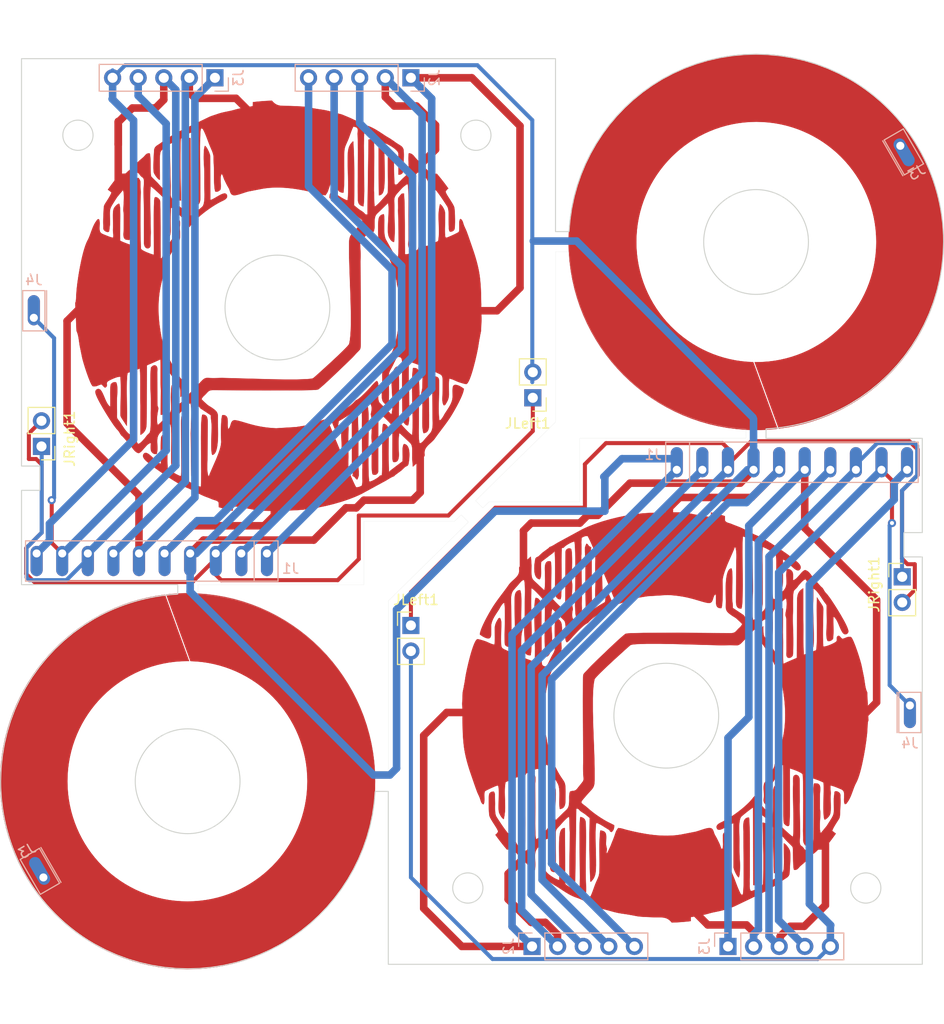
<source format=kicad_pcb>
(kicad_pcb (version 20211014) (generator pcbnew)
  (layers (0 "F.Cu" signal) (31 "B.Cu" signal) (34 "B.Paste" user) (35 "F.Paste" user) (36 "B.SilkS" user "B.Silkscreen") (37 "F.SilkS" user "F.Silkscreen") (38 "B.Mask" user) (39 "F.Mask" user) (44 "Edge.Cuts" user))
  (net 0 "")
  (net 1 "Net-(J1-Pad1)")
  (net 2 "Net-(J1-Pad2)")
  (net 3 "Net-(J1-Pad3)")
  (net 4 "Net-(J1-Pad4)")
  (net 5 "Net-(J1-Pad5)")
  (net 6 "Net-(J1-Pad6)")
  (net 7 "Net-(J1-Pad7)")
  (net 8 "Net-(J1-Pad8)")
  (net 9 "Net-(J1-Pad9)")
  (net 10 "Net-(J1-Pad10)")
  (footprint "Connector_PinHeader_2.54mm:PinHeader_1x02_P2.54mm_Vertical" (layer "F.Cu") (at 87.682 70.48 180)
    (fp_text reference "JRight1")
    (fp_text value "Conn_01x02_Female" hide)
  )
  (footprint "Connector_PinHeader_2.54mm:PinHeader_1x02_P2.54mm_Vertical" (layer "F.Cu") (at 173.118 83.42)
    (fp_text reference "JRight1")
    (fp_text value "Conn_01x02_Female" hide)
  )
  (footprint "Connector_PinHeader_2.54mm:PinHeader_1x02_P2.54mm_Vertical" (layer "F.Cu") (at 124.35 88.246)
    (fp_text reference "JLeft1")
    (fp_text value "Conn_01x02_Female" hide)
  )
  (footprint "Connector_PinHeader_2.54mm:PinHeader_1x02_P2.54mm_Vertical" (layer "F.Cu") (at 136.45 65.654 180)
    (fp_text reference "JLeft1")
    (fp_text value "Conn_01x02_Female" hide)
  )
  (footprint "Connector_PinHeader_2.54mm:PinHeader_1x05_P2.54mm_Vertical" (layer "B.Cu") (at 136.376 120.097324 -90)
    (fp_text reference "J2")
    (fp_text value "Conn_01x05_Female")
  )
  (footprint "CheshBits:SIP-10L" (layer "B.Cu") (at 98.63 81.85 180)
    (fp_text reference "J1")
    (fp_text value "Conn_01x10_Female")
  )
  (footprint "Connector_PinHeader_2.54mm:PinHeader_1x05_P2.54mm_Vertical" (layer "B.Cu") (at 155.826 120.097324 -90)
    (fp_text reference "J3")
    (fp_text value "Conn_01x05_Female")
  )
  (footprint "CheshBits:SIP-1" (layer "B.Cu") (at 87.521052 112.64686 30)
    (fp_text reference "J3")
    (fp_text value "Signal")
  )
  (footprint "CheshBits:SIP-10L" (layer "B.Cu") (at 162.17 72.05)
    (fp_text reference "J1")
    (fp_text value "Conn_01x10_Female")
  )
  (footprint "Connector_PinHeader_2.54mm:PinHeader_1x05_P2.54mm_Vertical" (layer "B.Cu") (at 104.9 33.9 90)
    (fp_text reference "J3")
    (fp_text value "Conn_01x05_Female")
  )
  (footprint "CheshBits:SIP-1" (layer "B.Cu") (at 173.88 96.882 180)
    (fp_text reference "J4")
    (fp_text value "Conn_01x01_Female" hide)
  )
  (footprint "CheshBits:SIP-1" (layer "B.Cu") (at 173.278948 41.25314 -150)
    (fp_text reference "J3")
    (fp_text value "Signal")
  )
  (footprint "Connector_PinHeader_2.54mm:PinHeader_1x05_P2.54mm_Vertical" (layer "B.Cu") (at 124.35 33.9 90)
    (fp_text reference "J2")
    (fp_text value "Conn_01x05_Female")
  )
  (footprint "CheshBits:SIP-1" (layer "B.Cu") (at 86.92 57.018)
    (fp_text reference "J4")
    (fp_text value "Conn_01x01_Female" hide)
  )
  (gr_poly (pts (xy 124.146186 41.392049) (xy 124.122276 41.586017) (xy 124.110106 41.771902) (xy 124.107066 41.950098) (xy 124.110544 42.120998) (xy 124.12661 42.442484) (xy 124.133976 42.593857) (xy 124.137416 42.73951) (xy 124.134319 42.879834) (xy 124.122074 43.015224) (xy 124.098069 43.146073) (xy 124.080841 43.209918) (xy 124.059694 43.272776) (xy 124.034302 43.334695) (xy 124.004337 43.395724) (xy 123.969475 43.455914) (xy 123.929388 43.515314) (xy 123.883751 43.573971) (xy 123.832236 43.631936) (xy 123.774517 43.689258) (xy 123.710268 43.745986) (xy 123.537605 43.905027) (xy 123.508657 43.93125) (xy 123.152772 44.29701) (xy 123.129108 44.323928) (xy 123.1078 44.34921) (xy 123.07 44.394574) (xy 123.052379 44.414511) (xy 123.034858 44.432523) (xy 123.025959 44.440784) (xy 123.016873 44.448536) (xy 123.00753 44.45577) (xy 122.99786 44.462478) (xy 122.987791 44.46865) (xy 122.977254 44.474277) (xy 122.966178 44.47935) (xy 122.954492 44.48386) (xy 122.942126 44.487799) (xy 122.929009 44.491156) (xy 122.915071 44.493924) (xy 122.900242 44.496092) (xy 122.884449 44.497652) (xy 122.867624 44.498595) (xy 122.849696 44.498912) (xy 122.830594 44.498594) (xy 122.810247 44.497631) (xy 122.788585 44.496015) (xy 122.765538 44.493737) (xy 122.741035 44.490787) (xy 122.727828 44.438906) (xy 122.71609 44.344919) (xy 122.696518 44.052681) (xy 122.681303 43.658179) (xy 122.669433 43.205521) (xy 122.65167 42.30217) (xy 122.635122 41.695487) (xy 122.630488 41.635264) (xy 122.623111 41.577752) (xy 122.61282 41.523212) (xy 122.599443 41.471905) (xy 122.582807 41.424093) (xy 122.573213 41.401578) (xy 122.56274 41.380035) (xy 122.551366 41.359496) (xy 122.539071 41.339993) (xy 122.525831 41.32156) (xy 122.511626 41.304228) (xy 122.496434 41.288031) (xy 122.480235 41.273001) (xy 122.463005 41.25917) (xy 122.444724 41.246572) (xy 122.42537 41.235239) (xy 122.404922 41.225203) (xy 122.383358 41.216497) (xy 122.360657 41.209154) (xy 122.336796 41.203206) (xy 122.311756 41.198687) (xy 122.285513 41.195627) (xy 122.258047 41.194061) (xy 122.229337 41.194021) (xy 122.199359 41.195539) (xy 122.168094 41.198648) (xy 122.135519 41.203381) (xy 122.114057 41.313762) (xy 122.097245 41.458053) (xy 122.075672 41.830657) (xy 122.067006 42.285777) (xy 122.067451 42.787997) (xy 122.080493 43.792079) (xy 122.0855 44.22311) (xy 122.084436 44.55958) (xy 122.078167 45.067788) (xy 122.074672 45.150399) (xy 122.068428 45.220655) (xy 122.058447 45.281267) (xy 122.043739 45.334945) (xy 122.023316 45.384401) (xy 121.996189 45.432346) (xy 121.96137 45.48149) (xy 121.91787 45.534544) (xy 121.637281 45.840078) (xy 121.452527 46.046562) (xy 121.333363 46.17735) (xy 121.20545 46.312432) (xy 121.140349 46.378285) (xy 121.075623 46.441256) (xy 121.012125 46.500024) (xy 120.950711 46.55327) (xy 120.892235 46.599676) (xy 120.83755 46.637922) (xy 120.811896 46.653574) (xy 120.78751 46.666691) (xy 120.764499 46.677108) (xy 120.74297 46.684661) (xy 120.724255 46.479997) (xy 120.712468 46.282548) (xy 120.705567 46.089951) (xy 120.701506 45.899846) (xy 120.693738 45.517655) (xy 120.685942 45.320844) (xy 120.672815 45.117073) (xy 120.686777 43.421776) (xy 120.698745 42.763653) (xy 120.706913 41.694849) (xy 120.704235 41.149326) (xy 120.694201 40.672595) (xy 120.674676 40.321809) (xy 120.660688 40.211506) (xy 120.643526 40.154122) (xy 120.637727 40.145957) (xy 120.631266 40.138003) (xy 120.624174 40.130264) (xy 120.616481 40.122742) (xy 120.608215 40.115442) (xy 120.599408 40.108366) (xy 120.580284 40.094902) (xy 120.559346 40.082378) (xy 120.536831 40.070821) (xy 120.512976 40.06026) (xy 120.488019 40.05072) (xy 120.462195 40.04223) (xy 120.435742 40.034817) (xy 120.408897 40.028508) (xy 120.381897 40.023332) (xy 120.354979 40.019314) (xy 120.328379 40.016484) (xy 120.302335 40.014867) (xy 120.277084 40.014493) (xy 120.261926 40.014697) (xy 120.248636 40.015057) (xy 120.23702 40.015576) (xy 120.226888 40.01626) (xy 120.218047 40.01711) (xy 120.210305 40.018133) (xy 120.20347 40.019331) (xy 120.19735 40.020708) (xy 120.191753 40.022269) (xy 120.186486 40.024018) (xy 120.176177 40.028094) (xy 120.164886 40.032968) (xy 120.151077 40.038673) (xy 120.043459 47.472372) (xy 119.998953 47.476398) (xy 119.978931 47.477519) (xy 119.960292 47.478061) (xy 119.942961 47.478035) (xy 119.926858 47.477451) (xy 119.911907 47.476321) (xy 119.89803 47.474655) (xy 119.88515 47.472465) (xy 119.873189 47.469762) (xy 119.86207 47.466557) (xy 119.851715 47.46286) (xy 119.842047 47.458683) (xy 119.832989 47.454037) (xy 119.824463 47.448933) (xy 119.816391 47.443382) (xy 119.808697 47.437395) (xy 119.801302 47.430983) (xy 119.787102 47.416929) (xy 119.773171 47.401306) (xy 119.75889 47.384205) (xy 119.726799 47.345918) (xy 119.707749 47.324909) (xy 119.685871 47.302774) (xy 119.668812 47.286688) (xy 119.651454 47.271078) (xy 119.633762 47.255878) (xy 119.6157 47.241021) (xy 119.597233 47.226443) (xy 119.578326 47.212075) (xy 119.539048 47.183707) (xy 119.497583 47.155386) (xy 119.453647 47.126583) (xy 119.357231 47.065405) (xy 119.310089 47.035079) (xy 119.263913 47.004066) (xy 119.17433 46.940388) (xy 119.088227 46.875194) (xy 119.005348 46.809305) (xy 118.700973 46.555249) (xy 118.727723 44.981153) (xy 118.726728 43.380269) (xy 118.694891 41.78277) (xy 118.666439 40.994719) (xy 118.629115 40.218827) (xy 118.627835 40.219706) (xy 118.62661 40.220615) (xy 118.6243 40.222515) (xy 118.622141 40.224504) (xy 118.620091 40.226559) (xy 118.616137 40.23077) (xy 118.614146 40.23288) (xy 118.612088 40.234961) (xy 118.609917 40.23699) (xy 118.607591 40.238945) (xy 118.606356 40.239886) (xy 118.605066 40.2408) (xy 118.603714 40.241683) (xy 118.602297 40.242533) (xy 118.600807 40.243346) (xy 118.59924 40.244121) (xy 118.597591 40.244852) (xy 118.595853 40.245539) (xy 118.594021 40.246177) (xy 118.59209 40.246765) (xy 118.590054 40.247298) (xy 118.587908 40.247775) (xy 118.570241 40.251504) (xy 118.555954 40.255055) (xy 118.544692 40.258465) (xy 118.536101 40.261769) (xy 118.532695 40.263394) (xy 118.529823 40.265006) (xy 118.527442 40.266611) (xy 118.525506 40.268212) (xy 118.523971 40.269815) (xy 118.522793 40.271424) (xy 118.521927 40.273044) (xy 118.521329 40.274679) (xy 118.520758 40.278013) (xy 118.520727 40.281465) (xy 118.52086 40.288865) (xy 118.520314 40.292888) (xy 118.519732 40.294996) (xy 118.518885 40.297175) (xy 118.51773 40.29943) (xy 118.51622 40.301764) (xy 118.514312 40.304183) (xy 118.511962 40.306691) (xy 118.460895 40.359839) (xy 118.413963 40.414816) (xy 118.371002 40.471627) (xy 118.331844 40.530273) (xy 118.296324 40.590757) (xy 118.264275 40.653081) (xy 118.235533 40.717247) (xy 118.209929 40.783259) (xy 118.187299 40.851119) (xy 118.167475 40.92083) (xy 118.150293 40.992393) (xy 118.135586 41.065811) (xy 118.123187 41.141087) (xy 118.112932 41.218223) (xy 118.104652 41.297222) (xy 118.098183 41.378086) (xy 118.082199 41.862938) (xy 118.08538 42.462173) (xy 118.117339 43.832616) (xy 118.13017 44.518234) (xy 118.13027 45.147058) (xy 118.109665 45.676293) (xy 118.089106 45.890191) (xy 118.060381 46.063143) (xy 118.032841 46.060167) (xy 118.003552 46.054834) (xy 117.940186 46.037619) (xy 117.871203 46.012529) (xy 117.797522 45.980595) (xy 117.720062 45.942849) (xy 117.63974 45.90032) (xy 117.557478 45.854042) (xy 117.474192 45.805043) (xy 117.308229 45.703014) (xy 117.149202 45.602481) (xy 117.004463 45.511694) (xy 116.881362 45.438901) (xy 116.852892 45.422606) (xy 116.827741 45.407277) (xy 116.805691 45.392865) (xy 116.786526 45.379321) (xy 116.770026 45.366599) (xy 116.755973 45.35465) (xy 116.744149 45.343424) (xy 116.734336 45.332876) (xy 116.726317 45.322955) (xy 116.719872 45.313614) (xy 116.714784 45.304805) (xy 116.710834 45.296479) (xy 116.705477 45.281085) (xy 116.702058 45.267047) (xy 116.69883 45.253978) (xy 116.694048 45.241494) (xy 116.690529 45.23535) (xy 116.685968 45.229208) (xy 116.680145 45.223019) (xy 116.672844 45.216735) (xy 116.663845 45.210308) (xy 116.652932 45.203689) (xy 116.639884 45.196831) (xy 116.624486 45.189685) (xy 116.606517 45.182203) (xy 116.585761 45.174337) (xy 116.535013 45.157259) (xy 116.50107 45.186415) (xy 116.469598 45.216736) (xy 116.440575 45.248329) (xy 116.413981 45.281297) (xy 116.401588 45.29833) (xy 116.389795 45.315747) (xy 116.378599 45.333559) (xy 116.367998 45.351781) (xy 116.357988 45.370426) (xy 116.348568 45.389506) (xy 116.339735 45.409035) (xy 116.331486 45.429025) (xy 116.323818 45.449491) (xy 116.31673 45.470445) (xy 116.30428 45.513868) (xy 116.294117 45.559401) (xy 116.286218 45.607148) (xy 116.280565 45.657214) (xy 116.277136 45.709703) (xy 116.275911 45.76472) (xy 116.276869 45.82237) (xy 116.404232 45.892505) (xy 116.525877 45.956071) (xy 116.757101 46.071317) (xy 116.869227 46.126909) (xy 116.980726 46.183755) (xy 117.092872 46.243809) (xy 117.206938 46.309027) (xy 117.416982 46.436174) (xy 117.627689 46.569208) (xy 117.837869 46.707917) (xy 118.046333 46.852089) (xy 118.251892 47.001514) (xy 118.453355 47.155979) (xy 118.649535 47.315272) (xy 118.839241 47.479184) (xy 118.983883 47.603903) (xy 119.112384 47.707686) (xy 119.319777 47.865361) (xy 119.398074 47.925716) (xy 119.459044 47.978058) (xy 119.482938 48.002234) (xy 119.502388 48.025618) (xy 119.517358 48.048614) (xy 119.527811 48.071627) (xy 119.533709 48.09506) (xy 119.535015 48.119316) (xy 119.531692 48.144801) (xy 119.523704 48.171917) (xy 119.511012 48.201068) (xy 119.49358 48.23266) (xy 119.471371 48.267094) (xy 119.444347 48.304776) (xy 119.375709 48.391498) (xy 119.287367 48.496055) (xy 119.050389 48.771602) (xy 118.937978 48.901071) (xy 118.835468 49.014982) (xy 118.658564 49.205797) (xy 118.583379 49.287536) (xy 118.516509 49.363385) (xy 118.45756 49.43576) (xy 118.406135 49.50708) (xy 118.38312 49.543098) (xy 118.361837 49.57976) (xy 118.342237 49.617366) (xy 118.324271 49.656218) (xy 118.307889 49.696619) (xy 118.293041 49.738871) (xy 118.279678 49.783276) (xy 118.26775 49.830136) (xy 118.257208 49.879753) (xy 118.248003 49.93243) (xy 118.240084 49.988468) (xy 118.233403 50.04817) (xy 118.223554 50.179773) (xy 118.21806 50.329655) (xy 118.219477 51.457002) (xy 118.255389 52.780342) (xy 118.361649 55.691485) (xy 118.397476 57.117528) (xy 118.398754 58.416045) (xy 118.381043 58.992207) (xy 118.348221 59.506157) (xy 118.298132 59.947786) (xy 118.228618 60.306983) (xy 118.211896 60.342596) (xy 118.176544 60.393668) (xy 118.054931 60.537849) (xy 117.873739 60.730848) (xy 117.642929 60.963983) (xy 117.072295 61.515943) (xy 116.422713 62.124286) (xy 115.205435 63.232355) (xy 114.797105 63.593198) (xy 114.628559 63.732656) (xy 114.372449 63.777191) (xy 114.012617 63.809704) (xy 113.035914 63.843575) (xy 111.806705 63.844091) (xy 110.433244 63.821072) (xy 105.661958 63.690086) (xy 105.533626 63.690047) (xy 105.402962 63.692198) (xy 105.137326 63.699834) (xy 104.870412 63.706512) (xy 104.738153 63.707466) (xy 104.607585 63.705751) (xy 104.420199 63.698486) (xy 104.267461 63.690799) (xy 104.201565 63.6885) (xy 104.141304 63.68814) (xy 104.085671 63.6904) (xy 104.033657 63.695961) (xy 103.984252 63.705505) (xy 103.93645 63.719714) (xy 103.912834 63.72878) (xy 103.889239 63.739268) (xy 103.841613 63.764849) (xy 103.792562 63.797139) (xy 103.741078 63.836819) (xy 103.686151 63.884571) (xy 103.626773 63.941076) (xy 101.907627 65.723558) (xy 101.871768 65.763806) (xy 101.835723 65.806237) (xy 101.762399 65.895167) (xy 101.686297 65.985389) (xy 101.646781 66.029436) (xy 101.606061 66.071948) (xy 101.563968 66.112305) (xy 101.520333 66.149887) (xy 101.474986 66.184075) (xy 101.451617 66.199702) (xy 101.427757 66.214248) (xy 101.403384 66.227636) (xy 101.378477 66.239789) (xy 101.353014 66.250628) (xy 101.326976 66.260076) (xy 101.300339 66.268056) (xy 101.273084 66.274491) (xy 101.245189 66.279302) (xy 101.216632 66.282413) (xy 101.207427 66.213777) (xy 101.200576 66.143164) (xy 101.195804 66.070837) (xy 101.19284 65.997062) (xy 101.191243 65.846228) (xy 101.193601 65.692779) (xy 101.20145 65.386517) (xy 101.202575 65.237941) (xy 101.198923 65.095228) (xy 101.196976 65.070706) (xy 101.193467 65.045121) (xy 101.181958 64.991282) (xy 101.16478 64.934761) (xy 101.14232 64.876605) (xy 101.114966 64.817865) (xy 101.083103 64.75959) (xy 101.047119 64.702828) (xy 101.0074 64.648629) (xy 100.964332 64.598041) (xy 100.918303 64.552114) (xy 100.894298 64.531227) (xy 100.869699 64.511898) (xy 100.844551 64.494259) (xy 100.818906 64.47844) (xy 100.792809 64.464574) (xy 100.766311 64.452791) (xy 100.739458 64.443222) (xy 100.712301 64.435999) (xy 100.684886 64.431252) (xy 100.657262 64.429113) (xy 100.629477 64.429713) (xy 100.601581 64.433183) (xy 100.578357 64.641984) (xy 100.560758 64.847345) (xy 100.539934 65.24402) (xy 100.534108 65.615743) (xy 100.538279 65.955052) (xy 100.55661 66.506575) (xy 100.560769 66.703864) (xy 100.554923 66.838886) (xy 100.54969 66.874758) (xy 100.54303 66.909547) (xy 100.535001 66.943295) (xy 100.525658 66.976045) (xy 100.515059 67.007843) (xy 100.50326 67.03873) (xy 100.490317 67.068751) (xy 100.476287 67.097948) (xy 100.461226 67.126366) (xy 100.445191 67.154048) (xy 100.410424 67.207376) (xy 100.372439 67.258281) (xy 100.331687 67.30711) (xy 100.28862 67.35421) (xy 100.243691 67.399931) (xy 100.150051 67.488622) (xy 100.054384 67.575964) (xy 99.960306 67.664739) (xy 99.592329 68.043184) (xy 99.495048 68.137894) (xy 99.446936 68.18223) (xy 99.399499 68.223817) (xy 99.352975 68.262103) (xy 99.307605 68.296538) (xy 99.263631 68.326568) (xy 99.221292 68.351642) (xy 99.194642 68.279089) (xy 99.173673 68.200307) (xy 99.157969 68.116144) (xy 99.147112 68.027452) (xy 99.140684 67.935081) (xy 99.13827 67.83988) (xy 99.139451 67.742699) (xy 99.143812 67.644389) (xy 99.150934 67.545799) (xy 99.160401 67.447781) (xy 99.1847 67.256855) (xy 99.213374 67.078413) (xy 99.243085 66.919256) (xy 99.256008 66.847321) (xy 99.264218 66.787006) (xy 99.268241 66.736691) (xy 99.268601 66.694753) (xy 99.265822 66.659573) (xy 99.260429 66.629527) (xy 99.252945 66.602996) (xy 99.243895 66.578357) (xy 99.223195 66.528273) (xy 99.212594 66.499584) (xy 99.202523 66.466303) (xy 99.193508 66.426808) (xy 99.186074 66.379478) (xy 99.180743 66.322691) (xy 99.179031 66.290245) (xy 99.178041 66.254827) (xy 99.167825 63.166648) (xy 99.167928 63.111282) (xy 99.169316 63.057678) (xy 99.174008 62.955651) (xy 99.178014 62.860361) (xy 99.178544 62.815178) (xy 99.177446 62.771601) (xy 99.174232 62.729604) (xy 99.168417 62.689162) (xy 99.159515 62.650248) (xy 99.14704 62.612837) (xy 99.139311 62.594687) (xy 99.130507 62.576903) (xy 99.120566 62.559481) (xy 99.109428 62.542419) (xy 99.097033 62.525713) (xy 99.08332 62.509361) (xy 99.068227 62.493357) (xy 99.051694 62.477701) (xy 99.034597 62.467913) (xy 99.017417 62.459532) (xy 99.000173 62.452518) (xy 98.982883 62.44683) (xy 98.965567 62.442427) (xy 98.948243 62.439271) (xy 98.930931 62.43732) (xy 98.913649 62.436536) (xy 98.896416 62.436876) (xy 98.87925 62.438302) (xy 98.862171 62.440773) (xy 98.845197 62.444248) (xy 98.828348 62.448689) (xy 98.811642 62.454054) (xy 98.795097 62.460304) (xy 98.778734 62.467398) (xy 98.762569 62.475296) (xy 98.746624 62.483959) (xy 98.715463 62.503415) (xy 98.685401 62.525445) (xy 98.65659 62.549728) (xy 98.629179 62.575942) (xy 98.60332 62.603767) (xy 98.579163 62.632881) (xy 98.556859 62.662963) (xy 98.545148 62.725666) (xy 98.534991 62.814691) (xy 98.519004 63.057271) (xy 98.508238 63.361831) (xy 98.50203 63.699495) (xy 98.500637 64.358639) (xy 98.509523 64.80371) (xy 98.530759 65.325323) (xy 98.545834 65.890899) (xy 98.549335 66.173382) (xy 98.549224 66.446706) (xy 98.544811 66.704154) (xy 98.535406 66.93901) (xy 98.530769 67.144885) (xy 98.531903 67.42009) (xy 98.534468 68.07792) (xy 98.527389 68.41026) (xy 98.519898 68.566285) (xy 98.509064 68.711358) (xy 98.494354 68.842335) (xy 98.475237 68.956073) (xy 98.451181 69.04943) (xy 98.437135 69.087483) (xy 98.421655 69.119262) (xy 98.413836 69.131301) (xy 98.403351 69.144836) (xy 98.390503 69.159711) (xy 98.375596 69.175769) (xy 98.358932 69.192855) (xy 98.340816 69.210813) (xy 98.301439 69.248718) (xy 98.259891 69.288235) (xy 98.218597 69.328115) (xy 98.198805 69.347801) (xy 98.179986 69.367109) (xy 98.162444 69.385884) (xy 98.146482 69.403968) (xy 98.129945 69.423725) (xy 98.114326 69.443075) (xy 98.085198 69.480881) (xy 98.030906 69.555177) (xy 98.003179 69.592959) (xy 97.973357 69.632026) (xy 97.95726 69.652244) (xy 97.940158 69.673025) (xy 97.921893 69.694451) (xy 97.902303 69.716602) (xy 97.76857 69.866032) (xy 97.692061 69.947735) (xy 97.65208 69.988347) (xy 97.61121 70.028042) (xy 97.569645 70.066252) (xy 97.527581 70.10241) (xy 97.485213 70.135947) (xy 97.442738 70.166297) (xy 97.400351 70.192892) (xy 97.379251 70.204603) (xy 97.358247 70.215163) (xy 97.337362 70.2245) (xy 97.316621 70.232543) (xy 97.296049 70.239221) (xy 97.27567 70.244464) (xy 97.256846 70.225173) (xy 97.239663 70.205905) (xy 97.224054 70.186627) (xy 97.209951 70.167303) (xy 97.197288 70.147898) (xy 97.185998 70.128376) (xy 97.176013 70.108702) (xy 97.167267 70.088841) (xy 97.159692 70.068758) (xy 97.153221 70.048416) (xy 97.147788 70.027782) (xy 97.143324 70.006819) (xy 97.139763 69.985493) (xy 97.137039 69.963767) (xy 97.133828 69.918978) (xy 97.133156 69.87217) (xy 97.134485 69.823059) (xy 97.141 69.716804) (xy 97.149081 69.597953) (xy 97.152366 69.533099) (xy 97.154432 69.464248) (xy 97.140809 66.800743) (xy 97.17546 64.95147) (xy 97.174125 64.387753) (xy 97.159868 63.888828) (xy 97.146499 63.680125) (xy 97.128227 63.507373) (xy 97.104492 63.377157) (xy 97.074739 63.296062) (xy 97.026263 63.289669) (xy 96.980696 63.286363) (xy 96.937833 63.286005) (xy 96.897468 63.288458) (xy 96.859399 63.293582) (xy 96.823419 63.30124) (xy 96.789326 63.311293) (xy 96.756913 63.323604) (xy 96.725977 63.338034) (xy 96.696313 63.354445) (xy 96.667717 63.372699) (xy 96.639983 63.392657) (xy 96.612908 63.414182) (xy 96.586288 63.437135) (xy 96.559916 63.461379) (xy 96.53359 63.486774) (xy 96.505641 63.582891) (xy 96.485795 63.741059) (xy 96.473119 63.95297) (xy 96.46668 64.210315) (xy 96.46878 64.828073) (xy 96.484633 65.527865) (xy 96.527746 66.907672) (xy 96.54008 67.454751) (xy 96.536313 67.817989) (xy 96.526918 68.004031) (xy 96.519706 68.19098) (xy 96.510473 68.56726) (xy 96.503278 69.327003) (xy 96.463864 69.306136) (xy 96.424556 69.282094) (xy 96.385372 69.25505) (xy 96.346327 69.225179) (xy 96.307441 69.192655) (xy 96.268728 69.157653) (xy 96.191891 69.080912) (xy 96.115952 68.99635) (xy 96.041045 68.905364) (xy 95.967306 68.809348) (xy 95.894869 68.709698) (xy 95.75444 68.505076) (xy 95.620835 68.302661) (xy 95.495131 68.113616) (xy 95.43558 68.027596) (xy 95.378408 67.949104) (xy 95.254397 67.788191) (xy 95.233623 67.759137) (xy 95.216352 67.732063) (xy 95.208938 67.718879) (xy 95.20229 67.705723) (xy 95.196371 67.692439) (xy 95.191145 67.678872) (xy 95.186574 67.664866) (xy 95.182621 67.650265) (xy 95.179251 67.634914) (xy 95.176426 67.618657) (xy 95.174109 67.601338) (xy 95.172265 67.582802) (xy 95.169844 67.541457) (xy 95.16887 67.493374) (xy 95.169049 67.43731) (xy 95.171689 67.296255) (xy 95.173499 67.101615) (xy 95.171541 66.904549) (xy 95.162581 66.504032) (xy 95.158708 66.301027) (xy 95.157325 66.096491) (xy 95.159996 65.890645) (xy 95.168287 65.683713) (xy 95.192941 65.293529) (xy 95.203506 65.075654) (xy 95.207665 64.854625) (xy 95.206116 64.745749) (xy 95.201495 64.639471) (xy 95.193312 64.536918) (xy 95.181074 64.439219) (xy 95.164293 64.347502) (xy 95.142478 64.262897) (xy 95.115139 64.18653) (xy 95.099244 64.151789) (xy 95.081785 64.119531) (xy 95.032438 64.113267) (xy 94.986972 64.10998) (xy 94.945038 64.10956) (xy 94.906287 64.111895) (xy 94.87037 64.116874) (xy 94.836938 64.124386) (xy 94.80564 64.134319) (xy 94.776129 64.146562) (xy 94.748054 64.161005) (xy 94.721067 64.177535) (xy 94.694818 64.196041) (xy 94.668959 64.216413) (xy 94.643139 64.238539) (xy 94.617011 64.262308) (xy 94.562429 64.314329) (xy 94.543106 64.457256) (xy 94.528674 64.598716) (xy 94.518541 64.73893) (xy 94.512113 64.878122) (xy 94.508002 65.154336) (xy 94.511602 65.429145) (xy 94.522969 65.981701) (xy 94.521253 66.263023) (xy 94.516471 66.405728) (xy 94.508283 66.550092) (xy 94.46671 66.520663) (xy 94.426796 66.487628) (xy 94.388451 66.451204) (xy 94.351586 66.411608) (xy 94.316112 66.369056) (xy 94.281938 66.323766) (xy 94.217135 66.225839) (xy 94.156464 66.119563) (xy 94.099207 66.006674) (xy 94.044651 65.888908) (xy 93.992079 65.768001) (xy 93.890026 65.52371) (xy 93.787327 65.287687) (xy 93.733947 65.177117) (xy 93.678258 65.073822) (xy 93.619546 64.979539) (xy 93.588833 64.936319) (xy 93.557096 64.896003) (xy 93.539232 64.875997) (xy 93.520687 64.858031) (xy 93.501536 64.842059) (xy 93.48186 64.82804) (xy 93.461734 64.815928) (xy 93.441237 64.80568) (xy 93.420448 64.797252) (xy 93.399444 64.790599) (xy 93.378302 64.785679) (xy 93.357101 64.782447) (xy 93.335918 64.780859) (xy 93.314833 64.780872) (xy 93.293921 64.782441) (xy 93.273262 64.785523) (xy 93.252932 64.790073) (xy 93.233011 64.796048) (xy 93.213576 64.803404) (xy 93.194704 64.812097) (xy 93.176474 64.822083) (xy 93.158964 64.833318) (xy 93.142251 64.845759) (xy 93.126414 64.85936) (xy 93.111529 64.87408) (xy 93.097676 64.889872) (xy 93.084932 64.906695) (xy 93.073374 64.924503) (xy 93.063081 64.943253) (xy 93.054131 64.962901) (xy 93.046602 64.983403) (xy 93.040571 65.004715) (xy 93.036116 65.026794) (xy 93.033315 65.049594) (xy 93.033858 65.09942) (xy 93.042709 65.159075) (xy 93.083467 65.305328) (xy 93.151851 65.483264) (xy 93.244121 65.68779) (xy 93.356536 65.913815) (xy 93.485359 66.156247) (xy 93.777266 66.66997) (xy 94.089927 67.188226) (xy 94.393424 67.670285) (xy 94.657842 68.075414) (xy 94.853265 68.362884) (xy 95.139337 68.741241) (xy 95.145065 68.748118) (xy 95.150776 68.754741) (xy 95.156502 68.761165) (xy 95.162272 68.767448) (xy 95.17407 68.779811) (xy 95.186419 68.792282) (xy 95.213759 68.819352) (xy 95.229245 68.834852) (xy 95.246271 68.852264) (xy 95.279778 68.888314) (xy 95.310169 68.923812) (xy 95.337799 68.958781) (xy 95.363025 68.993245) (xy 95.386201 69.027225) (xy 95.407683 69.060745) (xy 95.44699 69.126498) (xy 95.48379 69.190686) (xy 95.520929 69.253494) (xy 95.540515 69.284437) (xy 95.561253 69.315104) (xy 95.583498 69.345518) (xy 95.607606 69.375701) (xy 95.617581 69.38702) (xy 95.627842 69.397587) (xy 95.638397 69.407571) (xy 95.649252 69.417138) (xy 95.660414 69.426456) (xy 95.67189 69.435692) (xy 95.695813 69.454584) (xy 95.708274 69.464575) (xy 95.721077 69.475152) (xy 95.73423 69.486483) (xy 95.747738 69.498734) (xy 95.76161 69.512072) (xy 95.775852 69.526665) (xy 95.790471 69.54268) (xy 95.805475 69.560283) (xy 96.428357 70.267963) (xy 96.47507 70.317886) (xy 96.521337 70.373681) (xy 96.567536 70.434227) (xy 96.614042 70.498404) (xy 96.709485 70.633168) (xy 96.759174 70.701514) (xy 96.810678 70.769009) (xy 96.864373 70.834533) (xy 96.920636 70.896964) (xy 96.979843 70.955184) (xy 97.010669 70.982364) (xy 97.042371 71.00807) (xy 97.074999 71.032163) (xy 97.108597 71.054503) (xy 97.143214 71.07495) (xy 97.178897 71.093363) (xy 97.215693 71.109602) (xy 97.253648 71.123528) (xy 97.29281 71.135) (xy 97.333227 71.143878) (xy 97.356784 71.133747) (xy 97.379707 71.122916) (xy 97.40202 71.11142) (xy 97.423745 71.099293) (xy 97.465521 71.073286) (xy 97.505219 71.04517) (xy 97.543022 71.015222) (xy 97.579111 70.983719) (xy 97.61367 70.950937) (xy 97.64688 70.917152) (xy 97.678926 70.88264) (xy 97.709989 70.847679) (xy 97.769897 70.777512) (xy 97.828065 70.708862) (xy 97.856953 70.675797) (xy 97.885953 70.643939) (xy 97.95976 70.562378) (xy 98.031591 70.481152) (xy 98.103493 70.402544) (xy 98.140111 70.364935) (xy 98.177515 70.328837) (xy 98.21596 70.294535) (xy 98.255703 70.262314) (xy 98.297 70.232459) (xy 98.340105 70.205257) (xy 98.362417 70.192739) (xy 98.385277 70.180991) (xy 98.408717 70.170049) (xy 98.432769 70.159949) (xy 98.457466 70.150725) (xy 98.482839 70.142414) (xy 98.50892 70.135052) (xy 98.535741 70.128673) (xy 98.53486 70.21673) (xy 98.531304 70.318651) (xy 98.527158 70.429369) (xy 98.524504 70.543814) (xy 98.525426 70.656918) (xy 98.527879 70.711383) (xy 98.532008 70.763612) (xy 98.538072 70.812972) (xy 98.546332 70.858829) (xy 98.557048 70.900549) (xy 98.570482 70.937499) (xy 98.584905 70.967645) (xy 98.602442 70.998367) (xy 98.622998 71.029174) (xy 98.646479 71.059574) (xy 98.672789 71.089073) (xy 98.686975 71.103332) (xy 98.701834 71.117181) (xy 98.717352 71.130558) (xy 98.733519 71.143403) (xy 98.750322 71.155654) (xy 98.767749 71.167249) (xy 98.785789 71.178126) (xy 98.80443 71.188225) (xy 98.82366 71.197483) (xy 98.843466 71.205839) (xy 98.863838 71.213231) (xy 98.884764 71.219599) (xy 98.906231 71.22488) (xy 98.928227 71.229012) (xy 98.950742 71.231935) (xy 98.973762 71.233586) (xy 98.997277 71.233905) (xy 99.021273 71.232829) (xy 99.045741 71.230298) (xy 99.070666 71.226249) (xy 99.096039 71.22062) (xy 99.121847 71.213352) (xy 99.140581 71.132809) (xy 99.155567 71.053114) (xy 99.175656 70.896244) (xy 99.184826 70.7427) (xy 99.185792 70.592442) (xy 99.161905 70.023445) (xy 99.162567 69.889) (xy 99.171311 69.757595) (xy 99.190851 69.62919) (xy 99.205518 69.566099) (xy 99.223902 69.503743) (xy 99.246343 69.442116) (xy 99.273179 69.381213) (xy 99.30475 69.321029) (xy 99.341395 69.26156) (xy 99.383454 69.202799) (xy 99.431265 69.144742) (xy 99.485168 69.087384) (xy 99.545503 69.030719) (xy 99.605023 68.97616) (xy 99.661711 68.920736) (xy 99.716087 68.864763) (xy 99.768671 68.808558) (xy 99.870547 68.696715) (xy 99.971501 68.587737) (xy 100.022933 68.535114) (xy 100.075696 68.484156) (xy 100.130309 68.435179) (xy 100.187294 68.388501) (xy 100.24717 68.344436) (xy 100.310458 68.303302) (xy 100.343544 68.283933) (xy 100.377678 68.265414) (xy 100.412925 68.247787) (xy 100.44935 68.23109) (xy 100.511672 68.380252) (xy 100.514576 68.392309) (xy 100.518425 68.410611) (xy 100.527381 68.456836) (xy 100.535378 68.500698) (xy 100.539256 68.523967) (xy 100.553274 68.670538) (xy 100.563678 68.841617) (xy 100.575308 69.243901) (xy 100.57748 69.704031) (xy 100.573526 70.195213) (xy 100.560569 71.163575) (xy 100.558231 71.587171) (xy 100.563096 71.934657) (xy 100.568929 72.10334) (xy 100.57325 72.182578) (xy 100.579614 72.257979) (xy 100.588852 72.329215) (xy 100.601793 72.39596) (xy 100.619268 72.457887) (xy 100.629966 72.486942) (xy 100.642107 72.514669) (xy 100.655798 72.541029) (xy 100.67114 72.56598) (xy 100.688239 72.589482) (xy 100.707197 72.611493) (xy 100.728119 72.631973) (xy 100.751108 72.65088) (xy 100.776268 72.668175) (xy 100.803703 72.683816) (xy 100.833517 72.697763) (xy 100.865813 72.709973) (xy 100.900695 72.720408) (xy 100.938267 72.729025) (xy 100.978633 72.735785) (xy 101.021896 72.740645) (xy 101.068161 72.743566) (xy 101.11753 72.744506) (xy 101.147884 72.627251) (xy 101.171941 72.468779) (xy 101.190341 72.274561) (xy 101.203724 72.050065) (xy 101.217994 71.532121) (xy 101.219868 70.958703) (xy 101.206895 69.820473) (xy 101.202281 69.343172) (xy 101.205736 68.985423) (xy 101.183641 67.992826) (xy 101.187298 67.867073) (xy 101.195708 67.745145) (xy 101.20987 67.628304) (xy 101.230783 67.517807) (xy 101.259443 67.414915) (xy 101.276991 67.366714) (xy 101.296851 67.320887) (xy 101.319147 67.277591) (xy 101.344003 67.236983) (xy 101.371546 67.199221) (xy 101.401899 67.164462) (xy 101.625359 66.9258) (xy 101.763777 66.779293) (xy 101.911206 66.628041) (xy 102.061061 66.482072) (xy 102.134841 66.414204) (xy 102.206758 66.351417) (xy 102.27599 66.294966) (xy 102.341712 66.246104) (xy 102.403102 66.206085) (xy 102.459337 66.176162) (xy 102.477755 66.217723) (xy 102.494064 66.268395) (xy 102.520752 66.394773) (xy 102.540206 66.550688) (xy 102.553229 66.731533) (xy 102.560628 66.932703) (xy 102.563206 67.149589) (xy 102.557119 67.612083) (xy 102.500884 69.169326) (xy 102.55265 73.284969) (xy 102.555653 73.360506) (xy 102.561329 73.42932) (xy 102.570047 73.49168) (xy 102.575661 73.520523) (xy 102.582173 73.547854) (xy 102.589628 73.573705) (xy 102.598074 73.598111) (xy 102.607555 73.621105) (xy 102.618117 73.642721) (xy 102.629808 73.662992) (xy 102.642671 73.681952) (xy 102.656754 73.699635) (xy 102.672101 73.716073) (xy 102.68876 73.731302) (xy 102.706776 73.745354) (xy 102.726194 73.758262) (xy 102.747062 73.770061) (xy 102.769423 73.780785) (xy 102.793326 73.790466) (xy 102.818814 73.799139) (xy 102.845935 73.806837) (xy 102.874735 73.813593) (xy 102.905258 73.819441) (xy 102.97166 73.82855) (xy 103.04551 73.83443) (xy 103.127174 73.837352) (xy 103.141983 73.736266) (xy 103.154349 73.630707) (xy 103.172484 73.408534) (xy 103.183045 73.175544) (xy 103.187495 72.936452) (xy 103.1873 72.69597) (xy 103.183924 72.458813) (xy 103.17349 72.013324) (xy 103.166993 71.559594) (xy 103.164677 71.096797) (xy 103.160127 70.628509) (xy 103.155008 70.393423) (xy 103.146924 70.158306) (xy 103.202777 66.484706) (xy 103.25447 66.502719) (xy 103.294271 66.517671) (xy 103.323774 66.530123) (xy 103.344578 66.540638) (xy 103.352216 66.545345) (xy 103.358277 66.549778) (xy 103.362962 66.554009) (xy 103.366469 66.558106) (xy 103.368999 66.56214) (xy 103.37075 66.566183) (xy 103.372717 66.574572) (xy 103.373964 66.583834) (xy 103.37609 66.594533) (xy 103.380691 66.607231) (xy 103.384418 66.614504) (xy 103.389362 66.622489) (xy 103.395723 66.631254) (xy 103.4037 66.64087) (xy 103.413493 66.651407) (xy 103.425301 66.662936) (xy 103.439325 66.675527) (xy 103.455763 66.689249) (xy 103.474815 66.704175) (xy 103.496681 66.720373) (xy 104.502355 67.38957) (xy 104.501635 67.462391) (xy 104.502422 67.530653) (xy 104.504539 67.594902) (xy 104.507809 67.655688) (xy 104.5171 67.769062) (xy 104.528876 67.875162) (xy 104.554221 68.083078) (xy 104.564955 68.193667) (xy 104.572509 68.314525) (xy 104.575387 68.614106) (xy 104.567433 69.004664) (xy 104.543647 69.919827) (xy 104.540123 70.374991) (xy 104.550384 70.782247) (xy 104.562607 70.95706) (xy 104.580584 71.106875) (xy 104.605084 71.227354) (xy 104.636876 71.314155) (xy 104.703579 71.301465) (xy 104.764945 71.274017) (xy 104.821184 71.232713) (xy 104.87251 71.17845) (xy 104.919133 71.112129) (xy 104.961267 71.03465) (xy 104.999122 70.946911) (xy 105.03291 70.849812) (xy 105.089134 70.631133) (xy 105.131634 70.38581) (xy 105.162105 70.121037) (xy 105.18224 69.844012) (xy 105.193735 69.561931) (xy 105.198284 69.281988) (xy 105.193324 68.757308) (xy 105.174619 68.05025) (xy 105.185698 67.57722) (xy 105.185352 67.485207) (xy 105.181216 67.400962) (xy 105.172017 67.323122) (xy 105.165122 67.286177) (xy 105.156484 67.250322) (xy 105.145945 67.215386) (xy 105.133344 67.181197) (xy 105.118524 67.147587) (xy 105.101325 67.114384) (xy 105.081589 67.081418) (xy 105.059156 67.048518) (xy 105.033867 67.015513) (xy 105.005563 66.982234) (xy 104.974085 66.948509) (xy 104.939275 66.914168) (xy 104.85902 66.842955) (xy 104.763525 66.767232) (xy 104.651519 66.685634) (xy 104.608197 66.6558) (xy 104.566377 66.628132) (xy 104.486641 66.577901) (xy 104.338589 66.488111) (xy 104.267868 66.44298) (xy 104.232809 66.419137) (xy 104.197751 66.393978) (xy 104.162542 66.367155) (xy 104.127034 66.33832) (xy 104.091076 66.307124) (xy 104.054517 66.273219) (xy 103.991444 66.213595) (xy 103.930379 66.157195) (xy 103.810805 66.047173) (xy 103.750565 65.990103) (xy 103.688868 65.929362) (xy 103.624848 65.863225) (xy 103.591696 65.827594) (xy 103.557639 65.789968) (xy 103.587506 65.733809) (xy 103.616448 65.684094) (xy 103.644669 65.640044) (xy 103.672371 65.600877) (xy 103.699756 65.565816) (xy 103.727025 65.534079) (xy 103.754381 65.504888) (xy 103.782026 65.477462) (xy 103.83899 65.424788) (xy 103.899534 65.369819) (xy 103.931654 65.339525) (xy 103.965275 65.306318) (xy 104.000599 65.269418) (xy 104.037828 65.228046) (xy 104.11298 65.143297) (xy 104.148158 65.105679) (xy 104.182545 65.071171) (xy 104.216749 65.039726) (xy 104.251375 65.011297) (xy 104.269037 64.9982) (xy 104.287032 64.985839) (xy 104.305435 64.974209) (xy 104.324324 64.963305) (xy 104.343774 64.953119) (xy 104.36386 64.943648) (xy 104.384658 64.934884) (xy 104.406245 64.926822) (xy 104.428695 64.919456) (xy 104.452086 64.912781) (xy 104.476492 64.90679) (xy 104.50199 64.901478) (xy 104.528655 64.896838) (xy 104.556563 64.892866) (xy 104.58579 64.889556) (xy 104.616412 64.886901) (xy 104.648505 64.884896) (xy 104.682144 64.883534) (xy 104.754365 64.88272) (xy 109.864041 64.918308) (xy 113.33456 64.90724) (xy 114.544955 64.878845) (xy 114.924714 64.856978) (xy 115.118286 64.829252) (xy 115.197599 64.781277) (xy 115.332104 64.675813) (xy 115.734549 64.324704) (xy 116.261353 63.840506) (xy 116.848244 63.287801) (xy 117.945209 62.23519) (xy 118.511283 61.683519) (xy 118.582266 61.611117) (xy 118.647997 61.541644) (xy 118.772322 61.405964) (xy 118.835227 61.336994) (xy 118.901501 61.265431) (xy 118.973298 61.189892) (xy 119.052773 61.108997) (xy 119.154236 61.006864) (xy 119.195099 60.963885) (xy 119.230018 60.924606) (xy 119.245399 60.905959) (xy 119.259472 60.887763) (xy 119.272299 60.869858) (xy 119.283938 60.852086) (xy 119.294449 60.83429) (xy 119.303893 60.81631) (xy 119.312328 60.797988) (xy 119.319814 60.779167) (xy 119.326412 60.759686) (xy 119.33218 60.739389) (xy 119.337179 60.718117) (xy 119.341467 60.695711) (xy 119.345106 60.672013) (xy 119.348153 60.646864) (xy 119.352716 60.591583) (xy 119.355632 60.528598) (xy 119.357379 60.456644) (xy 119.359277 60.280759) (xy 119.367488 58.241913) (xy 119.361873 56.201215) (xy 119.339184 52.116563) (xy 119.34939 51.712028) (xy 119.349937 51.376853) (xy 119.34361 51.103064) (xy 119.333193 50.882685) (xy 119.311228 50.570254) (xy 119.305249 50.462252) (xy 119.30632 50.375759) (xy 119.317225 50.302799) (xy 119.340747 50.235396) (xy 119.379673 50.165577) (xy 119.436786 50.085364) (xy 119.90281 49.501079) (xy 119.928919 49.467987) (xy 119.953983 49.437952) (xy 119.978091 49.410811) (xy 120.001329 49.386404) (xy 120.023785 49.364569) (xy 120.045546 49.345147) (xy 120.066701 49.327976) (xy 120.087335 49.312894) (xy 120.107537 49.299742) (xy 120.127394 49.288358) (xy 120.146993 49.278581) (xy 120.166422 49.270251) (xy 120.185767 49.263205) (xy 120.205117 49.257284) (xy 120.224558 49.252327) (xy 120.244179 49.248172) (xy 120.284306 49.241626) (xy 120.326198 49.236358) (xy 120.370554 49.231081) (xy 120.418072 49.224508) (xy 120.469451 49.215351) (xy 120.496806 49.209401) (xy 120.52539 49.202322) (xy 120.555288 49.193953) (xy 120.586588 49.184134) (xy 120.619378 49.172702) (xy 120.653744 49.159499) (xy 120.674413 49.097407) (xy 120.691325 49.035026) (xy 120.704841 48.972375) (xy 120.715321 48.909476) (xy 120.723128 48.846349) (xy 120.728622 48.783016) (xy 120.732164 48.719497) (xy 120.734116 48.655813) (xy 120.734694 48.528036) (xy 120.733244 48.399852) (xy 120.732656 48.271429) (xy 120.735819 48.142933) (xy 120.742736 48.028959) (xy 120.752381 47.927759) (xy 120.76495 47.837981) (xy 120.78064 47.758273) (xy 120.799649 47.68728) (xy 120.810459 47.65463) (xy 120.822173 47.623651) (xy 120.834815 47.594175) (xy 120.84841 47.566032) (xy 120.878556 47.513071) (xy 120.91281 47.463414) (xy 120.951367 47.415709) (xy 120.994424 47.368602) (xy 121.04218 47.320741) (xy 121.284121 47.094695) (xy 122.076264 46.319246) (xy 122.10895 46.443968) (xy 122.130509 46.597034) (xy 122.142474 46.774557) (xy 122.146377 46.972649) (xy 122.136128 47.414991) (xy 122.112023 47.892964) (xy 122.086321 48.375471) (xy 122.071283 48.831414) (xy 122.071595 49.039707) (xy 122.079169 49.229697) (xy 122.09554 49.397497) (xy 122.122239 49.539221) (xy 122.135956 49.587196) (xy 122.153351 49.637769) (xy 122.174231 49.690175) (xy 122.198402 49.743652) (xy 122.225673 49.797436) (xy 122.25585 49.850764) (xy 122.28874 49.902873) (xy 122.324149 49.952999) (xy 122.361885 50.00038) (xy 122.401755 50.044251) (xy 122.443565 50.083851) (xy 122.465137 50.10181) (xy 122.487123 50.118415) (xy 122.509497 50.13357) (xy 122.532235 50.14718) (xy 122.555314 50.159149) (xy 122.578709 50.169383) (xy 122.602396 50.177785) (xy 122.626351 50.184261) (xy 122.65055 50.188714) (xy 122.674968 50.19105) (xy 122.69839 49.983035) (xy 122.716064 49.772494) (xy 122.736625 49.345258) (xy 122.741567 48.912187) (xy 122.735801 48.476127) (xy 122.711796 47.606421) (xy 122.703384 47.178467) (xy 122.703916 46.758906) (xy 122.704246 46.629376) (xy 122.701595 46.510933) (xy 122.692305 46.302207) (xy 122.685969 46.122519) (xy 122.687009 46.040374) (xy 122.692507 45.96166) (xy 122.703705 45.885101) (xy 122.711829 45.847231) (xy 122.721842 45.809421) (xy 122.733901 45.771512) (xy 122.748159 45.733344) (xy 122.764772 45.694758) (xy 122.783895 45.655594) (xy 122.805683 45.615693) (xy 122.830291 45.574895) (xy 122.857873 45.53304) (xy 122.888586 45.48997) (xy 122.960022 45.399544) (xy 123.045839 45.30234) (xy 123.271369 45.053531) (xy 123.382257 44.933496) (xy 123.438361 44.875126) (xy 123.495335 44.818067) (xy 123.553503 44.762476) (xy 123.613187 44.708512) (xy 123.67471 44.656334) (xy 123.738394 44.606101) (xy 123.804563 44.557971) (xy 123.873538 44.512103) (xy 123.945644 44.468656) (xy 124.021202 44.427787) (xy 124.045289 44.497965) (xy 124.065178 44.617955) (xy 124.081236 44.780677) (xy 124.093832 44.97905) (xy 124.110106 45.45442) (xy 124.116942 45.987415) (xy 124.108726 47.562623) (xy 124.119965 49.951978) (xy 124.114791 50.037622) (xy 124.105901 50.139125) (xy 124.096732 50.250926) (xy 124.09072 50.367459) (xy 124.089971 50.425762) (xy 124.0913 50.483162) (xy 124.095137 50.538964) (xy 124.10191 50.592472) (xy 124.11205 50.642991) (xy 124.125985 50.689825) (xy 124.134511 50.711644) (xy 124.144147 50.73228) (xy 124.154946 50.751647) (xy 124.166962 50.769658) (xy 124.187351 50.79512) (xy 124.208242 50.817601) (xy 124.229569 50.837178) (xy 124.251263 50.853928) (xy 124.273257 50.867929) (xy 124.295483 50.87926) (xy 124.317874 50.887997) (xy 124.340361 50.894217) (xy 124.362877 50.898) (xy 124.385354 50.899421) (xy 124.407725 50.898559) (xy 124.429921 50.895492) (xy 124.451876 50.890296) (xy 124.473521 50.88305) (xy 124.494788 50.873831) (xy 124.515611 50.862716) (xy 124.53592 50.849783) (xy 124.555649 50.83511) (xy 124.57473 50.818775) (xy 124.593095 50.800854) (xy 124.610676 50.781426) (xy 124.627405 50.760567) (xy 124.643216 50.738357) (xy 124.658039 50.714871) (xy 124.671808 50.690188) (xy 124.684455 50.664386) (xy 124.695911 50.637541) (xy 124.70611 50.609732) (xy 124.714983 50.581036) (xy 124.722463 50.55153) (xy 124.728482 50.521292) (xy 124.732973 50.490401) (xy 124.742289 50.378919) (xy 124.748168 50.235111) (xy 124.751278 49.867956) (xy 124.73459 48.937541) (xy 124.709602 47.978135) (xy 124.702336 47.574743) (xy 124.703003 47.268721) (xy 124.705675 47.001507) (xy 124.702854 46.72974) (xy 124.689296 46.179489) (xy 124.682836 45.904477) (xy 124.679441 45.631856) (xy 124.68125 45.363361) (xy 124.690403 45.100729) (xy 124.690966 44.90122) (xy 124.684816 44.633537) (xy 124.684333 44.327685) (xy 124.690085 44.169822) (xy 124.701897 44.013668) (xy 124.721315 43.862974) (xy 124.749888 43.721489) (xy 124.76809 43.655373) (xy 124.789162 43.592966) (xy 124.813296 43.534736) (xy 124.840686 43.481153) (xy 124.871524 43.432685) (xy 124.906006 43.389801) (xy 124.944323 43.35297) (xy 124.98667 43.322661) (xy 125.03324 43.299343) (xy 125.084226 43.283484) (xy 125.139822 43.275553) (xy 125.200221 43.276019) (xy 125.23084 43.280376) (xy 125.262704 43.28871) (xy 125.295673 43.300809) (xy 125.329602 43.316465) (xy 125.36435 43.335466) (xy 125.399774 43.357603) (xy 125.435731 43.382666) (xy 125.472078 43.410444) (xy 125.545374 43.473306) (xy 125.618521 43.544508) (xy 125.690378 43.622369) (xy 125.759803 43.705207) (xy 125.825657 43.791343) (xy 125.886798 43.879093) (xy 125.942086 43.966778) (xy 125.990378 44.052715) (xy 126.030536 44.135224) (xy 126.061416 44.212624) (xy 126.073022 44.248883) (xy 126.08188 44.283234) (xy 126.087848 44.315467) (xy 126.090785 44.345372) (xy 126.099652 44.577292) (xy 126.104317 44.810303) (xy 126.105589 45.044502) (xy 126.10428 45.27999) (xy 126.089423 46.23683) (xy 126.087954 46.46129) (xy 126.088656 46.697691) (xy 126.09351 47.180516) (xy 126.092147 50.001698) (xy 126.146917 50.006851) (xy 126.196539 50.01039) (xy 126.241578 50.012249) (xy 126.2826 50.012362) (xy 126.320172 50.010663) (xy 126.354861 50.007086) (xy 126.387231 50.001566) (xy 126.41785 49.994036) (xy 126.447284 49.984431) (xy 126.476099 49.972684) (xy 126.50486 49.958731) (xy 126.534136 49.942505) (xy 126.56449 49.92394) (xy 126.596491 49.902971) (xy 126.667693 49.853555) (xy 126.685634 49.738375) (xy 126.70065 49.609277) (xy 126.722795 49.316841) (xy 126.735897 48.991273) (xy 126.741723 48.647597) (xy 126.742041 48.300841) (xy 126.73862 47.966029) (xy 126.727632 47.392343) (xy 126.692511 46.158161) (xy 126.690326 45.796736) (xy 126.696838 45.463103) (xy 126.704301 45.314357) (xy 126.715074 45.181736) (xy 126.729536 45.068299) (xy 126.748065 44.977106) (xy 126.76761 44.989647) (xy 126.790592 45.008563) (xy 126.845966 45.064007) (xy 126.912386 45.140402) (xy 126.988054 45.234717) (xy 127.15993 45.464971) (xy 127.347196 45.730505) (xy 127.535451 46.007054) (xy 127.710296 46.270353) (xy 127.962162 46.660142) (xy 127.978047 46.687289) (xy 127.992782 46.716483) (xy 128.018962 46.780551) (xy 128.041025 46.851419) (xy 128.059296 46.928162) (xy 128.074098 47.009853) (xy 128.085757 47.095567) (xy 128.094596 47.184378) (xy 128.10094 47.27536) (xy 128.105112 47.367588) (xy 128.107438 47.460134) (xy 128.107847 47.642482) (xy 128.100769 47.970269) (xy 128.114733 48.5264) (xy 128.118862 48.584245) (xy 128.121205 48.636858) (xy 128.12221 48.684841) (xy 128.122326 48.728798) (xy 128.121683 48.807041) (xy 128.121821 48.842533) (xy 128.122863 48.876408) (xy 128.125259 48.90927) (xy 128.129456 48.941721) (xy 128.135903 48.974363) (xy 128.145048 49.0078) (xy 128.15734 49.042633) (xy 128.173227 49.079466) (xy 128.193158 49.118901) (xy 128.217582 49.16154) (xy 128.258376 49.161762) (xy 128.296814 49.16058) (xy 128.333033 49.15791) (xy 128.367167 49.153665) (xy 128.399352 49.14776) (xy 128.429722 49.140109) (xy 128.458413 49.130627) (xy 128.48556 49.119226) (xy 128.511298 49.105822) (xy 128.535762 49.090329) (xy 128.559088 49.072661) (xy 128.581411 49.052732) (xy 128.602866 49.030457) (xy 128.623588 49.005748) (xy 128.643713 48.978522) (xy 128.663375 48.948692) (xy 128.68037 48.884499) (xy 128.694188 48.792722) (xy 128.705009 48.677248) (xy 128.713016 48.541964) (xy 128.721317 48.22752) (xy 128.720546 47.880489) (xy 128.71216 47.531974) (xy 128.697617 47.213075) (xy 128.678372 46.954895) (xy 128.667442 46.858292) (xy 128.655882 46.788533) (xy 128.645599 46.748747) (xy 128.631293 46.705799) (xy 128.591792 46.6114) (xy 128.539744 46.507313) (xy 128.477509 46.395512) (xy 128.331928 46.156677) (xy 128.173947 45.910701) (xy 128.022464 45.673394) (xy 127.955064 45.562931) (xy 127.896375 45.460563) (xy 127.848759 45.368267) (xy 127.814577 45.288017) (xy 127.803263 45.253027) (xy 127.796193 45.22179) (xy 127.793663 45.194553) (xy 127.795968 45.171563) (xy 127.831447 45.118454) (xy 127.864985 45.071012) (xy 127.881219 45.049302) (xy 127.897199 45.028871) (xy 127.913001 45.009673) (xy 127.928702 44.991662) (xy 127.944379 44.974793) (xy 127.960109 44.959019) (xy 127.975969 44.944295) (xy 127.992035 44.930575) (xy 128.008385 44.917812) (xy 128.025095 44.905962) (xy 128.042242 44.894977) (xy 128.059902 44.884813) (xy 127.925382 44.697128) (xy 127.788758 44.511072) (xy 127.650067 44.326644) (xy 127.509345 44.143844) (xy 127.366627 43.962672) (xy 127.221949 43.783129) (xy 127.075348 43.605214) (xy 126.92686 43.428927) (xy 126.831884 43.429527) (xy 126.747939 43.431333) (xy 126.608362 43.435531) (xy 126.550335 43.436408) (xy 126.498556 43.435459) (xy 126.451827 43.431927) (xy 126.408953 43.425054) (xy 126.388587 43.420128) (xy 126.368736 43.414082) (xy 126.349251 43.406823) (xy 126.329982 43.398254) (xy 126.310778 43.388282) (xy 126.291492 43.376812) (xy 126.271973 43.363749) (xy 126.252072 43.348998) (xy 126.210524 43.314054) (xy 126.165653 43.271222) (xy 126.116263 43.219745) (xy 126.061156 43.158865) (xy 124.861023 41.919234) (xy 124.825252 41.879898) (xy 124.790425 41.838766) (xy 124.721766 41.753382) (xy 124.651367 41.667615) (xy 124.614365 41.626004) (xy 124.575549 41.585998) (xy 124.534457 41.548163) (xy 124.512915 41.530236) (xy 124.490631 41.513065) (xy 124.467549 41.49672) (xy 124.44361 41.481272) (xy 124.418758 41.466792) (xy 124.392934 41.45335) (xy 124.366082 41.441018) (xy 124.338144 41.429867) (xy 124.309062 41.419966) (xy 124.278779 41.411387) (xy 124.247237 41.404201) (xy 124.214379 41.398479) (xy 124.180148 41.394292) (xy 124.144485 41.391709) (xy 124.146186 41.392049)) (layer "F.Cu") (width 0.034055) (fill solid))
  (gr_poly (pts (xy 138.119244 80.464168) (xy 138.09719 80.495887) (xy 138.084953 80.514284) (xy 138.079134 80.523375) (xy 138.077569 80.525685) (xy 138.076332 80.527174) (xy 138.066179 80.534954) (xy 138.060214 80.539864) (xy 138.052027 80.546965) (xy 138.041195 80.556757) (xy 138.027292 80.569743) (xy 138.012111 80.583918) (xy 138.005677 80.589748) (xy 137.99984 80.5949) (xy 137.994467 80.599494) (xy 137.989428 80.603648) (xy 137.984591 80.607484) (xy 137.979826 80.611119) (xy 137.969985 80.618271) (xy 137.958855 80.626062) (xy 137.945387 80.635449) (xy 137.92853 80.647391) (xy 137.390786 81.044482) (xy 137.050566 81.367332) (xy 137.035187 81.379041) (xy 137.020266 81.389707) (xy 136.991733 81.408238) (xy 136.96484 81.423587) (xy 136.939464 81.436421) (xy 136.850615 81.475883) (xy 136.830941 81.486103) (xy 136.812031 81.497794) (xy 136.802824 81.504398) (xy 136.793762 81.511619) (xy 136.784827 81.519541) (xy 136.776006 81.528245) (xy 136.767282 81.537815) (xy 136.758639 81.548334) (xy 136.750063 81.559885) (xy 136.741537 81.572552) (xy 136.733045 81.586417) (xy 136.724573 81.601563) (xy 136.716104 81.618073) (xy 136.707622 81.636031) (xy 136.69087 81.719377) (xy 136.654575 81.938697) (xy 136.635283 82.085668) (xy 136.618527 82.250216) (xy 136.60678 82.426869) (xy 136.602517 82.610156) (xy 136.608211 82.794604) (xy 136.626337 82.974741) (xy 136.640834 83.061483) (xy 136.659368 83.145096) (xy 136.682245 83.224894) (xy 136.709777 83.300195) (xy 136.742272 83.370315) (xy 136.78004 83.434568) (xy 136.823389 83.492272) (xy 136.872629 83.542743) (xy 136.92807 83.585295) (xy 136.990019 83.619246) (xy 137.058788 83.643911) (xy 137.134684 83.658607) (xy 137.156428 83.628475) (xy 137.175831 83.595688) (xy 137.193017 83.560357) (xy 137.208109 83.522595) (xy 137.221229 83.482515) (xy 137.232503 83.440227) (xy 137.250001 83.349481) (xy 137.26159 83.251253) (xy 137.268259 83.146442) (xy 137.270993 83.035945) (xy 137.27078 82.920659) (xy 137.260207 82.429579) (xy 137.26007 82.303812) (xy 137.262909 82.178641) (xy 137.269712 82.054963) (xy 137.281466 81.933677) (xy 138.51259 80.996802) (xy 138.524082 80.982474) (xy 138.533861 80.969639) (xy 138.542044 80.958215) (xy 138.548746 80.94812) (xy 138.554084 80.939273) (xy 138.558176 80.931592) (xy 138.561136 80.924995) (xy 138.563083 80.9194) (xy 138.564132 80.914727) (xy 138.564401 80.910893) (xy 138.564005 80.907816) (xy 138.563061 80.905415) (xy 138.561686 80.903608) (xy 138.559996 80.902314) (xy 138.556139 80.900936) (xy 138.552421 80.900627) (xy 138.549775 80.900735) (xy 138.549134 80.900605) (xy 138.551429 80.899584) (xy 138.568561 80.892254) (xy 138.608628 80.873519) (xy 138.624499 80.937227) (xy 138.637641 81.064767) (xy 138.656572 81.477735) (xy 138.667091 82.045197) (xy 138.670865 82.699934) (xy 138.664852 84.002333) (xy 138.651879 84.847152) (xy 138.651488 84.912335) (xy 138.653788 84.974337) (xy 138.658624 85.033211) (xy 138.665842 85.089011) (xy 138.675288 85.141789) (xy 138.686806 85.1916) (xy 138.700242 85.238497) (xy 138.715441 85.282532) (xy 138.732249 85.32376) (xy 138.750512 85.362234) (xy 138.770074 85.398007) (xy 138.790781 85.431132) (xy 138.812479 85.461664) (xy 138.835013 85.489654) (xy 138.858228 85.515158) (xy 138.88197 85.538227) (xy 138.906084 85.558916) (xy 138.930415 85.577277) (xy 138.95481 85.593365) (xy 138.979113 85.607233) (xy 139.003169 85.618933) (xy 139.026825 85.62852) (xy 139.072316 85.641565) (xy 139.093842 85.645131) (xy 139.114349 85.646797) (xy 139.133682 85.646615) (xy 139.151687 85.644641) (xy 139.168209 85.640926) (xy 139.183094 85.635525) (xy 139.196186 85.62849) (xy 139.207332 85.619876) (xy 139.237181 85.515193) (xy 139.259999 85.33766) (xy 139.288002 84.802325) (xy 139.298253 84.090431) (xy 139.297665 83.278541) (xy 139.29162 81.661018) (xy 139.299988 81.008509) (xy 139.310043 80.754814) (xy 139.325165 80.562251) (xy 139.372187 80.5483) (xy 139.408821 80.539403) (xy 139.436461 80.534612) (xy 139.456499 80.532978) (xy 139.470329 80.533553) (xy 139.479345 80.535389) (xy 139.488506 80.53905) (xy 139.491438 80.538978) (xy 139.495129 80.536373) (xy 139.51036 80.519772) (xy 139.545347 80.48166) (xy 139.573732 80.452167) (xy 139.611235 80.414451) (xy 139.640516 80.387955) (xy 139.679318 80.35681) (xy 139.726488 80.321879) (xy 139.780876 80.284027) (xy 139.841331 80.24412) (xy 139.9067 80.203023) (xy 139.975833 80.161601) (xy 140.047577 80.120718) (xy 140.120783 80.08124) (xy 140.194297 80.044032) (xy 140.26697 80.00996) (xy 140.337649 79.979887) (xy 140.405183 79.954679) (xy 140.468422 79.935201) (xy 140.526212 79.922318) (xy 140.552705 79.918621) (xy 140.577403 79.916896) (xy 140.600614 79.998571) (xy 140.62002 80.13331) (xy 140.64874 80.533948) (xy 140.666206 81.062751) (xy 140.675059 81.663658) (xy 140.677187 83.667117) (xy 140.651603 85.648741) (xy 140.653458 86.22592) (xy 140.668328 86.742102) (xy 140.682161 86.962678) (xy 140.701069 87.150434) (xy 140.725659 87.299514) (xy 140.756538 87.404061) (xy 140.819497 87.408375) (xy 140.877596 87.40694) (xy 140.931027 87.400033) (xy 140.979978 87.387931) (xy 141.024639 87.370909) (xy 141.065199 87.349244) (xy 141.101849 87.323211) (xy 141.134778 87.293088) (xy 141.164175 87.259149) (xy 141.19023 87.221672) (xy 141.213133 87.180933) (xy 141.233074 87.137207) (xy 141.250241 87.090771) (xy 141.264826 87.041902) (xy 141.277016 86.990874) (xy 141.287003 86.937965) (xy 141.294975 86.883451) (xy 141.301122 86.827608) (xy 141.308701 86.713038) (xy 141.311256 86.596466) (xy 141.310304 86.480101) (xy 141.30395 86.25683) (xy 141.301581 86.154343) (xy 141.301774 86.060901) (xy 141.309664 85.571846) (xy 141.311576 85.100586) (xy 141.303307 84.193237) (xy 141.288652 83.302427) (xy 141.279297 82.391726) (xy 141.276958 82.185272) (xy 141.27214 81.995029) (xy 141.260609 81.661739) (xy 141.256665 81.517975) (xy 141.255783 81.388985) (xy 141.259346 81.27441) (xy 141.263228 81.222417) (xy 141.26874 81.173892) (xy 141.26874 80.187297) (xy 141.264096 80.107428) (xy 141.262306 80.02643) (xy 141.26319 79.944674) (xy 141.266568 79.862531) (xy 141.272261 79.780372) (xy 141.280089 79.698568) (xy 141.289873 79.617492) (xy 141.301433 79.537513) (xy 141.361357 79.502552) (xy 141.423237 79.468353) (xy 141.455201 79.451987) (xy 141.488005 79.436348) (xy 141.521765 79.421617) (xy 141.556598 79.407972) (xy 141.592619 79.395592) (xy 141.629947 79.384656) (xy 141.668697 79.375344) (xy 141.708987 79.367834) (xy 141.750934 79.362305) (xy 141.794653 79.358938) (xy 141.840262 79.35791) (xy 141.887877 79.359401) (xy 141.912123 79.394343) (xy 141.94227 79.445393) (xy 142.016838 79.58733) (xy 142.104711 79.768235) (xy 142.199022 79.971129) (xy 142.379481 80.374978) (xy 142.50327 80.663058) (xy 142.539258 80.757103) (xy 142.569949 80.853116) (xy 142.595715 80.951021) (xy 142.616926 81.050741) (xy 142.633952 81.152201) (xy 142.647165 81.255325) (xy 142.656934 81.360038) (xy 142.663631 81.466264) (xy 142.667625 81.573926) (xy 142.669289 81.682949) (xy 142.667105 81.904775) (xy 142.651072 82.361423) (xy 142.674912 84.188514) (xy 142.645113 85.108746) (xy 142.645477 85.231521) (xy 142.649077 85.351305) (xy 142.656613 85.466687) (xy 142.668782 85.576252) (xy 142.686283 85.678588) (xy 142.709814 85.772282) (xy 142.740074 85.855919) (xy 142.757945 85.893524) (xy 142.777761 85.928086) (xy 142.852668 85.927288) (xy 142.921185 85.918745) (xy 142.983577 85.902716) (xy 143.040108 85.87946) (xy 143.091044 85.849235) (xy 143.136649 85.812301) (xy 143.177189 85.768916) (xy 143.212927 85.71934) (xy 143.244129 85.66383) (xy 143.27106 85.602646) (xy 143.293984 85.536047) (xy 143.313167 85.464292) (xy 143.328872 85.387639) (xy 143.341366 85.306347) (xy 143.350913 85.220675) (xy 143.357777 85.130882) (xy 143.364517 84.939969) (xy 143.363707 84.735678) (xy 143.357463 84.520079) (xy 143.347906 84.295244) (xy 143.327324 83.826147) (xy 143.320537 83.586028) (xy 143.318911 83.344954) (xy 143.320656 83.227078) (xy 143.322656 83.121207) (xy 143.429593 82.879413) (xy 143.588198 83.267041) (xy 143.757467 83.674785) (xy 143.931206 84.087126) (xy 144.10322 84.488547) (xy 144.182393 84.680395) (xy 144.264327 84.890486) (xy 144.43782 85.333515) (xy 144.530051 85.550514) (xy 144.577684 85.654398) (xy 144.626384 85.753876) (xy 144.676194 85.847953) (xy 144.727156 85.935631) (xy 144.77931 86.015916) (xy 144.8327 86.08781) (xy 144.860342 86.089754) (xy 144.889497 86.089903) (xy 144.951932 86.085192) (xy 145.019176 86.074433) (xy 145.090403 86.058378) (xy 145.164785 86.037784) (xy 145.241494 86.013405) (xy 145.319702 85.985996) (xy 145.398583 85.956312) (xy 145.954503 85.727498) (xy 146.063939 85.689726) (xy 146.175155 85.654911) (xy 146.287984 85.622802) (xy 146.40226 85.593148) (xy 146.634482 85.540196) (xy 146.870482 85.494045) (xy 147.108926 85.452684) (xy 147.348474 85.414099) (xy 147.82554 85.337218) (xy 149.81986 85.212234) (xy 150.223076 85.235641) (xy 150.601858 85.270283) (xy 150.957186 85.314512) (xy 151.29004 85.366678) (xy 151.601402 85.425133) (xy 151.892251 85.488231) (xy 152.416331 85.621756) (xy 153.261467 85.871981) (xy 153.598209 85.962308) (xy 153.748554 85.993007) (xy 153.888189 86.011865) (xy 153.936658 86.014268) (xy 153.981135 86.012376) (xy 154.021848 86.006426) (xy 154.059025 85.996655) (xy 154.092896 85.983299) (xy 154.123687 85.966595) (xy 154.151628 85.94678) (xy 154.176946 85.924091) (xy 154.19987 85.898765) (xy 154.220629 85.871037) (xy 154.23945 85.841146) (xy 154.256562 85.809328) (xy 154.272193 85.775819) (xy 154.286571 85.740856) (xy 154.312483 85.667518) (xy 154.359322 85.513815) (xy 154.383901 85.437239) (xy 154.411688 85.363373) (xy 154.427355 85.328047) (xy 154.444509 85.29411) (xy 154.463379 85.261796) (xy 154.484192 85.231344) (xy 154.507177 85.20299) (xy 154.532562 85.176971) (xy 154.560575 85.153523) (xy 154.591445 85.132884) (xy 154.605219 85.180651) (xy 154.6161 85.23092) (xy 154.630453 85.337853) (xy 154.637037 85.451453) (xy 154.638384 85.56949) (xy 154.635499 85.809954) (xy 154.636333 85.927922) (xy 154.642061 86.041407) (xy 154.655216 86.148179) (xy 154.66537 86.198352) (xy 154.678331 86.246009) (xy 154.694415 86.290874) (xy 154.713939 86.332666) (xy 154.737219 86.371108) (xy 154.764572 86.405921) (xy 154.796314 86.436826) (xy 154.832763 86.463543) (xy 154.874234 86.485795) (xy 154.921045 86.503303) (xy 154.973511 86.515788) (xy 155.03195 86.522971) (xy 155.096678 86.524573) (xy 155.168012 86.520316) (xy 155.194559 86.436277) (xy 155.217393 86.32535) (xy 155.236744 86.191089) (xy 155.252844 86.037049) (xy 155.276212 85.683847) (xy 155.289338 85.29418) (xy 155.294067 84.896484) (xy 155.292243 84.519193) (xy 155.28571 84.190744) (xy 155.276311 83.93957) (xy 155.275029 83.853453) (xy 155.279404 83.762671) (xy 155.303895 83.568366) (xy 155.347315 83.359159) (xy 155.407198 83.13755) (xy 155.481075 82.906042) (xy 155.566478 82.667136) (xy 155.761992 82.177139) (xy 156.182748 81.218452) (xy 156.368504 80.789791) (xy 156.446589 80.596887) (xy 156.511522 80.421603) (xy 156.53158 80.448146) (xy 156.549973 80.479302) (xy 156.566765 80.514771) (xy 156.58202 80.554256) (xy 156.608181 80.64408) (xy 156.628972 80.746385) (xy 156.64491 80.858785) (xy 156.656512 80.978894) (xy 156.664295 81.104323) (xy 156.668775 81.232686) (xy 156.669895 81.488665) (xy 156.664007 81.727734) (xy 156.647747 82.078761) (xy 156.629695 85.416568) (xy 156.630484 85.62122) (xy 156.628408 85.826436) (xy 156.6296 85.926467) (xy 156.634042 86.023294) (xy 156.643055 86.115802) (xy 156.657962 86.202875) (xy 156.668039 86.244026) (xy 156.680085 86.2834) (xy 156.694265 86.320858) (xy 156.710745 86.35626) (xy 156.72969 86.389468) (xy 156.751265 86.420342) (xy 156.775635 86.448742) (xy 156.802966 86.474529) (xy 156.833423 86.497564) (xy 156.867171 86.517707) (xy 156.904375 86.53482) (xy 156.945201 86.548762) (xy 156.989814 86.559394) (xy 157.038379 86.566577) (xy 157.091062 86.570172) (xy 157.148027 86.570039) (xy 157.192529 86.401956) (xy 157.226257 86.136659) (xy 157.250499 85.786996) (xy 157.266541 85.365816) (xy 157.279177 84.360291) (xy 157.274459 83.222866) (xy 157.254153 80.963445) (xy 157.259158 80.047013) (xy 157.287996 79.409808) (xy 157.341348 79.419118) (xy 157.394354 79.430698) (xy 157.446974 79.444351) (xy 157.499164 79.459881) (xy 157.550884 79.477091) (xy 157.602091 79.495784) (xy 157.652743 79.515765) (xy 157.702798 79.536836) (xy 157.800951 79.581464) (xy 157.896215 79.628094) (xy 158.076732 79.721076) (xy 158.139769 79.752342) (xy 158.199095 79.779685) (xy 158.306429 79.826931) (xy 158.354342 79.848999) (xy 158.398357 79.871472) (xy 158.438427 79.895433) (xy 158.456968 79.908309) (xy 158.474506 79.921963) (xy 158.491033 79.93653) (xy 158.506545 79.952145) (xy 158.521036 79.968944) (xy 158.534499 79.987061) (xy 158.546929 80.006632) (xy 158.55832 80.027793) (xy 158.568666 80.050678) (xy 158.577962 80.075422) (xy 158.5862 80.102162) (xy 158.593377 80.131031) (xy 158.599485 80.162167) (xy 158.604519 80.195703) (xy 158.608473 80.231774) (xy 158.611341 80.270518) (xy 158.613117 80.312067) (xy 158.613796 80.356559) (xy 158.601152 83.843277) (xy 158.615855 85.8032) (xy 158.638142 86.474324) (xy 158.65423 86.687305) (xy 158.674076 86.80128) (xy 158.733988 86.80779) (xy 158.789693 86.808439) (xy 158.841343 86.803545) (xy 158.889091 86.793424) (xy 158.93309 86.778394) (xy 158.973492 86.758772) (xy 159.010449 86.734875) (xy 159.044115 86.707019) (xy 159.074643 86.675524) (xy 159.102184 86.640704) (xy 159.126891 86.602878) (xy 159.148917 86.562363) (xy 159.168416 86.519476) (xy 159.185538 86.474534) (xy 159.200438 86.427854) (xy 159.213268 86.379754) (xy 159.233326 86.280559) (xy 159.246935 86.179488) (xy 159.255316 86.079078) (xy 159.25969 85.981865) (xy 159.261541 85.675735) (xy 159.246557 82.275603) (xy 159.239043 81.865678) (xy 159.235999 81.333791) (xy 159.238348 81.065493) (xy 159.244448 80.818762) (xy 159.255179 80.61095) (xy 159.262555 80.527062) (xy 159.271417 80.459411) (xy 159.324144 80.470601) (xy 159.387367 80.491274) (xy 159.459641 80.520283) (xy 159.539522 80.556478) (xy 159.625565 80.598712) (xy 159.716325 80.645835) (xy 159.906219 80.750159) (xy 160.565544 81.133376) (xy 160.59311 81.302096) (xy 160.61194 81.500508) (xy 160.623357 81.723873) (xy 160.62868 81.96745) (xy 160.626336 82.496274) (xy 160.615478 83.049057) (xy 160.606681 83.587871) (xy 160.610514 84.074791) (xy 160.620471 84.286939) (xy 160.637551 84.471892) (xy 160.663075 84.624909) (xy 160.698364 84.741248) (xy 160.717927 84.742057) (xy 160.737703 84.74152) (xy 160.757648 84.739691) (xy 160.777722 84.736626) (xy 160.797882 84.732379) (xy 160.818087 84.727004) (xy 160.838295 84.720557) (xy 160.858464 84.713092) (xy 160.898521 84.695326) (xy 160.937922 84.674145) (xy 160.976334 84.649985) (xy 161.013424 84.623285) (xy 161.048858 84.594481) (xy 161.082302 84.564012) (xy 161.113422 84.532315) (xy 161.141884 84.499827) (xy 161.167355 84.466986) (xy 161.189502 84.43423) (xy 161.207989 84.401995) (xy 161.222484 84.370719) (xy 161.238215 84.306299) (xy 161.25086 84.202741) (xy 161.268013 83.899973) (xy 161.276195 83.505941) (xy 161.277656 83.064169) (xy 161.26131 81.690185) (xy 161.310962 81.703395) (xy 161.362072 81.723129) (xy 161.414512 81.748856) (xy 161.468157 81.78004) (xy 161.52288 81.81615) (xy 161.578553 81.856651) (xy 161.692246 81.948696) (xy 161.808221 82.05191) (xy 161.925465 82.162026) (xy 162.159707 82.385903) (xy 162.274676 82.491133) (xy 162.38686 82.586203) (xy 162.495245 82.666846) (xy 162.547695 82.700425) (xy 162.598816 82.728797) (xy 162.64848 82.75143) (xy 162.696561 82.767791) (xy 162.742931 82.777345) (xy 162.787465 82.779561) (xy 162.830035 82.773904) (xy 162.870515 82.759842) (xy 162.908778 82.736841) (xy 162.944698 82.704368) (xy 162.97444 82.668547) (xy 162.998028 82.632083) (xy 163.015754 82.595056) (xy 163.027912 82.55755) (xy 163.034794 82.519647) (xy 163.036692 82.481428) (xy 163.033901 82.442977) (xy 163.026713 82.404375) (xy 163.015421 82.365705) (xy 163.000318 82.327048) (xy 162.981696 82.288488) (xy 162.959848 82.250106) (xy 162.935068 82.211985) (xy 162.907648 82.174206) (xy 162.877882 82.136853) (xy 162.846062 82.100007) (xy 162.777431 82.028166) (xy 162.704099 81.959342) (xy 162.62841 81.894193) (xy 162.552706 81.833376) (xy 162.410629 81.727372) (xy 162.296611 81.646594) (xy 161.7667 81.224299) (xy 161.008523 80.700076) (xy 160.584415 80.41595) (xy 160.146358 80.133069) (xy 159.706402 79.863374) (xy 159.489477 79.737202) (xy 159.276595 79.618805) (xy 159.069263 79.509675) (xy 158.868985 79.411304) (xy 158.67727 79.325185) (xy 158.495622 79.25281) (xy 158.406953 79.211549) (xy 158.250946 79.131391) (xy 157.80535 78.898546) (xy 157.54998 78.767935) (xy 157.295708 78.642584) (xy 157.059642 78.533531) (xy 156.953783 78.488566) (xy 156.858892 78.451816) (xy 156.674133 78.383317) (xy 156.50058 78.316318) (xy 156.330795 78.248616) (xy 156.157339 78.178008) (xy 156.107448 78.158602) (xy 156.058255 78.141307) (xy 155.962544 78.111083) (xy 155.871374 78.083405) (xy 155.827858 78.069293) (xy 155.785916 78.054343) (xy 155.745693 78.038064) (xy 155.707337 78.019964) (xy 155.670993 77.999553) (xy 155.636808 77.976339) (xy 155.620571 77.963527) (xy 155.604928 77.94983) (xy 155.589898 77.935186) (xy 155.575499 77.919535) (xy 155.561749 77.902814) (xy 155.548667 77.884963) (xy 155.53627 77.865919) (xy 155.524578 77.845622) (xy 155.523381 77.840182) (xy 155.522216 77.831324) (xy 155.519986 77.803708) (xy 155.517891 77.763473) (xy 155.515936 77.711316) (xy 155.514125 77.647936) (xy 155.512461 77.574033) (xy 155.509593 77.397449) (xy 155.17129 77.299576) (xy 154.830687 77.20729) (xy 154.487786 77.120687) (xy 154.142585 77.039863) (xy 154.136791 77.15743) (xy 154.133133 77.214797) (xy 154.12892 77.271102) (xy 154.124117 77.326258) (xy 154.118687 77.380176) (xy 154.112595 77.43277) (xy 154.105804 77.483951) (xy 154.03408 77.484125) (xy 153.93749 77.477393) (xy 153.683148 77.446431) (xy 153.369644 77.397502) (xy 153.023845 77.337043) (xy 152.342831 77.207284) (xy 151.855043 77.108653) (xy 151.762253 77.09322) (xy 151.645048 77.079568) (xy 151.351163 77.057324) (xy 151.000926 77.041353) (xy 150.621875 77.03109) (xy 150.241547 77.025967) (xy 149.887479 77.025418) (xy 149.587209 77.028876) (xy 149.368274 77.035773) (xy 148.780378 77.059804) (xy 148.265755 77.077321) (xy 148.009371 77.088466) (xy 147.739446 77.103777) (xy 147.44536 77.125188) (xy 147.116493 77.154628) (xy 146.421503 77.239244) (xy 145.684609 77.36133) (xy 144.922619 77.518258) (xy 144.152345 77.707396) (xy 143.390594 77.926115) (xy 143.018169 78.045745) (xy 142.654179 78.171784) (xy 142.300724 78.303904) (xy 141.959907 78.441774) (xy 141.633829 78.585068) (xy 141.32459 78.733455) (xy 138.916151 80.043921) (xy 138.738485 80.152309) (xy 138.626744 80.219532) (xy 138.509097 80.288059) (xy 138.392566 80.352356) (xy 138.336915 80.381189) (xy 138.284178 80.406888) (xy 138.235232 80.428761) (xy 138.190955 80.446118) (xy 138.152225 80.458265) (xy 138.119921 80.464511) (xy 138.119244 80.464168)) (layer "F.Cu") (width 0.034055) (fill solid))
  (gr_poly (pts (xy 136.653814 112.507951) (xy 136.677724 112.313983) (xy 136.689894 112.128098) (xy 136.692934 111.949902) (xy 136.689456 111.779002) (xy 136.67339 111.457516) (xy 136.666024 111.306143) (xy 136.662584 111.16049) (xy 136.665681 111.020166) (xy 136.677926 110.884776) (xy 136.701931 110.753927) (xy 136.719159 110.690082) (xy 136.740306 110.627224) (xy 136.765698 110.565305) (xy 136.795663 110.504276) (xy 136.830525 110.444086) (xy 136.870612 110.384686) (xy 136.916249 110.326029) (xy 136.967764 110.268064) (xy 137.025483 110.210742) (xy 137.089732 110.154014) (xy 137.262395 109.994973) (xy 137.291343 109.96875) (xy 137.647228 109.60299) (xy 137.670892 109.576072) (xy 137.6922 109.55079) (xy 137.73 109.505426) (xy 137.747621 109.485489) (xy 137.765142 109.467477) (xy 137.774041 109.459216) (xy 137.783127 109.451464) (xy 137.79247 109.44423) (xy 137.80214 109.437522) (xy 137.812209 109.43135) (xy 137.822746 109.425723) (xy 137.833822 109.42065) (xy 137.845508 109.41614) (xy 137.857874 109.412201) (xy 137.870991 109.408844) (xy 137.884929 109.406076) (xy 137.899758 109.403908) (xy 137.915551 109.402348) (xy 137.932376 109.401405) (xy 137.950304 109.401088) (xy 137.969406 109.401406) (xy 137.989753 109.402369) (xy 138.011415 109.403985) (xy 138.034462 109.406263) (xy 138.058965 109.409213) (xy 138.072172 109.461094) (xy 138.08391 109.555081) (xy 138.103482 109.847319) (xy 138.118697 110.241821) (xy 138.130567 110.694479) (xy 138.14833 111.59783) (xy 138.164878 112.204513) (xy 138.169512 112.264736) (xy 138.176889 112.322248) (xy 138.18718 112.376788) (xy 138.200557 112.428095) (xy 138.217193 112.475907) (xy 138.226787 112.498422) (xy 138.23726 112.519965) (xy 138.248634 112.540504) (xy 138.260929 112.560007) (xy 138.274169 112.57844) (xy 138.288374 112.595772) (xy 138.303566 112.611969) (xy 138.319765 112.626999) (xy 138.336995 112.64083) (xy 138.355276 112.653428) (xy 138.37463 112.664761) (xy 138.395078 112.674797) (xy 138.416642 112.683503) (xy 138.439343 112.690846) (xy 138.463204 112.696794) (xy 138.488244 112.701313) (xy 138.514487 112.704373) (xy 138.541953 112.705939) (xy 138.570663 112.705979) (xy 138.600641 112.704461) (xy 138.631906 112.701352) (xy 138.664481 112.696619) (xy 138.685943 112.586238) (xy 138.702755 112.441947) (xy 138.724328 112.069343) (xy 138.732994 111.614223) (xy 138.732549 111.112003) (xy 138.719507 110.107921) (xy 138.7145 109.67689) (xy 138.715564 109.34042) (xy 138.721833 108.832212) (xy 138.725328 108.749601) (xy 138.731572 108.679345) (xy 138.741553 108.618733) (xy 138.756261 108.565055) (xy 138.776684 108.515599) (xy 138.803811 108.467654) (xy 138.83863 108.41851) (xy 138.88213 108.365456) (xy 139.162719 108.059922) (xy 139.347473 107.853438) (xy 139.466637 107.72265) (xy 139.59455 107.587568) (xy 139.659651 107.521715) (xy 139.724377 107.458744) (xy 139.787875 107.399976) (xy 139.849289 107.34673) (xy 139.907765 107.300324) (xy 139.96245 107.262078) (xy 139.988104 107.246426) (xy 140.01249 107.233309) (xy 140.035501 107.222892) (xy 140.05703 107.215339) (xy 140.075745 107.420003) (xy 140.087532 107.617452) (xy 140.094433 107.810049) (xy 140.098494 108.000154) (xy 140.106262 108.382345) (xy 140.114058 108.579156) (xy 140.127185 108.782927) (xy 140.113223 110.478224) (xy 140.101255 111.136347) (xy 140.093087 112.205151) (xy 140.095765 112.750674) (xy 140.105799 113.227405) (xy 140.125324 113.578191) (xy 140.139312 113.688494) (xy 140.156474 113.745878) (xy 140.162273 113.754043) (xy 140.168734 113.761997) (xy 140.175826 113.769736) (xy 140.183519 113.777258) (xy 140.191785 113.784558) (xy 140.200592 113.791634) (xy 140.219716 113.805098) (xy 140.240654 113.817622) (xy 140.263169 113.829179) (xy 140.287024 113.83974) (xy 140.311981 113.84928) (xy 140.337805 113.85777) (xy 140.364258 113.865183) (xy 140.391103 113.871492) (xy 140.418103 113.876668) (xy 140.445021 113.880686) (xy 140.471621 113.883516) (xy 140.497665 113.885133) (xy 140.522916 113.885507) (xy 140.538074 113.885303) (xy 140.551364 113.884943) (xy 140.56298 113.884424) (xy 140.573112 113.88374) (xy 140.581953 113.88289) (xy 140.589695 113.881867) (xy 140.59653 113.880669) (xy 140.60265 113.879292) (xy 140.608247 113.877731) (xy 140.613514 113.875982) (xy 140.623823 113.871906) (xy 140.635114 113.867032) (xy 140.648923 113.861327) (xy 140.756541 106.427628) (xy 140.801047 106.423602) (xy 140.821069 106.422481) (xy 140.839708 106.421939) (xy 140.857039 106.421965) (xy 140.873142 106.422549) (xy 140.888093 106.423679) (xy 140.90197 106.425345) (xy 140.91485 106.427535) (xy 140.926811 106.430238) (xy 140.93793 106.433443) (xy 140.948285 106.43714) (xy 140.957953 106.441317) (xy 140.967011 106.445963) (xy 140.975537 106.451067) (xy 140.983609 106.456618) (xy 140.991303 106.462605) (xy 140.998698 106.469017) (xy 141.012898 106.483071) (xy 141.026829 106.498694) (xy 141.04111 106.515795) (xy 141.073201 106.554082) (xy 141.092251 106.575091) (xy 141.114129 106.597226) (xy 141.131188 106.613312) (xy 141.148546 106.628922) (xy 141.166238 106.644122) (xy 141.1843 106.658979) (xy 141.202767 106.673557) (xy 141.221674 106.687925) (xy 141.260952 106.716293) (xy 141.302417 106.744614) (xy 141.346353 106.773417) (xy 141.442769 106.834595) (xy 141.489911 106.864921) (xy 141.536087 106.895934) (xy 141.62567 106.959612) (xy 141.711773 107.024806) (xy 141.794652 107.090695) (xy 142.099027 107.344751) (xy 142.072277 108.918847) (xy 142.073272 110.519731) (xy 142.105109 112.11723) (xy 142.133561 112.905281) (xy 142.170885 113.681173) (xy 142.172165 113.680294) (xy 142.17339 113.679385) (xy 142.1757 113.677485) (xy 142.177859 113.675496) (xy 142.179909 113.673441) (xy 142.183863 113.66923) (xy 142.185854 113.66712) (xy 142.187912 113.665039) (xy 142.190083 113.66301) (xy 142.192409 113.661055) (xy 142.193644 113.660114) (xy 142.194934 113.6592) (xy 142.196286 113.658317) (xy 142.197703 113.657467) (xy 142.199193 113.656654) (xy 142.20076 113.655879) (xy 142.202409 113.655148) (xy 142.204147 113.654461) (xy 142.205979 113.653823) (xy 142.20791 113.653235) (xy 142.209946 113.652702) (xy 142.212092 113.652225) (xy 142.229759 113.648496) (xy 142.244046 113.644945) (xy 142.255308 113.641535) (xy 142.263899 113.638231) (xy 142.267305 113.636606) (xy 142.270177 113.634994) (xy 142.272558 113.633389) (xy 142.274494 113.631788) (xy 142.276029 113.630185) (xy 142.277207 113.628576) (xy 142.278073 113.626956) (xy 142.278671 113.625321) (xy 142.279242 113.621987) (xy 142.279273 113.618535) (xy 142.27914 113.611135) (xy 142.279686 113.607112) (xy 142.280268 113.605004) (xy 142.281115 113.602825) (xy 142.28227 113.60057) (xy 142.28378 113.598236) (xy 142.285688 113.595817) (xy 142.288038 113.593309) (xy 142.339105 113.540161) (xy 142.386037 113.485184) (xy 142.428998 113.428373) (xy 142.468156 113.369727) (xy 142.503676 113.309243) (xy 142.535725 113.246919) (xy 142.564467 113.182753) (xy 142.590071 113.116741) (xy 142.612701 113.048881) (xy 142.632525 112.97917) (xy 142.649707 112.907607) (xy 142.664414 112.834189) (xy 142.676813 112.758913) (xy 142.687068 112.681777) (xy 142.695348 112.602778) (xy 142.701817 112.521914) (xy 142.717801 112.037062) (xy 142.71462 111.437827) (xy 142.682661 110.067384) (xy 142.66983 109.381766) (xy 142.66973 108.752942) (xy 142.690335 108.223707) (xy 142.710894 108.009809) (xy 142.739619 107.836857) (xy 142.767159 107.839833) (xy 142.796448 107.845166) (xy 142.859814 107.862381) (xy 142.928797 107.887471) (xy 143.002478 107.919405) (xy 143.079938 107.957151) (xy 143.16026 107.99968) (xy 143.242522 108.045958) (xy 143.325808 108.094957) (xy 143.491771 108.196986) (xy 143.650798 108.297519) (xy 143.795537 108.388306) (xy 143.918638 108.461099) (xy 143.947108 108.477394) (xy 143.972259 108.492723) (xy 143.994309 108.507135) (xy 144.013474 108.520679) (xy 144.029974 108.533401) (xy 144.044027 108.54535) (xy 144.055851 108.556576) (xy 144.065664 108.567124) (xy 144.073683 108.577045) (xy 144.080128 108.586386) (xy 144.085216 108.595195) (xy 144.089166 108.603521) (xy 144.094523 108.618915) (xy 144.097942 108.632953) (xy 144.10117 108.646022) (xy 144.105952 108.658506) (xy 144.109471 108.66465) (xy 144.114032 108.670792) (xy 144.119855 108.676981) (xy 144.127156 108.683265) (xy 144.136155 108.689692) (xy 144.147068 108.696311) (xy 144.160116 108.703169) (xy 144.175514 108.710315) (xy 144.193483 108.717797) (xy 144.214239 108.725663) (xy 144.264987 108.742741) (xy 144.29893 108.713585) (xy 144.330402 108.683264) (xy 144.359425 108.651671) (xy 144.386019 108.618703) (xy 144.398412 108.60167) (xy 144.410205 108.584253) (xy 144.421401 108.566441) (xy 144.432002 108.548219) (xy 144.442012 108.529574) (xy 144.451432 108.510494) (xy 144.460265 108.490965) (xy 144.468514 108.470975) (xy 144.476182 108.450509) (xy 144.48327 108.429555) (xy 144.49572 108.386132) (xy 144.505883 108.340599) (xy 144.513782 108.292852) (xy 144.519435 108.242786) (xy 144.522864 108.190297) (xy 144.524089 108.13528) (xy 144.523131 108.07763) (xy 144.395768 108.007495) (xy 144.274123 107.943929) (xy 144.042899 107.828683) (xy 143.930773 107.773091) (xy 143.819274 107.716245) (xy 143.707128 107.656191) (xy 143.593062 107.590973) (xy 143.383018 107.463826) (xy 143.172311 107.330792) (xy 142.962131 107.192083) (xy 142.753667 107.047911) (xy 142.548108 106.898486) (xy 142.346645 106.744021) (xy 142.150465 106.584728) (xy 141.960759 106.420816) (xy 141.816117 106.296097) (xy 141.687616 106.192314) (xy 141.480223 106.034639) (xy 141.401926 105.974284) (xy 141.340956 105.921942) (xy 141.317062 105.897766) (xy 141.297612 105.874382) (xy 141.282642 105.851386) (xy 141.272189 105.828373) (xy 141.266291 105.80494) (xy 141.264985 105.780684) (xy 141.268308 105.755199) (xy 141.276296 105.728083) (xy 141.288988 105.698932) (xy 141.30642 105.66734) (xy 141.328629 105.632906) (xy 141.355653 105.595224) (xy 141.424291 105.508502) (xy 141.512633 105.403945) (xy 141.749611 105.128398) (xy 141.862022 104.998929) (xy 141.964532 104.885018) (xy 142.141436 104.694203) (xy 142.216621 104.612464) (xy 142.283491 104.536615) (xy 142.34244 104.46424) (xy 142.393865 104.39292) (xy 142.41688 104.356902) (xy 142.438163 104.32024) (xy 142.457763 104.282634) (xy 142.475729 104.243782) (xy 142.492111 104.203381) (xy 142.506959 104.161129) (xy 142.520322 104.116724) (xy 142.53225 104.069864) (xy 142.542792 104.020247) (xy 142.551997 103.96757) (xy 142.559916 103.911532) (xy 142.566597 103.85183) (xy 142.576446 103.720227) (xy 142.58194 103.570345) (xy 142.580523 102.442998) (xy 142.544611 101.119658) (xy 142.438351 98.208515) (xy 142.402524 96.782472) (xy 142.401246 95.483955) (xy 142.418957 94.907793) (xy 142.451779 94.393843) (xy 142.501868 93.952214) (xy 142.571382 93.593017) (xy 142.588104 93.557404) (xy 142.623456 93.506332) (xy 142.745069 93.362151) (xy 142.926261 93.169152) (xy 143.157071 92.936017) (xy 143.727705 92.384057) (xy 144.377287 91.775714) (xy 145.594565 90.667645) (xy 146.002895 90.306802) (xy 146.171441 90.167344) (xy 146.427551 90.122809) (xy 146.787383 90.090296) (xy 147.764086 90.056425) (xy 148.993295 90.055909) (xy 150.366756 90.078928) (xy 155.138042 90.209914) (xy 155.266374 90.209953) (xy 155.397038 90.207802) (xy 155.662674 90.200166) (xy 155.929588 90.193488) (xy 156.061847 90.192534) (xy 156.192415 90.194249) (xy 156.379801 90.201514) (xy 156.532539 90.209201) (xy 156.598435 90.2115) (xy 156.658696 90.21186) (xy 156.714329 90.2096) (xy 156.766343 90.204039) (xy 156.815748 90.194495) (xy 156.86355 90.180286) (xy 156.887166 90.17122) (xy 156.910761 90.160732) (xy 156.958387 90.135151) (xy 157.007438 90.102861) (xy 157.058922 90.063181) (xy 157.113849 90.015429) (xy 157.173227 89.958924) (xy 158.892373 88.176442) (xy 158.928232 88.136194) (xy 158.964277 88.093763) (xy 159.037601 88.004833) (xy 159.113703 87.914611) (xy 159.153219 87.870564) (xy 159.193939 87.828052) (xy 159.236032 87.787695) (xy 159.279667 87.750113) (xy 159.325014 87.715925) (xy 159.348383 87.700298) (xy 159.372243 87.685752) (xy 159.396616 87.672364) (xy 159.421523 87.660211) (xy 159.446986 87.649372) (xy 159.473024 87.639924) (xy 159.499661 87.631944) (xy 159.526916 87.625509) (xy 159.554811 87.620698) (xy 159.583368 87.617587) (xy 159.592573 87.686223) (xy 159.599424 87.756836) (xy 159.604196 87.829163) (xy 159.60716 87.902938) (xy 159.608757 88.053772) (xy 159.606399 88.207221) (xy 159.59855 88.513483) (xy 159.597425 88.662059) (xy 159.601077 88.804772) (xy 159.603024 88.829294) (xy 159.606533 88.854879) (xy 159.618042 88.908718) (xy 159.63522 88.965239) (xy 159.65768 89.023395) (xy 159.685034 89.082135) (xy 159.716897 89.14041) (xy 159.752881 89.197172) (xy 159.7926 89.251371) (xy 159.835668 89.301959) (xy 159.881697 89.347886) (xy 159.905702 89.368773) (xy 159.930301 89.388102) (xy 159.955449 89.405741) (xy 159.981094 89.42156) (xy 160.007191 89.435426) (xy 160.033689 89.447209) (xy 160.060542 89.456778) (xy 160.087699 89.464001) (xy 160.115114 89.468748) (xy 160.142738 89.470887) (xy 160.170523 89.470287) (xy 160.198419 89.466817) (xy 160.221643 89.258016) (xy 160.239242 89.052655) (xy 160.260066 88.65598) (xy 160.265892 88.284257) (xy 160.261721 87.944948) (xy 160.24339 87.393425) (xy 160.239231 87.196136) (xy 160.245077 87.061114) (xy 160.25031 87.025242) (xy 160.25697 86.990453) (xy 160.264999 86.956705) (xy 160.274342 86.923955) (xy 160.284941 86.892157) (xy 160.29674 86.86127) (xy 160.309683 86.831249) (xy 160.323713 86.802052) (xy 160.338774 86.773634) (xy 160.354809 86.745952) (xy 160.389576 86.692624) (xy 160.427561 86.641719) (xy 160.468313 86.59289) (xy 160.51138 86.54579) (xy 160.556309 86.500069) (xy 160.649949 86.411378) (xy 160.745616 86.324036) (xy 160.839694 86.235261) (xy 161.207671 85.856816) (xy 161.304952 85.762106) (xy 161.353064 85.71777) (xy 161.400501 85.676183) (xy 161.447025 85.637897) (xy 161.492395 85.603462) (xy 161.536369 85.573432) (xy 161.578708 85.548358) (xy 161.605358 85.620911) (xy 161.626327 85.699693) (xy 161.642031 85.783856) (xy 161.652888 85.872548) (xy 161.659316 85.964919) (xy 161.66173 86.06012) (xy 161.660549 86.157301) (xy 161.656188 86.255611) (xy 161.649066 86.354201) (xy 161.639599 86.452219) (xy 161.6153 86.643145) (xy 161.586626 86.821587) (xy 161.556915 86.980744) (xy 161.543992 87.052679) (xy 161.535782 87.112994) (xy 161.531759 87.163309) (xy 161.531399 87.205247) (xy 161.534178 87.240427) (xy 161.539571 87.270473) (xy 161.547055 87.297004) (xy 161.556105 87.321643) (xy 161.576805 87.371727) (xy 161.587406 87.400416) (xy 161.597477 87.433697) (xy 161.606492 87.473192) (xy 161.613926 87.520522) (xy 161.619257 87.577309) (xy 161.620969 87.609755) (xy 161.621959 87.645173) (xy 161.632175 90.733352) (xy 161.632072 90.788718) (xy 161.630684 90.842322) (xy 161.625992 90.944349) (xy 161.621986 91.039639) (xy 161.621456 91.084822) (xy 161.622554 91.128399) (xy 161.625768 91.170396) (xy 161.631583 91.210838) (xy 161.640485 91.249752) (xy 161.65296 91.287163) (xy 161.660689 91.305313) (xy 161.669493 91.323097) (xy 161.679434 91.340519) (xy 161.690572 91.357581) (xy 161.702967 91.374287) (xy 161.71668 91.390639) (xy 161.731773 91.406643) (xy 161.748306 91.422299) (xy 161.765403 91.432087) (xy 161.782583 91.440468) (xy 161.799827 91.447482) (xy 161.817117 91.45317) (xy 161.834433 91.457573) (xy 161.851757 91.460729) (xy 161.869069 91.46268) (xy 161.886351 91.463464) (xy 161.903584 91.463124) (xy 161.92075 91.461698) (xy 161.937829 91.459227) (xy 161.954803 91.455752) (xy 161.971652 91.451311) (xy 161.988358 91.445946) (xy 162.004903 91.439696) (xy 162.021266 91.432602) (xy 162.037431 91.424704) (xy 162.053376 91.416041) (xy 162.084537 91.396585) (xy 162.114599 91.374555) (xy 162.14341 91.350272) (xy 162.170821 91.324058) (xy 162.19668 91.296233) (xy 162.220837 91.267119) (xy 162.243141 91.237037) (xy 162.254852 91.174334) (xy 162.265009 91.085309) (xy 162.280996 90.842729) (xy 162.291762 90.538169) (xy 162.29797 90.200505) (xy 162.299363 89.541361) (xy 162.290477 89.09629) (xy 162.269241 88.574677) (xy 162.254166 88.009101) (xy 162.250665 87.726618) (xy 162.250776 87.453294) (xy 162.255189 87.195846) (xy 162.264594 86.96099) (xy 162.269231 86.755115) (xy 162.268097 86.47991) (xy 162.265532 85.82208) (xy 162.272611 85.48974) (xy 162.280102 85.333715) (xy 162.290936 85.188642) (xy 162.305646 85.057665) (xy 162.324763 84.943927) (xy 162.348819 84.85057) (xy 162.362865 84.812517) (xy 162.378345 84.780738) (xy 162.386164 84.768699) (xy 162.396649 84.755164) (xy 162.409497 84.740289) (xy 162.424404 84.724231) (xy 162.441068 84.707145) (xy 162.459184 84.689187) (xy 162.498561 84.651282) (xy 162.540109 84.611765) (xy 162.581403 84.571885) (xy 162.601195 84.552199) (xy 162.620014 84.532891) (xy 162.637556 84.514116) (xy 162.653518 84.496032) (xy 162.670055 84.476275) (xy 162.685674 84.456925) (xy 162.714802 84.419119) (xy 162.769094 84.344823) (xy 162.796821 84.307041) (xy 162.826643 84.267974) (xy 162.84274 84.247756) (xy 162.859842 84.226975) (xy 162.878107 84.205549) (xy 162.897697 84.183398) (xy 163.03143 84.033968) (xy 163.107939 83.952265) (xy 163.14792 83.911653) (xy 163.18879 83.871958) (xy 163.230355 83.833748) (xy 163.272419 83.79759) (xy 163.314787 83.764053) (xy 163.357262 83.733703) (xy 163.399649 83.707108) (xy 163.420749 83.695397) (xy 163.441753 83.684837) (xy 163.462638 83.6755) (xy 163.483379 83.667457) (xy 163.503951 83.660779) (xy 163.52433 83.655536) (xy 163.543154 83.674827) (xy 163.560337 83.694095) (xy 163.575946 83.713373) (xy 163.590049 83.732697) (xy 163.602712 83.752102) (xy 163.614002 83.771624) (xy 163.623987 83.791298) (xy 163.632733 83.811159) (xy 163.640308 83.831242) (xy 163.646779 83.851584) (xy 163.652212 83.872218) (xy 163.656676 83.893181) (xy 163.660237 83.914507) (xy 163.662961 83.936233) (xy 163.666172 83.981022) (xy 163.666844 84.02783) (xy 163.665515 84.076941) (xy 163.659 84.183196) (xy 163.650919 84.302047) (xy 163.647634 84.366901) (xy 163.645568 84.435752) (xy 163.659191 87.099257) (xy 163.62454 88.94853) (xy 163.625875 89.512247) (xy 163.640132 90.011172) (xy 163.653501 90.219875) (xy 163.671773 90.392627) (xy 163.695508 90.522843) (xy 163.725261 90.603938) (xy 163.773737 90.610331) (xy 163.819304 90.613637) (xy 163.862167 90.613995) (xy 163.902532 90.611542) (xy 163.940601 90.606418) (xy 163.976581 90.59876) (xy 164.010674 90.588707) (xy 164.043087 90.576396) (xy 164.074023 90.561966) (xy 164.103687 90.545555) (xy 164.132283 90.527301) (xy 164.160017 90.507343) (xy 164.187092 90.485818) (xy 164.213712 90.462865) (xy 164.240084 90.438621) (xy 164.26641 90.413226) (xy 164.294359 90.317109) (xy 164.314205 90.158941) (xy 164.326881 89.94703) (xy 164.33332 89.689685) (xy 164.33122 89.071927) (xy 164.315367 88.372135) (xy 164.272254 86.992328) (xy 164.25992 86.445249) (xy 164.263687 86.082011) (xy 164.273082 85.895969) (xy 164.280294 85.70902) (xy 164.289527 85.33274) (xy 164.296722 84.572997) (xy 164.336136 84.593864) (xy 164.375444 84.617906) (xy 164.414628 84.64495) (xy 164.453673 84.674821) (xy 164.492559 84.707345) (xy 164.531272 84.742347) (xy 164.608109 84.819088) (xy 164.684048 84.90365) (xy 164.758955 84.994636) (xy 164.832694 85.090652) (xy 164.905131 85.190302) (xy 165.04556 85.394924) (xy 165.179165 85.597339) (xy 165.304869 85.786384) (xy 165.36442 85.872404) (xy 165.421592 85.950896) (xy 165.545603 86.111809) (xy 165.566377 86.140863) (xy 165.583648 86.167937) (xy 165.591062 86.181121) (xy 165.59771 86.194277) (xy 165.603629 86.207561) (xy 165.608855 86.221128) (xy 165.613426 86.235134) (xy 165.617379 86.249735) (xy 165.620749 86.265086) (xy 165.623574 86.281343) (xy 165.625891 86.298662) (xy 165.627735 86.317198) (xy 165.630156 86.358543) (xy 165.63113 86.406626) (xy 165.630951 86.46269) (xy 165.628311 86.603745) (xy 165.626501 86.798385) (xy 165.628459 86.995451) (xy 165.637419 87.395968) (xy 165.641292 87.598973) (xy 165.642675 87.803509) (xy 165.640004 88.009355) (xy 165.631713 88.216287) (xy 165.607059 88.606471) (xy 165.596494 88.824346) (xy 165.592335 89.045375) (xy 165.593884 89.154251) (xy 165.598505 89.260529) (xy 165.606688 89.363082) (xy 165.618926 89.460781) (xy 165.635707 89.552498) (xy 165.657522 89.637103) (xy 165.684861 89.71347) (xy 165.700756 89.748211) (xy 165.718215 89.780469) (xy 165.767562 89.786733) (xy 165.813028 89.79002) (xy 165.854962 89.79044) (xy 165.893713 89.788105) (xy 165.92963 89.783126) (xy 165.963062 89.775614) (xy 165.99436 89.765681) (xy 166.023871 89.753438) (xy 166.051946 89.738995) (xy 166.078933 89.722465) (xy 166.105182 89.703959) (xy 166.131041 89.683587) (xy 166.156861 89.661461) (xy 166.182989 89.637692) (xy 166.237571 89.585671) (xy 166.256894 89.442744) (xy 166.271326 89.301284) (xy 166.281459 89.16107) (xy 166.287887 89.021878) (xy 166.291998 88.745664) (xy 166.288398 88.470855) (xy 166.277031 87.918299) (xy 166.278747 87.636977) (xy 166.283529 87.494272) (xy 166.291717 87.349908) (xy 166.33329 87.379337) (xy 166.373204 87.412372) (xy 166.411549 87.448796) (xy 166.448414 87.488392) (xy 166.483888 87.530944) (xy 166.518062 87.576234) (xy 166.582865 87.674161) (xy 166.643536 87.780437) (xy 166.700793 87.893326) (xy 166.755349 88.011092) (xy 166.807921 88.131999) (xy 166.909974 88.37629) (xy 167.012673 88.612313) (xy 167.066053 88.722883) (xy 167.121742 88.826178) (xy 167.180454 88.920461) (xy 167.211167 88.963681) (xy 167.242904 89.003997) (xy 167.260768 89.024003) (xy 167.279313 89.041969) (xy 167.298464 89.057941) (xy 167.31814 89.07196) (xy 167.338266 89.084072) (xy 167.358763 89.09432) (xy 167.379552 89.102748) (xy 167.400556 89.109401) (xy 167.421698 89.114321) (xy 167.442899 89.117553) (xy 167.464082 89.119141) (xy 167.485167 89.119128) (xy 167.506079 89.117559) (xy 167.526738 89.114477) (xy 167.547068 89.109927) (xy 167.566989 89.103952) (xy 167.586424 89.096596) (xy 167.605296 89.087903) (xy 167.623526 89.077917) (xy 167.641036 89.066682) (xy 167.657749 89.054241) (xy 167.673586 89.04064) (xy 167.688471 89.02592) (xy 167.702324 89.010128) (xy 167.715068 88.993305) (xy 167.726626 88.975497) (xy 167.736919 88.956747) (xy 167.745869 88.937099) (xy 167.753398 88.916597) (xy 167.759429 88.895285) (xy 167.763884 88.873206) (xy 167.766685 88.850406) (xy 167.766142 88.80058) (xy 167.757291 88.740925) (xy 167.716533 88.594672) (xy 167.648149 88.416736) (xy 167.555879 88.21221) (xy 167.443464 87.986185) (xy 167.314641 87.743753) (xy 167.022734 87.23003) (xy 166.710073 86.711774) (xy 166.406576 86.229715) (xy 166.142158 85.824586) (xy 165.946735 85.537116) (xy 165.660663 85.158759) (xy 165.654935 85.151882) (xy 165.649224 85.145259) (xy 165.643498 85.138835) (xy 165.637728 85.132552) (xy 165.62593 85.120189) (xy 165.613581 85.107718) (xy 165.586241 85.080648) (xy 165.570755 85.065148) (xy 165.553729 85.047736) (xy 165.520222 85.011686) (xy 165.489831 84.976188) (xy 165.462201 84.941219) (xy 165.436975 84.906755) (xy 165.413799 84.872775) (xy 165.392317 84.839255) (xy 165.35301 84.773502) (xy 165.31621 84.709314) (xy 165.279071 84.646506) (xy 165.259485 84.615563) (xy 165.238747 84.584896) (xy 165.216502 84.554482) (xy 165.192394 84.524299) (xy 165.182419 84.51298) (xy 165.172158 84.502413) (xy 165.161603 84.492429) (xy 165.150748 84.482862) (xy 165.139586 84.473544) (xy 165.12811 84.464308) (xy 165.104187 84.445416) (xy 165.091726 84.435425) (xy 165.078923 84.424848) (xy 165.06577 84.413517) (xy 165.052262 84.401266) (xy 165.03839 84.387928) (xy 165.024148 84.373335) (xy 165.009529 84.35732) (xy 164.994525 84.339717) (xy 164.371643 83.632037) (xy 164.32493 83.582114) (xy 164.278663 83.526319) (xy 164.232464 83.465773) (xy 164.185958 83.401596) (xy 164.090515 83.266832) (xy 164.040826 83.198486) (xy 163.989322 83.130991) (xy 163.935627 83.065467) (xy 163.879364 83.003036) (xy 163.820157 82.944816) (xy 163.789331 82.917636) (xy 163.757629 82.89193) (xy 163.725001 82.867837) (xy 163.691403 82.845497) (xy 163.656786 82.82505) (xy 163.621103 82.806637) (xy 163.584307 82.790398) (xy 163.546352 82.776472) (xy 163.50719 82.765) (xy 163.466773 82.756122) (xy 163.443216 82.766253) (xy 163.420293 82.777084) (xy 163.39798 82.78858) (xy 163.376255 82.800707) (xy 163.334479 82.826714) (xy 163.294781 82.85483) (xy 163.256978 82.884778) (xy 163.220889 82.916281) (xy 163.18633 82.949063) (xy 163.15312 82.982848) (xy 163.121074 83.01736) (xy 163.090011 83.052321) (xy 163.030103 83.122488) (xy 162.971935 83.191138) (xy 162.943047 83.224203) (xy 162.914047 83.256061) (xy 162.84024 83.337622) (xy 162.768409 83.418848) (xy 162.696507 83.497456) (xy 162.659889 83.535065) (xy 162.622485 83.571163) (xy 162.58404 83.605465) (xy 162.544297 83.637686) (xy 162.503 83.667541) (xy 162.459895 83.694743) (xy 162.437583 83.707261) (xy 162.414723 83.719009) (xy 162.391283 83.729951) (xy 162.367231 83.740051) (xy 162.342534 83.749275) (xy 162.317161 83.757586) (xy 162.29108 83.764948) (xy 162.264259 83.771327) (xy 162.26514 83.68327) (xy 162.268696 83.581349) (xy 162.272842 83.470631) (xy 162.275496 83.356186) (xy 162.274574 83.243082) (xy 162.272121 83.188617) (xy 162.267992 83.136388) (xy 162.261928 83.087028) (xy 162.253668 83.041171) (xy 162.242952 82.999451) (xy 162.229518 82.962501) (xy 162.215095 82.932355) (xy 162.197558 82.901633) (xy 162.177002 82.870826) (xy 162.153521 82.840426) (xy 162.127211 82.810927) (xy 162.113025 82.796668) (xy 162.098166 82.782819) (xy 162.082648 82.769442) (xy 162.066481 82.756597) (xy 162.049678 82.744346) (xy 162.032251 82.732751) (xy 162.014211 82.721874) (xy 161.99557 82.711775) (xy 161.97634 82.702517) (xy 161.956534 82.694161) (xy 161.936162 82.686769) (xy 161.915236 82.680401) (xy 161.893769 82.67512) (xy 161.871773 82.670988) (xy 161.849258 82.668065) (xy 161.826238 82.666414) (xy 161.802723 82.666095) (xy 161.778727 82.667171) (xy 161.754259 82.669702) (xy 161.729334 82.673751) (xy 161.703961 82.67938) (xy 161.678153 82.686648) (xy 161.659419 82.767191) (xy 161.644433 82.846886) (xy 161.624344 83.003756) (xy 161.615174 83.1573) (xy 161.614208 83.307558) (xy 161.638095 83.876555) (xy 161.637433 84.011) (xy 161.628689 84.142405) (xy 161.609149 84.27081) (xy 161.594482 84.333901) (xy 161.576098 84.396257) (xy 161.553657 84.457884) (xy 161.526821 84.518787) (xy 161.49525 84.578971) (xy 161.458605 84.63844) (xy 161.416546 84.697201) (xy 161.368735 84.755258) (xy 161.314832 84.812616) (xy 161.254497 84.869281) (xy 161.194977 84.92384) (xy 161.138289 84.979264) (xy 161.083913 85.035237) (xy 161.031329 85.091442) (xy 160.929453 85.203285) (xy 160.828499 85.312263) (xy 160.777067 85.364886) (xy 160.724304 85.415844) (xy 160.669691 85.464821) (xy 160.612706 85.511499) (xy 160.55283 85.555564) (xy 160.489542 85.596698) (xy 160.456456 85.616067) (xy 160.422322 85.634586) (xy 160.387075 85.652213) (xy 160.35065 85.66891) (xy 160.288328 85.519748) (xy 160.285424 85.507691) (xy 160.281575 85.489389) (xy 160.272619 85.443164) (xy 160.264622 85.399302) (xy 160.260744 85.376033) (xy 160.246726 85.229462) (xy 160.236322 85.058383) (xy 160.224692 84.656099) (xy 160.22252 84.195969) (xy 160.226474 83.704787) (xy 160.239431 82.736425) (xy 160.241769 82.312829) (xy 160.236904 81.965343) (xy 160.231071 81.79666) (xy 160.22675 81.717422) (xy 160.220386 81.642021) (xy 160.211148 81.570785) (xy 160.198207 81.50404) (xy 160.180732 81.442113) (xy 160.170034 81.413058) (xy 160.157893 81.385331) (xy 160.144202 81.358971) (xy 160.12886 81.33402) (xy 160.111761 81.310518) (xy 160.092803 81.288507) (xy 160.071881 81.268027) (xy 160.048892 81.24912) (xy 160.023732 81.231825) (xy 159.996297 81.216184) (xy 159.966483 81.202237) (xy 159.934187 81.190027) (xy 159.899305 81.179592) (xy 159.861733 81.170975) (xy 159.821367 81.164215) (xy 159.778104 81.159355) (xy 159.731839 81.156434) (xy 159.68247 81.155494) (xy 159.652116 81.272749) (xy 159.628059 81.431221) (xy 159.609659 81.625439) (xy 159.596276 81.849935) (xy 159.582006 82.367879) (xy 159.580132 82.941297) (xy 159.593105 84.079527) (xy 159.597719 84.556828) (xy 159.594264 84.914577) (xy 159.616359 85.907174) (xy 159.612702 86.032927) (xy 159.604292 86.154855) (xy 159.59013 86.271696) (xy 159.569217 86.382193) (xy 159.540557 86.485085) (xy 159.523009 86.533286) (xy 159.503149 86.579113) (xy 159.480853 86.622409) (xy 159.455997 86.663017) (xy 159.428454 86.700779) (xy 159.398101 86.735538) (xy 159.174641 86.9742) (xy 159.036223 87.120707) (xy 158.888794 87.271959) (xy 158.738939 87.417928) (xy 158.665159 87.485796) (xy 158.593242 87.548583) (xy 158.52401 87.605034) (xy 158.458288 87.653896) (xy 158.396898 87.693915) (xy 158.340663 87.723838) (xy 158.322245 87.682277) (xy 158.305936 87.631605) (xy 158.279248 87.505227) (xy 158.259794 87.349312) (xy 158.246771 87.168467) (xy 158.239372 86.967297) (xy 158.236794 86.750411) (xy 158.242881 86.287917) (xy 158.299116 84.730674) (xy 158.24735 80.615031) (xy 158.244347 80.539494) (xy 158.238671 80.47068) (xy 158.229953 80.40832) (xy 158.224339 80.379477) (xy 158.217827 80.352146) (xy 158.210372 80.326295) (xy 158.201926 80.301889) (xy 158.192445 80.278895) (xy 158.181883 80.257279) (xy 158.170192 80.237008) (xy 158.157329 80.218048) (xy 158.143246 80.200365) (xy 158.127899 80.183927) (xy 158.11124 80.168698) (xy 158.093224 80.154646) (xy 158.073806 80.141738) (xy 158.052938 80.129939) (xy 158.030577 80.119215) (xy 158.006674 80.109534) (xy 157.981186 80.100861) (xy 157.954065 80.093163) (xy 157.925265 80.086407) (xy 157.894742 80.080559) (xy 157.82834 80.07145) (xy 157.75449 80.06557) (xy 157.672826 80.062648) (xy 157.658017 80.163734) (xy 157.645651 80.269293) (xy 157.627516 80.491466) (xy 157.616955 80.724456) (xy 157.612505 80.963548) (xy 157.6127 81.20403) (xy 157.616076 81.441187) (xy 157.62651 81.886676) (xy 157.633007 82.340406) (xy 157.635323 82.803203) (xy 157.639873 83.271491) (xy 157.644992 83.506577) (xy 157.653076 83.741694) (xy 157.597223 87.415294) (xy 157.54553 87.397281) (xy 157.505729 87.382329) (xy 157.476226 87.369877) (xy 157.455422 87.359362) (xy 157.447784 87.354655) (xy 157.441723 87.350222) (xy 157.437038 87.345991) (xy 157.433531 87.341894) (xy 157.431001 87.33786) (xy 157.42925 87.333817) (xy 157.427283 87.325428) (xy 157.426036 87.316166) (xy 157.42391 87.305467) (xy 157.419309 87.292769) (xy 157.415582 87.285496) (xy 157.410638 87.277511) (xy 157.404277 87.268746) (xy 157.3963 87.25913) (xy 157.386507 87.248593) (xy 157.374699 87.237064) (xy 157.360675 87.224473) (xy 157.344237 87.210751) (xy 157.325185 87.195825) (xy 157.303319 87.179627) (xy 156.297645 86.51043) (xy 156.298365 86.437609) (xy 156.297578 86.369347) (xy 156.295461 86.305098) (xy 156.292191 86.244312) (xy 156.2829 86.130938) (xy 156.271124 86.024838) (xy 156.245779 85.816922) (xy 156.235045 85.706333) (xy 156.227491 85.585475) (xy 156.224613 85.285894) (xy 156.232567 84.895336) (xy 156.256353 83.980173) (xy 156.259877 83.525009) (xy 156.249616 83.117753) (xy 156.237393 82.94294) (xy 156.219416 82.793125) (xy 156.194916 82.672646) (xy 156.163124 82.585845) (xy 156.096421 82.598535) (xy 156.035055 82.625983) (xy 155.978816 82.667287) (xy 155.92749 82.72155) (xy 155.880867 82.787871) (xy 155.838733 82.86535) (xy 155.800878 82.953089) (xy 155.76709 83.050188) (xy 155.710866 83.268867) (xy 155.668366 83.51419) (xy 155.637895 83.778963) (xy 155.61776 84.055988) (xy 155.606265 84.338069) (xy 155.601716 84.618012) (xy 155.606676 85.142692) (xy 155.625381 85.84975) (xy 155.614302 86.32278) (xy 155.614648 86.414793) (xy 155.618784 86.499038) (xy 155.627983 86.576878) (xy 155.634878 86.613823) (xy 155.643516 86.649678) (xy 155.654055 86.684614) (xy 155.666656 86.718803) (xy 155.681476 86.752413) (xy 155.698675 86.785616) (xy 155.718411 86.818582) (xy 155.740844 86.851482) (xy 155.766133 86.884487) (xy 155.794437 86.917766) (xy 155.825915 86.951491) (xy 155.860725 86.985832) (xy 155.94098 87.057045) (xy 156.036475 87.132768) (xy 156.148481 87.214366) (xy 156.191803 87.2442) (xy 156.233623 87.271868) (xy 156.313359 87.322099) (xy 156.461411 87.411889) (xy 156.532132 87.45702) (xy 156.567191 87.480863) (xy 156.602249 87.506022) (xy 156.637458 87.532845) (xy 156.672966 87.56168) (xy 156.708924 87.592876) (xy 156.745483 87.626781) (xy 156.808556 87.686405) (xy 156.869621 87.742805) (xy 156.989195 87.852827) (xy 157.049435 87.909897) (xy 157.111132 87.970638) (xy 157.175152 88.036775) (xy 157.208304 88.072406) (xy 157.242361 88.110032) (xy 157.212494 88.166191) (xy 157.183552 88.215906) (xy 157.155331 88.259956) (xy 157.127629 88.299123) (xy 157.100244 88.334184) (xy 157.072975 88.365921) (xy 157.045619 88.395112) (xy 157.017974 88.422538) (xy 156.96101 88.475212) (xy 156.900466 88.530181) (xy 156.868346 88.560475) (xy 156.834725 88.593682) (xy 156.799401 88.630582) (xy 156.762172 88.671954) (xy 156.68702 88.756703) (xy 156.651842 88.794321) (xy 156.617455 88.828829) (xy 156.583251 88.860274) (xy 156.548625 88.888703) (xy 156.530963 88.9018) (xy 156.512968 88.914161) (xy 156.494565 88.925791) (xy 156.475676 88.936695) (xy 156.456226 88.946881) (xy 156.43614 88.956352) (xy 156.415342 88.965116) (xy 156.393755 88.973178) (xy 156.371305 88.980544) (xy 156.347914 88.987219) (xy 156.323508 88.99321) (xy 156.29801 88.998522) (xy 156.271345 89.003162) (xy 156.243437 89.007134) (xy 156.21421 89.010444) (xy 156.183588 89.013099) (xy 156.151495 89.015104) (xy 156.117856 89.016466) (xy 156.045635 89.01728) (xy 150.935959 88.981692) (xy 147.46544 88.99276) (xy 146.255045 89.021155) (xy 145.875286 89.043022) (xy 145.681714 89.070748) (xy 145.602401 89.118723) (xy 145.467896 89.224187) (xy 145.065451 89.575296) (xy 144.538647 90.059494) (xy 143.951756 90.612199) (xy 142.854791 91.66481) (xy 142.288717 92.216481) (xy 142.217734 92.288883) (xy 142.152003 92.358356) (xy 142.027678 92.494036) (xy 141.964773 92.563006) (xy 141.898499 92.634569) (xy 141.826702 92.710108) (xy 141.747227 92.791003) (xy 141.645764 92.893136) (xy 141.604901 92.936115) (xy 141.569982 92.975394) (xy 141.554601 92.994041) (xy 141.540528 93.012237) (xy 141.527701 93.030142) (xy 141.516062 93.047914) (xy 141.505551 93.06571) (xy 141.496107 93.08369) (xy 141.487672 93.102012) (xy 141.480186 93.120833) (xy 141.473588 93.140314) (xy 141.46782 93.160611) (xy 141.462821 93.181883) (xy 141.458533 93.204289) (xy 141.454894 93.227987) (xy 141.451847 93.253136) (xy 141.447284 93.308417) (xy 141.444368 93.371402) (xy 141.442621 93.443356) (xy 141.440723 93.619241) (xy 141.432512 95.658087) (xy 141.438127 97.698785) (xy 141.460816 101.783437) (xy 141.45061 102.187972) (xy 141.450063 102.523147) (xy 141.45639 102.796936) (xy 141.466807 103.017315) (xy 141.488772 103.329746) (xy 141.494751 103.437748) (xy 141.49368 103.524241) (xy 141.482775 103.597201) (xy 141.459253 103.664604) (xy 141.420327 103.734423) (xy 141.363214 103.814636) (xy 140.89719 104.398921) (xy 140.871081 104.432013) (xy 140.846017 104.462048) (xy 140.821909 104.489189) (xy 140.798671 104.513596) (xy 140.776215 104.535431) (xy 140.754454 104.554853) (xy 140.733299 104.572024) (xy 140.712665 104.587106) (xy 140.692463 104.600258) (xy 140.672606 104.611642) (xy 140.653007 104.621419) (xy 140.633578 104.629749) (xy 140.614233 104.636795) (xy 140.594883 104.642716) (xy 140.575442 104.647673) (xy 140.555821 104.651828) (xy 140.515694 104.658374) (xy 140.473802 104.663642) (xy 140.429446 104.668919) (xy 140.381928 104.675492) (xy 140.330549 104.684649) (xy 140.303194 104.690599) (xy 140.27461 104.697678) (xy 140.244712 104.706047) (xy 140.213412 104.715866) (xy 140.180622 104.727298) (xy 140.146256 104.740501) (xy 140.125587 104.802593) (xy 140.108675 104.864974) (xy 140.095159 104.927625) (xy 140.084679 104.990524) (xy 140.076872 105.053651) (xy 140.071378 105.116984) (xy 140.067836 105.180503) (xy 140.065884 105.244187) (xy 140.065306 105.371964) (xy 140.066756 105.500148) (xy 140.067344 105.628571) (xy 140.064181 105.757067) (xy 140.057264 105.871041) (xy 140.047619 105.972241) (xy 140.03505 106.062019) (xy 140.01936 106.141727) (xy 140.000351 106.21272) (xy 139.989541 106.24537) (xy 139.977827 106.276349) (xy 139.965185 106.305825) (xy 139.95159 106.333968) (xy 139.921444 106.386929) (xy 139.88719 106.436586) (xy 139.848633 106.484291) (xy 139.805576 106.531398) (xy 139.75782 106.579259) (xy 139.515879 106.805305) (xy 138.723736 107.580754) (xy 138.69105 107.456032) (xy 138.669491 107.302966) (xy 138.657526 107.125443) (xy 138.653623 106.927351) (xy 138.663872 106.485009) (xy 138.687977 106.007036) (xy 138.713679 105.524529) (xy 138.728717 105.068586) (xy 138.728405 104.860293) (xy 138.720831 104.670303) (xy 138.70446 104.502503) (xy 138.677761 104.360779) (xy 138.664044 104.312804) (xy 138.646649 104.262231) (xy 138.625769 104.209825) (xy 138.601598 104.156348) (xy 138.574327 104.102564) (xy 138.54415 104.049236) (xy 138.51126 103.997127) (xy 138.475851 103.947001) (xy 138.438115 103.89962) (xy 138.398245 103.855749) (xy 138.356435 103.816149) (xy 138.334863 103.79819) (xy 138.312877 103.781585) (xy 138.290503 103.76643) (xy 138.267765 103.75282) (xy 138.244686 103.740851) (xy 138.221291 103.730617) (xy 138.197604 103.722215) (xy 138.173649 103.715739) (xy 138.14945 103.711286) (xy 138.125032 103.70895) (xy 138.10161 103.916965) (xy 138.083936 104.127506) (xy 138.063375 104.554742) (xy 138.058433 104.987813) (xy 138.064199 105.423873) (xy 138.088204 106.293579) (xy 138.096616 106.721533) (xy 138.096084 107.141094) (xy 138.095754 107.270624) (xy 138.098405 107.389067) (xy 138.107695 107.597793) (xy 138.114031 107.777481) (xy 138.112991 107.859626) (xy 138.107493 107.93834) (xy 138.096295 108.014899) (xy 138.088171 108.052769) (xy 138.078158 108.090579) (xy 138.066099 108.128488) (xy 138.051841 108.166656) (xy 138.035228 108.205242) (xy 138.016105 108.244406) (xy 137.994317 108.284307) (xy 137.969709 108.325105) (xy 137.942127 108.36696) (xy 137.911414 108.41003) (xy 137.839978 108.500456) (xy 137.754161 108.59766) (xy 137.528631 108.846469) (xy 137.417743 108.966504) (xy 137.361639 109.024874) (xy 137.304665 109.081933) (xy 137.246497 109.137524) (xy 137.186813 109.191488) (xy 137.12529 109.243666) (xy 137.061606 109.293899) (xy 136.995437 109.342029) (xy 136.926462 109.387897) (xy 136.854356 109.431344) (xy 136.778798 109.472213) (xy 136.754711 109.402035) (xy 136.734822 109.282045) (xy 136.718764 109.119323) (xy 136.706168 108.92095) (xy 136.689894 108.44558) (xy 136.683058 107.912585) (xy 136.691274 106.337377) (xy 136.680035 103.948022) (xy 136.685209 103.862378) (xy 136.694099 103.760875) (xy 136.703268 103.649074) (xy 136.70928 103.532541) (xy 136.710029 103.474238) (xy 136.7087 103.416838) (xy 136.704863 103.361036) (xy 136.69809 103.307528) (xy 136.68795 103.257009) (xy 136.674015 103.210175) (xy 136.665489 103.188356) (xy 136.655853 103.16772) (xy 136.645054 103.148353) (xy 136.633038 103.130342) (xy 136.612649 103.10488) (xy 136.591758 103.082399) (xy 136.570431 103.062822) (xy 136.548737 103.046072) (xy 136.526743 103.032071) (xy 136.504517 103.02074) (xy 136.482126 103.012003) (xy 136.459639 103.005783) (xy 136.437123 103.002) (xy 136.414646 103.000579) (xy 136.392275 103.001441) (xy 136.370079 103.004508) (xy 136.348124 103.009704) (xy 136.326479 103.01695) (xy 136.305212 103.026169) (xy 136.284389 103.037284) (xy 136.26408 103.050217) (xy 136.244351 103.06489) (xy 136.22527 103.081225) (xy 136.206905 103.099146) (xy 136.189324 103.118574) (xy 136.172595 103.139433) (xy 136.156784 103.161643) (xy 136.141961 103.185129) (xy 136.128192 103.209812) (xy 136.115545 103.235614) (xy 136.104089 103.262459) (xy 136.09389 103.290268) (xy 136.085017 103.318964) (xy 136.077537 103.34847) (xy 136.071518 103.378708) (xy 136.067027 103.409599) (xy 136.057711 103.521081) (xy 136.051832 103.664889) (xy 136.048722 104.032044) (xy 136.06541 104.962459) (xy 136.090398 105.921865) (xy 136.097664 106.325257) (xy 136.096997 106.631279) (xy 136.094325 106.898493) (xy 136.097146 107.17026) (xy 136.110704 107.720511) (xy 136.117164 107.995523) (xy 136.120559 108.268144) (xy 136.11875 108.536639) (xy 136.109597 108.799271) (xy 136.109034 108.99878) (xy 136.115184 109.266463) (xy 136.115667 109.572315) (xy 136.109915 109.730178) (xy 136.098103 109.886332) (xy 136.078685 110.037026) (xy 136.050112 110.178511) (xy 136.03191 110.244627) (xy 136.010838 110.307034) (xy 135.986704 110.365264) (xy 135.959314 110.418847) (xy 135.928476 110.467315) (xy 135.893994 110.510199) (xy 135.855677 110.54703) (xy 135.81333 110.577339) (xy 135.76676 110.600657) (xy 135.715774 110.616516) (xy 135.660178 110.624447) (xy 135.599779 110.623981) (xy 135.56916 110.619624) (xy 135.537296 110.61129) (xy 135.504327 110.599191) (xy 135.470398 110.583535) (xy 135.43565 110.564534) (xy 135.400226 110.542397) (xy 135.364269 110.517334) (xy 135.327922 110.489556) (xy 135.254626 110.426694) (xy 135.181479 110.355492) (xy 135.109622 110.277631) (xy 135.040197 110.194793) (xy 134.974343 110.108657) (xy 134.913202 110.020907) (xy 134.857914 109.933222) (xy 134.809622 109.847285) (xy 134.769464 109.764776) (xy 134.738584 109.687376) (xy 134.726978 109.651117) (xy 134.71812 109.616766) (xy 134.712152 109.584533) (xy 134.709215 109.554628) (xy 134.700348 109.322708) (xy 134.695683 109.089697) (xy 134.694411 108.855498) (xy 134.69572 108.62001) (xy 134.710577 107.66317) (xy 134.712046 107.43871) (xy 134.711344 107.202309) (xy 134.70649 106.719484) (xy 134.707853 103.898302) (xy 134.653083 103.893149) (xy 134.603461 103.88961) (xy 134.558422 103.887751) (xy 134.5174 103.887638) (xy 134.479828 103.889337) (xy 134.445139 103.892914) (xy 134.412769 103.898434) (xy 134.38215 103.905964) (xy 134.352716 103.915569) (xy 134.323901 103.927316) (xy 134.29514 103.941269) (xy 134.265864 103.957495) (xy 134.23551 103.97606) (xy 134.203509 103.997029) (xy 134.132307 104.046445) (xy 134.114366 104.161625) (xy 134.09935 104.290723) (xy 134.077205 104.583159) (xy 134.064103 104.908727) (xy 134.058277 105.252403) (xy 134.057959 105.599159) (xy 134.06138 105.933971) (xy 134.072368 106.507657) (xy 134.107489 107.741839) (xy 134.109674 108.103264) (xy 134.103162 108.436897) (xy 134.095699 108.585643) (xy 134.084926 108.718264) (xy 134.070464 108.831701) (xy 134.051935 108.922894) (xy 134.03239 108.910353) (xy 134.009408 108.891437) (xy 133.954034 108.835993) (xy 133.887614 108.759598) (xy 133.811946 108.665283) (xy 133.64007 108.435029) (xy 133.452804 108.169495) (xy 133.264549 107.892946) (xy 133.089704 107.629647) (xy 132.837838 107.239858) (xy 132.821953 107.212711) (xy 132.807218 107.183517) (xy 132.781038 107.119449) (xy 132.758975 107.048581) (xy 132.740704 106.971838) (xy 132.725902 106.890147) (xy 132.714243 106.804433) (xy 132.705404 106.715622) (xy 132.69906 106.62464) (xy 132.694888 106.532412) (xy 132.692562 106.439866) (xy 132.692153 106.257518) (xy 132.699231 105.929731) (xy 132.685267 105.3736) (xy 132.681138 105.315755) (xy 132.678795 105.263142) (xy 132.67779 105.215159) (xy 132.677674 105.171202) (xy 132.678317 105.092959) (xy 132.678179 105.057467) (xy 132.677137 105.023592) (xy 132.674741 104.99073) (xy 132.670544 104.958279) (xy 132.664097 104.925637) (xy 132.654952 104.8922) (xy 132.64266 104.857367) (xy 132.626773 104.820534) (xy 132.606842 104.781099) (xy 132.582418 104.73846) (xy 132.541624 104.738238) (xy 132.503186 104.73942) (xy 132.466967 104.74209) (xy 132.432833 104.746335) (xy 132.400648 104.75224) (xy 132.370278 104.759891) (xy 132.341587 104.769373) (xy 132.31444 104.780774) (xy 132.288702 104.794178) (xy 132.264238 104.809671) (xy 132.240912 104.827339) (xy 132.218589 104.847268) (xy 132.197134 104.869543) (xy 132.176412 104.894252) (xy 132.156287 104.921478) (xy 132.136625 104.951308) (xy 132.11963 105.015501) (xy 132.105812 105.107278) (xy 132.094991 105.222752) (xy 132.086984 105.358036) (xy 132.078683 105.67248) (xy 132.079454 106.019511) (xy 132.08784 106.368026) (xy 132.102383 106.686925) (xy 132.121628 106.945105) (xy 132.132558 107.041708) (xy 132.144118 107.111467) (xy 132.154401 107.151253) (xy 132.168707 107.194201) (xy 132.208208 107.2886) (xy 132.260256 107.392687) (xy 132.322491 107.504488) (xy 132.468072 107.743323) (xy 132.626053 107.989299) (xy 132.777536 108.226606) (xy 132.844936 108.337069) (xy 132.903625 108.439437) (xy 132.951241 108.531733) (xy 132.985423 108.611983) (xy 132.996737 108.646973) (xy 133.003807 108.67821) (xy 133.006337 108.705447) (xy 133.004032 108.728437) (xy 132.968553 108.781546) (xy 132.935015 108.828988) (xy 132.918781 108.850698) (xy 132.902801 108.871129) (xy 132.886999 108.890327) (xy 132.871298 108.908338) (xy 132.855621 108.925207) (xy 132.839891 108.940981) (xy 132.824031 108.955705) (xy 132.807965 108.969425) (xy 132.791615 108.982188) (xy 132.774905 108.994038) (xy 132.757758 109.005023) (xy 132.740098 109.015187) (xy 132.874618 109.202872) (xy 133.011242 109.388928) (xy 133.149933 109.573356) (xy 133.290655 109.756156) (xy 133.433373 109.937328) (xy 133.578051 110.116871) (xy 133.724652 110.294786) (xy 133.87314 110.471073) (xy 133.968116 110.470473) (xy 134.052061 110.468667) (xy 134.191638 110.464469) (xy 134.249665 110.463592) (xy 134.301444 110.464541) (xy 134.348173 110.468073) (xy 134.391047 110.474946) (xy 134.411413 110.479872) (xy 134.431264 110.485918) (xy 134.450749 110.493177) (xy 134.470018 110.501746) (xy 134.489222 110.511718) (xy 134.508508 110.523188) (xy 134.528027 110.536251) (xy 134.547928 110.551002) (xy 134.589476 110.585946) (xy 134.634347 110.628778) (xy 134.683737 110.680255) (xy 134.738844 110.741135) (xy 135.938977 111.980766) (xy 135.974748 112.020102) (xy 136.009575 112.061234) (xy 136.078234 112.146618) (xy 136.148633 112.232385) (xy 136.185635 112.273996) (xy 136.224451 112.314002) (xy 136.265543 112.351837) (xy 136.287085 112.369764) (xy 136.309369 112.386935) (xy 136.332451 112.40328) (xy 136.35639 112.418728) (xy 136.381242 112.433208) (xy 136.407066 112.44665) (xy 136.433918 112.458982) (xy 136.461856 112.470133) (xy 136.490938 112.480034) (xy 136.521221 112.488613) (xy 136.552763 112.495799) (xy 136.585621 112.501521) (xy 136.619852 112.505708) (xy 136.655515 112.508291) (xy 136.653814 112.507951)) (layer "F.Cu") (width 0.034055) (fill solid))
  (gr_poly (pts (xy 102.189051 122.359118) (xy 101.231542 122.334848) (xy 100.286601 122.262821) (xy 99.355399 122.144208) (xy 98.439103 121.980181) (xy 97.538884 121.771912) (xy 96.65591 121.520572) (xy 95.79135 121.227334) (xy 94.946375 120.89337) (xy 94.122152 120.519852) (xy 93.319852 120.10795) (xy 92.540642 119.658838) (xy 91.785694 119.173687) (xy 91.056174 118.653669) (xy 90.353254 118.099956) (xy 89.678102 117.51372) (xy 89.031887 116.896133) (xy 88.415778 116.248366) (xy 87.830945 115.571592) (xy 87.278557 114.866982) (xy 86.759782 114.135708) (xy 86.275791 113.378942) (xy 85.827752 112.597857) (xy 85.416834 111.793624) (xy 85.044207 110.967414) (xy 84.71104 110.1204) (xy 84.418501 109.253754) (xy 84.167761 108.368647) (xy 83.959988 107.466252) (xy 83.796352 106.54774) (xy 83.678021 105.614283) (xy 83.606165 104.667053) (xy 83.581954 103.707222) (xy 83.602714 102.818313) (xy 83.664377 101.940131) (xy 83.766014 101.073605) (xy 83.906699 100.219666) (xy 84.085503 99.379241) (xy 84.301499 98.553261) (xy 84.55376 97.742655) (xy 84.841357 96.948352) (xy 85.163364 96.171281) (xy 85.518852 95.412371) (xy 85.906894 94.672552) (xy 86.326563 93.952753) (xy 86.776931 93.253903) (xy 87.25707 92.576931) (xy 87.766053 91.922766) (xy 88.302952 91.292339) (xy 88.866839 90.686578) (xy 89.456788 90.106412) (xy 90.071869 89.55277) (xy 90.711157 89.026583) (xy 91.373723 88.528778) (xy 92.058639 88.060286) (xy 92.764978 87.622035) (xy 93.491813 87.214955) (xy 94.238216 86.839975) (xy 95.003259 86.498024) (xy 95.786015 86.190031) (xy 96.585556 85.916926) (xy 97.400954 85.679639) (xy 98.231282 85.479097) (xy 99.075613 85.316231) (xy 99.933018 85.191969) (xy 102.330031 91.777497) (xy 102.247385 91.776141) (xy 102.205944 91.775565) (xy 102.164469 91.775328) (xy 101.551324 91.790856) (xy 100.946226 91.836939) (xy 100.349924 91.912827) (xy 99.763168 92.017771) (xy 99.186705 92.15102) (xy 98.621285 92.311826) (xy 98.067656 92.499437) (xy 97.526568 92.713105) (xy 96.998768 92.952078) (xy 96.485005 93.215609) (xy 95.986029 93.502945) (xy 95.502589 93.813338) (xy 95.035431 94.146038) (xy 94.585307 94.500295) (xy 94.152963 94.875359) (xy 93.73915 95.27048) (xy 93.344616 95.684909) (xy 92.970108 96.117895) (xy 92.616378 96.568688) (xy 92.284172 97.03654) (xy 91.974239 97.520699) (xy 91.68733 98.020416) (xy 91.424191 98.534941) (xy 91.185573 99.063524) (xy 90.972223 99.605416) (xy 90.78489 100.159867) (xy 90.624324 100.726126) (xy 90.491272 101.303444) (xy 90.386484 101.89107) (xy 90.310709 102.488256) (xy 90.264694 103.094251) (xy 90.24919 103.708306) (xy 90.264694 104.322392) (xy 90.310709 104.928415) (xy 90.386484 105.525624) (xy 90.491272 106.113272) (xy 90.624324 106.690606) (xy 90.78489 107.256879) (xy 90.972223 107.81134) (xy 91.185573 108.353239) (xy 91.424191 108.881828) (xy 91.68733 109.396355) (xy 91.974239 109.896073) (xy 92.284172 110.38023) (xy 92.616378 110.848078) (xy 92.970108 111.298866) (xy 93.344616 111.731845) (xy 93.73915 112.146266) (xy 94.152963 112.541378) (xy 94.585307 112.916432) (xy 95.035431 113.270678) (xy 95.502589 113.603367) (xy 95.986029 113.913749) (xy 96.485005 114.201075) (xy 96.998768 114.464594) (xy 97.526568 114.703556) (xy 98.067656 114.917214) (xy 98.621285 115.104815) (xy 99.186705 115.265612) (xy 99.763168 115.398854) (xy 100.349924 115.503792) (xy 100.946226 115.579676) (xy 101.551324 115.625756) (xy 102.164469 115.641282) (xy 102.777615 115.625754) (xy 103.382713 115.579672) (xy 103.979015 115.503783) (xy 104.565772 115.398839) (xy 105.142235 115.26559) (xy 105.707655 115.104784) (xy 106.261284 114.917173) (xy 106.802372 114.703506) (xy 107.330172 114.464532) (xy 107.843935 114.201002) (xy 108.342911 113.913665) (xy 108.826352 113.603272) (xy 109.293509 113.270572) (xy 109.743634 112.916315) (xy 110.175977 112.541251) (xy 110.589791 112.14613) (xy 110.984325 111.731702) (xy 111.358833 111.298716) (xy 111.712564 110.847922) (xy 112.044769 110.380071) (xy 112.354702 109.895912) (xy 112.641612 109.396195) (xy 112.90475 108.88167) (xy 113.143369 108.353087) (xy 113.356719 107.811195) (xy 113.544051 107.256745) (xy 113.704618 106.690486) (xy 113.837669 106.113168) (xy 113.942457 105.525541) (xy 114.018233 104.928355) (xy 114.064247 104.32236) (xy 114.079752 103.708306) (xy 114.064725 103.103725) (xy 114.020123 102.506947) (xy 113.946658 101.918686) (xy 113.845045 101.339657) (xy 113.715998 100.770576) (xy 113.560231 100.212159) (xy 113.378459 99.665119) (xy 113.171395 99.130173) (xy 112.939755 98.608036) (xy 112.684251 98.099422) (xy 112.405599 97.605047) (xy 112.104512 97.125626) (xy 111.781705 96.661874) (xy 111.437892 96.214507) (xy 111.073786 95.784239) (xy 110.690103 95.371786) (xy 110.287556 94.977863) (xy 109.86686 94.603186) (xy 109.428729 94.248468) (xy 108.973876 93.914426) (xy 108.503017 93.601775) (xy 108.016865 93.31123) (xy 107.516135 93.043506) (xy 107.00154 92.799318) (xy 106.473795 92.579382) (xy 105.933615 92.384412) (xy 105.381712 92.215124) (xy 104.818802 92.072233) (xy 104.245599 91.956454) (xy 103.662817 91.868503) (xy 103.071169 91.809094) (xy 102.471371 91.778943) (xy 100.068217 85.176058) (xy 100.329807 85.148111) (xy 100.59241 85.123684) (xy 100.856021 85.102841) (xy 101.120636 85.085644) (xy 101.386251 85.072159) (xy 101.652861 85.062447) (xy 101.920463 85.056574) (xy 102.189051 85.054602) (xy 103.14656 85.078872) (xy 104.091501 85.150899) (xy 105.022703 85.269512) (xy 105.938999 85.433539) (xy 106.839218 85.641809) (xy 107.722192 85.893148) (xy 108.586751 86.186386) (xy 109.431727 86.52035) (xy 110.25595 86.893869) (xy 111.05825 87.30577) (xy 111.837459 87.754882) (xy 112.592408 88.240033) (xy 113.321927 88.760051) (xy 114.024848 89.313764) (xy 114.7 89.9) (xy 115.346215 90.517587) (xy 115.962324 91.165354) (xy 116.547157 91.842129) (xy 117.099545 92.546739) (xy 117.61832 93.278012) (xy 118.102311 94.034778) (xy 118.550351 94.815863) (xy 118.961268 95.620097) (xy 119.333896 96.446306) (xy 119.667063 97.29332) (xy 119.959601 98.159966) (xy 120.210342 99.045073) (xy 120.418114 99.947468) (xy 120.581751 100.86598) (xy 120.700082 101.799437) (xy 120.771937 102.746667) (xy 120.796149 103.706498) (xy 120.771937 104.666329) (xy 120.700082 105.613558) (xy 120.581751 106.547015) (xy 120.418114 107.465528) (xy 120.210342 108.367923) (xy 119.959601 109.25303) (xy 119.667063 110.119676) (xy 119.333896 110.96669) (xy 118.961268 111.7929) (xy 118.550351 112.597134) (xy 118.102311 113.378219) (xy 117.61832 114.134985) (xy 117.099545 114.866258) (xy 116.547157 115.570868) (xy 115.962324 116.247643) (xy 115.346215 116.89541) (xy 114.7 117.512997) (xy 114.024848 118.099233) (xy 113.321927 118.652946) (xy 112.592408 119.172964) (xy 111.837459 119.658115) (xy 111.05825 120.107227) (xy 110.25595 120.519129) (xy 109.431727 120.892647) (xy 108.586751 121.226611) (xy 107.722192 121.519849) (xy 106.839218 121.771189) (xy 105.938999 121.979458) (xy 105.022703 122.143485) (xy 104.091501 122.262098) (xy 103.14656 122.334126) (xy 102.189051 122.358395) (xy 102.189051 122.359118)) (layer "F.Cu") (width 0.036148) (fill solid))
  (gr_poly (pts (xy 158.610949 31.540882) (xy 159.568458 31.565152) (xy 160.513399 31.637179) (xy 161.444601 31.755792) (xy 162.360897 31.919819) (xy 163.261116 32.128088) (xy 164.14409 32.379428) (xy 165.00865 32.672666) (xy 165.853625 33.00663) (xy 166.677848 33.380148) (xy 167.480148 33.79205) (xy 168.259358 34.241162) (xy 169.014306 34.726313) (xy 169.743826 35.246331) (xy 170.446746 35.800044) (xy 171.121898 36.38628) (xy 171.768113 37.003867) (xy 172.384222 37.651634) (xy 172.969055 38.328408) (xy 173.521443 39.033018) (xy 174.040218 39.764292) (xy 174.524209 40.521058) (xy 174.972248 41.302143) (xy 175.383166 42.106376) (xy 175.755793 42.932586) (xy 176.08896 43.7796) (xy 176.381499 44.646246) (xy 176.632239 45.531353) (xy 176.840012 46.433748) (xy 177.003648 47.35226) (xy 177.121979 48.285717) (xy 177.193835 49.232947) (xy 177.218046 50.192778) (xy 177.197286 51.081687) (xy 177.135623 51.959869) (xy 177.033986 52.826395) (xy 176.893301 53.680334) (xy 176.714497 54.520759) (xy 176.498501 55.346739) (xy 176.24624 56.157345) (xy 175.958643 56.951648) (xy 175.636636 57.728719) (xy 175.281148 58.487629) (xy 174.893106 59.227448) (xy 174.473437 59.947247) (xy 174.023069 60.646097) (xy 173.54293 61.323069) (xy 173.033947 61.977234) (xy 172.497048 62.607661) (xy 171.933161 63.213422) (xy 171.343212 63.793588) (xy 170.728131 64.34723) (xy 170.088843 64.873417) (xy 169.426277 65.371222) (xy 168.741361 65.839714) (xy 168.035022 66.277965) (xy 167.308187 66.685045) (xy 166.561784 67.060025) (xy 165.796741 67.401976) (xy 165.013985 67.709969) (xy 164.214444 67.983074) (xy 163.399046 68.220361) (xy 162.568718 68.420903) (xy 161.724387 68.583769) (xy 160.866982 68.708031) (xy 158.469969 62.122503) (xy 158.552615 62.123859) (xy 158.594056 62.124435) (xy 158.635531 62.124672) (xy 159.248676 62.109144) (xy 159.853774 62.063061) (xy 160.450076 61.987173) (xy 161.036832 61.882229) (xy 161.613295 61.74898) (xy 162.178715 61.588174) (xy 162.732344 61.400563) (xy 163.273432 61.186895) (xy 163.801232 60.947922) (xy 164.314995 60.684391) (xy 164.813971 60.397055) (xy 165.297411 60.086662) (xy 165.764569 59.753962) (xy 166.214693 59.399705) (xy 166.647037 59.024641) (xy 167.06085 58.62952) (xy 167.455384 58.215091) (xy 167.829892 57.782105) (xy 168.183622 57.331312) (xy 168.515828 56.86346) (xy 168.825761 56.379301) (xy 169.11267 55.879584) (xy 169.375809 55.365059) (xy 169.614427 54.836476) (xy 169.827777 54.294584) (xy 170.01511 53.740133) (xy 170.175676 53.173874) (xy 170.308728 52.596556) (xy 170.413516 52.00893) (xy 170.489291 51.411744) (xy 170.535306 50.805749) (xy 170.55081 50.191694) (xy 170.535306 49.577608) (xy 170.489291 48.971585) (xy 170.413516 48.374376) (xy 170.308728 47.786728) (xy 170.175676 47.209394) (xy 170.01511 46.643121) (xy 169.827777 46.08866) (xy 169.614427 45.546761) (xy 169.375809 45.018172) (xy 169.11267 44.503645) (xy 168.825761 44.003927) (xy 168.515828 43.51977) (xy 168.183622 43.051922) (xy 167.829892 42.601134) (xy 167.455384 42.168155) (xy 167.06085 41.753734) (xy 166.647037 41.358622) (xy 166.214693 40.983568) (xy 165.764569 40.629322) (xy 165.297411 40.296633) (xy 164.813971 39.986251) (xy 164.314995 39.698925) (xy 163.801232 39.435406) (xy 163.273432 39.196444) (xy 162.732344 38.982786) (xy 162.178715 38.795185) (xy 161.613295 38.634388) (xy 161.036832 38.501146) (xy 160.450076 38.396208) (xy 159.853774 38.320324) (xy 159.248676 38.274244) (xy 158.635531 38.258718) (xy 158.022385 38.274246) (xy 157.417287 38.320328) (xy 156.820985 38.396217) (xy 156.234228 38.501161) (xy 155.657765 38.63441) (xy 155.092345 38.795216) (xy 154.538716 38.982827) (xy 153.997628 39.196494) (xy 153.469828 39.435468) (xy 152.956065 39.698998) (xy 152.457089 39.986335) (xy 151.973648 40.296728) (xy 151.506491 40.629428) (xy 151.056366 40.983685) (xy 150.624023 41.358749) (xy 150.210209 41.75387) (xy 149.815675 42.168298) (xy 149.441167 42.601284) (xy 149.087436 43.052078) (xy 148.755231 43.519929) (xy 148.445298 44.004088) (xy 148.158388 44.503805) (xy 147.89525 45.01833) (xy 147.656631 45.546913) (xy 147.443281 46.088805) (xy 147.255949 46.643255) (xy 147.095382 47.209514) (xy 146.962331 47.786832) (xy 146.857543 48.374459) (xy 146.781767 48.971645) (xy 146.735753 49.57764) (xy 146.720248 50.191694) (xy 146.735275 50.796275) (xy 146.779877 51.393053) (xy 146.853342 51.981314) (xy 146.954955 52.560343) (xy 147.084002 53.129424) (xy 147.239769 53.687841) (xy 147.421541 54.234881) (xy 147.628605 54.769827) (xy 147.860245 55.291964) (xy 148.115749 55.800578) (xy 148.394401 56.294953) (xy 148.695488 56.774374) (xy 149.018295 57.238126) (xy 149.362108 57.685493) (xy 149.726214 58.115761) (xy 150.109897 58.528214) (xy 150.512444 58.922137) (xy 150.93314 59.296814) (xy 151.371271 59.651532) (xy 151.826124 59.985574) (xy 152.296983 60.298225) (xy 152.783135 60.58877) (xy 153.283865 60.856494) (xy 153.79846 61.100682) (xy 154.326205 61.320618) (xy 154.866385 61.515588) (xy 155.418288 61.684876) (xy 155.981198 61.827767) (xy 156.554401 61.943546) (xy 157.137183 62.031497) (xy 157.728831 62.090906) (xy 158.328629 62.121057) (xy 160.731783 68.723942) (xy 160.470193 68.751889) (xy 160.20759 68.776316) (xy 159.943979 68.797159) (xy 159.679364 68.814356) (xy 159.413749 68.827841) (xy 159.147139 68.837553) (xy 158.879537 68.843426) (xy 158.610949 68.845398) (xy 157.65344 68.821128) (xy 156.708499 68.749101) (xy 155.777297 68.630488) (xy 154.861001 68.466461) (xy 153.960782 68.258191) (xy 153.077808 68.006852) (xy 152.213249 67.713614) (xy 151.368273 67.37965) (xy 150.54405 67.006131) (xy 149.74175 66.59423) (xy 148.962541 66.145118) (xy 148.207592 65.659967) (xy 147.478073 65.139949) (xy 146.775152 64.586236) (xy 146.1 64) (xy 145.453785 63.382413) (xy 144.837676 62.734646) (xy 144.252843 62.057871) (xy 143.700455 61.353261) (xy 143.18168 60.621988) (xy 142.697689 59.865222) (xy 142.249649 59.084137) (xy 141.838732 58.279903) (xy 141.466104 57.453694) (xy 141.132937 56.60668) (xy 140.840399 55.740034) (xy 140.589658 54.854927) (xy 140.381886 53.952532) (xy 140.218249 53.03402) (xy 140.099918 52.100563) (xy 140.028063 51.153333) (xy 140.003851 50.193502) (xy 140.028063 49.233671) (xy 140.099918 48.286442) (xy 140.218249 47.352985) (xy 140.381886 46.434472) (xy 140.589658 45.532077) (xy 140.840399 44.64697) (xy 141.132937 43.780324) (xy 141.466104 42.93331) (xy 141.838732 42.1071) (xy 142.249649 41.302866) (xy 142.697689 40.521781) (xy 143.18168 39.765015) (xy 143.700455 39.033742) (xy 144.252843 38.329132) (xy 144.837676 37.652357) (xy 145.453785 37.00459) (xy 146.1 36.387003) (xy 146.775152 35.800767) (xy 147.478073 35.247054) (xy 148.207592 34.727036) (xy 148.962541 34.241885) (xy 149.74175 33.792773) (xy 150.54405 33.380871) (xy 151.368273 33.007353) (xy 152.213249 32.673389) (xy 153.077808 32.380151) (xy 153.960782 32.128811) (xy 154.861001 31.920542) (xy 155.777297 31.756515) (xy 156.708499 31.637902) (xy 157.65344 31.565874) (xy 158.610949 31.541605) (xy 158.610949 31.540882)) (layer "F.Cu") (width 0.036148) (fill solid))
  (gr_poly (pts (xy 129.261736 47.907605) (xy 129.253087 47.917851) (xy 129.245802 47.926101) (xy 129.234645 47.938085) (xy 129.230435 47.942552) (xy 129.226913 47.946492) (xy 129.223908 47.950273) (xy 129.221251 47.954261) (xy 129.218775 47.958824) (xy 129.216309 47.964329) (xy 129.213684 47.971143) (xy 129.210731 47.979633) (xy 129.203166 48.00311) (xy 129.192261 48.037698) (xy 129.176198 48.100145) (xy 129.164947 48.168224) (xy 129.157791 48.241006) (xy 129.154012 48.317562) (xy 129.152891 48.396964) (xy 129.153709 48.478283) (xy 129.15829 48.642955) (xy 129.16201 48.804146) (xy 129.16175 48.881115) (xy 129.15912 48.954427) (xy 129.153401 49.023153) (xy 129.143875 49.086365) (xy 129.129823 49.143134) (xy 129.120875 49.168811) (xy 129.110527 49.19253) (xy 129.103775 49.201535) (xy 129.091488 49.212613) (xy 129.051761 49.240377) (xy 128.994254 49.274605) (xy 128.921873 49.314077) (xy 128.744117 49.403885) (xy 128.541749 49.500054) (xy 128.338025 49.592839) (xy 128.156198 49.672493) (xy 128.019525 49.729272) (xy 127.951261 49.753429) (xy 127.864385 49.767668) (xy 127.834372 49.772026) (xy 127.811983 49.774687) (xy 127.796222 49.775758) (xy 127.786096 49.775345) (xy 127.782835 49.774616) (xy 127.780609 49.773557) (xy 127.779295 49.77218) (xy 127.778767 49.7705) (xy 127.779575 49.766281) (xy 127.782039 49.761009) (xy 127.785162 49.754789) (xy 127.787952 49.74773) (xy 127.789412 49.739939) (xy 127.789333 49.735802) (xy 127.788549 49.731523) (xy 127.786935 49.727114) (xy 127.784367 49.722589) (xy 127.780721 49.717961) (xy 127.775873 49.713244) (xy 127.766514 49.693116) (xy 127.758141 49.666767) (xy 127.744167 49.596944) (xy 127.73359 49.506848) (xy 127.72605 49.399552) (xy 127.718636 49.145658) (xy 127.719042 48.859848) (xy 127.741135 47.889215) (xy 127.742993 47.669459) (xy 127.742949 47.553512) (xy 127.740156 47.43738) (xy 127.737236 47.380151) (xy 127.733037 47.323962) (xy 127.727363 47.269176) (xy 127.720015 47.216156) (xy 127.710798 47.165262) (xy 127.699515 47.116858) (xy 127.685967 47.071305) (xy 127.669958 47.028965) (xy 127.632071 46.945114) (xy 127.610805 46.901721) (xy 127.588113 46.857883) (xy 127.564085 46.813998) (xy 127.538815 46.770468) (xy 127.512391 46.72769) (xy 127.484907 46.686066) (xy 127.456453 46.645994) (xy 127.42712 46.607874) (xy 127.397 46.572105) (xy 127.366185 46.539088) (xy 127.334764 46.509222) (xy 127.30283 46.482906) (xy 127.270475 46.46054) (xy 127.254167 46.450964) (xy 127.237788 46.442524) (xy 127.16559 46.807602) (xy 127.164452 46.829988) (xy 127.162743 46.852962) (xy 127.15789 46.900692) (xy 127.151575 46.950832) (xy 127.144347 47.003423) (xy 127.129336 47.116116) (xy 127.122647 47.176298) (xy 127.11723 47.23909) (xy 127.108543 47.406377) (xy 127.104736 47.579992) (xy 127.108142 47.942177) (xy 127.133662 48.698168) (xy 127.141282 49.075858) (xy 127.140636 49.261101) (xy 127.135812 49.442601) (xy 127.125903 49.619349) (xy 127.110004 49.790339) (xy 127.087208 49.954563) (xy 127.05661 50.111015) (xy 126.117006 50.523771) (xy 126.04982 50.55468) (xy 125.989719 50.577174) (xy 125.936349 50.591545) (xy 125.889358 50.598086) (xy 125.848391 50.597093) (xy 125.813094 50.588859) (xy 125.783115 50.573676) (xy 125.758099 50.551841) (xy 125.737692 50.523645) (xy 125.721541 50.489382) (xy 125.709292 50.449348) (xy 125.700592 50.403834) (xy 125.695086 50.353136) (xy 125.692422 50.297546) (xy 125.694201 50.172869) (xy 125.7031 50.032152) (xy 125.716289 49.877745) (xy 125.744221 49.537265) (xy 125.753303 49.355892) (xy 125.755358 49.170229) (xy 125.752866 49.076524) (xy 125.747555 48.982629) (xy 125.739073 48.888836) (xy 125.727065 48.795439) (xy 125.678706 45.268621) (xy 125.69459 44.822022) (xy 125.696125 44.710536) (xy 125.693786 44.601284) (xy 125.686121 44.495348) (xy 125.671682 44.393813) (xy 125.649017 44.29776) (xy 125.634147 44.252129) (xy 125.616677 44.208275) (xy 125.596425 44.166334) (xy 125.573211 44.12644) (xy 125.546852 44.08873) (xy 125.517169 44.05334) (xy 125.483979 44.020403) (xy 125.447101 43.990057) (xy 125.406354 43.962435) (xy 125.361556 43.937675) (xy 125.312527 43.91591) (xy 125.259085 43.897278) (xy 125.201049 43.881912) (xy 125.138237 43.869949) (xy 125.113896 44.295863) (xy 125.099121 44.828114) (xy 125.090686 46.071103) (xy 125.105203 48.287327) (xy 125.111104 48.842783) (xy 125.120996 49.410275) (xy 125.128526 49.97285) (xy 125.127339 50.513555) (xy 125.126149 50.55871) (xy 125.123982 50.601149) (xy 125.120834 50.640984) (xy 125.116701 50.678326) (xy 125.111581 50.713288) (xy 125.105469 50.745982) (xy 125.098361 50.776518) (xy 125.090255 50.805009) (xy 125.081147 50.831566) (xy 125.071033 50.856301) (xy 125.05991 50.879326) (xy 125.047774 50.900753) (xy 125.034621 50.920694) (xy 125.020449 50.939259) (xy 125.005252 50.956561) (xy 124.989029 50.972712) (xy 124.971775 50.987823) (xy 124.953487 51.002007) (xy 124.934161 51.015374) (xy 124.913794 51.028037) (xy 124.869921 51.051696) (xy 124.821841 51.073879) (xy 124.769524 51.095479) (xy 124.712942 51.117391) (xy 124.586871 51.165723) (xy 124.172154 51.356946) (xy 124.118364 51.377663) (xy 124.064703 51.395513) (xy 124.011339 51.409849) (xy 123.958442 51.420024) (xy 123.93222 51.423348) (xy 123.906178 51.42539) (xy 123.880337 51.426067) (xy 123.854718 51.425299) (xy 123.829342 51.423005) (xy 123.80423 51.419104) (xy 123.779403 51.413515) (xy 123.754882 51.406157) (xy 123.740717 49.956572) (xy 123.737855 48.3379) (xy 123.719922 46.749623) (xy 123.697063 46.02922) (xy 123.660548 45.391222) (xy 123.517076 45.393638) (xy 123.49466 45.394873) (xy 123.475987 45.397029) (xy 123.460237 45.40044) (xy 123.453202 45.402721) (xy 123.446591 45.405441) (xy 123.440301 45.408641) (xy 123.43423 45.412365) (xy 123.422335 45.421547) (xy 123.410087 45.433321) (xy 123.396667 45.448021) (xy 123.363033 45.487538) (xy 123.341181 45.513023) (xy 123.31488 45.542771) (xy 123.276258 45.590725) (xy 123.206412 45.67993) (xy 123.138353 45.769008) (xy 123.115311 45.800568) (xy 123.108342 45.81084) (xy 123.105095 45.816579) (xy 123.096944 45.848901) (xy 123.091064 45.895502) (xy 123.087158 45.954582) (xy 123.084927 46.024346) (xy 123.084298 46.188734) (xy 123.086789 46.374286) (xy 123.091589 46.751363) (xy 123.089124 46.914131) (xy 123.085631 46.982781) (xy 123.080234 47.040545) (xy 123.119398 48.286988) (xy 123.129673 49.061943) (xy 123.135957 50.173636) (xy 123.13017 50.733428) (xy 123.114465 51.230606) (xy 123.085869 51.616238) (xy 123.065808 51.751933) (xy 123.041409 51.841391) (xy 123.005005 51.834624) (xy 122.97568 51.830501) (xy 122.952578 51.828383) (xy 122.934846 51.827636) (xy 122.912067 51.8277) (xy 122.905311 51.827239) (xy 122.902717 51.826606) (xy 122.900503 51.825598) (xy 122.829581 51.69359) (xy 121.913816 50.047332) (xy 121.879052 49.990275) (xy 121.848116 49.92934) (xy 121.8208 49.86476) (xy 121.796893 49.796763) (xy 121.758465 49.651442) (xy 121.731153 49.495218) (xy 121.713278 49.329933) (xy 121.70316 49.157428) (xy 121.699119 48.979544) (xy 121.699476 48.798123) (xy 121.711284 48.073888) (xy 121.708433 47.902399) (xy 121.699901 47.738421) (xy 121.684009 47.583794) (xy 121.659077 47.440359) (xy 121.610813 47.448285) (xy 121.565507 47.458181) (xy 121.523063 47.470013) (xy 121.483389 47.483748) (xy 121.446387 47.499349) (xy 121.411963 47.516783) (xy 121.380023 47.536016) (xy 121.350471 47.557012) (xy 121.323212 47.579737) (xy 121.298152 47.604156) (xy 121.275195 47.630236) (xy 121.254246 47.657941) (xy 121.235211 47.687237) (xy 121.217994 47.718089) (xy 121.202501 47.750463) (xy 121.188636 47.784324) (xy 121.176304 47.819638) (xy 121.165412 47.856369) (xy 121.155862 47.894485) (xy 121.147562 47.93395) (xy 121.140415 47.974729) (xy 121.134326 48.016788) (xy 121.124946 48.104608) (xy 121.11866 48.197133) (xy 121.11471 48.294087) (xy 121.110775 48.500176) (xy 121.106239 49.194565) (xy 121.110802 49.446658) (xy 121.121609 49.648617) (xy 121.139928 49.810394) (xy 121.167024 49.94194) (xy 121.204165 50.053204) (xy 121.252619 50.154139) (xy 121.313652 50.254694) (xy 121.388531 50.364821) (xy 121.584899 50.653594) (xy 121.708921 50.852141) (xy 121.851858 51.100063) (xy 122.014977 51.407311) (xy 122.199545 51.783836) (xy 122.561901 52.664518) (xy 122.574422 52.701963) (xy 122.567308 52.681588) (xy 122.56394 52.671319) (xy 122.563626 52.669944) (xy 122.564727 52.672515) (xy 122.590849 52.743867) (xy 122.594382 52.75343) (xy 122.598171 52.763407) (xy 122.605493 52.782691) (xy 122.607113 52.787279) (xy 122.608877 52.792063) (xy 122.612645 52.801976) (xy 122.616412 52.811953) (xy 122.618177 52.816816) (xy 122.619797 52.821515) (xy 122.631995 52.857801) (xy 122.642093 52.889904) (xy 122.650579 52.919166) (xy 122.657939 52.946927) (xy 122.664662 52.974528) (xy 122.671232 53.003311) (xy 122.685866 53.069784) (xy 122.916766 53.990312) (xy 122.927282 54.033047) (xy 122.93613 54.074253) (xy 122.943551 54.114076) (xy 122.949784 54.152663) (xy 122.959646 54.226714) (xy 122.967636 54.297581) (xy 122.975675 54.366436) (xy 122.985681 54.434453) (xy 122.992022 54.468513) (xy 122.999574 54.502805) (xy 123.008578 54.537473) (xy 123.019274 54.572666) (xy 123.114966 54.9279) (xy 123.186504 55.328088) (xy 123.234902 55.766113) (xy 123.261173 56.234855) (xy 123.266329 56.727195) (xy 123.251385 57.236014) (xy 123.217353 57.754194) (xy 123.165246 58.274616) (xy 123.096079 58.790162) (xy 123.010863 59.293711) (xy 122.910612 59.778146) (xy 122.79634 60.236348) (xy 122.66906 60.661197) (xy 122.529784 61.045576) (xy 122.379526 61.382365) (xy 122.2193 61.664445) (xy 122.180986 61.725054) (xy 122.14423 61.786958) (xy 122.108883 61.84996) (xy 122.074795 61.913861) (xy 122.009799 62.043574) (xy 121.948043 62.174516) (xy 121.829465 62.433765) (xy 121.770247 62.558912) (xy 121.709481 62.678966) (xy 121.663441 62.769548) (xy 121.624566 62.853996) (xy 121.592302 62.933342) (xy 121.566095 63.008621) (xy 121.545392 63.080864) (xy 121.529638 63.151105) (xy 121.51828 63.220378) (xy 121.510765 63.289714) (xy 121.506538 63.360149) (xy 121.505046 63.432714) (xy 121.505735 63.508442) (xy 121.508051 63.588368) (xy 121.522514 63.970703) (xy 121.522282 64.065216) (xy 121.518045 64.176547) (xy 121.50158 64.439341) (xy 121.481172 64.738454) (xy 121.464874 65.05325) (xy 121.460784 65.210083) (xy 121.460741 65.363099) (xy 121.465753 65.509719) (xy 121.476826 65.647365) (xy 121.494967 65.773457) (xy 121.521182 65.885417) (xy 121.537633 65.935291) (xy 121.556479 65.980664) (xy 121.577848 66.021215) (xy 121.601864 66.056621) (xy 121.647531 66.114798) (xy 121.670564 66.142827) (xy 121.694028 66.169755) (xy 121.718147 66.195288) (xy 121.743143 66.219132) (xy 121.769242 66.240992) (xy 121.782773 66.251085) (xy 121.796665 66.260572) (xy 121.810943 66.269415) (xy 121.825636 66.277578) (xy 121.840772 66.285023) (xy 121.85638 66.291715) (xy 121.872486 66.297615) (xy 121.889119 66.302688) (xy 121.906306 66.306896) (xy 121.924077 66.310203) (xy 121.942458 66.312571) (xy 121.961477 66.313964) (xy 121.981163 66.314345) (xy 122.001543 66.313677) (xy 122.022646 66.311924) (xy 122.044499 66.309047) (xy 122.06713 66.305011) (xy 122.090568 66.299779) (xy 122.113342 66.193143) (xy 122.131499 66.064644) (xy 122.145457 65.917307) (xy 122.155636 65.754157) (xy 122.166332 65.392514) (xy 122.166939 65.003912) (xy 122.151294 64.242622) (xy 122.135522 63.66386) (xy 122.135575 63.559542) (xy 122.139217 63.465234) (xy 122.14631 63.379794) (xy 122.156717 63.30208) (xy 122.170298 63.230952) (xy 122.186915 63.165266) (xy 122.206431 63.103883) (xy 122.228707 63.045661) (xy 122.253606 62.989458) (xy 122.280988 62.934134) (xy 122.342651 62.821553) (xy 122.412591 62.698787) (xy 122.45032 62.630731) (xy 122.489704 62.556705) (xy 122.545712 62.445267) (xy 122.607899 62.31716) (xy 122.742569 62.039014) (xy 122.810934 61.903017) (xy 122.87724 61.778429) (xy 122.908976 61.722608) (xy 122.939426 61.672271) (xy 122.968332 61.628297) (xy 122.995435 61.591564) (xy 123.059307 61.588473) (xy 123.089185 61.588311) (xy 123.117725 61.58908) (xy 123.14495 61.590791) (xy 123.170886 61.59345) (xy 123.195556 61.597066) (xy 123.218986 61.601647) (xy 123.241201 61.607201) (xy 123.262224 61.613737) (xy 123.282081 61.621263) (xy 123.300796 61.629786) (xy 123.318394 61.639316) (xy 123.334899 61.649859) (xy 123.350336 61.661425) (xy 123.36473 61.674021) (xy 123.378106 61.687656) (xy 123.390487 61.702337) (xy 123.401899 61.718074) (xy 123.412366 61.734874) (xy 123.421912 61.752745) (xy 123.430564 61.771695) (xy 123.438344 61.791734) (xy 123.445278 61.812868) (xy 123.451391 61.835106) (xy 123.456706 61.858456) (xy 123.465045 61.908525) (xy 123.470491 61.963141) (xy 123.473241 62.022369) (xy 123.506616 67.471298) (xy 123.50496 67.550218) (xy 123.501975 67.618274) (xy 123.494712 67.727158) (xy 123.491783 67.770666) (xy 123.490219 67.808672) (xy 123.490696 67.842516) (xy 123.493887 67.87354) (xy 123.496711 67.888413) (xy 123.500467 67.903083) (xy 123.505238 67.917718) (xy 123.511109 67.932485) (xy 123.518164 67.947553) (xy 123.526487 67.963088) (xy 123.547275 67.996232) (xy 123.574148 68.033256) (xy 123.607778 68.075503) (xy 123.648841 68.124311) (xy 123.69801 68.181022) (xy 123.741939 68.231975) (xy 123.760976 68.253987) (xy 123.778696 68.273845) (xy 123.795577 68.291668) (xy 123.812093 68.307573) (xy 123.820364 68.314844) (xy 123.828722 68.321679) (xy 123.837228 68.328093) (xy 123.845941 68.334102) (xy 123.85492 68.33972) (xy 123.864225 68.344961) (xy 123.873915 68.34984) (xy 123.884051 68.354373) (xy 123.894691 68.358573) (xy 123.905896 68.362456) (xy 123.917724 68.366036) (xy 123.930235 68.369328) (xy 123.943489 68.372347) (xy 123.957545 68.375107) (xy 123.988304 68.379909) (xy 124.022986 68.383854) (xy 124.062069 68.387058) (xy 124.089363 68.320399) (xy 124.112782 68.231846) (xy 124.148932 67.994406) (xy 124.172388 67.685434) (xy 124.185022 67.315626) (xy 124.185305 66.436286) (xy 124.164748 65.441956) (xy 124.120975 63.450601) (xy 124.127692 62.624715) (xy 124.144749 62.291656) (xy 124.173432 62.026115) (xy 125.470965 62.513795) (xy 125.483059 62.602636) (xy 125.493017 62.697037) (xy 125.507219 62.899626) (xy 125.514948 63.115785) (xy 125.51758 63.339734) (xy 125.516492 63.565694) (xy 125.513062 63.787887) (xy 125.504681 64.197854) (xy 125.499727 64.427343) (xy 125.495049 64.540353) (xy 125.487525 64.651946) (xy 125.476123 64.761927) (xy 125.468643 64.816251) (xy 125.459807 64.8701) (xy 125.449484 64.923447) (xy 125.437545 64.976269) (xy 125.423861 65.028542) (xy 125.408303 65.08024) (xy 125.40166 65.102359) (xy 125.396009 65.12423) (xy 125.387504 65.16736) (xy 125.382442 65.209887) (xy 125.380478 65.252067) (xy 125.381265 65.294157) (xy 125.384459 65.336414) (xy 125.389712 65.379095) (xy 125.396681 65.422457) (xy 125.414379 65.512252) (xy 125.434786 65.607854) (xy 125.455138 65.711318) (xy 125.464429 65.76664) (xy 125.472669 65.824699) (xy 125.490492 66.003456) (xy 125.501468 66.200073) (xy 125.507672 66.634923) (xy 125.490633 67.587383) (xy 125.486563 68.057158) (xy 125.489835 68.279968) (xy 125.498242 68.49074) (xy 125.512983 68.686484) (xy 125.535256 68.86421) (xy 125.566258 69.020929) (xy 125.60719 69.153652) (xy 125.664999 69.1507) (xy 125.718552 69.143326) (xy 125.768009 69.131737) (xy 125.813532 69.116142) (xy 125.855281 69.09675) (xy 125.893418 69.073769) (xy 125.928103 69.047408) (xy 125.959499 69.017875) (xy 125.987765 68.985379) (xy 126.013064 68.950128) (xy 126.035557 68.912331) (xy 126.055404 68.872196) (xy 126.072766 68.829933) (xy 126.087805 68.785748) (xy 126.100683 68.739852) (xy 126.111559 68.692451) (xy 126.120595 68.643756) (xy 126.127953 68.593974) (xy 126.138277 68.491985) (xy 126.143819 68.388153) (xy 126.14587 68.284144) (xy 126.144933 67.899719) (xy 126.14793 67.413357) (xy 126.139984 66.762936) (xy 126.113772 65.216717) (xy 126.10676 64.444318) (xy 126.111314 63.754659) (xy 126.13306 63.209439) (xy 126.15214 63.010274) (xy 126.177627 62.870357) (xy 126.228665 62.876029) (xy 126.28185 62.886214) (xy 126.336904 62.900437) (xy 126.393548 62.918222) (xy 126.451502 62.939094) (xy 126.510489 62.962578) (xy 126.57023 62.988198) (xy 126.630444 63.015479) (xy 126.751181 63.07312) (xy 126.87047 63.131699) (xy 126.986078 63.187413) (xy 127.095776 63.236457) (xy 127.132886 63.252444) (xy 127.167643 63.268329) (xy 127.200127 63.284182) (xy 127.230416 63.30007) (xy 127.258591 63.316064) (xy 127.28473 63.332231) (xy 127.308913 63.34864) (xy 127.33122 63.36536) (xy 127.351731 63.382458) (xy 127.370523 63.400005) (xy 127.387678 63.418067) (xy 127.403274 63.436715) (xy 127.417391 63.456016) (xy 127.430108 63.476039) (xy 127.441505 63.496853) (xy 127.451661 63.518526) (xy 127.460656 63.541127) (xy 127.468569 63.564724) (xy 127.47548 63.589387) (xy 127.481467 63.615183) (xy 127.486611 63.642182) (xy 127.490991 63.670451) (xy 127.497775 63.731076) (xy 127.502457 63.797608) (xy 127.505671 63.870596) (xy 127.510238 64.038131) (xy 127.5125 64.182815) (xy 127.512696 64.336694) (xy 127.508705 64.658372) (xy 127.495934 65.261754) (xy 127.490947 65.400223) (xy 127.483366 65.546674) (xy 127.477364 65.697659) (xy 127.476261 65.773773) (xy 127.477118 65.849728) (xy 127.480458 65.925093) (xy 127.486802 65.999436) (xy 127.496671 66.072326) (xy 127.510589 66.143332) (xy 127.529076 66.212024) (xy 127.552655 66.27797) (xy 127.566516 66.309778) (xy 127.581847 66.340739) (xy 127.598711 66.370797) (xy 127.617174 66.3999) (xy 127.647493 66.390633) (xy 127.67249 66.383542) (xy 127.709204 66.373697) (xy 127.722266 66.36985) (xy 127.732693 66.365992) (xy 127.737129 66.363887) (xy 127.741158 66.361574) (xy 127.744864 66.358985) (xy 127.748332 66.356051) (xy 127.751645 66.352705) (xy 127.754887 66.348876) (xy 127.761496 66.339502) (xy 127.76883 66.327383) (xy 127.777561 66.311971) (xy 127.801904 66.269082) (xy 127.818859 66.240512) (xy 127.8399 66.206462) (xy 127.873795 66.151419) (xy 127.905501 66.09735) (xy 127.93502 66.043992) (xy 127.962358 65.99108) (xy 127.987518 65.938352) (xy 128.010506 65.885545) (xy 128.031326 65.832394) (xy 128.049983 65.778636) (xy 128.06648 65.724009) (xy 128.080823 65.668248) (xy 128.093015 65.61109) (xy 128.103062 65.552272) (xy 128.110968 65.49153) (xy 128.116737 65.428602) (xy 128.120374 65.363222) (xy 128.121883 65.295129) (xy 128.108474 64.516869) (xy 128.109322 64.308236) (xy 128.116567 64.105422) (xy 128.123326 64.007985) (xy 128.132569 63.91415) (xy 128.144591 63.82463) (xy 128.159685 63.740142) (xy 128.217296 63.751131) (xy 128.272109 63.763371) (xy 128.324492 63.776803) (xy 128.374808 63.79137) (xy 128.423421 63.807011) (xy 128.470697 63.82367) (xy 128.517 63.841288) (xy 128.562695 63.859806) (xy 128.950125 64.033363) (xy 129.031703 64.065275) (xy 129.142483 64.104055) (xy 129.272331 64.14626) (xy 129.411115 64.188444) (xy 129.548702 64.227164) (xy 129.674959 64.258976) (xy 129.730672 64.271215) (xy 129.779752 64.280436) (xy 129.820934 64.286207) (xy 129.852949 64.288099) (xy 129.893631 64.266546) (xy 129.935505 64.229337) (xy 129.978429 64.177417) (xy 130.022258 64.111733) (xy 130.112056 63.942855) (xy 130.203747 63.73027) (xy 130.296181 63.481546) (xy 130.388206 63.204249) (xy 130.47867 62.905946) (xy 130.566422 62.594206) (xy 130.729186 61.960681) (xy 130.867286 61.364212) (xy 130.97151 60.865336) (xy 131.032649 60.524593) (xy 131.080891 60.202728) (xy 131.112304 60.009016) (xy 131.148609 59.809123) (xy 131.189832 59.6148) (xy 131.201764 59.497677) (xy 131.233534 59.363539) (xy 131.265304 59.208221) (xy 131.302368 59.022898) (xy 131.312958 58.784626) (xy 131.323548 58.549884) (xy 131.338992 58.204342) (xy 131.354876 57.874732) (xy 131.342963 57.596748) (xy 131.33502 57.342591) (xy 131.331049 57.064607) (xy 131.319136 56.870018) (xy 131.323107 56.627775) (xy 131.329554 56.376216) (xy 131.323004 56.224938) (xy 131.318495 56.046739) (xy 131.309656 55.593919) (xy 131.302349 55.311468) (xy 131.291134 54.986438) (xy 131.282262 54.795151) (xy 131.270093 54.590714) (xy 131.254844 54.377857) (xy 131.236729 54.161307) (xy 131.215964 53.945796) (xy 131.192765 53.736052) (xy 131.167347 53.536803) (xy 131.139925 53.352781) (xy 131.07129 52.973098) (xy 130.99051 52.599776) (xy 130.899457 52.233175) (xy 130.800004 51.873653) (xy 130.694021 51.521571) (xy 130.583381 51.177286) (xy 130.355616 50.513549) (xy 130.11948 49.831242) (xy 130.00213 49.49625) (xy 129.87747 49.157108) (xy 129.84509 49.076279) (xy 129.810512 48.996859) (xy 129.737712 48.839835) (xy 129.700967 48.761026) (xy 129.664976 48.681215) (xy 129.630478 48.5998) (xy 129.614019 48.558302) (xy 129.59821 48.516178) (xy 129.58283 48.471966) (xy 129.56838 48.427144) (xy 129.540847 48.3369) (xy 129.512772 48.24791) (xy 129.497643 48.204655) (xy 129.481313 48.162636) (xy 129.463426 48.122162) (xy 129.443628 48.083539) (xy 129.421563 48.047077) (xy 129.396876 48.013083) (xy 129.383438 47.997108) (xy 129.369211 47.981865) (xy 129.354151 47.967392) (xy 129.338214 47.95373) (xy 129.321355 47.940915) (xy 129.303529 47.928986) (xy 129.284693 47.917982) (xy 129.264802 47.907941) (xy 129.261736 47.907605)) (layer "F.Cu") (width 0.034055) (fill solid))
  (gr_poly (pts (xy 164.687343 103.936787) (xy 164.385265 103.915672) (xy 164.359 104.001845) (xy 164.339011 104.096087) (xy 164.324622 104.197377) (xy 164.315158 104.304691) (xy 164.309942 104.417007) (xy 164.308298 104.533304) (xy 164.313024 104.773751) (xy 164.335603 105.257434) (xy 164.342639 105.484316) (xy 164.342728 105.590439) (xy 164.33963 105.690321) (xy 164.316135 109.354044) (xy 164.315245 109.452733) (xy 164.309829 109.550251) (xy 164.299599 109.646272) (xy 164.28427 109.740471) (xy 164.263553 109.832523) (xy 164.237161 109.922102) (xy 164.204806 110.008885) (xy 164.166202 110.092544) (xy 164.12106 110.172755) (xy 164.069094 110.249192) (xy 164.040462 110.285895) (xy 164.010016 110.321531) (xy 163.97772 110.356062) (xy 163.943539 110.389446) (xy 163.907436 110.421643) (xy 163.869375 110.452612) (xy 163.829321 110.482313) (xy 163.787238 110.510704) (xy 163.743089 110.537745) (xy 163.696839 110.563395) (xy 163.648452 110.587615) (xy 163.597892 110.610362) (xy 163.561744 110.584053) (xy 163.530554 110.560865) (xy 163.503734 110.540312) (xy 163.480696 110.521908) (xy 163.460851 110.505166) (xy 163.44361 110.489599) (xy 163.428384 110.474722) (xy 163.414585 110.460049) (xy 163.401624 110.445091) (xy 163.388913 110.429364) (xy 163.361884 110.393656) (xy 163.328789 110.349031) (xy 163.284919 110.2916) (xy 163.272258 110.275813) (xy 163.260118 110.261344) (xy 163.248471 110.24811) (xy 163.237288 110.236027) (xy 163.226543 110.22501) (xy 163.216207 110.214975) (xy 163.206251 110.205838) (xy 163.19665 110.197515) (xy 163.178394 110.182975) (xy 163.161215 110.170681) (xy 163.144891 110.159961) (xy 163.129197 110.150141) (xy 163.11391 110.140548) (xy 163.098807 110.13051) (xy 163.083665 110.119353) (xy 163.068258 110.106405) (xy 163.060387 110.099049) (xy 163.052365 110.090993) (xy 163.044166 110.082153) (xy 163.035762 110.072443) (xy 163.027124 110.061782) (xy 163.018225 110.050083) (xy 163.009036 110.037264) (xy 162.99953 110.02324) (xy 162.988699 110.004602) (xy 162.979092 109.983582) (xy 162.970652 109.96032) (xy 162.963321 109.934956) (xy 162.951763 109.878484) (xy 162.943959 109.815287) (xy 162.939454 109.746487) (xy 162.937791 109.673205) (xy 162.938513 109.596563) (xy 162.941165 109.517682) (xy 162.950431 109.357689) (xy 162.961935 109.202198) (xy 162.972027 109.060179) (xy 162.977054 108.940606) (xy 162.976875 108.587229) (xy 162.970582 108.186249) (xy 162.949552 107.308397) (xy 162.933759 106.440889) (xy 162.934012 106.052839) (xy 162.942996 105.717565) (xy 162.934143 103.571369) (xy 162.92964 103.51525) (xy 162.92244 103.46287) (xy 162.912716 103.414163) (xy 162.900642 103.369062) (xy 162.886389 103.327499) (xy 162.87013 103.289407) (xy 162.852039 103.254719) (xy 162.832288 103.223366) (xy 162.81105 103.195283) (xy 162.788497 103.170402) (xy 162.764803 103.148655) (xy 162.740141 103.129976) (xy 162.714682 103.114296) (xy 162.6886 103.101549) (xy 162.662068 103.091667) (xy 162.635258 103.084584) (xy 162.608344 103.080231) (xy 162.581497 103.078541) (xy 162.554891 103.079448) (xy 162.528699 103.082884) (xy 162.503094 103.088781) (xy 162.478247 103.097073) (xy 162.454333 103.107692) (xy 162.431523 103.120571) (xy 162.409991 103.135642) (xy 162.38991 103.152838) (xy 162.371451 103.172093) (xy 162.354789 103.193338) (xy 162.340095 103.216506) (xy 162.327543 103.241531) (xy 162.317305 103.268344) (xy 162.309555 103.296879) (xy 162.307056 103.309283) (xy 162.304904 103.322068) (xy 162.30307 103.335187) (xy 162.301526 103.348591) (xy 162.299193 103.376055) (xy 162.297679 103.40407) (xy 162.296755 103.432244) (xy 162.296194 103.460187) (xy 162.295253 103.513815) (xy 162.293985 103.604212) (xy 162.294058 103.695758) (xy 162.295155 103.787176) (xy 162.296955 103.877191) (xy 162.297693 103.981625) (xy 162.295842 104.083441) (xy 162.287546 104.282284) (xy 162.278419 104.479851) (xy 162.275531 104.580071) (xy 162.274818 104.68227) (xy 162.325348 107.098785) (xy 162.333221 107.785445) (xy 162.330706 108.402632) (xy 162.31356 108.899102) (xy 162.298175 109.086054) (xy 162.277542 109.223611) (xy 162.262279 109.218721) (xy 162.242236 109.20878) (xy 162.189039 109.174918) (xy 162.120405 109.124367) (xy 162.038788 109.059473) (xy 161.846426 108.896025) (xy 161.631586 108.703323) (xy 161.413904 108.500118) (xy 161.213016 108.305158) (xy 161.048557 108.137192) (xy 160.986124 108.069192) (xy 160.940162 108.014971) (xy 160.92058 105.86639) (xy 160.923667 105.216961) (xy 160.936715 104.651396) (xy 160.963109 104.234087) (xy 160.982368 104.101149) (xy 161.006233 104.029421) (xy 160.952486 104.006681) (xy 160.913113 103.9875) (xy 160.898173 103.979124) (xy 160.886053 103.971495) (xy 160.876497 103.964563) (xy 160.869246 103.958282) (xy 160.864043 103.952603) (xy 160.86063 103.947477) (xy 160.85875 103.942858) (xy 160.858145 103.938698) (xy 160.858557 103.934947) (xy 160.859729 103.931559) (xy 160.863323 103.925679) (xy 160.866865 103.920672) (xy 160.868294 103.916156) (xy 160.867572 103.913961) (xy 160.865549 103.911746) (xy 160.856571 103.90706) (xy 160.839297 103.901713) (xy 160.811667 103.895321) (xy 160.77162 103.887503) (xy 160.717096 103.877872) (xy 160.636157 103.960765) (xy 160.566358 104.038284) (xy 160.535385 104.075435) (xy 160.506894 104.111729) (xy 160.480784 104.14733) (xy 160.456955 104.1824) (xy 160.435306 104.217102) (xy 160.415735 104.251597) (xy 160.398142 104.286048) (xy 160.382425 104.320618) (xy 160.368484 104.35547) (xy 160.356218 104.390764) (xy 160.345526 104.426665) (xy 160.336307 104.463334) (xy 160.328459 104.500934) (xy 160.321882 104.539627) (xy 160.312138 104.620944) (xy 160.306266 104.708583) (xy 160.303459 104.803844) (xy 160.302908 104.908027) (xy 160.303807 105.022431) (xy 160.306722 105.287102) (xy 160.309707 105.726793) (xy 160.308126 106.228488) (xy 160.30308 106.480058) (xy 160.293839 106.720095) (xy 160.279386 106.939586) (xy 160.258703 107.12952) (xy 160.240248 107.123823) (xy 160.221796 107.117291) (xy 160.184929 107.101859) (xy 160.148158 107.083504) (xy 160.111538 107.062505) (xy 160.075126 107.039138) (xy 160.038978 107.013684) (xy 160.003149 106.986419) (xy 159.967694 106.957623) (xy 159.932671 106.927574) (xy 159.898135 106.89655) (xy 159.830747 106.832692) (xy 159.765976 106.768274) (xy 159.704271 106.705525) (xy 159.650386 106.649893) (xy 159.596111 106.592705) (xy 159.486993 106.475989) (xy 159.378131 106.360039) (xy 159.324175 106.303809) (xy 159.270738 106.249517) (xy 159.2144 106.191315) (xy 159.164306 106.135704) (xy 159.120103 106.082542) (xy 159.081439 106.031689) (xy 159.047962 105.983003) (xy 159.019321 105.936343) (xy 158.995164 105.891568) (xy 158.975138 105.848537) (xy 158.958893 105.807109) (xy 158.946075 105.767143) (xy 158.936334 105.728497) (xy 158.929317 105.691031) (xy 158.924672 105.654603) (xy 158.922047 105.619073) (xy 158.921452 105.550139) (xy 158.929025 105.41683) (xy 158.931563 105.350196) (xy 158.929514 105.282072) (xy 158.92589 105.247097) (xy 158.920064 105.211327) (xy 158.911684 105.174619) (xy 158.900398 105.136834) (xy 158.885854 105.097828) (xy 158.8677 105.057462) (xy 158.845585 105.015595) (xy 158.819156 104.972084) (xy 158.793761 104.975524) (xy 158.768659 104.980805) (xy 158.743847 104.987843) (xy 158.719323 104.99655) (xy 158.695083 105.006841) (xy 158.671126 105.01863) (xy 158.647448 105.031831) (xy 158.624047 105.046358) (xy 158.600921 105.062125) (xy 158.578066 105.079046) (xy 158.533162 105.116008) (xy 158.489313 105.156556) (xy 158.446499 105.200002) (xy 158.404698 105.24566) (xy 158.36389 105.29284) (xy 158.285169 105.389023) (xy 158.210168 105.48305) (xy 158.17401 105.527537) (xy 158.138719 105.569423) (xy 158.007643 105.714995) (xy 157.863409 105.863712) (xy 157.707491 106.014591) (xy 157.541361 106.16665) (xy 157.366493 106.318906) (xy 157.18436 106.470378) (xy 156.996436 106.620082) (xy 156.804192 106.767038) (xy 156.609103 106.910262) (xy 156.412642 107.048772) (xy 156.216282 107.181586) (xy 156.021495 107.307721) (xy 155.829756 107.426197) (xy 155.642536 107.536029) (xy 155.461311 107.636237) (xy 155.287551 107.725837) (xy 155.095433 107.816138) (xy 155.040105 107.844303) (xy 154.984567 107.875029) (xy 154.930175 107.908479) (xy 154.878283 107.944816) (xy 154.830247 107.984201) (xy 154.808098 108.005088) (xy 154.787421 108.026798) (xy 154.768385 108.049352) (xy 154.75116 108.07277) (xy 154.735915 108.097072) (xy 154.722819 108.122278) (xy 154.712042 108.148409) (xy 154.703753 108.175486) (xy 154.698121 108.203528) (xy 154.695316 108.232556) (xy 154.695508 108.26259) (xy 154.698865 108.293651) (xy 154.705557 108.325759) (xy 154.715753 108.358933) (xy 154.736506 108.405453) (xy 154.762232 108.443227) (xy 154.792634 108.472732) (xy 154.827411 108.494446) (xy 154.866266 108.508846) (xy 154.908899 108.516408) (xy 154.955013 108.51761) (xy 155.004308 108.512929) (xy 155.056487 108.502843) (xy 155.111249 108.487828) (xy 155.168298 108.468362) (xy 155.227333 108.444922) (xy 155.35017 108.388027) (xy 155.477372 108.320961) (xy 155.982045 108.027337) (xy 156.095233 107.966676) (xy 156.198452 107.918749) (xy 156.245577 107.900753) (xy 156.289312 107.887372) (xy 156.329361 107.879083) (xy 156.365425 107.876363) (xy 156.376665 112.223585) (xy 156.384515 112.276368) (xy 156.398347 112.337107) (xy 156.417567 112.404407) (xy 156.441577 112.47687) (xy 156.469785 112.553098) (xy 156.501594 112.631694) (xy 156.536409 112.711261) (xy 156.573635 112.790402) (xy 156.612677 112.867718) (xy 156.652939 112.941813) (xy 156.693828 113.01129) (xy 156.734746 113.074751) (xy 156.7751 113.130799) (xy 156.814294 113.178037) (xy 156.851733 113.215067) (xy 156.869608 113.229317) (xy 156.886821 113.240491) (xy 156.897319 113.223455) (xy 156.907179 113.203567) (xy 156.925069 113.155973) (xy 156.940657 113.099191) (xy 156.954109 113.034699) (xy 156.965592 112.963977) (xy 156.975271 112.888505) (xy 156.989884 112.729229) (xy 156.999276 112.568707) (xy 157.004777 112.418778) (xy 157.009422 112.198043) (xy 157.010201 112.090222) (xy 157.008698 111.97236) (xy 157.005279 111.847505) (xy 157.000312 111.718708) (xy 156.9872 111.46148) (xy 156.972301 111.225069) (xy 156.959868 110.985465) (xy 156.953043 110.734299) (xy 156.950547 110.212463) (xy 156.953479 109.689924) (xy 156.953438 109.43788) (xy 156.950504 109.197046) (xy 156.934642 108.732733) (xy 156.928673 108.447056) (xy 156.931391 108.150128) (xy 156.937738 108.003172) (xy 156.948333 107.860273) (xy 156.963868 107.723723) (xy 156.985035 107.595812) (xy 157.012525 107.47883) (xy 157.04703 107.375067) (xy 157.06713 107.328859) (xy 157.089243 107.286814) (xy 157.113456 107.249219) (xy 157.139856 107.216361) (xy 157.212616 107.148766) (xy 157.34947 107.032231) (xy 157.529044 106.884638) (xy 157.729961 106.723872) (xy 157.930846 106.567814) (xy 158.110323 106.43435) (xy 158.185355 106.381678) (xy 158.247018 106.341361) (xy 158.292642 106.315633) (xy 158.308604 106.308939) (xy 158.319555 106.306731) (xy 158.33488 114.011515) (xy 158.402354 114.015504) (xy 158.466429 114.014961) (xy 158.497174 114.012993) (xy 158.527049 114.009896) (xy 158.556046 114.005671) (xy 158.58416 114.000319) (xy 158.611383 113.993842) (xy 158.637707 113.986241) (xy 158.663127 113.977517) (xy 158.687636 113.967671) (xy 158.711226 113.956705) (xy 158.73389 113.944619) (xy 158.755623 113.931416) (xy 158.776416 113.917095) (xy 158.796264 113.90166) (xy 158.815159 113.88511) (xy 158.833095 113.867447) (xy 158.850064 113.848673) (xy 158.866059 113.828788) (xy 158.881075 113.807793) (xy 158.895104 113.785691) (xy 158.908138 113.762482) (xy 158.920172 113.738168) (xy 158.931199 113.712749) (xy 158.941211 113.686227) (xy 158.950202 113.658604) (xy 158.958164 113.62988) (xy 158.965092 113.600057) (xy 158.970977 113.569136) (xy 158.975814 113.537118) (xy 158.970089 111.873183) (xy 158.973942 110.197947) (xy 158.965279 108.523987) (xy 158.94935 107.691417) (xy 158.922006 106.863884) (xy 159.046498 106.946405) (xy 159.1755 107.037031) (xy 159.30704 107.134833) (xy 159.439146 107.238881) (xy 159.569848 107.348245) (xy 159.634057 107.40463) (xy 159.697174 107.461995) (xy 159.758955 107.520224) (xy 159.819152 107.579201) (xy 159.877519 107.638809) (xy 159.933811 107.698933) (xy 160.026955 107.804026) (xy 160.067367 107.852416) (xy 160.103917 107.898392) (xy 160.136785 107.942219) (xy 160.166155 107.984167) (xy 160.192209 108.024501) (xy 160.215129 108.063489) (xy 160.235096 108.101399) (xy 160.252295 108.138497) (xy 160.266906 108.175052) (xy 160.279112 108.21133) (xy 160.289095 108.247598) (xy 160.297038 108.284124) (xy 160.303123 108.321175) (xy 160.307532 108.359019) (xy 160.298889 109.290359) (xy 160.342183 111.104214) (xy 160.365219 112.099979) (xy 160.388797 112.822287) (xy 160.440272 112.805221) (xy 160.48845 112.78445) (xy 160.533438 112.760115) (xy 160.575342 112.732359) (xy 160.61427 112.701322) (xy 160.650329 112.667146) (xy 160.683625 112.629974) (xy 160.714267 112.589946) (xy 160.74236 112.547205) (xy 160.768012 112.501893) (xy 160.79133 112.454151) (xy 160.81242 112.404121) (xy 160.83139 112.351944) (xy 160.848348 112.297763) (xy 160.863398 112.241719) (xy 160.87665 112.183953) (xy 160.898184 112.063826) (xy 160.913806 111.938515) (xy 160.924371 111.809155) (xy 160.930735 111.676878) (xy 160.933756 111.54282) (xy 160.934287 111.408114) (xy 160.93131 111.141293) (xy 160.941867 108.95491) (xy 160.962352 108.963755) (xy 160.983055 108.973961) (xy 161.003955 108.985461) (xy 161.025033 108.998188) (xy 161.067642 109.027054) (xy 161.110721 109.06002) (xy 161.154112 109.096548) (xy 161.197655 109.1361) (xy 161.241189 109.178137) (xy 161.284556 109.222121) (xy 161.370149 109.313777) (xy 161.453155 109.406762) (xy 161.532298 109.496769) (xy 161.6063 109.579494) (xy 161.673325 109.64869) (xy 161.759375 109.732824) (xy 161.957374 109.922393) (xy 162.053733 110.01607) (xy 162.13794 110.10117) (xy 162.173051 110.138667) (xy 162.202201 110.171815) (xy 162.224415 110.19988) (xy 162.238719 110.222126) (xy 162.254314 110.271993) (xy 162.266127 110.351654) (xy 162.274767 110.45735) (xy 162.280843 110.585321) (xy 162.287737 110.893043) (xy 162.291677 111.244737) (xy 162.297533 111.610319) (xy 162.310174 111.959707) (xy 162.32056 112.118926) (xy 162.334468 112.262815) (xy 162.352507 112.387614) (xy 162.375286 112.489562) (xy 162.408021 112.49388) (xy 162.439225 112.496353) (xy 162.468968 112.49706) (xy 162.49732 112.496082) (xy 162.524349 112.493498) (xy 162.550126 112.489389) (xy 162.574721 112.483834) (xy 162.598202 112.476913) (xy 162.620639 112.468707) (xy 162.642103 112.459295) (xy 162.662662 112.448758) (xy 162.682386 112.437175) (xy 162.701345 112.424626) (xy 162.719608 112.411192) (xy 162.737246 112.396953) (xy 162.754326 112.381988) (xy 162.787097 112.350201) (xy 162.818476 112.316472) (xy 162.87929 112.245748) (xy 162.909837 112.210034) (xy 162.941221 112.174937) (xy 162.973998 112.141098) (xy 163.008724 112.109158) (xy 163.294199 111.867617) (xy 163.363972 111.807372) (xy 163.433042 111.746241) (xy 163.501377 111.683752) (xy 163.568946 111.619436) (xy 164.230312 110.945131) (xy 164.243637 110.934288) (xy 164.254939 110.925341) (xy 164.264499 110.91803) (xy 164.272601 110.912097) (xy 164.279528 110.90728) (xy 164.285562 110.903322) (xy 164.296084 110.896942) (xy 164.30643 110.890881) (xy 164.312245 110.887322) (xy 164.318864 110.883064) (xy 164.326571 110.877849) (xy 164.335649 110.871416) (xy 164.346379 110.863507) (xy 164.359046 110.853861) (xy 164.454372 110.7784) (xy 164.530085 110.713879) (xy 164.58936 110.659429) (xy 164.635372 110.614178) (xy 164.700312 110.547784) (xy 164.725589 110.524899) (xy 164.737819 110.515653) (xy 164.750305 110.507727) (xy 164.763445 110.50101) (xy 164.777635 110.495395) (xy 164.793273 110.490772) (xy 164.810755 110.487033) (xy 164.85284 110.481769) (xy 164.907064 110.478731) (xy 165.308868 110.471415) (xy 165.468773 110.281435) (xy 165.626396 110.089527) (xy 165.781721 109.895712) (xy 165.934731 109.700009) (xy 166.08541 109.502438) (xy 166.233743 109.30302) (xy 166.379713 109.101773) (xy 166.523303 108.898719) (xy 166.487279 108.875136) (xy 166.449271 108.849002) (xy 166.409019 108.820195) (xy 166.366265 108.78859) (xy 166.320749 108.754064) (xy 166.272211 108.716493) (xy 166.165035 108.631721) (xy 166.175144 108.590032) (xy 166.191088 108.542545) (xy 166.212174 108.490121) (xy 166.237707 108.433618) (xy 166.266994 108.373896) (xy 166.29934 108.311816) (xy 166.370436 108.184015) (xy 166.445442 108.057093) (xy 166.518809 107.937925) (xy 166.638416 107.750357) (xy 166.739416 107.594849) (xy 166.779402 107.532417) (xy 166.813175 107.477527) (xy 166.841332 107.428177) (xy 166.864472 107.382363) (xy 166.883193 107.338081) (xy 166.898091 107.293328) (xy 166.909764 107.246101) (xy 166.918811 107.194396) (xy 166.925828 107.13621) (xy 166.931413 107.069539) (xy 166.940678 106.90273) (xy 166.951389 106.67794) (xy 166.967745 106.349211) (xy 166.981101 106.01432) (xy 166.984997 105.849583) (xy 166.986156 105.689327) (xy 166.983915 105.53556) (xy 166.977611 105.39029) (xy 166.975314 105.340381) (xy 166.974513 105.294135) (xy 166.975621 105.211316) (xy 166.977384 105.13921) (xy 166.977401 105.106353) (xy 166.976249 105.075189) (xy 166.973485 105.04539) (xy 166.968665 105.016628) (xy 166.961345 104.988574) (xy 166.95108 104.9609) (xy 166.944704 104.947103) (xy 166.937426 104.933278) (xy 166.92919 104.919384) (xy 166.919941 104.90538) (xy 166.909622 104.891224) (xy 166.898178 104.876877) (xy 166.871696 104.847441) (xy 166.852194 104.82926) (xy 166.828349 104.810451) (xy 166.800817 104.791549) (xy 166.770252 104.773093) (xy 166.737308 104.755618) (xy 166.70264 104.739662) (xy 166.666903 104.725762) (xy 166.630751 104.714453) (xy 166.612723 104.709939) (xy 166.594838 104.706273) (xy 166.577176 104.703525) (xy 166.559819 104.701759) (xy 166.542849 104.701045) (xy 166.526348 104.701448) (xy 166.510398 104.703035) (xy 166.495081 104.705875) (xy 166.480478 104.710034) (xy 166.466671 104.715579) (xy 166.453742 104.722577) (xy 166.441773 104.731095) (xy 166.430846 104.741201) (xy 166.421042 104.752961) (xy 166.412443 104.766443) (xy 166.405132 104.781713) (xy 166.331912 105.419579) (xy 166.330374 105.729138) (xy 166.332587 105.991558) (xy 166.340186 106.399502) (xy 166.341532 106.557289) (xy 166.33855 106.692461) (xy 166.329219 106.811148) (xy 166.31152 106.919481) (xy 166.283432 107.023592) (xy 166.242936 107.129612) (xy 166.188012 107.243672) (xy 166.11664 107.371902) (xy 165.916472 107.695399) (xy 165.626274 108.149151) (xy 165.032672 108.869772) (xy 165.01486 108.830177) (xy 164.999036 108.78689) (xy 164.972979 108.690146) (xy 164.953753 108.581343) (xy 164.940611 108.462289) (xy 164.932807 108.334788) (xy 164.929594 108.200645) (xy 164.930226 108.061667) (xy 164.933955 107.919657) (xy 164.947717 107.633769) (xy 164.964908 107.357423) (xy 164.979552 107.105062) (xy 164.985675 106.891129) (xy 164.985092 106.850845) (xy 164.983562 106.812907) (xy 164.981226 106.776979) (xy 164.978221 106.742726) (xy 164.970764 106.677901) (xy 164.962305 106.615746) (xy 164.953958 106.553575) (xy 164.946836 106.488702) (xy 164.944083 106.454413) (xy 164.942053 106.418441) (xy 164.940887 106.380451) (xy 164.940723 106.340107) (xy 164.942771 105.00546) (xy 164.945065 104.941149) (xy 164.950174 104.87041) (xy 164.964331 104.714874) (xy 164.976221 104.549305) (xy 164.978497 104.466024) (xy 164.976824 104.384155) (xy 164.970075 104.305003) (xy 164.957122 104.229876) (xy 164.947967 104.19423) (xy 164.936838 104.16008) (xy 164.923594 104.127589) (xy 164.908095 104.096921) (xy 164.890199 104.068239) (xy 164.869765 104.041706) (xy 164.846653 104.017486) (xy 164.820722 103.995741) (xy 164.791831 103.976636) (xy 164.759838 103.960334) (xy 164.724603 103.946997) (xy 164.685985 103.93679) (xy 164.687343 103.936787)) (layer "F.Cu") (width 0.034055) (fill solid))
  (gr_poly (pts (xy 161.112487 102.240468) (xy 161.123835 102.218796) (xy 161.133511 102.199298) (xy 161.148368 102.16638) (xy 161.158111 102.140828) (xy 161.163788 102.121757) (xy 161.16645 102.108278) (xy 161.167147 102.099507) (xy 161.166847 102.092538) (xy 161.167949 102.092568) (xy 161.171288 102.093759) (xy 161.177912 102.095224) (xy 161.188871 102.096077) (xy 161.205217 102.095431) (xy 161.227998 102.0924) (xy 161.24213 102.089714) (xy 161.258265 102.086098) (xy 161.276535 102.081443) (xy 161.297069 102.075638) (xy 161.308935 103.20446) (xy 161.307967 105.109499) (xy 161.320535 106.940977) (xy 161.340137 107.563576) (xy 161.354709 107.755117) (xy 161.373012 107.849117) (xy 161.382343 107.866924) (xy 161.392733 107.884736) (xy 161.404116 107.902489) (xy 161.416428 107.920121) (xy 161.44358 107.954768) (xy 161.473669 107.988172) (xy 161.506177 108.019827) (xy 161.540584 108.04923) (xy 161.576372 108.075875) (xy 161.594621 108.088006) (xy 161.613022 108.099257) (xy 161.631508 108.109567) (xy 161.650015 108.118872) (xy 161.668478 108.127109) (xy 161.686833 108.134215) (xy 161.705013 108.140126) (xy 161.722956 108.14478) (xy 161.740595 108.148114) (xy 161.757866 108.150064) (xy 161.774703 108.150567) (xy 161.791043 108.149561) (xy 161.80682 108.146981) (xy 161.82197 108.142766) (xy 161.836427 108.136851) (xy 161.850127 108.129174) (xy 161.863005 108.119672) (xy 161.874996 108.108281) (xy 161.902674 108.020167) (xy 161.924331 107.831291) (xy 161.952187 107.207128) (xy 161.963776 106.34754) (xy 161.964309 105.364278) (xy 161.95306 103.473729) (xy 161.951701 102.789941) (xy 161.960136 102.429477) (xy 162.02109 102.44429) (xy 162.094157 102.464941) (xy 162.268412 102.521246) (xy 162.46646 102.593371) (xy 162.671864 102.676296) (xy 162.772187 102.720239) (xy 162.868184 102.765) (xy 162.957801 102.809949) (xy 163.038983 102.854461) (xy 163.109674 102.897908) (xy 163.16782 102.939661) (xy 163.211366 102.979093) (xy 163.227022 102.997743) (xy 163.238258 103.015577) (xy 163.25314 103.099355) (xy 163.265699 103.279265) (xy 163.284415 103.874422) (xy 163.300241 105.634638) (xy 163.294866 107.447216) (xy 163.277423 108.463143) (xy 163.274805 108.517057) (xy 163.273483 108.570584) (xy 163.274069 108.676971) (xy 163.277864 108.783295) (xy 163.283551 108.890544) (xy 163.295332 109.111779) (xy 163.298793 109.227744) (xy 163.298877 109.348594) (xy 163.297633 109.500587) (xy 163.298515 109.56155) (xy 163.300607 109.614187) (xy 163.304066 109.659767) (xy 163.309049 109.699563) (xy 163.31571 109.734845) (xy 163.324207 109.766885) (xy 163.334695 109.796952) (xy 163.347331 109.82632) (xy 163.36227 109.856258) (xy 163.37967 109.888038) (xy 163.422473 109.962208) (xy 163.476989 110.058998) (xy 163.514434 110.056338) (xy 163.549679 110.052873) (xy 163.582795 110.048577) (xy 163.613852 110.043423) (xy 163.642923 110.037386) (xy 163.670077 110.030439) (xy 163.695386 110.022556) (xy 163.71892 110.013709) (xy 163.74075 110.003873) (xy 163.760948 109.993022) (xy 163.779584 109.981128) (xy 163.796729 109.968167) (xy 163.812454 109.95411) (xy 163.82683 109.938933) (xy 163.839928 109.922607) (xy 163.851818 109.905108) (xy 163.862572 109.886409) (xy 163.872261 109.866483) (xy 163.880955 109.845304) (xy 163.888725 109.822846) (xy 163.895642 109.799081) (xy 163.901777 109.773985) (xy 163.907201 109.74753) (xy 163.911986 109.719691) (xy 163.919917 109.659751) (xy 163.926139 109.593955) (xy 163.931218 109.522092) (xy 163.935722 109.443951) (xy 163.944467 109.322992) (xy 163.9567 109.20224) (xy 163.985786 108.965893) (xy 163.999718 108.852564) (xy 164.011296 108.743977) (xy 164.019058 108.641264) (xy 164.021052 108.592465) (xy 164.021545 108.545559) (xy 164.005817 108.509302) (xy 163.991717 108.465466) (xy 163.968063 108.356956) (xy 163.949909 108.223816) (xy 163.936582 108.069837) (xy 163.921711 107.714513) (xy 163.918058 107.321296) (xy 163.922841 106.542424) (xy 163.920494 106.217391) (xy 163.915776 106.084237) (xy 163.907798 105.975709) (xy 163.894464 105.758332) (xy 163.886881 105.443864) (xy 163.884638 105.06487) (xy 163.887323 104.653918) (xy 163.894527 104.243572) (xy 163.905836 103.866399) (xy 163.920842 103.554964) (xy 163.939132 103.341833) (xy 163.988663 103.345465) (xy 164.052949 103.356905) (xy 164.129856 103.375244) (xy 164.217248 103.399574) (xy 164.41495 103.462572) (xy 164.62898 103.538633) (xy 164.842259 103.620488) (xy 165.037711 103.700871) (xy 165.198258 103.772514) (xy 165.260106 103.802787) (xy 165.306823 103.82815) (xy 165.320648 103.98057) (xy 165.328377 104.171827) (xy 165.329965 104.64641) (xy 165.308568 105.792787) (xy 165.303248 106.366827) (xy 165.313289 106.876267) (xy 165.32683 107.091487) (xy 165.347523 107.272228) (xy 165.376473 107.412381) (xy 165.394389 107.465327) (xy 165.414783 107.505836) (xy 165.430918 107.503393) (xy 165.447737 107.499307) (xy 165.465175 107.493653) (xy 165.483167 107.486508) (xy 165.501649 107.477944) (xy 165.520555 107.468039) (xy 165.559385 107.444503) (xy 165.599139 107.416501) (xy 165.6393 107.384635) (xy 165.67935 107.349507) (xy 165.718772 107.311718) (xy 165.757048 107.271869) (xy 165.793662 107.230562) (xy 165.828096 107.1884) (xy 165.859833 107.145983) (xy 165.888355 107.103913) (xy 165.913144 107.062792) (xy 165.933685 107.023222) (xy 165.949459 106.985804) (xy 165.972685 106.907175) (xy 165.990531 106.815411) (xy 166.003594 106.712142) (xy 166.012471 106.598999) (xy 166.017761 106.477613) (xy 166.020061 106.349614) (xy 166.01808 106.080302) (xy 166.004533 105.534085) (xy 166.002528 105.283271) (xy 166.00481 105.169146) (xy 166.010078 105.064716) (xy 166.014508 104.986223) (xy 166.016429 104.915521) (xy 166.016222 104.851508) (xy 166.014267 104.793084) (xy 166.010945 104.739148) (xy 166.006637 104.688598) (xy 165.996584 104.593256) (xy 165.987154 104.498249) (xy 165.983624 104.448119) (xy 165.981392 104.394769) (xy 165.980838 104.3371) (xy 165.982343 104.274009) (xy 165.986288 104.204396) (xy 165.993053 104.12716) (xy 166.028465 104.12945) (xy 166.067756 104.134813) (xy 166.110309 104.142909) (xy 166.15551 104.153394) (xy 166.202742 104.165926) (xy 166.251389 104.180163) (xy 166.35047 104.212385) (xy 166.447826 104.24732) (xy 166.538534 104.282231) (xy 166.617667 104.31438) (xy 166.680301 104.34103) (xy 167.012007 104.47487) (xy 167.051132 104.493108) (xy 167.088907 104.51232) (xy 167.125082 104.532698) (xy 167.159406 104.554432) (xy 167.191632 104.577715) (xy 167.221509 104.602738) (xy 167.248788 104.629693) (xy 167.27322 104.658771) (xy 167.291553 104.688746) (xy 167.307331 104.720672) (xy 167.320722 104.754427) (xy 167.331895 104.789885) (xy 167.341017 104.826923) (xy 167.348257 104.865418) (xy 167.357764 104.946281) (xy 167.361764 105.031485) (xy 167.361604 105.120039) (xy 167.354189 105.303234) (xy 167.346295 105.487946) (xy 167.345536 105.578395) (xy 167.348697 105.666253) (xy 167.357127 105.750528) (xy 167.363738 105.791014) (xy 167.372172 105.830232) (xy 167.382596 105.86806) (xy 167.395178 105.904373) (xy 167.410088 105.939049) (xy 167.427494 105.971962) (xy 167.457582 105.966634) (xy 167.483312 105.961374) (xy 167.505192 105.955989) (xy 167.523734 105.950283) (xy 167.531911 105.947249) (xy 167.539445 105.944063) (xy 167.546399 105.940699) (xy 167.552837 105.937133) (xy 167.558822 105.933341) (xy 167.564419 105.929299) (xy 167.56969 105.924983) (xy 167.574701 105.920367) (xy 167.584193 105.910142) (xy 167.593404 105.898429) (xy 167.602845 105.885034) (xy 167.613025 105.869763) (xy 167.637643 105.832811) (xy 167.6531 105.810742) (xy 167.671337 105.786017) (xy 167.745689 105.680874) (xy 167.81427 105.570163) (xy 167.877735 105.454656) (xy 167.936738 105.335124) (xy 167.991934 105.212338) (xy 168.043976 105.087067) (xy 168.141222 104.832158) (xy 168.326678 104.326445) (xy 168.374978 104.205369) (xy 168.425361 104.087974) (xy 168.478482 103.975032) (xy 168.534995 103.867314) (xy 168.638847 103.655038) (xy 168.741402 103.396641) (xy 168.841988 103.098303) (xy 168.939931 102.7662) (xy 169.034558 102.40651) (xy 169.125195 102.02541) (xy 169.291804 101.223691) (xy 169.434373 100.410461) (xy 169.547512 99.635142) (xy 169.625834 98.947151) (xy 169.663951 98.395909) (xy 169.677446 98.092144) (xy 169.685594 97.979125) (xy 169.695351 97.887616) (xy 169.707226 97.814318) (xy 169.721725 97.755931) (xy 169.739356 97.709155) (xy 169.760626 97.670691) (xy 169.637046 94.884757) (xy 169.600763 94.80824) (xy 169.568086 94.727109) (xy 169.538719 94.641969) (xy 169.512364 94.553426) (xy 169.488726 94.462086) (xy 169.467506 94.368553) (xy 169.431137 94.177334) (xy 169.323051 93.445899) (xy 169.093513 92.322398) (xy 169.040369 92.084391) (xy 168.935599 91.708586) (xy 168.793378 91.245619) (xy 168.627882 90.746127) (xy 168.453286 90.260747) (xy 168.283767 89.840115) (xy 168.205342 89.669904) (xy 168.133501 89.534869) (xy 168.070017 89.441339) (xy 168.041963 89.412117) (xy 168.016662 89.395644) (xy 167.981388 89.39092) (xy 167.947478 89.387559) (xy 167.914853 89.385491) (xy 167.883433 89.384648) (xy 167.85314 89.384961) (xy 167.823894 89.386362) (xy 167.76823 89.392153) (xy 167.715809 89.401472) (xy 167.665998 89.413771) (xy 167.618166 89.4285) (xy 167.57168 89.44511) (xy 167.386559 89.519394) (xy 167.337324 89.537182) (xy 167.285643 89.553559) (xy 167.230885 89.567976) (xy 167.172416 89.579885) (xy 167.153197 89.567242) (xy 167.134597 89.553722) (xy 167.099117 89.524524) (xy 167.065706 89.493238) (xy 167.034095 89.460811) (xy 166.975187 89.396324) (xy 166.94735 89.366159) (xy 166.92023 89.338642) (xy 166.893558 89.314721) (xy 166.880305 89.304405) (xy 166.867062 89.295343) (xy 166.853796 89.287653) (xy 166.840472 89.281455) (xy 166.827058 89.276867) (xy 166.813518 89.274006) (xy 166.79982 89.272991) (xy 166.78593 89.273941) (xy 166.771814 89.276975) (xy 166.757437 89.282209) (xy 166.742767 89.289764) (xy 166.727769 89.299757) (xy 166.712409 89.312308) (xy 166.696655 89.327533) (xy 166.679928 89.346459) (xy 166.665938 89.365375) (xy 166.654468 89.384282) (xy 166.645299 89.403186) (xy 166.638216 89.422087) (xy 166.633001 89.44099) (xy 166.629437 89.459899) (xy 166.627308 89.478814) (xy 166.626396 89.497741) (xy 166.626484 89.516682) (xy 166.628792 89.554619) (xy 166.635864 89.630799) (xy 166.637155 89.669092) (xy 166.63648 89.6883) (xy 166.634635 89.707553) (xy 166.631403 89.726855) (xy 166.626567 89.746208) (xy 166.619911 89.765616) (xy 166.611216 89.785082) (xy 166.600267 89.804609) (xy 166.586846 89.824199) (xy 166.570735 89.843857) (xy 166.551719 89.863585) (xy 166.529581 89.883386) (xy 166.504102 89.903264) (xy 166.475066 89.923221) (xy 166.442256 89.943261) (xy 166.338573 89.99958) (xy 166.200321 90.06815) (xy 166.038808 90.141685) (xy 165.952864 90.178037) (xy 165.865347 90.212898) (xy 165.77767 90.245355) (xy 165.691247 90.2745) (xy 165.607492 90.29942) (xy 165.527819 90.319205) (xy 165.453641 90.332943) (xy 165.386373 90.339725) (xy 165.355772 90.340222) (xy 165.327428 90.338638) (xy 165.301519 90.33486) (xy 165.278221 90.328773) (xy 165.254352 89.922257) (xy 165.241797 89.481092) (xy 165.238334 89.015807) (xy 165.241738 88.536928) (xy 165.279582 86.696042) (xy 165.279943 86.658779) (xy 165.279688 86.623829) (xy 165.278728 86.590933) (xy 165.276976 86.559834) (xy 165.274341 86.530273) (xy 165.270736 86.501993) (xy 165.266071 86.474735) (xy 165.260257 86.448243) (xy 165.253206 86.422257) (xy 165.24483 86.39652) (xy 165.235038 86.370774) (xy 165.223743 86.344762) (xy 165.210856 86.318224) (xy 165.196287 86.290904) (xy 165.179948 86.262544) (xy 165.16175 86.232884) (xy 165.053895 86.067974) (xy 164.902459 85.840519) (xy 164.754151 85.616575) (xy 164.695767 85.526562) (xy 164.655681 85.462199) (xy 164.640014 86.265918) (xy 164.637332 86.732292) (xy 164.643453 87.310547) (xy 164.661386 88.629815) (xy 164.662837 89.284385) (xy 164.652371 89.877949) (xy 164.624807 90.367288) (xy 164.602995 90.559365) (xy 164.574966 90.709178) (xy 164.561759 90.716527) (xy 164.550084 90.722669) (xy 164.544152 90.725553) (xy 164.537801 90.728455) (xy 164.52277 90.734736) (xy 164.502853 90.742364) (xy 164.47591 90.75219) (xy 164.392384 90.781845) (xy 164.255076 90.830512) (xy 164.160905 90.864104) (xy 164.04687 90.905004) (xy 163.910831 90.954064) (xy 163.750648 91.012135) (xy 163.564181 91.080068) (xy 163.349292 91.158715) (xy 163.32262 90.757292) (xy 163.307745 90.345132) (xy 163.301617 89.924624) (xy 163.301188 89.498154) (xy 163.305232 88.636872) (xy 163.303605 88.206834) (xy 163.295482 87.780379) (xy 163.287592 87.468045) (xy 163.287779 87.154689) (xy 163.289691 86.352079) (xy 163.289307 85.614731) (xy 163.286972 84.571982) (xy 163.229729 84.605572) (xy 163.176302 84.640164) (xy 163.126555 84.675725) (xy 163.080358 84.712218) (xy 163.037576 84.74961) (xy 162.998078 84.787865) (xy 162.96173 84.826948) (xy 162.928399 84.866825) (xy 162.897954 84.907461) (xy 162.870261 84.948821) (xy 162.845187 84.99087) (xy 162.8226 85.033573) (xy 162.802367 85.076895) (xy 162.784355 85.120802) (xy 162.768432 85.165259) (xy 162.754464 85.21023) (xy 162.731863 85.301577) (xy 162.715492 85.394566) (xy 162.704289 85.488916) (xy 162.69719 85.584349) (xy 162.693135 85.680586) (xy 162.69106 85.777349) (xy 162.688606 85.971335) (xy 162.682801 86.362205) (xy 162.680986 86.928261) (xy 162.677447 88.387196) (xy 162.666469 91.456704) (xy 162.642234 91.473233) (xy 162.620731 91.486861) (xy 162.610281 91.492974) (xy 162.599648 91.498825) (xy 162.588541 91.504568) (xy 162.576672 91.510358) (xy 162.549493 91.522695) (xy 162.515796 91.537071) (xy 162.419605 91.576878) (xy 162.352485 91.604779) (xy 162.269599 91.639657) (xy 162.168636 91.682748) (xy 162.047282 91.735285) (xy 161.903226 91.798505) (xy 161.734155 91.87364) (xy 161.537758 91.961927) (xy 161.311721 92.064599) (xy 161.294075 91.731776) (xy 161.285748 91.387963) (xy 161.285796 90.679719) (xy 161.289355 89.964579) (xy 161.285418 89.612146) (xy 161.273918 89.267255) (xy 161.265515 89.08705) (xy 161.261605 88.967979) (xy 161.261192 88.856937) (xy 161.263277 88.700821) (xy 161.266862 88.44653) (xy 161.27095 88.040958) (xy 161.274544 87.431004) (xy 161.276645 86.563563) (xy 161.241539 86.562373) (xy 161.207179 86.56434) (xy 161.173586 86.56934) (xy 161.140781 86.57725) (xy 161.108785 86.587945) (xy 161.07762 86.601302) (xy 161.047307 86.617197) (xy 161.017867 86.635507) (xy 160.989322 86.656107) (xy 160.961692 86.678875) (xy 160.934999 86.703685) (xy 160.909265 86.730416) (xy 160.88451 86.758942) (xy 160.860756 86.789141) (xy 160.838023 86.820888) (xy 160.816335 86.85406) (xy 160.79571 86.888533) (xy 160.776172 86.924183) (xy 160.757741 86.960886) (xy 160.740438 86.99852) (xy 160.724285 87.03696) (xy 160.709302 87.076082) (xy 160.695512 87.115763) (xy 160.682935 87.155879) (xy 160.661507 87.236922) (xy 160.645188 87.318219) (xy 160.638997 87.358655) (xy 160.634148 87.398783) (xy 160.63066 87.43848) (xy 160.628557 87.477622) (xy 160.608804 91.116485) (xy 160.566052 91.030766) (xy 160.512212 90.934851) (xy 160.448759 90.830191) (xy 160.37717 90.718234) (xy 160.215486 90.47823) (xy 160.038963 90.226436) (xy 159.688622 89.733872) (xy 159.538415 89.516297) (xy 159.420591 89.333323) (xy 159.411587 89.318223) (xy 159.403146 89.302041) (xy 159.387879 89.266434) (xy 159.374645 89.226516) (xy 159.363297 89.182297) (xy 159.353692 89.133787) (xy 159.345684 89.080998) (xy 159.339127 89.023941) (xy 159.333877 88.962626) (xy 159.329788 88.897065) (xy 159.326715 88.827269) (xy 159.323037 88.675014) (xy 159.321682 88.505949) (xy 159.321489 88.320163) (xy 159.283131 88.361276) (xy 159.246934 88.402132) (xy 159.177655 88.484684) (xy 159.106924 88.571051) (xy 159.028011 88.664467) (xy 158.983384 88.714828) (xy 158.934188 88.768163) (xy 158.879582 88.824876) (xy 158.818726 88.885372) (xy 158.750778 88.950054) (xy 158.674897 89.019327) (xy 158.590242 89.093595) (xy 158.495971 89.173261) (xy 158.550475 89.235656) (xy 158.612091 89.308196) (xy 158.683142 89.393619) (xy 158.765949 89.494663) (xy 158.976128 89.754562) (xy 159.261209 90.109796) (xy 159.352016 90.228868) (xy 159.451698 90.370032) (xy 159.671105 90.707326) (xy 159.906268 91.099055) (xy 160.144025 91.5226) (xy 160.371214 91.95534) (xy 160.574674 92.374654) (xy 160.663391 92.572208) (xy 160.741241 92.757923) (xy 160.806576 92.928971) (xy 160.857753 93.082524) (xy 160.900115 93.217643) (xy 160.947868 93.363314) (xy 161.049445 93.668369) (xy 161.098217 93.818782) (xy 161.142275 93.961803) (xy 161.179093 94.092947) (xy 161.206146 94.207728) (xy 161.322548 94.84838) (xy 161.414074 95.50709) (xy 161.44945 95.841447) (xy 161.477336 96.178196) (xy 161.49731 96.516627) (xy 161.508946 96.856034) (xy 161.511823 97.195708) (xy 161.505516 97.534942) (xy 161.489602 97.873028) (xy 161.463657 98.209257) (xy 161.427257 98.542922) (xy 161.37998 98.873315) (xy 161.321402 99.199728) (xy 161.251098 99.521453) (xy 161.146642 99.962529) (xy 161.026414 100.451942) (xy 160.961363 100.697954) (xy 160.893543 100.935864) (xy 160.823344 101.158944) (xy 160.751157 101.360465) (xy 160.736958 101.395792) (xy 160.722375 101.429856) (xy 160.692347 101.494853) (xy 160.661649 101.556777) (xy 160.630855 101.616949) (xy 160.60054 101.676689) (xy 160.571278 101.73732) (xy 160.557222 101.768381) (xy 160.543645 101.800161) (xy 160.530618 101.832824) (xy 160.518215 101.866534) (xy 160.502018 101.914922) (xy 160.489165 101.958082) (xy 160.479049 101.996838) (xy 160.471062 102.032014) (xy 160.448271 102.153369) (xy 160.441826 102.182988) (xy 160.433868 102.213964) (xy 160.42379 102.247121) (xy 160.410985 102.283282) (xy 160.394845 102.32327) (xy 160.374764 102.367909) (xy 160.350134 102.418022) (xy 160.320348 102.474431) (xy 159.768976 103.447405) (xy 159.743503 103.490791) (xy 159.719368 103.529467) (xy 159.696456 103.563941) (xy 159.674652 103.594723) (xy 159.653842 103.622322) (xy 159.633911 103.647248) (xy 159.614745 103.67001) (xy 159.596227 103.691117) (xy 159.560682 103.730404) (xy 159.526359 103.769184) (xy 159.509368 103.789658) (xy 159.492339 103.811533) (xy 159.475155 103.835318) (xy 159.457704 103.861524) (xy 159.441441 103.889665) (xy 159.427011 103.920046) (xy 159.41432 103.952537) (xy 159.403277 103.98701) (xy 159.385769 104.061383) (xy 159.37375 104.142133) (xy 159.366487 104.228227) (xy 159.363244 104.318631) (xy 159.363287 104.412314) (xy 159.36588 104.508243) (xy 159.387064 104.893766) (xy 159.393855 105.073153) (xy 159.393728 105.15589) (xy 159.390274 105.232611) (xy 159.381726 105.329553) (xy 159.372596 105.420625) (xy 159.36543 105.506565) (xy 159.363379 105.547841) (xy 159.362773 105.588111) (xy 159.363932 105.627466) (xy 159.367173 105.666001) (xy 159.372814 105.703806) (xy 159.381174 105.740973) (xy 159.392572 105.777597) (xy 159.407324 105.813767) (xy 159.425751 105.849578) (xy 159.448169 105.88512) (xy 159.45196 105.889695) (xy 159.459179 105.897487) (xy 159.481969 105.920836) (xy 159.512678 105.951401) (xy 159.547442 105.985414) (xy 159.582397 106.019108) (xy 159.613681 106.048715) (xy 159.637429 106.070468) (xy 159.645271 106.077222) (xy 159.64978 106.0806) (xy 159.69515 106.103644) (xy 159.736609 106.118169) (xy 159.774321 106.124635) (xy 159.808449 106.123502) (xy 159.839157 106.11523) (xy 159.866608 106.10028) (xy 159.890966 106.079111) (xy 159.912395 106.052185) (xy 159.931058 106.01996) (xy 159.947118 105.982897) (xy 159.960741 105.941457) (xy 159.972088 105.8961) (xy 159.988614 105.795474) (xy 159.998003 105.684701) (xy 160.001565 105.567463) (xy 160.00061 105.447442) (xy 159.990383 105.213774) (xy 159.977792 105.01315) (xy 159.973884 104.934435) (xy 159.973312 104.875025) (xy 159.97529 104.774932) (xy 159.974914 104.688049) (xy 159.970614 104.546988) (xy 159.96744 104.43799) (xy 159.968471 104.391186) (xy 159.972419 104.347203) (xy 159.980162 104.304309) (xy 159.992579 104.260773) (xy 160.010549 104.214864) (xy 160.034949 104.164849) (xy 160.066659 104.108998) (xy 160.106556 104.045579) (xy 160.15552 103.972859) (xy 160.214429 103.889109) (xy 160.315663 103.738788) (xy 160.43773 103.543666) (xy 160.571769 103.318165) (xy 160.708922 103.076708) (xy 160.840327 102.833718) (xy 160.957126 102.60362) (xy 161.00728 102.497912) (xy 161.050459 102.400835) (xy 161.085556 102.314192) (xy 161.111465 102.239787) (xy 161.112487 102.240468)) (layer "F.Cu") (width 0.034055) (fill solid))
  (gr_poly (pts (xy 108.673528 36.323524) (xy 108.674983 36.369564) (xy 108.675528 36.416758) (xy 108.67518 36.465108) (xy 108.673953 36.51462) (xy 108.671865 36.565297) (xy 108.66893 36.617144) (xy 108.665165 36.670164) (xy 108.660587 36.724361) (xy 108.218242 36.792835) (xy 107.985799 36.831972) (xy 107.751121 36.874462) (xy 107.518167 36.920368) (xy 107.290897 36.969755) (xy 107.073268 37.022685) (xy 106.869241 37.079223) (xy 106.760944 37.110148) (xy 106.653896 37.13824) (xy 106.442605 37.187834) (xy 106.024653 37.274064) (xy 105.814224 37.318355) (xy 105.600316 37.368532) (xy 105.491468 37.397024) (xy 105.381043 37.428423) (xy 105.268807 37.463207) (xy 105.154523 37.501855) (xy 104.963395 37.566407) (xy 104.755473 37.63463) (xy 104.650343 37.669989) (xy 104.547168 37.70611) (xy 104.448 37.742942) (xy 104.35489 37.780432) (xy 101.011613 39.392974) (xy 100.012071 40.03799) (xy 99.932609 40.088668) (xy 99.851838 40.143744) (xy 99.770173 40.201838) (xy 99.688029 40.261567) (xy 99.523965 40.380411) (xy 99.442875 40.436764) (xy 99.362966 40.48923) (xy 99.266049 40.550106) (xy 99.220013 40.579575) (xy 99.175864 40.60901) (xy 99.133804 40.638873) (xy 99.094037 40.669623) (xy 99.056765 40.70172) (xy 99.022191 40.735624) (xy 99.00598 40.753397) (xy 98.990519 40.771794) (xy 98.975835 40.790873) (xy 98.961951 40.810691) (xy 98.948895 40.831306) (xy 98.936691 40.852775) (xy 98.925365 40.875156) (xy 98.914942 40.898506) (xy 98.905447 40.922883) (xy 98.896905 40.948343) (xy 98.889343 40.974946) (xy 98.882786 41.002747) (xy 98.877258 41.031806) (xy 98.872786 41.062178) (xy 98.869394 41.093922) (xy 98.867109 41.127095) (xy 98.838507 41.612853) (xy 98.807639 42.220925) (xy 98.798667 42.529792) (xy 98.797906 42.819993) (xy 98.801517 42.952965) (xy 98.808278 43.075114) (xy 98.818555 43.18439) (xy 98.832712 43.278741) (xy 98.842536 43.314253) (xy 98.859727 43.35756) (xy 98.883486 43.407303) (xy 98.913014 43.462121) (xy 98.947513 43.520654) (xy 98.986185 43.581543) (xy 99.028229 43.643428) (xy 99.072849 43.704949) (xy 99.119244 43.764746) (xy 99.166617 43.821458) (xy 99.214168 43.873727) (xy 99.261099 43.920192) (xy 99.306611 43.959494) (xy 99.328586 43.976033) (xy 99.349906 43.990271) (xy 99.370472 44.002039) (xy 99.390185 44.011166) (xy 99.408943 44.017482) (xy 99.426648 44.020817) (xy 99.42922 43.657686) (xy 99.424424 43.255924) (xy 99.411153 42.422578) (xy 99.411888 42.034034) (xy 99.423678 41.692933) (xy 99.435158 41.546899) (xy 99.451129 41.420795) (xy 99.472166 41.317312) (xy 99.498845 41.239139) (xy 99.507391 41.222346) (xy 99.522056 41.197335) (xy 99.543631 41.164613) (xy 99.572903 41.124685) (xy 99.610662 41.078059) (xy 99.657697 41.02524) (xy 99.714796 40.966736) (xy 99.747365 40.935509) (xy 99.782747 40.903051) (xy 99.821039 40.869425) (xy 99.86234 40.834693) (xy 99.906748 40.79892) (xy 99.954363 40.762169) (xy 100.005282 40.724502) (xy 100.059605 40.685983) (xy 100.11743 40.646676) (xy 100.178855 40.606643) (xy 100.243979 40.565949) (xy 100.312901 40.524656) (xy 100.385719 40.482827) (xy 100.462533 40.440526) (xy 100.543439 40.397817) (xy 100.628538 40.354762) (xy 100.717927 40.311424) (xy 100.811706 40.267868) (xy 100.835609 41.391103) (xy 100.847124 42.45425) (xy 100.854957 44.528248) (xy 100.853712 45.043033) (xy 100.858223 45.170994) (xy 100.867469 45.295952) (xy 100.882856 45.416555) (xy 100.905786 45.531447) (xy 100.937664 45.639275) (xy 100.957397 45.690117) (xy 100.979893 45.738686) (xy 101.005329 45.784811) (xy 101.033878 45.828325) (xy 101.065718 45.869056) (xy 101.101022 45.906838) (xy 101.139968 45.941499) (xy 101.182729 45.972871) (xy 101.229482 46.000785) (xy 101.280403 46.025071) (xy 101.335666 46.045561) (xy 101.395447 46.062084) (xy 101.459922 46.074472) (xy 101.529266 46.082555) (xy 101.462856 42.894592) (xy 101.462558 41.496176) (xy 101.473152 40.693619) (xy 101.483552 40.327935) (xy 101.498273 40.009385) (xy 101.503568 39.981727) (xy 101.513952 39.953414) (xy 101.529129 39.924545) (xy 101.548801 39.895216) (xy 101.572671 39.865526) (xy 101.60044 39.835572) (xy 101.631812 39.805451) (xy 101.666489 39.775261) (xy 101.744566 39.715067) (xy 101.832291 39.655769) (xy 101.927283 39.59815) (xy 102.027163 39.54299) (xy 102.129548 39.491071) (xy 102.23206 39.443174) (xy 102.332317 39.400079) (xy 102.427938 39.362569) (xy 102.516543 39.331424) (xy 102.595752 39.307427) (xy 102.663183 39.291357) (xy 102.716457 39.283996) (xy 102.758005 39.369476) (xy 102.771674 39.40302) (xy 102.778922 39.419511) (xy 102.780715 39.422987) (xy 102.781596 39.42415) (xy 102.781767 39.424066) (xy 102.781796 39.423649) (xy 102.781545 39.422135) (xy 102.780656 39.418947) (xy 102.791038 39.451551) (xy 102.802748 39.491789) (xy 102.812226 39.532757) (xy 102.81969 39.574371) (xy 102.825359 39.616546) (xy 102.829453 39.659197) (xy 102.832188 39.702242) (xy 102.833784 39.745595) (xy 102.834458 39.789171) (xy 102.83392 39.87666) (xy 102.832319 39.964032) (xy 102.831405 40.050614) (xy 102.832925 40.135732) (xy 102.835367 40.244125) (xy 102.835028 40.357818) (xy 102.829052 40.596507) (xy 102.821096 40.842603) (xy 102.818282 40.965555) (xy 102.817258 41.08691) (xy 102.814066 43.952663) (xy 102.83608 45.63842) (xy 102.86091 46.249077) (xy 102.87777 46.45942) (xy 102.897972 46.59237) (xy 102.963493 46.588886) (xy 103.023743 46.58024) (xy 103.078933 46.566652) (xy 103.129277 46.548342) (xy 103.174989 46.52553) (xy 103.216281 46.498436) (xy 103.253367 46.46728) (xy 103.286459 46.432281) (xy 103.315772 46.393661) (xy 103.341518 46.351638) (xy 103.363911 46.306433) (xy 103.383163 46.258265) (xy 103.399488 46.207355) (xy 103.4131 46.153922) (xy 103.42421 46.098187) (xy 103.433033 46.040368) (xy 103.439782 45.980688) (xy 103.44467 45.919364) (xy 103.449715 45.792668) (xy 103.449874 45.66204) (xy 103.446853 45.529239) (xy 103.438092 45.264157) (xy 103.435764 45.135396) (xy 103.437078 45.0115) (xy 103.433955 43.669893) (xy 103.411834 41.699829) (xy 103.409704 40.716984) (xy 103.422088 39.862455) (xy 103.455409 39.231385) (xy 103.481927 39.02938) (xy 103.516088 38.918918) (xy 103.551028 38.922649) (xy 103.58133 38.926705) (xy 103.607472 38.931298) (xy 103.619132 38.933863) (xy 103.629931 38.936643) (xy 103.639928 38.939663) (xy 103.649185 38.942951) (xy 103.657759 38.946533) (xy 103.665712 38.950436) (xy 103.673102 38.954686) (xy 103.67999 38.959311) (xy 103.686436 38.964336) (xy 103.692498 38.969789) (xy 103.698237 38.975695) (xy 103.703712 38.982082) (xy 103.708984 38.988976) (xy 103.714111 38.996405) (xy 103.724173 39.012969) (xy 103.734376 39.031988) (xy 103.786151 39.136875) (xy 103.838403 39.242531) (xy 103.888094 39.348865) (xy 103.981085 39.563301) (xy 104.067699 39.779661) (xy 104.150509 39.997422) (xy 104.315016 40.435055) (xy 104.40186 40.653882) (xy 104.495199 40.872018) (xy 104.561194 41.022464) (xy 104.615733 41.153731) (xy 104.659925 41.268646) (xy 104.694878 41.370036) (xy 104.721699 41.460729) (xy 104.741497 41.543551) (xy 104.755379 41.62133) (xy 104.764453 41.696892) (xy 104.769828 41.773065) (xy 104.772611 41.852675) (xy 104.774835 42.033518) (xy 104.779988 42.262035) (xy 104.786432 42.40124) (xy 104.796934 42.560845) (xy 104.807405 42.812868) (xy 104.811168 43.143816) (xy 104.816558 43.928441) (xy 104.827182 44.325095) (xy 104.849088 44.686629) (xy 104.865677 44.845316) (xy 104.886774 44.984532) (xy 104.91294 45.100712) (xy 104.944738 45.190293) (xy 104.965468 45.194151) (xy 104.985651 45.197125) (xy 105.005306 45.199244) (xy 105.024448 45.200539) (xy 105.043095 45.201038) (xy 105.061263 45.200772) (xy 105.078968 45.19977) (xy 105.096229 45.198062) (xy 105.113061 45.195677) (xy 105.129481 45.192646) (xy 105.161153 45.184762) (xy 105.191379 45.174646) (xy 105.220294 45.162537) (xy 105.248031 45.148673) (xy 105.274726 45.133289) (xy 105.300511 45.116625) (xy 105.325521 45.098917) (xy 105.349891 45.080403) (xy 105.373755 45.06132) (xy 105.420499 45.022398) (xy 105.43257 44.997828) (xy 105.44299 44.970033) (xy 105.459272 44.905575) (xy 105.470145 44.830626) (xy 105.476409 44.746791) (xy 105.478864 44.655672) (xy 105.478309 44.558873) (xy 105.47137 44.354649) (xy 105.461988 44.146945) (xy 105.456561 43.948587) (xy 105.45733 43.856921) (xy 105.461487 43.772402) (xy 105.469832 43.696634) (xy 105.483163 43.631218) (xy 105.492807 43.594304) (xy 105.500049 43.56484) (xy 105.508997 43.524762) (xy 105.513339 43.503984) (xy 105.514825 43.498645) (xy 105.516409 43.495506) (xy 105.518508 43.493692) (xy 105.521538 43.492328) (xy 105.525916 43.490539) (xy 105.532058 43.48745) (xy 105.540382 43.482186) (xy 105.551303 43.473871) (xy 105.565239 43.461632) (xy 105.582605 43.444593) (xy 105.593057 43.454498) (xy 105.603221 43.465587) (xy 105.613113 43.477797) (xy 105.622745 43.491063) (xy 105.641291 43.520506) (xy 105.658971 43.553401) (xy 105.675898 43.589234) (xy 105.692187 43.627489) (xy 105.707949 43.667651) (xy 105.723299 43.709206) (xy 105.782839 43.87906) (xy 105.797824 43.919857) (xy 105.813077 43.958958) (xy 105.82871 43.995848) (xy 105.844837 44.030012) (xy 105.910724 44.163734) (xy 105.979103 44.304928) (xy 106.052206 44.452123) (xy 106.091229 44.527513) (xy 106.13227 44.603853) (xy 106.166539 44.665642) (xy 106.202851 44.730114) (xy 106.238779 44.792926) (xy 106.271898 44.849736) (xy 106.301783 44.906073) (xy 106.327456 44.965136) (xy 106.350072 45.025978) (xy 106.370783 45.087653) (xy 106.4111 45.209714) (xy 106.433012 45.268208) (xy 106.457631 45.32375) (xy 106.471315 45.350118) (xy 106.486109 45.375392) (xy 106.502155 45.399455) (xy 106.519599 45.422189) (xy 106.538584 45.443475) (xy 106.559254 45.463194) (xy 106.581753 45.481229) (xy 106.606226 45.497461) (xy 106.632817 45.511772) (xy 106.66167 45.524043) (xy 106.692928 45.534157) (xy 106.726737 45.541995) (xy 106.76324 45.547438) (xy 106.802581 45.550369) (xy 106.844904 45.550669) (xy 106.890354 45.54822) (xy 106.953686 45.540732) (xy 107.023336 45.528483) (xy 107.098467 45.512042) (xy 107.178244 45.49198) (xy 107.348398 45.443273) (xy 107.527116 45.386923) (xy 107.883522 45.269542) (xy 108.047849 45.217634) (xy 108.194017 45.17633) (xy 109.622665 44.899115) (xy 109.95738 44.848489) (xy 110.295655 44.812295) (xy 110.636934 44.789734) (xy 110.980658 44.78001) (xy 111.32627 44.782325) (xy 111.673212 44.79588) (xy 112.020926 44.819879) (xy 112.368855 44.853523) (xy 112.716441 44.896015) (xy 113.063125 44.946557) (xy 113.751561 45.068602) (xy 114.429699 45.213275) (xy 115.09308 45.374195) (xy 115.198418 45.402757) (xy 115.292829 45.430737) (xy 115.380679 45.457393) (xy 115.466333 45.481981) (xy 115.509702 45.493267) (xy 115.554159 45.503759) (xy 115.600251 45.513363) (xy 115.648522 45.521985) (xy 115.69952 45.529535) (xy 115.753788 45.535918) (xy 115.811875 45.541042) (xy 115.874324 45.544814) (xy 115.906818 45.494596) (xy 115.935158 45.451919) (xy 115.981377 45.384198) (xy 116.01698 45.331675) (xy 116.03205 45.307995) (xy 116.045966 45.284373) (xy 116.059227 45.259561) (xy 116.072334 45.232313) (xy 116.085786 45.201381) (xy 116.100083 45.165518) (xy 116.115725 45.123477) (xy 116.133212 45.074012) (xy 116.17572 44.947816) (xy 116.233987 44.776021) (xy 116.29449 44.607386) (xy 116.325878 44.523965) (xy 116.358185 44.440986) (xy 116.39153 44.358335) (xy 116.426031 44.275896) (xy 116.459843 44.194425) (xy 116.491802 44.113832) (xy 116.553231 43.954323) (xy 116.584232 43.874928) (xy 116.616447 43.795453) (xy 116.650641 43.715658) (xy 116.687581 43.635305) (xy 116.842493 43.298196) (xy 116.886 43.205687) (xy 116.927564 43.120717) (xy 116.965256 43.048702) (xy 116.982048 43.019244) (xy 116.99715 42.995057) (xy 117.005302 43.010432) (xy 117.012248 43.025919) (xy 117.018062 43.041534) (xy 117.02282 43.057291) (xy 117.026597 43.073207) (xy 117.029467 43.089297) (xy 117.031505 43.105577) (xy 117.032786 43.122063) (xy 117.033378 43.155716) (xy 117.031841 43.19038) (xy 117.028774 43.226181) (xy 117.024777 43.263246) (xy 117.016389 43.341667) (xy 117.013196 43.383275) (xy 117.011469 43.42665) (xy 117.011807 43.471916) (xy 117.012938 43.495297) (xy 117.01481 43.519199) (xy 117.017498 43.543636) (xy 117.021076 43.568625) (xy 117.025621 43.594182) (xy 117.031206 43.620321) (xy 117.057163 43.735004) (xy 117.067028 43.781596) (xy 117.07501 43.822618) (xy 117.081252 43.859267) (xy 117.085898 43.892743) (xy 117.08909 43.924242) (xy 117.090974 43.954962) (xy 117.091692 43.986101) (xy 117.091389 44.018857) (xy 117.088292 44.094011) (xy 117.07616 44.316422) (xy 117.067213 44.52864) (xy 117.065432 44.625394) (xy 117.066651 44.715875) (xy 117.071775 44.800059) (xy 117.081709 44.87792) (xy 117.097357 44.94943) (xy 117.107607 44.982797) (xy 117.119624 45.014566) (xy 117.133522 45.044734) (xy 117.149413 45.073299) (xy 117.167412 45.100258) (xy 117.18763 45.125606) (xy 117.210181 45.149341) (xy 117.235179 45.171459) (xy 117.262735 45.191958) (xy 117.292963 45.210833) (xy 117.325977 45.228082) (xy 117.361889 45.243702) (xy 117.400812 45.257689) (xy 117.44286 45.27004) (xy 117.488145 45.280751) (xy 117.53678 45.28982) (xy 117.588879 45.297244) (xy 117.644554 45.303018) (xy 117.669825 45.096486) (xy 117.689918 44.882262) (xy 117.716668 44.434707) (xy 117.728987 43.96829) (xy 117.731057 43.490951) (xy 117.721181 42.535255) (xy 117.717599 42.072774) (xy 117.720499 41.631121) (xy 117.727772 41.35679) (xy 117.733256 41.243681) (xy 117.740428 41.143564) (xy 117.749629 41.054157) (xy 117.761201 40.973177) (xy 117.775487 40.898339) (xy 117.792826 40.827362) (xy 117.813562 40.75796) (xy 117.838036 40.687852) (xy 117.86659 40.614753) (xy 117.899565 40.536381) (xy 118.082515 40.124492) (xy 118.150561 39.959482) (xy 118.217058 39.783173) (xy 118.348662 39.414812) (xy 118.415399 39.231835) (xy 118.483843 39.05571) (xy 118.518961 38.971635) (xy 118.55481 38.890975) (xy 118.591494 38.814297) (xy 118.629114 38.742168) (xy 118.675845 38.7476) (xy 118.71937 38.753704) (xy 118.759796 38.760519) (xy 118.797227 38.768082) (xy 118.83177 38.776431) (xy 118.863533 38.785605) (xy 118.892619 38.79564) (xy 118.919137 38.806576) (xy 118.943192 38.818449) (xy 118.96489 38.831298) (xy 118.984338 38.845161) (xy 119.001641 38.860075) (xy 119.016906 38.876079) (xy 119.03024 38.89321) (xy 119.041747 38.911507) (xy 119.051535 38.931007) (xy 119.05971 38.951748) (xy 119.066377 38.973768) (xy 119.071644 38.997105) (xy 119.075616 39.021798) (xy 119.078399 39.047882) (xy 119.0801 39.075398) (xy 119.08068 39.134873) (xy 119.078204 39.200527) (xy 119.073523 39.272661) (xy 119.060943 39.437587) (xy 119.097383 40.489911) (xy 119.105383 41.190035) (xy 119.104492 41.881862) (xy 119.089125 43.250346) (xy 119.077461 44.614808) (xy 119.081199 45.301606) (xy 119.095681 45.99469) (xy 119.099582 46.067499) (xy 119.106781 46.135106) (xy 119.117413 46.197716) (xy 119.124059 46.22721) (xy 119.131615 46.255532) (xy 119.140096 46.282705) (xy 119.149522 46.308755) (xy 119.159907 46.333709) (xy 119.171271 46.357591) (xy 119.183628 46.380426) (xy 119.196997 46.40224) (xy 119.211395 46.423059) (xy 119.226838 46.442908) (xy 119.243344 46.461812) (xy 119.26093 46.479796) (xy 119.279612 46.496886) (xy 119.299408 46.513107) (xy 119.320334 46.528486) (xy 119.342408 46.543046) (xy 119.365647 46.556813) (xy 119.390068 46.569814) (xy 119.415688 46.582072) (xy 119.442523 46.593615) (xy 119.499909 46.614651) (xy 119.562362 46.633126) (xy 119.63002 46.649244) (xy 119.664965 46.380088) (xy 119.68919 46.028768) (xy 119.71144 45.127715) (xy 119.692895 42.868539) (xy 119.669817 40.641034) (xy 119.6864 39.779571) (xy 119.706941 39.453985) (xy 119.737636 39.214522) (xy 119.761074 39.21667) (xy 119.788726 39.222034) (xy 119.855477 39.241673) (xy 119.935503 39.271964) (xy 120.02642 39.311432) (xy 120.125842 39.358602) (xy 120.231383 39.412) (xy 120.45128 39.531581) (xy 120.667025 39.658378) (xy 120.859536 39.780593) (xy 120.941114 39.836296) (xy 121.009727 39.886429) (xy 121.062988 39.929519) (xy 121.098513 39.96409) (xy 121.117558 40.010184) (xy 121.125246 40.031391) (xy 121.131814 40.052934) (xy 121.137341 40.075986) (xy 121.141905 40.101719) (xy 121.145583 40.131306) (xy 121.148453 40.165919) (xy 121.150594 40.20673) (xy 121.152082 40.254912) (xy 121.152997 40.311637) (xy 121.153415 40.378078) (xy 121.153074 40.544795) (xy 121.151683 40.764444) (xy 121.149866 41.046403) (xy 121.148244 41.400051) (xy 121.147441 41.834768) (xy 121.148081 42.359932) (xy 121.150786 42.984923) (xy 121.156179 43.719119) (xy 121.160079 44.130101) (xy 121.164884 44.571901) (xy 121.170673 45.045692) (xy 121.177524 45.552647) (xy 121.244241 45.547005) (xy 121.305646 45.533505) (xy 121.361947 45.511926) (xy 121.413351 45.482045) (xy 121.460067 45.44364) (xy 121.5023 45.396487) (xy 121.54026 45.340364) (xy 121.574153 45.27505) (xy 121.604188 45.200321) (xy 121.630572 45.115955) (xy 121.653512 45.021729) (xy 121.673216 44.917421) (xy 121.689891 44.802809) (xy 121.703746 44.67767) (xy 121.714988 44.541781) (xy 121.723824 44.39492) (xy 121.73511 44.067392) (xy 121.739264 43.693307) (xy 121.737948 43.270883) (xy 121.732822 42.798342) (xy 121.717784 41.695785) (xy 121.711193 41.06221) (xy 121.707435 40.371398) (xy 121.780445 40.389199) (xy 121.864564 40.417516) (xy 121.957803 40.455304) (xy 122.058174 40.501523) (xy 122.163687 40.555129) (xy 122.272354 40.615079) (xy 122.382184 40.680332) (xy 122.491191 40.749843) (xy 122.597383 40.822571) (xy 122.698773 40.897474) (xy 122.793372 40.973507) (xy 122.87919 41.04963) (xy 122.954238 41.124799) (xy 123.016528 41.197971) (xy 123.042267 41.233483) (xy 123.06407 41.268104) (xy 123.081689 41.301705) (xy 123.094876 41.334155) (xy 123.103282 41.378321) (xy 123.110088 41.454044) (xy 123.119513 41.683648) (xy 123.124388 41.989932) (xy 123.125951 42.339866) (xy 123.123824 43.515429) (xy 123.171467 43.513579) (xy 123.216062 43.509159) (xy 123.257708 43.502243) (xy 123.296503 43.4929) (xy 123.332547 43.481203) (xy 123.365937 43.467224) (xy 123.396774 43.451032) (xy 123.425155 43.432701) (xy 123.451179 43.4123) (xy 123.474946 43.389902) (xy 123.496553 43.365579) (xy 123.5161 43.3394) (xy 123.533686 43.311439) (xy 123.549409 43.281766) (xy 123.563367 43.250452) (xy 123.575661 43.217569) (xy 123.586388 43.183189) (xy 123.595648 43.147382) (xy 123.603538 43.110221) (xy 123.610159 43.071776) (xy 123.615608 43.03212) (xy 123.619984 42.991323) (xy 123.625915 42.906592) (xy 123.62874 42.818156) (xy 123.629251 42.726585) (xy 123.626489 42.536325) (xy 123.625396 42.349342) (xy 123.628474 42.17228) (xy 123.639303 41.834095) (xy 123.643135 41.66606) (xy 123.643299 41.494122) (xy 123.637836 41.314825) (xy 123.632382 41.221337) (xy 123.624787 41.124712) (xy 123.62002 41.083351) (xy 123.613308 41.044066) (xy 123.604728 41.006765) (xy 123.594356 40.971353) (xy 123.58227 40.937736) (xy 123.568549 40.90582) (xy 123.553269 40.875511) (xy 123.536507 40.846716) (xy 123.518342 40.81934) (xy 123.49885 40.793289) (xy 123.47811 40.76847) (xy 123.456198 40.744788) (xy 123.433191 40.722149) (xy 123.409169 40.700459) (xy 123.384207 40.679625) (xy 123.358384 40.659553) (xy 122.89122 40.365268) (xy 122.675411 40.209112) (xy 122.569606 40.134661) (xy 122.462285 40.06132) (xy 122.35126 39.988107) (xy 122.234344 39.914039) (xy 122.109351 39.838136) (xy 121.974093 39.759415) (xy 121.917219 39.725961) (xy 121.859643 39.690245) (xy 121.801971 39.653067) (xy 121.74481 39.615232) (xy 121.533408 39.473347) (xy 121.168801 39.237441) (xy 120.986867 39.124347) (xy 120.803205 39.01619) (xy 120.710263 38.964361) (xy 120.616334 38.914243) (xy 120.521233 38.865996) (xy 120.424774 38.819779) (xy 120.326773 38.77575) (xy 120.227044 38.73407) (xy 120.125402 38.694898) (xy 120.021663 38.658391) (xy 119.892102 38.6128) (xy 119.762275 38.563082) (xy 119.501745 38.453306) (xy 119.239923 38.333146) (xy 118.976655 38.206684) (xy 118.445179 37.951185) (xy 118.176668 37.830315) (xy 118.041653 37.773385) (xy 117.906105 37.719473) (xy 117.833747 37.690566) (xy 117.765858 37.661839) (xy 117.637488 37.606535) (xy 117.574006 37.580765) (xy 117.508991 37.556787) (xy 117.47544 37.545596) (xy 117.440943 37.535004) (xy 117.405312 37.525062) (xy 117.368361 37.515819) (xy 117.114415 37.453081) (xy 116.876592 37.389382) (xy 116.425691 37.264445) (xy 116.200799 37.205882) (xy 115.968404 37.151704) (xy 115.847547 37.126678) (xy 115.722599 37.10325) (xy 115.592823 37.081587) (xy 115.457479 37.061855) (xy 115.134037 37.014773) (xy 114.791471 36.959007) (xy 114.44501 36.897111) (xy 114.109884 36.831638) (xy 114.02554 36.815645) (xy 113.938858 36.80153) (xy 113.75966 36.778314) (xy 113.574651 36.760742) (xy 113.386193 36.747563) (xy 112.645135 36.713805) (xy 112.434641 36.705114) (xy 112.241297 36.700355) (xy 111.900496 36.696426) (xy 111.6116 36.689608) (xy 111.483139 36.681237) (xy 111.36348 36.667489) (xy 111.251233 36.646813) (xy 111.145005 36.617657) (xy 111.043406 36.57847) (xy 110.945044 36.527701) (xy 110.848528 36.463797) (xy 110.752466 36.385208) (xy 110.655467 36.290382) (xy 110.55614 36.177767) (xy 110.318299 36.18661) (xy 110.081144 36.198067) (xy 109.844691 36.212135) (xy 109.608957 36.228808) (xy 109.373957 36.248084) (xy 109.139707 36.269957) (xy 108.906224 36.294425) (xy 108.673522 36.321482) (xy 108.673528 36.323524)) (layer "F.Cu") (width 0.034055) (fill solid))
  (gr_poly (pts (xy 99.687513 51.659532) (xy 99.676165 51.681204) (xy 99.666489 51.700702) (xy 99.651632 51.73362) (xy 99.641889 51.759172) (xy 99.636212 51.778243) (xy 99.63355 51.791722) (xy 99.632853 51.800493) (xy 99.633153 51.807462) (xy 99.632051 51.807432) (xy 99.628712 51.806241) (xy 99.622088 51.804776) (xy 99.611129 51.803923) (xy 99.594783 51.804569) (xy 99.572002 51.8076) (xy 99.55787 51.810286) (xy 99.541735 51.813902) (xy 99.523465 51.818557) (xy 99.502931 51.824362) (xy 99.491065 50.69554) (xy 99.492033 48.790501) (xy 99.479465 46.959023) (xy 99.459863 46.336424) (xy 99.445291 46.144883) (xy 99.426988 46.050883) (xy 99.417657 46.033076) (xy 99.407267 46.015264) (xy 99.395884 45.997511) (xy 99.383572 45.979879) (xy 99.35642 45.945232) (xy 99.326331 45.911828) (xy 99.293823 45.880173) (xy 99.259416 45.85077) (xy 99.223628 45.824125) (xy 99.205379 45.811994) (xy 99.186978 45.800743) (xy 99.168492 45.790433) (xy 99.149985 45.781128) (xy 99.131522 45.772891) (xy 99.113167 45.765785) (xy 99.094987 45.759874) (xy 99.077044 45.75522) (xy 99.059405 45.751886) (xy 99.042134 45.749936) (xy 99.025297 45.749433) (xy 99.008957 45.750439) (xy 98.99318 45.753019) (xy 98.97803 45.757234) (xy 98.963573 45.763149) (xy 98.949873 45.770826) (xy 98.936995 45.780328) (xy 98.925004 45.791719) (xy 98.897326 45.879833) (xy 98.875669 46.068709) (xy 98.847813 46.692872) (xy 98.836224 47.55246) (xy 98.835691 48.535722) (xy 98.84694 50.426271) (xy 98.848299 51.110059) (xy 98.839864 51.470523) (xy 98.77891 51.45571) (xy 98.705843 51.435059) (xy 98.531588 51.378754) (xy 98.33354 51.306629) (xy 98.128136 51.223704) (xy 98.027813 51.179761) (xy 97.931816 51.135) (xy 97.842199 51.090051) (xy 97.761017 51.045539) (xy 97.690326 51.002092) (xy 97.63218 50.960339) (xy 97.588634 50.920907) (xy 97.572978 50.902257) (xy 97.561742 50.884423) (xy 97.54686 50.800645) (xy 97.534301 50.620735) (xy 97.515585 50.025578) (xy 97.499759 48.265362) (xy 97.505134 46.452784) (xy 97.522577 45.436857) (xy 97.525195 45.382943) (xy 97.526517 45.329416) (xy 97.525931 45.223029) (xy 97.522136 45.116705) (xy 97.516449 45.009456) (xy 97.504668 44.788221) (xy 97.501207 44.672256) (xy 97.501123 44.551406) (xy 97.502367 44.399413) (xy 97.501485 44.33845) (xy 97.499393 44.285813) (xy 97.495934 44.240233) (xy 97.490951 44.200437) (xy 97.48429 44.165155) (xy 97.475793 44.133115) (xy 97.465305 44.103048) (xy 97.452669 44.07368) (xy 97.43773 44.043742) (xy 97.42033 44.011962) (xy 97.377527 43.937792) (xy 97.323011 43.841002) (xy 97.285566 43.843662) (xy 97.250321 43.847127) (xy 97.217205 43.851423) (xy 97.186148 43.856577) (xy 97.157077 43.862614) (xy 97.129923 43.869561) (xy 97.104614 43.877444) (xy 97.08108 43.886291) (xy 97.05925 43.896127) (xy 97.039052 43.906978) (xy 97.020416 43.918872) (xy 97.003271 43.931833) (xy 96.987546 43.94589) (xy 96.97317 43.961067) (xy 96.960072 43.977393) (xy 96.948182 43.994892) (xy 96.937428 44.013591) (xy 96.927739 44.033517) (xy 96.919045 44.054696) (xy 96.911275 44.077154) (xy 96.904358 44.100919) (xy 96.898223 44.126015) (xy 96.892799 44.15247) (xy 96.888014 44.180309) (xy 96.880083 44.240249) (xy 96.873861 44.306045) (xy 96.868782 44.377908) (xy 96.864278 44.456049) (xy 96.855533 44.577008) (xy 96.8433 44.69776) (xy 96.814214 44.934107) (xy 96.800282 45.047436) (xy 96.788704 45.156023) (xy 96.780942 45.258736) (xy 96.778948 45.307535) (xy 96.778455 45.354441) (xy 96.794183 45.390698) (xy 96.808283 45.434534) (xy 96.831937 45.543044) (xy 96.850091 45.676184) (xy 96.863418 45.830163) (xy 96.878289 46.185487) (xy 96.881942 46.578704) (xy 96.877159 47.357576) (xy 96.879506 47.682609) (xy 96.884224 47.815763) (xy 96.892202 47.924291) (xy 96.905536 48.141668) (xy 96.913119 48.456136) (xy 96.915362 48.83513) (xy 96.912677 49.246082) (xy 96.905473 49.656428) (xy 96.894164 50.033601) (xy 96.879158 50.345036) (xy 96.860868 50.558167) (xy 96.811337 50.554535) (xy 96.747051 50.543095) (xy 96.670144 50.524756) (xy 96.582752 50.500426) (xy 96.38505 50.437428) (xy 96.17102 50.361367) (xy 95.957741 50.279512) (xy 95.762289 50.199129) (xy 95.601742 50.127486) (xy 95.539894 50.097213) (xy 95.493177 50.07185) (xy 95.479352 49.91943) (xy 95.471623 49.728173) (xy 95.470035 49.25359) (xy 95.491432 48.107213) (xy 95.496752 47.533173) (xy 95.486711 47.023733) (xy 95.47317 46.808513) (xy 95.452477 46.627772) (xy 95.423527 46.487619) (xy 95.405611 46.434673) (xy 95.385217 46.394164) (xy 95.369082 46.396607) (xy 95.352263 46.400693) (xy 95.334825 46.406347) (xy 95.316833 46.413492) (xy 95.298351 46.422056) (xy 95.279445 46.431961) (xy 95.240615 46.455497) (xy 95.200861 46.483499) (xy 95.1607 46.515365) (xy 95.12065 46.550493) (xy 95.081228 46.588282) (xy 95.042952 46.628131) (xy 95.006338 46.669438) (xy 94.971904 46.7116) (xy 94.940167 46.754017) (xy 94.911645 46.796087) (xy 94.886856 46.837208) (xy 94.866315 46.876778) (xy 94.850541 46.914196) (xy 94.827315 46.992825) (xy 94.809469 47.084589) (xy 94.796406 47.187858) (xy 94.787529 47.301001) (xy 94.782239 47.422387) (xy 94.779939 47.550386) (xy 94.78192 47.819698) (xy 94.795467 48.365915) (xy 94.797472 48.616729) (xy 94.79519 48.730854) (xy 94.789922 48.835284) (xy 94.785492 48.913777) (xy 94.783571 48.984479) (xy 94.783778 49.048492) (xy 94.785733 49.106916) (xy 94.789055 49.160852) (xy 94.793363 49.211402) (xy 94.803416 49.306744) (xy 94.812846 49.401751) (xy 94.816376 49.451881) (xy 94.818608 49.505231) (xy 94.819162 49.5629) (xy 94.817657 49.625991) (xy 94.813712 49.695604) (xy 94.806947 49.77284) (xy 94.771535 49.77055) (xy 94.732244 49.765187) (xy 94.689691 49.757091) (xy 94.64449 49.746606) (xy 94.597258 49.734074) (xy 94.548611 49.719837) (xy 94.44953 49.687615) (xy 94.352174 49.65268) (xy 94.261466 49.617769) (xy 94.182333 49.58562) (xy 94.119699 49.55897) (xy 93.787993 49.42513) (xy 93.748868 49.406892) (xy 93.711093 49.38768) (xy 93.674918 49.367302) (xy 93.640594 49.345568) (xy 93.608368 49.322285) (xy 93.578491 49.297262) (xy 93.551212 49.270307) (xy 93.52678 49.241229) (xy 93.508447 49.211254) (xy 93.492669 49.179328) (xy 93.479278 49.145573) (xy 93.468105 49.110115) (xy 93.458983 49.073077) (xy 93.451743 49.034582) (xy 93.442236 48.953719) (xy 93.438236 48.868515) (xy 93.438396 48.779961) (xy 93.445811 48.596766) (xy 93.453705 48.412054) (xy 93.454464 48.321605) (xy 93.451303 48.233747) (xy 93.442873 48.149472) (xy 93.436262 48.108986) (xy 93.427828 48.069768) (xy 93.417404 48.03194) (xy 93.404822 47.995627) (xy 93.389912 47.960951) (xy 93.372506 47.928038) (xy 93.342418 47.933366) (xy 93.316688 47.938626) (xy 93.294808 47.944011) (xy 93.276266 47.949717) (xy 93.268089 47.952751) (xy 93.260555 47.955937) (xy 93.253601 47.959301) (xy 93.247163 47.962867) (xy 93.241178 47.966659) (xy 93.235581 47.970701) (xy 93.23031 47.975017) (xy 93.225299 47.979633) (xy 93.215807 47.989858) (xy 93.206596 48.001571) (xy 93.197155 48.014966) (xy 93.186975 48.030237) (xy 93.162357 48.067189) (xy 93.1469 48.089258) (xy 93.128663 48.113983) (xy 93.054311 48.219126) (xy 92.98573 48.329837) (xy 92.922265 48.445344) (xy 92.863262 48.564876) (xy 92.808066 48.687662) (xy 92.756024 48.812933) (xy 92.658778 49.067842) (xy 92.473322 49.573555) (xy 92.425022 49.694631) (xy 92.374639 49.812026) (xy 92.321518 49.924968) (xy 92.265005 50.032686) (xy 92.161153 50.244962) (xy 92.058598 50.503359) (xy 91.958012 50.801697) (xy 91.860069 51.1338) (xy 91.765442 51.49349) (xy 91.674805 51.87459) (xy 91.508196 52.676309) (xy 91.365627 53.489539) (xy 91.252488 54.264858) (xy 91.174166 54.952849) (xy 91.136049 55.504091) (xy 91.122554 55.807856) (xy 91.114406 55.920875) (xy 91.104649 56.012384) (xy 91.092774 56.085682) (xy 91.078275 56.144069) (xy 91.060644 56.190845) (xy 91.039374 56.229309) (xy 91.162954 59.015243) (xy 91.199237 59.09176) (xy 91.231914 59.172891) (xy 91.261281 59.258031) (xy 91.287636 59.346574) (xy 91.311274 59.437914) (xy 91.332494 59.531447) (xy 91.368863 59.722666) (xy 91.476949 60.454101) (xy 91.706487 61.577602) (xy 91.759631 61.815609) (xy 91.864401 62.191414) (xy 92.006622 62.654381) (xy 92.172118 63.153873) (xy 92.346714 63.639253) (xy 92.516233 64.059885) (xy 92.594658 64.230096) (xy 92.666499 64.365131) (xy 92.729983 64.458661) (xy 92.758037 64.487883) (xy 92.783338 64.504356) (xy 92.818612 64.50908) (xy 92.852522 64.512441) (xy 92.885147 64.514509) (xy 92.916567 64.515352) (xy 92.94686 64.515039) (xy 92.976106 64.513638) (xy 93.03177 64.507847) (xy 93.084191 64.498528) (xy 93.134002 64.486229) (xy 93.181834 64.4715) (xy 93.22832 64.45489) (xy 93.413441 64.380606) (xy 93.462676 64.362818) (xy 93.514357 64.346441) (xy 93.569115 64.332024) (xy 93.627584 64.320115) (xy 93.646803 64.332758) (xy 93.665403 64.346278) (xy 93.700883 64.375476) (xy 93.734294 64.406762) (xy 93.765905 64.439189) (xy 93.824813 64.503676) (xy 93.85265 64.533841) (xy 93.87977 64.561358) (xy 93.906442 64.585279) (xy 93.919695 64.595595) (xy 93.932938 64.604657) (xy 93.946204 64.612347) (xy 93.959528 64.618545) (xy 93.972942 64.623133) (xy 93.986482 64.625994) (xy 94.00018 64.627009) (xy 94.01407 64.626059) (xy 94.028186 64.623025) (xy 94.042563 64.617791) (xy 94.057233 64.610236) (xy 94.072231 64.600243) (xy 94.087591 64.587692) (xy 94.103345 64.572467) (xy 94.120072 64.553541) (xy 94.134062 64.534625) (xy 94.145532 64.515718) (xy 94.154701 64.496814) (xy 94.161784 64.477913) (xy 94.166999 64.45901) (xy 94.170563 64.440101) (xy 94.172692 64.421186) (xy 94.173604 64.402259) (xy 94.173516 64.383318) (xy 94.171208 64.345381) (xy 94.164136 64.269201) (xy 94.162845 64.230908) (xy 94.16352 64.2117) (xy 94.165365 64.192447) (xy 94.168597 64.173145) (xy 94.173433 64.153792) (xy 94.180089 64.134384) (xy 94.188784 64.114918) (xy 94.199733 64.095391) (xy 94.213154 64.075801) (xy 94.229265 64.056143) (xy 94.248281 64.036415) (xy 94.270419 64.016614) (xy 94.295898 63.996736) (xy 94.324934 63.976779) (xy 94.357744 63.956739) (xy 94.461427 63.90042) (xy 94.599679 63.83185) (xy 94.761192 63.758315) (xy 94.847136 63.721963) (xy 94.934653 63.687102) (xy 95.02233 63.654645) (xy 95.108753 63.6255) (xy 95.192508 63.60058) (xy 95.272181 63.580795) (xy 95.346359 63.567057) (xy 95.413627 63.560275) (xy 95.444228 63.559778) (xy 95.472572 63.561362) (xy 95.498481 63.56514) (xy 95.521779 63.571227) (xy 95.545648 63.977743) (xy 95.558203 64.418908) (xy 95.561666 64.884193) (xy 95.558262 65.363072) (xy 95.520418 67.203958) (xy 95.520057 67.241221) (xy 95.520312 67.276171) (xy 95.521272 67.309067) (xy 95.523024 67.340166) (xy 95.525659 67.369727) (xy 95.529264 67.398007) (xy 95.533929 67.425265) (xy 95.539743 67.451757) (xy 95.546794 67.477743) (xy 95.55517 67.50348) (xy 95.564962 67.529226) (xy 95.576257 67.555238) (xy 95.589144 67.581776) (xy 95.603713 67.609096) (xy 95.620052 67.637456) (xy 95.63825 67.667116) (xy 95.746105 67.832026) (xy 95.897541 68.059481) (xy 96.045849 68.283425) (xy 96.104233 68.373438) (xy 96.144319 68.437801) (xy 96.159986 67.634082) (xy 96.162668 67.167708) (xy 96.156547 66.589453) (xy 96.138614 65.270185) (xy 96.137163 64.615615) (xy 96.147629 64.022051) (xy 96.175193 63.532712) (xy 96.197005 63.340635) (xy 96.225034 63.190822) (xy 96.238241 63.183473) (xy 96.249916 63.177331) (xy 96.255848 63.174447) (xy 96.262199 63.171545) (xy 96.27723 63.165264) (xy 96.297147 63.157636) (xy 96.32409 63.14781) (xy 96.407616 63.118155) (xy 96.544924 63.069488) (xy 96.639095 63.035896) (xy 96.75313 62.994996) (xy 96.889169 62.945936) (xy 97.049352 62.887865) (xy 97.235819 62.819932) (xy 97.450708 62.741285) (xy 97.47738 63.142708) (xy 97.492255 63.554868) (xy 97.498383 63.975376) (xy 97.498812 64.401846) (xy 97.494768 65.263128) (xy 97.496395 65.693166) (xy 97.504518 66.119621) (xy 97.512408 66.431955) (xy 97.512221 66.745311) (xy 97.510309 67.547921) (xy 97.510693 68.285269) (xy 97.513028 69.328018) (xy 97.570271 69.294428) (xy 97.623698 69.259836) (xy 97.673445 69.224275) (xy 97.719642 69.187782) (xy 97.762424 69.15039) (xy 97.801922 69.112135) (xy 97.83827 69.073052) (xy 97.871601 69.033175) (xy 97.902046 68.992539) (xy 97.929739 68.951179) (xy 97.954813 68.90913) (xy 97.9774 68.866427) (xy 97.997633 68.823105) (xy 98.015645 68.779198) (xy 98.031568 68.734741) (xy 98.045536 68.68977) (xy 98.068137 68.598423) (xy 98.084508 68.505434) (xy 98.095711 68.411084) (xy 98.10281 68.315651) (xy 98.106865 68.219414) (xy 98.10894 68.122651) (xy 98.111394 67.928665) (xy 98.117199 67.537795) (xy 98.119014 66.971739) (xy 98.122553 65.512804) (xy 98.133531 62.443296) (xy 98.157766 62.426767) (xy 98.179269 62.413139) (xy 98.189719 62.407026) (xy 98.200352 62.401175) (xy 98.211459 62.395432) (xy 98.223328 62.389642) (xy 98.250507 62.377305) (xy 98.284204 62.362929) (xy 98.380395 62.323122) (xy 98.447515 62.295221) (xy 98.530401 62.260343) (xy 98.631364 62.217252) (xy 98.752718 62.164715) (xy 98.896774 62.101495) (xy 99.065845 62.02636) (xy 99.262242 61.938073) (xy 99.488279 61.835401) (xy 99.505925 62.168224) (xy 99.514252 62.512037) (xy 99.514204 63.220281) (xy 99.510645 63.935421) (xy 99.514582 64.287854) (xy 99.526082 64.632745) (xy 99.534485 64.81295) (xy 99.538395 64.932021) (xy 99.538808 65.043063) (xy 99.536723 65.199179) (xy 99.533138 65.45347) (xy 99.52905 65.859042) (xy 99.525456 66.468996) (xy 99.523355 67.336437) (xy 99.558461 67.337627) (xy 99.592821 67.33566) (xy 99.626414 67.33066) (xy 99.659219 67.32275) (xy 99.691215 67.312055) (xy 99.72238 67.298698) (xy 99.752693 67.282803) (xy 99.782133 67.264493) (xy 99.810678 67.243893) (xy 99.838308 67.221125) (xy 99.865001 67.196315) (xy 99.890735 67.169584) (xy 99.91549 67.141058) (xy 99.939244 67.110859) (xy 99.961977 67.079112) (xy 99.983665 67.04594) (xy 100.00429 67.011467) (xy 100.023828 66.975817) (xy 100.042259 66.939114) (xy 100.059562 66.90148) (xy 100.075715 66.86304) (xy 100.090698 66.823918) (xy 100.104488 66.784237) (xy 100.117065 66.744121) (xy 100.138493 66.663078) (xy 100.154812 66.581781) (xy 100.161003 66.541345) (xy 100.165852 66.501217) (xy 100.16934 66.46152) (xy 100.171443 66.422378) (xy 100.191196 62.783515) (xy 100.233948 62.869234) (xy 100.287788 62.965149) (xy 100.351241 63.069809) (xy 100.42283 63.181766) (xy 100.584514 63.42177) (xy 100.761037 63.673564) (xy 101.111378 64.166128) (xy 101.261585 64.383703) (xy 101.379409 64.566677) (xy 101.388413 64.581777) (xy 101.396854 64.597959) (xy 101.412121 64.633566) (xy 101.425355 64.673484) (xy 101.436703 64.717703) (xy 101.446308 64.766213) (xy 101.454316 64.819002) (xy 101.460873 64.876059) (xy 101.466123 64.937374) (xy 101.470212 65.002935) (xy 101.473285 65.072731) (xy 101.476963 65.224986) (xy 101.478318 65.394051) (xy 101.478511 65.579837) (xy 101.516869 65.538724) (xy 101.553066 65.497868) (xy 101.622345 65.415316) (xy 101.693076 65.328949) (xy 101.771989 65.235533) (xy 101.816616 65.185172) (xy 101.865812 65.131837) (xy 101.920418 65.075124) (xy 101.981274 65.014628) (xy 102.049222 64.949946) (xy 102.125103 64.880673) (xy 102.209758 64.806405) (xy 102.304029 64.726739) (xy 102.249525 64.664344) (xy 102.187909 64.591804) (xy 102.116858 64.506381) (xy 102.034051 64.405337) (xy 101.823872 64.145438) (xy 101.538791 63.790204) (xy 101.447984 63.671132) (xy 101.348302 63.529968) (xy 101.128895 63.192674) (xy 100.893732 62.800945) (xy 100.655975 62.3774) (xy 100.428786 61.94466) (xy 100.225326 61.525346) (xy 100.136609 61.327792) (xy 100.058759 61.142077) (xy 99.993424 60.971029) (xy 99.942247 60.817476) (xy 99.899885 60.682357) (xy 99.852132 60.536686) (xy 99.750555 60.231631) (xy 99.701783 60.081218) (xy 99.657725 59.938197) (xy 99.620907 59.807053) (xy 99.593854 59.692272) (xy 99.477452 59.05162) (xy 99.385926 58.39291) (xy 99.35055 58.058553) (xy 99.322664 57.721804) (xy 99.30269 57.383373) (xy 99.291054 57.043966) (xy 99.288177 56.704292) (xy 99.294484 56.365058) (xy 99.310398 56.026972) (xy 99.336343 55.690743) (xy 99.372743 55.357078) (xy 99.42002 55.026685) (xy 99.478598 54.700272) (xy 99.548902 54.378547) (xy 99.653358 53.937471) (xy 99.773586 53.448058) (xy 99.838637 53.202046) (xy 99.906457 52.964136) (xy 99.976656 52.741056) (xy 100.048843 52.539535) (xy 100.063042 52.504208) (xy 100.077625 52.470144) (xy 100.107653 52.405147) (xy 100.138351 52.343223) (xy 100.169145 52.283051) (xy 100.19946 52.223311) (xy 100.228722 52.16268) (xy 100.242778 52.131619) (xy 100.256355 52.099839) (xy 100.269382 52.067176) (xy 100.281785 52.033466) (xy 100.297982 51.985078) (xy 100.310835 51.941918) (xy 100.320951 51.903162) (xy 100.328938 51.867986) (xy 100.351729 51.746631) (xy 100.358174 51.717012) (xy 100.366132 51.686036) (xy 100.37621 51.652879) (xy 100.389015 51.616718) (xy 100.405155 51.57673) (xy 100.425236 51.532091) (xy 100.449866 51.481978) (xy 100.479652 51.425569) (xy 101.031024 50.452595) (xy 101.056497 50.409209) (xy 101.080632 50.370533) (xy 101.103544 50.336059) (xy 101.125348 50.305277) (xy 101.146158 50.277678) (xy 101.166089 50.252752) (xy 101.185255 50.22999) (xy 101.203773 50.208883) (xy 101.239318 50.169596) (xy 101.273641 50.130816) (xy 101.290632 50.110342) (xy 101.307661 50.088467) (xy 101.324845 50.064682) (xy 101.342296 50.038476) (xy 101.358559 50.010335) (xy 101.372989 49.979954) (xy 101.38568 49.947463) (xy 101.396723 49.91299) (xy 101.414231 49.838617) (xy 101.42625 49.757867) (xy 101.433513 49.671773) (xy 101.436756 49.581369) (xy 101.436713 49.487686) (xy 101.43412 49.391757) (xy 101.412936 49.006234) (xy 101.406145 48.826847) (xy 101.406272 48.74411) (xy 101.409726 48.667389) (xy 101.418274 48.570447) (xy 101.427404 48.479375) (xy 101.43457 48.393435) (xy 101.436621 48.352159) (xy 101.437227 48.311889) (xy 101.436068 48.272534) (xy 101.432827 48.233999) (xy 101.427186 48.196194) (xy 101.418826 48.159027) (xy 101.407428 48.122403) (xy 101.392676 48.086233) (xy 101.374249 48.050422) (xy 101.351831 48.01488) (xy 101.34804 48.010305) (xy 101.340821 48.002513) (xy 101.318031 47.979164) (xy 101.287322 47.948599) (xy 101.252558 47.914586) (xy 101.217603 47.880892) (xy 101.186319 47.851285) (xy 101.162571 47.829532) (xy 101.154729 47.822778) (xy 101.15022 47.8194) (xy 101.10485 47.796356) (xy 101.063391 47.781831) (xy 101.025679 47.775365) (xy 100.991551 47.776498) (xy 100.960843 47.78477) (xy 100.933392 47.79972) (xy 100.909034 47.820889) (xy 100.887605 47.847815) (xy 100.868942 47.88004) (xy 100.852882 47.917103) (xy 100.839259 47.958543) (xy 100.827912 48.0039) (xy 100.811386 48.104526) (xy 100.801997 48.215299) (xy 100.798435 48.332537) (xy 100.79939 48.452558) (xy 100.809617 48.686226) (xy 100.822208 48.88685) (xy 100.826116 48.965565) (xy 100.826688 49.024975) (xy 100.82471 49.125068) (xy 100.825086 49.211951) (xy 100.829386 49.353012) (xy 100.83256 49.46201) (xy 100.831529 49.508814) (xy 100.827581 49.552797) (xy 100.819838 49.595691) (xy 100.807421 49.639227) (xy 100.789451 49.685136) (xy 100.765051 49.735151) (xy 100.733341 49.791002) (xy 100.693444 49.854421) (xy 100.64448 49.927141) (xy 100.585571 50.010891) (xy 100.484337 50.161212) (xy 100.36227 50.356334) (xy 100.228231 50.581835) (xy 100.091078 50.823292) (xy 99.959673 51.066282) (xy 99.842874 51.29638) (xy 99.79272 51.402088) (xy 99.749541 51.499165) (xy 99.714444 51.585808) (xy 99.688535 51.660213) (xy 99.687513 51.659532)) (layer "F.Cu") (width 0.034055) (fill solid))
  (gr_poly (pts (xy 96.112657 49.963213) (xy 96.414735 49.984328) (xy 96.441 49.898155) (xy 96.460989 49.803913) (xy 96.475378 49.702623) (xy 96.484842 49.595309) (xy 96.490058 49.482993) (xy 96.491702 49.366696) (xy 96.486976 49.126249) (xy 96.464397 48.642566) (xy 96.457361 48.415684) (xy 96.457272 48.309561) (xy 96.46037 48.209679) (xy 96.483865 44.545956) (xy 96.484755 44.447267) (xy 96.490171 44.349749) (xy 96.500401 44.253728) (xy 96.51573 44.159529) (xy 96.536447 44.067477) (xy 96.562839 43.977898) (xy 96.595194 43.891115) (xy 96.633798 43.807456) (xy 96.67894 43.727245) (xy 96.730906 43.650808) (xy 96.759538 43.614105) (xy 96.789984 43.578469) (xy 96.82228 43.543938) (xy 96.856461 43.510554) (xy 96.892564 43.478357) (xy 96.930625 43.447388) (xy 96.970679 43.417687) (xy 97.012762 43.389296) (xy 97.056911 43.362255) (xy 97.103161 43.336605) (xy 97.151548 43.312385) (xy 97.202108 43.289638) (xy 97.238256 43.315947) (xy 97.269446 43.339135) (xy 97.296266 43.359688) (xy 97.319304 43.378092) (xy 97.339149 43.394834) (xy 97.35639 43.410401) (xy 97.371616 43.425278) (xy 97.385415 43.439951) (xy 97.398376 43.454909) (xy 97.411087 43.470636) (xy 97.438116 43.506344) (xy 97.471211 43.550969) (xy 97.515081 43.6084) (xy 97.527742 43.624187) (xy 97.539882 43.638656) (xy 97.551529 43.65189) (xy 97.562712 43.663973) (xy 97.573457 43.67499) (xy 97.583793 43.685025) (xy 97.593749 43.694162) (xy 97.60335 43.702485) (xy 97.621606 43.717025) (xy 97.638785 43.729319) (xy 97.655109 43.740039) (xy 97.670803 43.749859) (xy 97.68609 43.759452) (xy 97.701193 43.76949) (xy 97.716335 43.780647) (xy 97.731742 43.793595) (xy 97.739613 43.800951) (xy 97.747635 43.809007) (xy 97.755834 43.817847) (xy 97.764238 43.827557) (xy 97.772876 43.838218) (xy 97.781775 43.849917) (xy 97.790964 43.862736) (xy 97.80047 43.87676) (xy 97.811301 43.895398) (xy 97.820908 43.916418) (xy 97.829348 43.93968) (xy 97.836679 43.965044) (xy 97.848237 44.021516) (xy 97.856041 44.084713) (xy 97.860546 44.153513) (xy 97.862209 44.226795) (xy 97.861487 44.303437) (xy 97.858835 44.382318) (xy 97.849569 44.542311) (xy 97.838065 44.697802) (xy 97.827973 44.839821) (xy 97.822946 44.959394) (xy 97.823125 45.312771) (xy 97.829418 45.713751) (xy 97.850448 46.591603) (xy 97.866241 47.459111) (xy 97.865988 47.847161) (xy 97.857004 48.182435) (xy 97.865857 50.328631) (xy 97.87036 50.38475) (xy 97.87756 50.43713) (xy 97.887284 50.485837) (xy 97.899358 50.530938) (xy 97.913611 50.572501) (xy 97.92987 50.610593) (xy 97.947961 50.645281) (xy 97.967712 50.676634) (xy 97.98895 50.704717) (xy 98.011503 50.729598) (xy 98.035197 50.751345) (xy 98.059859 50.770024) (xy 98.085318 50.785704) (xy 98.1114 50.798451) (xy 98.137932 50.808333) (xy 98.164742 50.815416) (xy 98.191656 50.819769) (xy 98.218503 50.821459) (xy 98.245109 50.820552) (xy 98.271301 50.817116) (xy 98.296906 50.811219) (xy 98.321753 50.802927) (xy 98.345667 50.792308) (xy 98.368477 50.779429) (xy 98.390009 50.764358) (xy 98.41009 50.747162) (xy 98.428549 50.727907) (xy 98.445211 50.706662) (xy 98.459905 50.683494) (xy 98.472457 50.658469) (xy 98.482695 50.631656) (xy 98.490445 50.603121) (xy 98.492944 50.590717) (xy 98.495096 50.577932) (xy 98.49693 50.564813) (xy 98.498474 50.551409) (xy 98.500807 50.523945) (xy 98.502321 50.49593) (xy 98.503245 50.467756) (xy 98.503806 50.439813) (xy 98.504747 50.386185) (xy 98.506015 50.295788) (xy 98.505942 50.204242) (xy 98.504845 50.112824) (xy 98.503045 50.022809) (xy 98.502307 49.918375) (xy 98.504158 49.816559) (xy 98.512454 49.617716) (xy 98.521581 49.420149) (xy 98.524469 49.319929) (xy 98.525182 49.21773) (xy 98.474652 46.801215) (xy 98.466779 46.114555) (xy 98.469294 45.497368) (xy 98.48644 45.000898) (xy 98.501825 44.813946) (xy 98.522458 44.676389) (xy 98.537721 44.681279) (xy 98.557764 44.69122) (xy 98.610961 44.725082) (xy 98.679595 44.775633) (xy 98.761212 44.840527) (xy 98.953574 45.003975) (xy 99.168414 45.196677) (xy 99.386096 45.399882) (xy 99.586984 45.594842) (xy 99.751443 45.762808) (xy 99.813876 45.830808) (xy 99.859838 45.885029) (xy 99.87942 48.03361) (xy 99.876333 48.683039) (xy 99.863285 49.248604) (xy 99.836891 49.665913) (xy 99.817632 49.798851) (xy 99.793767 49.870579) (xy 99.847514 49.893319) (xy 99.886887 49.9125) (xy 99.901827 49.920876) (xy 99.913947 49.928505) (xy 99.923503 49.935437) (xy 99.930754 49.941718) (xy 99.935957 49.947397) (xy 99.93937 49.952523) (xy 99.94125 49.957142) (xy 99.941855 49.961302) (xy 99.941443 49.965053) (xy 99.940271 49.968441) (xy 99.936677 49.974321) (xy 99.933135 49.979328) (xy 99.931706 49.983844) (xy 99.932428 49.986039) (xy 99.934451 49.988254) (xy 99.943429 49.99294) (xy 99.960703 49.998287) (xy 99.988333 50.004679) (xy 100.02838 50.012497) (xy 100.082904 50.022128) (xy 100.163843 49.939235) (xy 100.233642 49.861716) (xy 100.264615 49.824565) (xy 100.293106 49.788271) (xy 100.319216 49.75267) (xy 100.343045 49.7176) (xy 100.364694 49.682898) (xy 100.384265 49.648403) (xy 100.401858 49.613952) (xy 100.417575 49.579382) (xy 100.431516 49.54453) (xy 100.443782 49.509236) (xy 100.454474 49.473335) (xy 100.463693 49.436666) (xy 100.471541 49.399066) (xy 100.478118 49.360373) (xy 100.487862 49.279056) (xy 100.493734 49.191417) (xy 100.496541 49.096156) (xy 100.497092 48.991973) (xy 100.496193 48.877569) (xy 100.493278 48.612898) (xy 100.490293 48.173207) (xy 100.491874 47.671512) (xy 100.49692 47.419942) (xy 100.506161 47.179905) (xy 100.520614 46.960414) (xy 100.541297 46.77048) (xy 100.559752 46.776177) (xy 100.578204 46.782709) (xy 100.615071 46.798141) (xy 100.651842 46.816496) (xy 100.688462 46.837495) (xy 100.724874 46.860862) (xy 100.761022 46.886316) (xy 100.796851 46.913581) (xy 100.832306 46.942377) (xy 100.867329 46.972426) (xy 100.901865 47.00345) (xy 100.969253 47.067308) (xy 101.034024 47.131726) (xy 101.095729 47.194475) (xy 101.149614 47.250107) (xy 101.203889 47.307295) (xy 101.313007 47.424011) (xy 101.421869 47.539961) (xy 101.475825 47.596191) (xy 101.529262 47.650483) (xy 101.5856 47.708685) (xy 101.635694 47.764296) (xy 101.679897 47.817458) (xy 101.718561 47.868311) (xy 101.752038 47.916997) (xy 101.780679 47.963657) (xy 101.804836 48.008432) (xy 101.824862 48.051463) (xy 101.841107 48.092891) (xy 101.853925 48.132857) (xy 101.863666 48.171503) (xy 101.870683 48.208969) (xy 101.875328 48.245397) (xy 101.877953 48.280927) (xy 101.878548 48.349861) (xy 101.870975 48.48317) (xy 101.868437 48.549804) (xy 101.870486 48.617928) (xy 101.87411 48.652903) (xy 101.879936 48.688673) (xy 101.888316 48.725381) (xy 101.899602 48.763166) (xy 101.914146 48.802172) (xy 101.9323 48.842538) (xy 101.954415 48.884405) (xy 101.980844 48.927916) (xy 102.006239 48.924476) (xy 102.031341 48.919195) (xy 102.056153 48.912157) (xy 102.080677 48.90345) (xy 102.104917 48.893159) (xy 102.128874 48.88137) (xy 102.152552 48.868169) (xy 102.175953 48.853642) (xy 102.199079 48.837875) (xy 102.221934 48.820954) (xy 102.266838 48.783992) (xy 102.310687 48.743444) (xy 102.353501 48.699998) (xy 102.395302 48.65434) (xy 102.43611 48.60716) (xy 102.514831 48.510977) (xy 102.589832 48.41695) (xy 102.62599 48.372463) (xy 102.661281 48.330577) (xy 102.792357 48.185005) (xy 102.936591 48.036288) (xy 103.092509 47.885409) (xy 103.258639 47.73335) (xy 103.433507 47.581094) (xy 103.61564 47.429622) (xy 103.803564 47.279918) (xy 103.995808 47.132962) (xy 104.190897 46.989738) (xy 104.387358 46.851228) (xy 104.583718 46.718414) (xy 104.778505 46.592279) (xy 104.970244 46.473803) (xy 105.157464 46.363971) (xy 105.338689 46.263763) (xy 105.512449 46.174163) (xy 105.704567 46.083862) (xy 105.759895 46.055697) (xy 105.815433 46.024971) (xy 105.869825 45.991521) (xy 105.921717 45.955184) (xy 105.969753 45.915799) (xy 105.991902 45.894912) (xy 106.012579 45.873202) (xy 106.031615 45.850648) (xy 106.04884 45.82723) (xy 106.064085 45.802928) (xy 106.077181 45.777722) (xy 106.087958 45.751591) (xy 106.096247 45.724514) (xy 106.101879 45.696472) (xy 106.104684 45.667444) (xy 106.104492 45.63741) (xy 106.101135 45.606349) (xy 106.094443 45.574241) (xy 106.084247 45.541067) (xy 106.063494 45.494547) (xy 106.037768 45.456773) (xy 106.007366 45.427268) (xy 105.972589 45.405554) (xy 105.933734 45.391154) (xy 105.891101 45.383592) (xy 105.844987 45.38239) (xy 105.795692 45.387071) (xy 105.743513 45.397157) (xy 105.688751 45.412172) (xy 105.631702 45.431638) (xy 105.572667 45.455078) (xy 105.44983 45.511973) (xy 105.322628 45.579039) (xy 104.817955 45.872663) (xy 104.704767 45.933324) (xy 104.601548 45.981251) (xy 104.554423 45.999247) (xy 104.510688 46.012628) (xy 104.470639 46.020917) (xy 104.434575 46.023637) (xy 104.423335 41.676415) (xy 104.415485 41.623632) (xy 104.401653 41.562893) (xy 104.382433 41.495593) (xy 104.358423 41.42313) (xy 104.330215 41.346902) (xy 104.298406 41.268306) (xy 104.263591 41.188739) (xy 104.226365 41.109598) (xy 104.187323 41.032282) (xy 104.147061 40.958187) (xy 104.106172 40.88871) (xy 104.065254 40.825249) (xy 104.0249 40.769201) (xy 103.985706 40.721963) (xy 103.948267 40.684933) (xy 103.930392 40.670683) (xy 103.913179 40.659509) (xy 103.902681 40.676545) (xy 103.892821 40.696433) (xy 103.874931 40.744027) (xy 103.859343 40.800809) (xy 103.845891 40.865301) (xy 103.834408 40.936023) (xy 103.824729 41.011495) (xy 103.810116 41.170771) (xy 103.800724 41.331293) (xy 103.795223 41.481222) (xy 103.790578 41.701957) (xy 103.789799 41.809778) (xy 103.791302 41.92764) (xy 103.794721 42.052495) (xy 103.799688 42.181292) (xy 103.8128 42.43852) (xy 103.827699 42.674931) (xy 103.840132 42.914535) (xy 103.846957 43.165701) (xy 103.849453 43.687537) (xy 103.846521 44.210076) (xy 103.846562 44.46212) (xy 103.849496 44.702954) (xy 103.865358 45.167267) (xy 103.871327 45.452944) (xy 103.868609 45.749872) (xy 103.862262 45.896828) (xy 103.851667 46.039727) (xy 103.836132 46.176277) (xy 103.814965 46.304188) (xy 103.787475 46.42117) (xy 103.75297 46.524933) (xy 103.73287 46.571141) (xy 103.710757 46.613186) (xy 103.686544 46.650781) (xy 103.660144 46.683639) (xy 103.587384 46.751234) (xy 103.45053 46.867769) (xy 103.270956 47.015362) (xy 103.070039 47.176128) (xy 102.869154 47.332186) (xy 102.689677 47.46565) (xy 102.614645 47.518322) (xy 102.552982 47.558639) (xy 102.507358 47.584367) (xy 102.491396 47.591061) (xy 102.480445 47.593269) (xy 102.46512 39.888485) (xy 102.397646 39.884496) (xy 102.333571 39.885039) (xy 102.302826 39.887007) (xy 102.272951 39.890104) (xy 102.243954 39.894329) (xy 102.21584 39.899681) (xy 102.188617 39.906158) (xy 102.162293 39.913759) (xy 102.136873 39.922483) (xy 102.112364 39.932329) (xy 102.088774 39.943295) (xy 102.06611 39.955381) (xy 102.044377 39.968584) (xy 102.023584 39.982905) (xy 102.003736 39.99834) (xy 101.984841 40.01489) (xy 101.966905 40.032553) (xy 101.949936 40.051327) (xy 101.933941 40.071212) (xy 101.918925 40.092207) (xy 101.904896 40.114309) (xy 101.891862 40.137518) (xy 101.879828 40.161832) (xy 101.868801 40.187251) (xy 101.858789 40.213773) (xy 101.849798 40.241396) (xy 101.841836 40.27012) (xy 101.834908 40.299943) (xy 101.829023 40.330864) (xy 101.824186 40.362882) (xy 101.829911 42.026817) (xy 101.826058 43.702053) (xy 101.834721 45.376013) (xy 101.85065 46.208583) (xy 101.877994 47.036116) (xy 101.753502 46.953595) (xy 101.6245 46.862969) (xy 101.49296 46.765167) (xy 101.360854 46.661119) (xy 101.230152 46.551755) (xy 101.165943 46.49537) (xy 101.102826 46.438005) (xy 101.041045 46.379776) (xy 100.980848 46.320799) (xy 100.922481 46.261191) (xy 100.866189 46.201067) (xy 100.773045 46.095974) (xy 100.732633 46.047584) (xy 100.696083 46.001608) (xy 100.663215 45.957781) (xy 100.633845 45.915833) (xy 100.607791 45.875499) (xy 100.584871 45.836511) (xy 100.564904 45.798601) (xy 100.547705 45.761503) (xy 100.533094 45.724948) (xy 100.520888 45.68867) (xy 100.510905 45.652402) (xy 100.502962 45.615876) (xy 100.496877 45.578825) (xy 100.492468 45.540981) (xy 100.501111 44.609641) (xy 100.457817 42.795786) (xy 100.434781 41.800021) (xy 100.411203 41.077713) (xy 100.359728 41.094779) (xy 100.31155 41.11555) (xy 100.266562 41.139885) (xy 100.224658 41.167641) (xy 100.18573 41.198678) (xy 100.149671 41.232854) (xy 100.116375 41.270026) (xy 100.085733 41.310054) (xy 100.05764 41.352795) (xy 100.031988 41.398107) (xy 100.00867 41.445849) (xy 99.98758 41.495879) (xy 99.96861 41.548056) (xy 99.951652 41.602237) (xy 99.936602 41.658281) (xy 99.92335 41.716047) (xy 99.901816 41.836174) (xy 99.886194 41.961485) (xy 99.875629 42.090845) (xy 99.869265 42.223122) (xy 99.866244 42.35718) (xy 99.865713 42.491886) (xy 99.86869 42.758707) (xy 99.858133 44.94509) (xy 99.837648 44.936245) (xy 99.816945 44.926039) (xy 99.796045 44.914539) (xy 99.774967 44.901812) (xy 99.732358 44.872946) (xy 99.689279 44.83998) (xy 99.645888 44.803452) (xy 99.602345 44.7639) (xy 99.558811 44.721863) (xy 99.515444 44.677879) (xy 99.429851 44.586223) (xy 99.346845 44.493238) (xy 99.267702 44.403231) (xy 99.1937 44.320506) (xy 99.126675 44.25131) (xy 99.040625 44.167176) (xy 98.842626 43.977607) (xy 98.746267 43.88393) (xy 98.66206 43.79883) (xy 98.626949 43.761333) (xy 98.597799 43.728185) (xy 98.575585 43.70012) (xy 98.561281 43.677874) (xy 98.545686 43.628007) (xy 98.533873 43.548346) (xy 98.525233 43.44265) (xy 98.519157 43.314679) (xy 98.512263 43.006957) (xy 98.508323 42.655263) (xy 98.502467 42.289681) (xy 98.489826 41.940293) (xy 98.47944 41.781074) (xy 98.465532 41.637185) (xy 98.447493 41.512386) (xy 98.424714 41.410438) (xy 98.391979 41.40612) (xy 98.360775 41.403647) (xy 98.331032 41.40294) (xy 98.30268 41.403918) (xy 98.275651 41.406502) (xy 98.249874 41.410611) (xy 98.225279 41.416166) (xy 98.201798 41.423087) (xy 98.179361 41.431293) (xy 98.157897 41.440705) (xy 98.137338 41.451242) (xy 98.117614 41.462825) (xy 98.098655 41.475374) (xy 98.080392 41.488808) (xy 98.062754 41.503047) (xy 98.045674 41.518012) (xy 98.012903 41.549799) (xy 97.981524 41.583528) (xy 97.92071 41.654252) (xy 97.890163 41.689966) (xy 97.858779 41.725063) (xy 97.826002 41.758902) (xy 97.791276 41.790842) (xy 97.505801 42.032383) (xy 97.436028 42.092628) (xy 97.366958 42.153759) (xy 97.298623 42.216248) (xy 97.231054 42.280564) (xy 96.569688 42.954869) (xy 96.556363 42.965712) (xy 96.545061 42.974659) (xy 96.535501 42.98197) (xy 96.527399 42.987903) (xy 96.520472 42.99272) (xy 96.514438 42.996678) (xy 96.503916 43.003058) (xy 96.49357 43.009119) (xy 96.487755 43.012678) (xy 96.481136 43.016936) (xy 96.473429 43.022151) (xy 96.464351 43.028584) (xy 96.453621 43.036493) (xy 96.440954 43.046139) (xy 96.345628 43.1216) (xy 96.269915 43.186121) (xy 96.21064 43.240571) (xy 96.164628 43.285822) (xy 96.099688 43.352216) (xy 96.074411 43.375101) (xy 96.062181 43.384347) (xy 96.049695 43.392273) (xy 96.036555 43.39899) (xy 96.022365 43.404605) (xy 96.006727 43.409228) (xy 95.989245 43.412967) (xy 95.94716 43.418231) (xy 95.892936 43.421269) (xy 95.491132 43.428585) (xy 95.331227 43.618565) (xy 95.173604 43.810473) (xy 95.018279 44.004288) (xy 94.865269 44.199991) (xy 94.71459 44.397562) (xy 94.566257 44.59698) (xy 94.420287 44.798227) (xy 94.276697 45.001281) (xy 94.312721 45.024864) (xy 94.350729 45.050998) (xy 94.390981 45.079805) (xy 94.433735 45.11141) (xy 94.479251 45.145936) (xy 94.527789 45.183507) (xy 94.634965 45.268279) (xy 94.624856 45.309968) (xy 94.608912 45.357455) (xy 94.587826 45.409879) (xy 94.562293 45.466382) (xy 94.533006 45.526104) (xy 94.50066 45.588184) (xy 94.429564 45.715985) (xy 94.354558 45.842907) (xy 94.281191 45.962075) (xy 94.161584 46.149643) (xy 94.060584 46.305151) (xy 94.020598 46.367583) (xy 93.986825 46.422473) (xy 93.958668 46.471823) (xy 93.935528 46.517637) (xy 93.916807 46.561919) (xy 93.901909 46.606672) (xy 93.890236 46.653899) (xy 93.881189 46.705604) (xy 93.874172 46.76379) (xy 93.868587 46.830461) (xy 93.859322 46.99727) (xy 93.848611 47.22206) (xy 93.832255 47.550789) (xy 93.818899 47.88568) (xy 93.815003 48.050417) (xy 93.813844 48.210673) (xy 93.816085 48.36444) (xy 93.822389 48.50971) (xy 93.824686 48.559619) (xy 93.825487 48.605865) (xy 93.824379 48.688684) (xy 93.822616 48.76079) (xy 93.822599 48.793647) (xy 93.823751 48.824811) (xy 93.826515 48.85461) (xy 93.831335 48.883372) (xy 93.838655 48.911426) (xy 93.84892 48.9391) (xy 93.855296 48.952897) (xy 93.862574 48.966722) (xy 93.87081 48.980616) (xy 93.880059 48.99462) (xy 93.890378 49.008776) (xy 93.901822 49.023123) (xy 93.928304 49.052559) (xy 93.947806 49.07074) (xy 93.971651 49.089549) (xy 93.999183 49.108451) (xy 94.029748 49.126907) (xy 94.062692 49.144382) (xy 94.09736 49.160338) (xy 94.133097 49.174238) (xy 94.169249 49.185547) (xy 94.187277 49.190061) (xy 94.205162 49.193727) (xy 94.222824 49.196475) (xy 94.240181 49.198241) (xy 94.257151 49.198955) (xy 94.273652 49.198552) (xy 94.289602 49.196965) (xy 94.304919 49.194125) (xy 94.319522 49.189966) (xy 94.333329 49.184421) (xy 94.346258 49.177423) (xy 94.358227 49.168905) (xy 94.369154 49.158799) (xy 94.378958 49.147039) (xy 94.387557 49.133557) (xy 94.394868 49.118287) (xy 94.468088 48.480421) (xy 94.469626 48.170862) (xy 94.467413 47.908442) (xy 94.459814 47.500498) (xy 94.458468 47.342711) (xy 94.46145 47.207539) (xy 94.470781 47.088852) (xy 94.48848 46.980519) (xy 94.516568 46.876408) (xy 94.557064 46.770388) (xy 94.611988 46.656328) (xy 94.68336 46.528098) (xy 94.883528 46.204601) (xy 95.173726 45.750849) (xy 95.767328 45.030228) (xy 95.78514 45.069823) (xy 95.800964 45.11311) (xy 95.827021 45.209854) (xy 95.846247 45.318657) (xy 95.859389 45.437711) (xy 95.867193 45.565212) (xy 95.870406 45.699355) (xy 95.869774 45.838333) (xy 95.866045 45.980343) (xy 95.852283 46.266231) (xy 95.835092 46.542577) (xy 95.820448 46.794938) (xy 95.814325 47.008871) (xy 95.814908 47.049155) (xy 95.816438 47.087093) (xy 95.818774 47.123021) (xy 95.821779 47.157274) (xy 95.829236 47.222099) (xy 95.837695 47.284254) (xy 95.846042 47.346425) (xy 95.853164 47.411298) (xy 95.855917 47.445587) (xy 95.857947 47.481559) (xy 95.859113 47.519549) (xy 95.859277 47.559893) (xy 95.857229 48.89454) (xy 95.854935 48.958851) (xy 95.849826 49.02959) (xy 95.835669 49.185126) (xy 95.823779 49.350695) (xy 95.821503 49.433976) (xy 95.823176 49.515845) (xy 95.829925 49.594997) (xy 95.842878 49.670124) (xy 95.852033 49.70577) (xy 95.863162 49.73992) (xy 95.876406 49.772411) (xy 95.891905 49.803079) (xy 95.909801 49.831761) (xy 95.930235 49.858294) (xy 95.953347 49.882514) (xy 95.979278 49.904259) (xy 96.008169 49.923364) (xy 96.040162 49.939666) (xy 96.075397 49.953003) (xy 96.114015 49.96321) (xy 96.112657 49.963213)) (layer "F.Cu") (width 0.034055) (fill solid))
  (gr_poly (pts (xy 122.680756 73.435832) (xy 122.70281 73.404113) (xy 122.715047 73.385716) (xy 122.720866 73.376625) (xy 122.722431 73.374315) (xy 122.723668 73.372826) (xy 122.733821 73.365046) (xy 122.739786 73.360136) (xy 122.747973 73.353035) (xy 122.758805 73.343243) (xy 122.772708 73.330257) (xy 122.787889 73.316082) (xy 122.794323 73.310252) (xy 122.80016 73.3051) (xy 122.805533 73.300506) (xy 122.810572 73.296352) (xy 122.815409 73.292516) (xy 122.820174 73.288881) (xy 122.830015 73.281729) (xy 122.841145 73.273938) (xy 122.854613 73.264551) (xy 122.87147 73.252609) (xy 123.409214 72.855518) (xy 123.749434 72.532668) (xy 123.764813 72.520959) (xy 123.779734 72.510293) (xy 123.808267 72.491762) (xy 123.83516 72.476413) (xy 123.860536 72.463579) (xy 123.949385 72.424117) (xy 123.969059 72.413897) (xy 123.987969 72.402206) (xy 123.997176 72.395602) (xy 124.006238 72.388381) (xy 124.015173 72.380459) (xy 124.023994 72.371755) (xy 124.032718 72.362185) (xy 124.041361 72.351666) (xy 124.049937 72.340115) (xy 124.058463 72.327448) (xy 124.066955 72.313583) (xy 124.075427 72.298437) (xy 124.083896 72.281927) (xy 124.092378 72.263969) (xy 124.10913 72.180623) (xy 124.145425 71.961303) (xy 124.164717 71.814332) (xy 124.181473 71.649784) (xy 124.19322 71.473131) (xy 124.197483 71.289844) (xy 124.191789 71.105396) (xy 124.173663 70.925259) (xy 124.159166 70.838517) (xy 124.140632 70.754904) (xy 124.117755 70.675106) (xy 124.090223 70.599805) (xy 124.057728 70.529685) (xy 124.01996 70.465432) (xy 123.976611 70.407728) (xy 123.927371 70.357257) (xy 123.87193 70.314705) (xy 123.809981 70.280754) (xy 123.741212 70.256089) (xy 123.665316 70.241393) (xy 123.643572 70.271525) (xy 123.624169 70.304312) (xy 123.606983 70.339643) (xy 123.591891 70.377405) (xy 123.578771 70.417485) (xy 123.567497 70.459773) (xy 123.549999 70.550519) (xy 123.53841 70.648747) (xy 123.531741 70.753558) (xy 123.529007 70.864055) (xy 123.52922 70.979341) (xy 123.539793 71.470421) (xy 123.53993 71.596188) (xy 123.537091 71.721359) (xy 123.530288 71.845037) (xy 123.518534 71.966323) (xy 122.28741 72.903198) (xy 122.275918 72.917526) (xy 122.266139 72.930361) (xy 122.257956 72.941785) (xy 122.251254 72.95188) (xy 122.245916 72.960727) (xy 122.241824 72.968408) (xy 122.238864 72.975005) (xy 122.236917 72.9806) (xy 122.235868 72.985273) (xy 122.235599 72.989107) (xy 122.235995 72.992184) (xy 122.236939 72.994585) (xy 122.238314 72.996392) (xy 122.240004 72.997686) (xy 122.243861 72.999064) (xy 122.247579 72.999373) (xy 122.250225 72.999265) (xy 122.250866 72.999395) (xy 122.248571 73.000416) (xy 122.231439 73.007746) (xy 122.191372 73.026481) (xy 122.175501 72.962773) (xy 122.162359 72.835233) (xy 122.143428 72.422265) (xy 122.132909 71.854803) (xy 122.129135 71.200066) (xy 122.135148 69.897667) (xy 122.148121 69.052848) (xy 122.148512 68.987665) (xy 122.146212 68.925663) (xy 122.141376 68.866789) (xy 122.134158 68.810989) (xy 122.124712 68.758211) (xy 122.113194 68.7084) (xy 122.099758 68.661503) (xy 122.084559 68.617468) (xy 122.067751 68.57624) (xy 122.049488 68.537766) (xy 122.029926 68.501993) (xy 122.009219 68.468868) (xy 121.987521 68.438336) (xy 121.964987 68.410346) (xy 121.941772 68.384842) (xy 121.91803 68.361773) (xy 121.893916 68.341084) (xy 121.869585 68.322723) (xy 121.84519 68.306635) (xy 121.820887 68.292767) (xy 121.796831 68.281067) (xy 121.773175 68.27148) (xy 121.727684 68.258435) (xy 121.706158 68.254869) (xy 121.685651 68.253203) (xy 121.666318 68.253385) (xy 121.648313 68.255359) (xy 121.631791 68.259074) (xy 121.616906 68.264475) (xy 121.603814 68.27151) (xy 121.592668 68.280124) (xy 121.562819 68.384807) (xy 121.540001 68.56234) (xy 121.511998 69.097675) (xy 121.501747 69.809569) (xy 121.502335 70.621459) (xy 121.50838 72.238982) (xy 121.500012 72.891491) (xy 121.489957 73.145186) (xy 121.474835 73.337749) (xy 121.427813 73.3517) (xy 121.391179 73.360597) (xy 121.363539 73.365388) (xy 121.343501 73.367022) (xy 121.329671 73.366447) (xy 121.320655 73.364611) (xy 121.311494 73.36095) (xy 121.308562 73.361022) (xy 121.304871 73.363627) (xy 121.28964 73.380228) (xy 121.254653 73.41834) (xy 121.226268 73.447833) (xy 121.188765 73.485549) (xy 121.159484 73.512045) (xy 121.120682 73.54319) (xy 121.073512 73.578121) (xy 121.019124 73.615973) (xy 120.958669 73.65588) (xy 120.8933 73.696977) (xy 120.824167 73.738399) (xy 120.752423 73.779282) (xy 120.679217 73.81876) (xy 120.605703 73.855968) (xy 120.53303 73.89004) (xy 120.462351 73.920113) (xy 120.394817 73.945321) (xy 120.331578 73.964799) (xy 120.273788 73.977682) (xy 120.247295 73.981379) (xy 120.222597 73.983104) (xy 120.199386 73.901429) (xy 120.17998 73.76669) (xy 120.15126 73.366052) (xy 120.133794 72.837249) (xy 120.124941 72.236342) (xy 120.122813 70.232883) (xy 120.148397 68.251259) (xy 120.146542 67.67408) (xy 120.131672 67.157898) (xy 120.117839 66.937322) (xy 120.098931 66.749566) (xy 120.074341 66.600486) (xy 120.043462 66.495939) (xy 119.980503 66.491625) (xy 119.922404 66.49306) (xy 119.868973 66.499967) (xy 119.820022 66.512069) (xy 119.775361 66.529091) (xy 119.734801 66.550756) (xy 119.698151 66.576789) (xy 119.665222 66.606912) (xy 119.635825 66.640851) (xy 119.60977 66.678328) (xy 119.586867 66.719067) (xy 119.566926 66.762793) (xy 119.549759 66.809229) (xy 119.535174 66.858098) (xy 119.522984 66.909126) (xy 119.512997 66.962035) (xy 119.505025 67.016549) (xy 119.498878 67.072392) (xy 119.491299 67.186962) (xy 119.488744 67.303534) (xy 119.489696 67.419899) (xy 119.49605 67.64317) (xy 119.498419 67.745657) (xy 119.498226 67.839099) (xy 119.490336 68.328154) (xy 119.488424 68.799414) (xy 119.496693 69.706763) (xy 119.511348 70.597573) (xy 119.520703 71.508274) (xy 119.523042 71.714728) (xy 119.52786 71.904971) (xy 119.539391 72.238261) (xy 119.543335 72.382025) (xy 119.544217 72.511015) (xy 119.540654 72.62559) (xy 119.536772 72.677583) (xy 119.53126 72.726108) (xy 119.53126 73.712703) (xy 119.535904 73.792572) (xy 119.537694 73.87357) (xy 119.53681 73.955326) (xy 119.533432 74.037469) (xy 119.527739 74.119628) (xy 119.519911 74.201432) (xy 119.510127 74.282508) (xy 119.498567 74.362487) (xy 119.438643 74.397448) (xy 119.376763 74.431647) (xy 119.344799 74.448013) (xy 119.311995 74.463652) (xy 119.278235 74.478383) (xy 119.243402 74.492028) (xy 119.207381 74.504408) (xy 119.170053 74.515344) (xy 119.131303 74.524656) (xy 119.091013 74.532166) (xy 119.049066 74.537695) (xy 119.005347 74.541062) (xy 118.959738 74.54209) (xy 118.912123 74.540599) (xy 118.887877 74.505657) (xy 118.85773 74.454607) (xy 118.783162 74.31267) (xy 118.695289 74.131765) (xy 118.600978 73.928871) (xy 118.420519 73.525022) (xy 118.29673 73.236942) (xy 118.260742 73.142897) (xy 118.230051 73.046884) (xy 118.204285 72.948979) (xy 118.183074 72.849259) (xy 118.166048 72.747799) (xy 118.152835 72.644675) (xy 118.143066 72.539962) (xy 118.136369 72.433736) (xy 118.132375 72.326074) (xy 118.130711 72.217051) (xy 118.132895 71.995225) (xy 118.148928 71.538577) (xy 118.125088 69.711486) (xy 118.154887 68.791254) (xy 118.154523 68.668479) (xy 118.150923 68.548695) (xy 118.143387 68.433313) (xy 118.131218 68.323748) (xy 118.113717 68.221412) (xy 118.090186 68.127718) (xy 118.059926 68.044081) (xy 118.042055 68.006476) (xy 118.022239 67.971914) (xy 117.947332 67.972712) (xy 117.878815 67.981255) (xy 117.816423 67.997284) (xy 117.759892 68.02054) (xy 117.708956 68.050765) (xy 117.663351 68.087699) (xy 117.622811 68.131084) (xy 117.587073 68.18066) (xy 117.555871 68.23617) (xy 117.52894 68.297354) (xy 117.506016 68.363953) (xy 117.486833 68.435708) (xy 117.471128 68.512361) (xy 117.458634 68.593653) (xy 117.449087 68.679325) (xy 117.442223 68.769118) (xy 117.435483 68.960031) (xy 117.436293 69.164322) (xy 117.442537 69.379921) (xy 117.452094 69.604756) (xy 117.472676 70.073853) (xy 117.479463 70.313972) (xy 117.481089 70.555046) (xy 117.479344 70.672922) (xy 117.477344 70.778793) (xy 117.370407 71.020587) (xy 117.211802 70.632959) (xy 117.042533 70.225215) (xy 116.868794 69.812874) (xy 116.69678 69.411453) (xy 116.617607 69.219605) (xy 116.535673 69.009514) (xy 116.36218 68.566485) (xy 116.269949 68.349486) (xy 116.222316 68.245602) (xy 116.173616 68.146124) (xy 116.123806 68.052047) (xy 116.072844 67.964369) (xy 116.02069 67.884084) (xy 115.9673 67.81219) (xy 115.939658 67.810246) (xy 115.910503 67.810097) (xy 115.848068 67.814808) (xy 115.780824 67.825567) (xy 115.709597 67.841622) (xy 115.635215 67.862216) (xy 115.558506 67.886595) (xy 115.480298 67.914004) (xy 115.401417 67.943688) (xy 114.845497 68.172502) (xy 114.736061 68.210274) (xy 114.624845 68.245089) (xy 114.512016 68.277198) (xy 114.39774 68.306852) (xy 114.165518 68.359804) (xy 113.929518 68.405955) (xy 113.691074 68.447316) (xy 113.451526 68.485901) (xy 112.97446 68.562782) (xy 110.98014 68.687766) (xy 110.576924 68.664359) (xy 110.198142 68.629717) (xy 109.842814 68.585488) (xy 109.50996 68.533322) (xy 109.198598 68.474867) (xy 108.907749 68.411769) (xy 108.383669 68.278244) (xy 107.538533 68.028019) (xy 107.201791 67.937692) (xy 107.051446 67.906993) (xy 106.911811 67.888135) (xy 106.863342 67.885732) (xy 106.818865 67.887624) (xy 106.778152 67.893574) (xy 106.740975 67.903345) (xy 106.707104 67.916701) (xy 106.676313 67.933405) (xy 106.648372 67.95322) (xy 106.623054 67.975909) (xy 106.60013 68.001235) (xy 106.579371 68.028963) (xy 106.56055 68.058854) (xy 106.543438 68.090672) (xy 106.527807 68.124181) (xy 106.513429 68.159144) (xy 106.487517 68.232482) (xy 106.440678 68.386185) (xy 106.416099 68.462761) (xy 106.388312 68.536627) (xy 106.372645 68.571953) (xy 106.355491 68.60589) (xy 106.336621 68.638204) (xy 106.315808 68.668656) (xy 106.292823 68.69701) (xy 106.267438 68.723029) (xy 106.239425 68.746477) (xy 106.208555 68.767116) (xy 106.194781 68.719349) (xy 106.1839 68.66908) (xy 106.169547 68.562147) (xy 106.162963 68.448547) (xy 106.161616 68.33051) (xy 106.164501 68.090046) (xy 106.163667 67.972078) (xy 106.157939 67.858593) (xy 106.144784 67.751821) (xy 106.13463 67.701648) (xy 106.121669 67.653991) (xy 106.105585 67.609126) (xy 106.086061 67.567334) (xy 106.062781 67.528892) (xy 106.035428 67.494079) (xy 106.003686 67.463174) (xy 105.967237 67.436457) (xy 105.925766 67.414205) (xy 105.878955 67.396697) (xy 105.826489 67.384212) (xy 105.76805 67.377029) (xy 105.703322 67.375427) (xy 105.631988 67.379684) (xy 105.605441 67.463723) (xy 105.582607 67.57465) (xy 105.563256 67.708911) (xy 105.547156 67.862951) (xy 105.523788 68.216153) (xy 105.510662 68.60582) (xy 105.505933 69.003516) (xy 105.507757 69.380807) (xy 105.51429 69.709256) (xy 105.523689 69.96043) (xy 105.524971 70.046547) (xy 105.520596 70.137329) (xy 105.496105 70.331634) (xy 105.452685 70.540841) (xy 105.392802 70.76245) (xy 105.318925 70.993958) (xy 105.233522 71.232864) (xy 105.038008 71.722861) (xy 104.617252 72.681548) (xy 104.431496 73.110209) (xy 104.353411 73.303113) (xy 104.288478 73.478397) (xy 104.26842 73.451854) (xy 104.250027 73.420698) (xy 104.233235 73.385229) (xy 104.21798 73.345744) (xy 104.191819 73.25592) (xy 104.171028 73.153615) (xy 104.15509 73.041215) (xy 104.143488 72.921106) (xy 104.135705 72.795677) (xy 104.131225 72.667314) (xy 104.130105 72.411335) (xy 104.135993 72.172266) (xy 104.152253 71.821239) (xy 104.170305 68.483432) (xy 104.169516 68.27878) (xy 104.171592 68.073564) (xy 104.1704 67.973533) (xy 104.165958 67.876706) (xy 104.156945 67.784198) (xy 104.142038 67.697125) (xy 104.131961 67.655974) (xy 104.119915 67.6166) (xy 104.105735 67.579142) (xy 104.089255 67.54374) (xy 104.07031 67.510532) (xy 104.048735 67.479658) (xy 104.024365 67.451258) (xy 103.997034 67.425471) (xy 103.966577 67.402436) (xy 103.932829 67.382293) (xy 103.895625 67.36518) (xy 103.854799 67.351238) (xy 103.810186 67.340606) (xy 103.761621 67.333423) (xy 103.708938 67.329828) (xy 103.651973 67.329961) (xy 103.607471 67.498044) (xy 103.573743 67.763341) (xy 103.549501 68.113004) (xy 103.533459 68.534184) (xy 103.520823 69.539709) (xy 103.525541 70.677134) (xy 103.545847 72.936555) (xy 103.540842 73.852987) (xy 103.512004 74.490192) (xy 103.458652 74.480882) (xy 103.405646 74.469302) (xy 103.353026 74.455649) (xy 103.300836 74.440119) (xy 103.249116 74.422909) (xy 103.197909 74.404216) (xy 103.147257 74.384235) (xy 103.097202 74.363164) (xy 102.999049 74.318536) (xy 102.903785 74.271906) (xy 102.723268 74.178924) (xy 102.660231 74.147658) (xy 102.600905 74.120315) (xy 102.493571 74.073069) (xy 102.445658 74.051001) (xy 102.401643 74.028528) (xy 102.361573 74.004567) (xy 102.343032 73.991691) (xy 102.325494 73.978037) (xy 102.308967 73.96347) (xy 102.293455 73.947855) (xy 102.278964 73.931056) (xy 102.265501 73.912939) (xy 102.253071 73.893368) (xy 102.24168 73.872207) (xy 102.231334 73.849322) (xy 102.222038 73.824578) (xy 102.2138 73.797838) (xy 102.206623 73.768969) (xy 102.200515 73.737833) (xy 102.195481 73.704297) (xy 102.191527 73.668226) (xy 102.188659 73.629482) (xy 102.186883 73.587933) (xy 102.186204 73.543441) (xy 102.198848 70.056723) (xy 102.184145 68.0968) (xy 102.161858 67.425676) (xy 102.14577 67.212695) (xy 102.125924 67.09872) (xy 102.066012 67.09221) (xy 102.010307 67.091561) (xy 101.958657 67.096455) (xy 101.910909 67.106576) (xy 101.86691 67.121606) (xy 101.826508 67.141228) (xy 101.789551 67.165125) (xy 101.755885 67.192981) (xy 101.725357 67.224476) (xy 101.697816 67.259296) (xy 101.673109 67.297122) (xy 101.651083 67.337637) (xy 101.631584 67.380524) (xy 101.614462 67.425466) (xy 101.599562 67.472146) (xy 101.586732 67.520246) (xy 101.566674 67.619441) (xy 101.553065 67.720512) (xy 101.544684 67.820922) (xy 101.54031 67.918135) (xy 101.538459 68.224265) (xy 101.553443 71.624397) (xy 101.560957 72.034322) (xy 101.564001 72.566209) (xy 101.561652 72.834507) (xy 101.555552 73.081238) (xy 101.544821 73.28905) (xy 101.537445 73.372938) (xy 101.528583 73.440589) (xy 101.475856 73.429399) (xy 101.412633 73.408726) (xy 101.340359 73.379717) (xy 101.260478 73.343522) (xy 101.174435 73.301288) (xy 101.083675 73.254165) (xy 100.893781 73.149841) (xy 100.234456 72.766624) (xy 100.20689 72.597904) (xy 100.18806 72.399492) (xy 100.176643 72.176127) (xy 100.17132 71.93255) (xy 100.173664 71.403726) (xy 100.184522 70.850943) (xy 100.193319 70.312129) (xy 100.189486 69.825209) (xy 100.179529 69.613061) (xy 100.162449 69.428108) (xy 100.136925 69.275091) (xy 100.101636 69.158752) (xy 100.082073 69.157943) (xy 100.062297 69.15848) (xy 100.042352 69.160309) (xy 100.022278 69.163374) (xy 100.002118 69.167621) (xy 99.981913 69.172996) (xy 99.961705 69.179443) (xy 99.941536 69.186908) (xy 99.901479 69.204674) (xy 99.862078 69.225855) (xy 99.823666 69.250015) (xy 99.786576 69.276715) (xy 99.751142 69.305519) (xy 99.717698 69.335988) (xy 99.686578 69.367685) (xy 99.658116 69.400173) (xy 99.632645 69.433014) (xy 99.610498 69.46577) (xy 99.592011 69.498005) (xy 99.577516 69.529281) (xy 99.561785 69.593701) (xy 99.54914 69.697259) (xy 99.531987 70.000027) (xy 99.523805 70.394059) (xy 99.522344 70.835831) (xy 99.53869 72.209815) (xy 99.489038 72.196605) (xy 99.437928 72.176871) (xy 99.385488 72.151144) (xy 99.331843 72.11996) (xy 99.27712 72.08385) (xy 99.221447 72.043349) (xy 99.107754 71.951304) (xy 98.991779 71.84809) (xy 98.874535 71.737974) (xy 98.640293 71.514097) (xy 98.525324 71.408867) (xy 98.41314 71.313797) (xy 98.304755 71.233154) (xy 98.252305 71.199575) (xy 98.201184 71.171203) (xy 98.15152 71.14857) (xy 98.103439 71.132209) (xy 98.057069 71.122655) (xy 98.012535 71.120439) (xy 97.969965 71.126096) (xy 97.929485 71.140158) (xy 97.891222 71.163159) (xy 97.855302 71.195632) (xy 97.82556 71.231453) (xy 97.801972 71.267917) (xy 97.784246 71.304944) (xy 97.772088 71.34245) (xy 97.765206 71.380353) (xy 97.763308 71.418572) (xy 97.766099 71.457023) (xy 97.773287 71.495625) (xy 97.784579 71.534295) (xy 97.799682 71.572952) (xy 97.818304 71.611512) (xy 97.840152 71.649894) (xy 97.864932 71.688015) (xy 97.892352 71.725794) (xy 97.922118 71.763147) (xy 97.953938 71.799993) (xy 98.022569 71.871834) (xy 98.095901 71.940658) (xy 98.17159 72.005807) (xy 98.247294 72.066624) (xy 98.389371 72.172628) (xy 98.503389 72.253406) (xy 99.0333 72.675701) (xy 99.791477 73.199924) (xy 100.215585 73.48405) (xy 100.653642 73.766931) (xy 101.093598 74.036626) (xy 101.310523 74.162798) (xy 101.523405 74.281195) (xy 101.730737 74.390325) (xy 101.931015 74.488696) (xy 102.12273 74.574815) (xy 102.304378 74.64719) (xy 102.393047 74.688451) (xy 102.549054 74.768609) (xy 102.99465 75.001454) (xy 103.25002 75.132065) (xy 103.504292 75.257416) (xy 103.740358 75.366469) (xy 103.846217 75.411434) (xy 103.941108 75.448184) (xy 104.125867 75.516683) (xy 104.29942 75.583682) (xy 104.469205 75.651384) (xy 104.642661 75.721992) (xy 104.692552 75.741398) (xy 104.741745 75.758693) (xy 104.837456 75.788917) (xy 104.928626 75.816595) (xy 104.972142 75.830707) (xy 105.014084 75.845657) (xy 105.054307 75.861936) (xy 105.092663 75.880036) (xy 105.129007 75.900447) (xy 105.163192 75.923661) (xy 105.179429 75.936473) (xy 105.195072 75.95017) (xy 105.210102 75.964814) (xy 105.224501 75.980465) (xy 105.238251 75.997186) (xy 105.251333 76.015037) (xy 105.26373 76.034081) (xy 105.275422 76.054378) (xy 105.276619 76.059818) (xy 105.277784 76.068676) (xy 105.280014 76.096292) (xy 105.282109 76.136527) (xy 105.284064 76.188684) (xy 105.285875 76.252064) (xy 105.287539 76.325967) (xy 105.290407 76.502551) (xy 105.62871 76.600424) (xy 105.969313 76.69271) (xy 106.312214 76.779313) (xy 106.657415 76.860137) (xy 106.663209 76.74257) (xy 106.666867 76.685203) (xy 106.67108 76.628898) (xy 106.675883 76.573742) (xy 106.681313 76.519824) (xy 106.687405 76.46723) (xy 106.694196 76.416049) (xy 106.76592 76.415875) (xy 106.86251 76.422607) (xy 107.116852 76.453569) (xy 107.430356 76.502498) (xy 107.776155 76.562957) (xy 108.457169 76.692716) (xy 108.944957 76.791347) (xy 109.037747 76.80678) (xy 109.154952 76.820432) (xy 109.448837 76.842676) (xy 109.799074 76.858647) (xy 110.178125 76.86891) (xy 110.558453 76.874033) (xy 110.912521 76.874582) (xy 111.212791 76.871124) (xy 111.431726 76.864227) (xy 112.019622 76.840196) (xy 112.534245 76.822679) (xy 112.790629 76.811534) (xy 113.060554 76.796223) (xy 113.35464 76.774812) (xy 113.683507 76.745372) (xy 114.378497 76.660756) (xy 115.115391 76.53867) (xy 115.877381 76.381742) (xy 116.647655 76.192604) (xy 117.409406 75.973885) (xy 117.781831 75.854255) (xy 118.145821 75.728216) (xy 118.499276 75.596096) (xy 118.840093 75.458226) (xy 119.166171 75.314932) (xy 119.47541 75.166545) (xy 121.883849 73.856079) (xy 122.061515 73.747691) (xy 122.173256 73.680468) (xy 122.290903 73.611941) (xy 122.407434 73.547644) (xy 122.463085 73.518811) (xy 122.515822 73.493112) (xy 122.564768 73.471239) (xy 122.609045 73.453882) (xy 122.647775 73.441735) (xy 122.680079 73.435489) (xy 122.680756 73.435832)) (layer "F.Cu") (width 0.034055) (fill solid))
  (gr_poly (pts (xy 119.169243 72.959049) (xy 119.147891 72.654543) (xy 119.13399 72.227476) (xy 119.122969 71.159709) (xy 119.129057 69.247989) (xy 119.126707 69.002937) (xy 119.120022 68.751563) (xy 119.101983 68.240705) (xy 119.094795 67.986649) (xy 119.091606 67.737126) (xy 119.0945 67.494852) (xy 119.105559 67.262538) (xy 119.110829 67.172958) (xy 119.114004 67.092616) (xy 119.117185 66.955993) (xy 119.118749 66.897885) (xy 119.121332 66.845359) (xy 119.125715 66.797504) (xy 119.132675 66.753403) (xy 119.142992 66.712145) (xy 119.149652 66.692295) (xy 119.157444 66.672813) (xy 119.166463 66.653585) (xy 119.176809 66.634496) (xy 119.188578 66.615432) (xy 119.201867 66.596278) (xy 119.233397 66.557247) (xy 119.272176 66.516487) (xy 119.318985 66.473085) (xy 119.374601 66.426128) (xy 119.452013 66.363759) (xy 119.532806 66.300664) (xy 119.615858 66.238958) (xy 119.657881 66.209286) (xy 119.700048 66.180755) (xy 119.742218 66.153629) (xy 119.784253 66.128172) (xy 119.826011 66.104648) (xy 119.867353 66.083323) (xy 119.908138 66.06446) (xy 119.948226 66.048324) (xy 119.987477 66.035178) (xy 120.025751 66.025289) (xy 120.078648 66.048719) (xy 120.103865 66.06131) (xy 120.128254 66.0745) (xy 120.151812 66.0883) (xy 120.174533 66.102723) (xy 120.196413 66.117779) (xy 120.217449 66.13348) (xy 120.237634 66.149838) (xy 120.256966 66.166863) (xy 120.275439 66.184568) (xy 120.29305 66.202964) (xy 120.309793 66.222063) (xy 120.325664 66.241875) (xy 120.340659 66.262413) (xy 120.354774 66.283687) (xy 120.368004 66.30571) (xy 120.380344 66.328493) (xy 120.391791 66.352046) (xy 120.402339 66.376383) (xy 120.411984 66.401514) (xy 120.420723 66.42745) (xy 120.42855 66.454204) (xy 120.43546 66.481786) (xy 120.441451 66.510208) (xy 120.446516 66.539482) (xy 120.450653 66.569618) (xy 120.453855 66.60063) (xy 120.45612 66.632527) (xy 120.457442 66.665322) (xy 120.457817 66.699026) (xy 120.45724 66.73365) (xy 120.454171 66.807412) (xy 120.449734 66.872567) (xy 120.444189 66.929966) (xy 120.437797 66.980459) (xy 120.430818 67.024898) (xy 120.423513 67.064134) (xy 120.408966 67.130401) (xy 120.396239 67.186067) (xy 120.391209 67.212053) (xy 120.387415 67.237942) (xy 120.385117 67.264586) (xy 120.384577 67.292835) (xy 120.386054 67.32354) (xy 120.389809 67.357553) (xy 120.390107 67.359582) (xy 120.390483 67.361703) (xy 120.391432 67.366168) (xy 120.392581 67.370848) (xy 120.393853 67.375645) (xy 120.396466 67.385186) (xy 120.397655 67.389731) (xy 120.398664 67.393993) (xy 120.430456 67.578534) (xy 120.45361 67.762377) (xy 120.469182 67.944859) (xy 120.478222 68.125315) (xy 120.481785 68.303078) (xy 120.480923 68.477484) (xy 120.470139 68.813567) (xy 120.441814 69.41619) (xy 120.439468 69.548478) (xy 120.441123 69.67209) (xy 120.447831 69.786361) (xy 120.460646 69.890624) (xy 120.464909 69.91859) (xy 120.46854 69.946329) (xy 120.474114 70.001348) (xy 120.477797 70.056111) (xy 120.480016 70.11105) (xy 120.481196 70.166595) (xy 120.481766 70.223178) (xy 120.482783 70.341182) (xy 120.457496 71.887143) (xy 120.460852 72.366602) (xy 120.477898 72.787164) (xy 120.493088 72.960345) (xy 120.513541 73.100786) (xy 120.539871 73.202481) (xy 120.555432 73.236923) (xy 120.572691 73.259426) (xy 120.66328 73.286331) (xy 120.68366 73.289564) (xy 120.702832 73.291763) (xy 120.7269 73.293305) (xy 120.755048 73.293409) (xy 120.786456 73.291292) (xy 120.803127 73.289155) (xy 120.820306 73.28617) (xy 120.837892 73.282238) (xy 120.855781 73.277262) (xy 120.873872 73.271143) (xy 120.892062 73.263784) (xy 120.910249 73.255087) (xy 120.928331 73.244954) (xy 120.946205 73.233287) (xy 120.96377 73.219988) (xy 120.980922 73.204961) (xy 120.99756 73.188105) (xy 121.013582 73.169325) (xy 121.028885 73.148522) (xy 121.043366 73.125598) (xy 121.056924 73.100455) (xy 121.069457 73.072996) (xy 121.080861 73.043123) (xy 121.091036 73.010737) (xy 121.099878 72.975742) (xy 121.117586 67.084428) (xy 121.166796 67.114868) (xy 121.231355 67.16282) (xy 121.308876 67.225872) (xy 121.396974 67.301614) (xy 121.59535 67.481522) (xy 121.807391 67.683257) (xy 122.014005 67.88753) (xy 122.196098 68.075052) (xy 122.334578 68.226537) (xy 122.381496 68.282738) (xy 122.410352 68.322696) (xy 122.433228 68.370072) (xy 122.453131 68.431721) (xy 122.48476 68.593862) (xy 122.506725 68.801176) (xy 122.520512 69.045717) (xy 122.529493 69.614705) (xy 122.523588 70.237271) (xy 122.514681 70.84986) (xy 122.514659 71.388916) (xy 122.521693 71.611009) (xy 122.535405 71.790885) (xy 122.55728 71.9206) (xy 122.571743 71.964165) (xy 122.588805 71.99221) (xy 122.593398 71.99466) (xy 122.597084 71.99697) (xy 122.599951 71.999145) (xy 122.602088 72.00119) (xy 122.603582 72.00311) (xy 122.604523 72.00491) (xy 122.604999 72.006596) (xy 122.605098 72.008174) (xy 122.60452 72.011022) (xy 122.603495 72.013497) (xy 122.602732 72.015641) (xy 122.60267 72.016602) (xy 122.602938 72.017496) (xy 122.603625 72.018328) (xy 122.60482 72.019103) (xy 122.606611 72.019827) (xy 122.609086 72.020505) (xy 122.616442 72.021743) (xy 122.627597 72.022859) (xy 122.643258 72.023896) (xy 122.664132 72.024895) (xy 122.724348 72.026946) (xy 122.774805 72.025691) (xy 122.82124 72.019123) (xy 122.863813 72.007542) (xy 122.902681 71.991245) (xy 122.938003 71.970532) (xy 122.969939 71.945701) (xy 122.998647 71.917051) (xy 123.024286 71.88488) (xy 123.047014 71.849488) (xy 123.066991 71.811173) (xy 123.084375 71.770234) (xy 123.099325 71.726969) (xy 123.111999 71.681677) (xy 123.122557 71.634657) (xy 123.131157 71.586207) (xy 123.137958 71.536627) (xy 123.146798 71.435268) (xy 123.150347 71.332971) (xy 123.149876 71.232125) (xy 123.146653 71.135119) (xy 123.137036 70.962186) (xy 123.131658 70.83329) (xy 123.12606 70.432054) (xy 123.122654 70.20881) (xy 123.122378 69.97964) (xy 123.12788 69.751411) (xy 123.133626 69.639797) (xy 123.141811 69.530993) (xy 123.152765 69.425859) (xy 123.166821 69.325253) (xy 123.184308 69.230033) (xy 123.205559 69.141059) (xy 123.216681 69.149145) (xy 123.235084 69.164115) (xy 123.289784 69.211085) (xy 123.4431 69.347777) (xy 123.60229 69.493153) (xy 123.664334 69.550979) (xy 123.704139 69.589233) (xy 123.844535 69.726109) (xy 123.96772 69.841089) (xy 124.166731 70.02298) (xy 124.244693 70.098701) (xy 124.278756 70.134682) (xy 124.309718 70.170143) (xy 124.337712 70.205637) (xy 124.362872 70.241713) (xy 124.385332 70.278921) (xy 124.405224 70.317813) (xy 124.422683 70.358939) (xy 124.437843 70.40285) (xy 124.450835 70.450095) (xy 124.461795 70.501226) (xy 124.470855 70.556793) (xy 124.47815 70.617347) (xy 124.483812 70.683438) (xy 124.487975 70.755617) (xy 124.492339 70.920441) (xy 124.492308 71.116223) (xy 124.48334 71.618278) (xy 124.501065 71.880214) (xy 124.519397 72.107701) (xy 124.551112 72.47478) (xy 124.698918 72.348302) (xy 124.845531 72.220458) (xy 124.990939 72.091258) (xy 125.135129 71.960709) (xy 125.278091 71.828818) (xy 125.419811 71.695595) (xy 125.560278 71.561047) (xy 125.69948 71.425182) (xy 125.70561 71.25695) (xy 125.69774 71.185145) (xy 125.694792 71.116245) (xy 125.696529 71.050106) (xy 125.702718 70.986583) (xy 125.713121 70.925533) (xy 125.727505 70.86681) (xy 125.745634 70.810271) (xy 125.767272 70.755771) (xy 125.792185 70.703166) (xy 125.820138 70.652313) (xy 125.850895 70.603066) (xy 125.88422 70.555281) (xy 125.919879 70.508815) (xy 125.957637 70.463523) (xy 126.038507 70.375884) (xy 126.124948 70.29121) (xy 126.215079 70.208347) (xy 126.398883 70.043441) (xy 126.488793 69.959089) (xy 126.574865 69.871933) (xy 126.655218 69.780819) (xy 126.692662 69.733417) (xy 126.72797 69.684593) (xy 126.920978 69.411685) (xy 127.123919 69.136071) (xy 127.545187 68.57727) (xy 127.756305 68.294353) (xy 127.962942 68.009273) (xy 128.161493 67.722165) (xy 128.25661 67.577894) (xy 128.348355 67.433166) (xy 128.504465 67.175569) (xy 128.691708 66.853312) (xy 128.894572 66.487809) (xy 129.097544 66.100476) (xy 129.28511 65.712728) (xy 129.368269 65.525391) (xy 129.441759 65.34598) (xy 129.503642 65.177174) (xy 129.551978 65.021648) (xy 129.584827 64.88208) (xy 129.600253 64.761146) (xy 129.537736 64.714651) (xy 129.46505 64.66363) (xy 129.384383 64.610517) (xy 129.341739 64.583938) (xy 129.29792 64.557748) (xy 129.2532 64.532253) (xy 129.20785 64.507756) (xy 129.162146 64.484563) (xy 129.11636 64.462977) (xy 129.070765 64.443302) (xy 129.025635 64.425844) (xy 128.981243 64.410905) (xy 128.937864 64.398792) (xy 128.888955 64.387898) (xy 128.843668 64.380292) (xy 128.801866 64.375947) (xy 128.763413 64.374834) (xy 128.728174 64.376925) (xy 128.696011 64.382191) (xy 128.66679 64.390605) (xy 128.640374 64.402139) (xy 128.616627 64.416765) (xy 128.595412 64.434453) (xy 128.576595 64.455177) (xy 128.560038 64.478908) (xy 128.545606 64.505618) (xy 128.533162 64.535279) (xy 128.522571 64.567862) (xy 128.513696 64.60334) (xy 128.506402 64.641685) (xy 128.500552 64.682868) (xy 128.496011 64.726861) (xy 128.492642 64.773636) (xy 128.488875 64.87542) (xy 128.488165 64.987996) (xy 128.491559 65.244619) (xy 128.493486 65.388217) (xy 128.494114 65.541706) (xy 128.492687 65.599235) (xy 128.488731 65.656499) (xy 128.473666 65.770201) (xy 128.449783 65.882756) (xy 128.417946 65.99411) (xy 128.379016 66.104209) (xy 128.333858 66.212999) (xy 128.283334 66.320425) (xy 128.228307 66.426433) (xy 128.169641 66.530968) (xy 128.108197 66.633976) (xy 127.980433 66.835193) (xy 127.729557 67.216911) (xy 127.713836 67.242115) (xy 127.699009 67.266824) (xy 127.671439 67.315081) (xy 127.620408 67.409197) (xy 127.594538 67.456341) (xy 127.566823 67.504399) (xy 127.551898 67.528971) (xy 127.53606 67.554013) (xy 127.519158 67.579605) (xy 127.501042 67.605827) (xy 127.431786 67.705631) (xy 127.415603 67.728163) (xy 127.399386 67.749763) (xy 127.382894 67.770449) (xy 127.365882 67.790239) (xy 127.348108 67.80915) (xy 127.329328 67.827202) (xy 127.309301 67.844412) (xy 127.287782 67.860798) (xy 127.264529 67.876377) (xy 127.239299 67.891169) (xy 127.21185 67.90519) (xy 127.181937 67.918458) (xy 127.155351 67.770931) (xy 127.135161 67.598296) (xy 127.120681 67.403766) (xy 127.111228 67.190553) (xy 127.104664 66.720927) (xy 127.109994 66.215116) (xy 127.134429 65.197725) (xy 127.142583 64.737541) (xy 127.140729 64.343961) (xy 127.137366 63.991106) (xy 127.133731 63.919158) (xy 127.126649 63.853575) (xy 127.114953 63.794285) (xy 127.10701 63.766977) (xy 127.097478 63.741216) (xy 127.086209 63.716992) (xy 127.073059 63.694296) (xy 127.057881 63.673121) (xy 127.04053 63.653456) (xy 127.02086 63.635293) (xy 126.998726 63.618623) (xy 126.973982 63.603437) (xy 126.946482 63.589726) (xy 126.916081 63.577481) (xy 126.882633 63.566693) (xy 126.845991 63.557354) (xy 126.806012 63.549454) (xy 126.762548 63.542984) (xy 126.715455 63.537936) (xy 126.664586 63.534301) (xy 126.609796 63.53207) (xy 126.574409 63.669195) (xy 126.545845 63.842609) (xy 126.523458 64.047462) (xy 126.506601 64.278903) (xy 126.486889 64.80215) (xy 126.481533 65.373552) (xy 126.500136 67.364709) (xy 126.502691 67.593886) (xy 126.511768 67.835526) (xy 126.51952 68.082841) (xy 126.520447 68.206506) (xy 126.5181 68.329043) (xy 126.5115 68.449605) (xy 126.499664 68.567342) (xy 126.481612 68.681407) (xy 126.456363 68.790951) (xy 126.422937 68.895125) (xy 126.402851 68.944933) (xy 126.380353 68.99308) (xy 126.35532 69.039461) (xy 126.32763 69.083969) (xy 126.29716 69.126498) (xy 126.263787 69.166942) (xy 125.794155 69.699233) (xy 125.762268 69.735793) (xy 125.730608 69.773533) (xy 125.667307 69.850797) (xy 125.602938 69.927511) (xy 125.56994 69.964563) (xy 125.536181 70.000159) (xy 125.501496 70.033859) (xy 125.465721 70.065223) (xy 125.428691 70.093813) (xy 125.409653 70.10693) (xy 125.390241 70.119189) (xy 125.370432 70.130534) (xy 125.350206 70.140911) (xy 125.329543 70.150265) (xy 125.308422 70.15854) (xy 125.286823 70.165682) (xy 125.264725 70.171636) (xy 125.242108 70.176347) (xy 125.21895 70.179759) (xy 125.195525 70.115572) (xy 125.175884 70.033361) (xy 125.159728 69.93544) (xy 125.146762 69.824122) (xy 125.136689 69.701721) (xy 125.129214 69.570551) (xy 125.120869 69.29116) (xy 125.119356 69.004456) (xy 125.122305 68.728951) (xy 125.132107 68.285575) (xy 125.136337 68.022445) (xy 125.137657 67.758058) (xy 125.136917 67.227762) (xy 125.140584 66.699189) (xy 125.147411 66.436956) (xy 125.159352 66.176843) (xy 125.178028 65.841745) (xy 125.190183 65.581106) (xy 125.196288 65.370569) (xy 125.196814 65.185777) (xy 125.192231 65.002374) (xy 125.18301 64.796003) (xy 125.152541 64.216932) (xy 125.148842 64.079014) (xy 125.15019 63.939819) (xy 125.159916 63.663631) (xy 125.165507 63.400438) (xy 125.161686 63.277486) (xy 125.150753 63.162308) (xy 125.13068 63.056413) (xy 125.116583 63.007418) (xy 125.099441 62.96131) (xy 125.079002 62.918276) (xy 125.055011 62.878506) (xy 125.027215 62.842189) (xy 124.995362 62.809511) (xy 124.959197 62.780664) (xy 124.918468 62.755834) (xy 124.872921 62.73521) (xy 124.822303 62.718982) (xy 124.76636 62.707337) (xy 124.70484 62.700464) (xy 124.637489 62.698552) (xy 124.564053 62.701789) (xy 124.525366 62.997487) (xy 124.497986 63.335393) (xy 124.471325 64.115382) (xy 124.472425 64.996869) (xy 124.489641 65.934963) (xy 124.525836 67.801412) (xy 124.521525 68.639989) (xy 124.508672 69.015975) (xy 124.486746 69.355613) (xy 124.463363 69.347205) (xy 124.437582 69.334968) (xy 124.409575 69.319132) (xy 124.379516 69.29993) (xy 124.313938 69.252343) (xy 124.242235 69.194049) (xy 124.165794 69.126891) (xy 124.086004 69.052713) (xy 124.004253 68.973356) (xy 123.921927 68.890664) (xy 123.761107 68.722646) (xy 123.614646 68.563399) (xy 123.493648 68.427667) (xy 123.409214 68.330192) (xy 123.237013 68.13286) (xy 123.211744 68.101616) (xy 123.192129 68.073784) (xy 123.184215 68.06055) (xy 123.17744 68.047453) (xy 123.171715 68.034252) (xy 123.166949 68.02071) (xy 123.163049 68.006588) (xy 123.159925 67.991645) (xy 123.157486 67.975644) (xy 123.15564 67.958346) (xy 123.153366 67.918901) (xy 123.152374 67.871397) (xy 123.151318 67.744572) (xy 123.149797 67.661426) (xy 123.146643 67.562576) (xy 123.140938 67.083159) (xy 123.147489 66.422675) (xy 123.166182 64.837515) (xy 123.162736 64.052347) (xy 123.140369 63.365124) (xy 123.119654 63.080039) (xy 123.091287 62.845599) (xy 123.054291 62.670521) (xy 123.032254 62.607968) (xy 123.007695 62.563526) (xy 122.979573 62.567732) (xy 122.952293 62.574946) (xy 122.925848 62.585011) (xy 122.900234 62.59777) (xy 122.875444 62.613066) (xy 122.851474 62.630742) (xy 122.828318 62.650641) (xy 122.805971 62.672606) (xy 122.784428 62.69648) (xy 122.763683 62.722106) (xy 122.743731 62.749328) (xy 122.724567 62.777988) (xy 122.706185 62.807929) (xy 122.688581 62.838995) (xy 122.655683 62.903871) (xy 122.625829 62.971362) (xy 122.598979 63.040211) (xy 122.575088 63.109163) (xy 122.554116 63.176962) (xy 122.536019 63.242352) (xy 122.520755 63.304078) (xy 122.508282 63.360885) (xy 122.498556 63.411516) (xy 122.467798 63.629682) (xy 122.449797 63.859192) (xy 122.442563 64.098365) (xy 122.444104 64.345517) (xy 122.465542 64.857032) (xy 122.498174 65.380281) (xy 122.526064 65.901806) (xy 122.533252 66.157716) (xy 122.533278 66.408149) (xy 122.524151 66.651422) (xy 122.503879 66.885854) (xy 122.470469 67.109761) (xy 122.421931 67.321462) (xy 121.220094 66.134277) (xy 121.192753 66.086668) (xy 121.169361 66.034301) (xy 121.149651 65.977527) (xy 121.133356 65.916696) (xy 121.109944 65.784267) (xy 121.096987 65.639819) (xy 121.09235 65.486155) (xy 121.093895 65.326081) (xy 121.106986 64.99792) (xy 121.119167 64.677773) (xy 121.119574 64.527716) (xy 121.113345 64.388076) (xy 121.098341 64.261658) (xy 121.086881 64.204284) (xy 121.072426 64.151267) (xy 121.054709 64.102958) (xy 121.033464 64.059707) (xy 121.008423 64.021864) (xy 120.979318 63.989782) (xy 120.964319 63.994577) (xy 120.948054 64.001777) (xy 120.930616 64.011237) (xy 120.9121 64.022813) (xy 120.872202 64.051732) (xy 120.829105 64.087373) (xy 120.783556 64.128577) (xy 120.736301 64.174186) (xy 120.688084 64.223039) (xy 120.639653 64.273978) (xy 120.545128 64.377473) (xy 120.458693 64.475397) (xy 120.333957 64.617431) (xy 120.048578 64.921645) (xy 119.866551 65.109379) (xy 119.673101 65.302293) (xy 119.479331 65.486459) (xy 119.385797 65.570908) (xy 119.296346 65.647948) (xy 119.212366 65.715837) (xy 119.135246 65.772833) (xy 119.066373 65.817196) (xy 119.035463 65.834096) (xy 119.007136 65.847185) (xy 118.986892 65.855918) (xy 118.967958 65.864902) (xy 118.950197 65.874173) (xy 118.933472 65.883769) (xy 118.917646 65.893726) (xy 118.902583 65.904082) (xy 118.888145 65.914872) (xy 118.874195 65.926136) (xy 118.860598 65.937908) (xy 118.847215 65.950227) (xy 118.820546 65.976652) (xy 118.793094 66.005706) (xy 118.763763 66.037684) (xy 118.73146 66.072884) (xy 118.695088 66.111599) (xy 118.653553 66.154127) (xy 118.605759 66.200764) (xy 118.579174 66.225715) (xy 118.550613 66.251804) (xy 118.51994 66.279068) (xy 118.487018 66.307544) (xy 118.45171 66.337269) (xy 118.413879 66.368279) (xy 118.373389 66.400613) (xy 118.330102 66.434307) (xy 118.00576 66.672756) (xy 117.713971 66.868317) (xy 117.454214 67.02729) (xy 117.225965 67.15598) (xy 116.861901 67.347718) (xy 116.725041 67.423372) (xy 116.617598 67.493952) (xy 116.574744 67.529309) (xy 116.539049 67.565761) (xy 116.510446 67.604096) (xy 116.488871 67.645102) (xy 116.474259 67.689567) (xy 116.466543 67.738278) (xy 116.465659 67.792023) (xy 116.47154 67.851591) (xy 116.484123 67.917768) (xy 116.503341 67.991343) (xy 116.561422 68.163838) (xy 116.64526 68.375378) (xy 116.754333 68.632266) (xy 116.768115 68.665837) (xy 116.780062 68.697819) (xy 116.80059 68.756895) (xy 116.810242 68.783925) (xy 116.820201 68.809242) (xy 116.831 68.832814) (xy 116.843176 68.854609) (xy 116.849947 68.864831) (xy 116.857263 68.874596) (xy 116.865191 68.883902) (xy 116.873798 68.892744) (xy 116.88315 68.901119) (xy 116.893314 68.909022) (xy 116.904358 68.916449) (xy 116.916348 68.923397) (xy 116.929352 68.929861) (xy 116.943435 68.935838) (xy 116.958666 68.941324) (xy 116.97511 68.946314) (xy 116.992836 68.950806) (xy 117.011909 68.954794) (xy 117.032396 68.958275) (xy 117.054366 68.961246) (xy 117.169943 68.008449) (xy 117.181418 67.989191) (xy 117.195967 67.971052) (xy 117.236003 67.935713) (xy 117.293483 67.897605) (xy 117.371837 67.851899) (xy 117.604898 67.718373) (xy 117.766467 67.620897) (xy 117.962639 67.496505) (xy 117.990198 67.478125) (xy 118.017969 67.4588) (xy 118.074188 67.418417) (xy 118.13139 67.377563) (xy 118.160387 67.357649) (xy 118.189665 67.338444) (xy 118.219234 67.320226) (xy 118.249105 67.303269) (xy 118.279291 67.28785) (xy 118.309803 67.274244) (xy 118.340652 67.262727) (xy 118.356206 67.257838) (xy 118.371849 67.253575) (xy 118.387582 67.249972) (xy 118.403407 67.247064) (xy 118.419325 67.244886) (xy 118.435336 67.243471) (xy 118.453377 67.356663) (xy 118.468121 67.533568) (xy 118.488996 68.044191) (xy 118.505237 69.452457) (xy 118.507194 71.895152) (xy 118.50757 71.944571) (xy 118.506785 71.994667) (xy 118.502517 72.0964) (xy 118.488676 72.302629) (xy 118.482241 72.405177) (xy 118.47822 72.506048) (xy 118.477605 72.555551) (xy 118.478182 72.60427) (xy 118.480147 72.652082) (xy 118.483695 72.698867) (xy 118.487487 72.734427) (xy 118.491738 72.766926) (xy 118.501389 72.823607) (xy 118.512199 72.870648) (xy 118.523716 72.909783) (xy 118.535491 72.942751) (xy 118.547073 72.971288) (xy 118.567856 73.022013) (xy 118.576156 73.047674) (xy 118.582461 73.07585) (xy 118.584725 73.091424) (xy 118.586321 73.108278) (xy 118.587193 73.126629) (xy 118.587284 73.146694) (xy 118.584902 73.192834) (xy 118.578722 73.248435) (xy 118.568295 73.315233) (xy 118.553171 73.394966) (xy 118.556116 73.397198) (xy 118.559634 73.399419) (xy 118.563604 73.401618) (xy 118.567905 73.403782) (xy 118.577014 73.407961) (xy 118.585992 73.411864) (xy 118.593868 73.415401) (xy 118.59709 73.417003) (xy 118.599673 73.418478) (xy 118.601495 73.419816) (xy 118.602083 73.42043) (xy 118.602436 73.421005) (xy 118.602538 73.42154) (xy 118.602375 73.422033) (xy 118.60193 73.422483) (xy 118.601189 73.422889) (xy 118.692119 73.473632) (xy 118.710931 73.485112) (xy 118.728045 73.496257) (xy 118.743573 73.507085) (xy 118.757628 73.517613) (xy 118.770325 73.527861) (xy 118.781775 73.537845) (xy 118.792093 73.547584) (xy 118.801391 73.557096) (xy 118.809783 73.566399) (xy 118.817381 73.575511) (xy 118.830651 73.593235) (xy 118.842106 73.61041) (xy 118.852651 73.627182) (xy 118.863192 73.643694) (xy 118.874635 73.660091) (xy 118.880977 73.668292) (xy 118.887885 73.676518) (xy 118.89547 73.684787) (xy 118.903847 73.693117) (xy 118.913128 73.701526) (xy 118.923427 73.710033) (xy 118.934856 73.718656) (xy 118.94753 73.727412) (xy 118.96156 73.736319) (xy 118.977062 73.745395) (xy 118.994146 73.754659) (xy 119.012927 73.764129) (xy 119.027134 73.741642) (xy 119.040427 73.71866) (xy 119.052874 73.69524) (xy 119.064543 73.671438) (xy 119.075502 73.647311) (xy 119.085817 73.622916) (xy 119.095559 73.598308) (xy 119.104793 73.573543) (xy 119.122013 73.523772) (xy 119.138019 73.474053) (xy 119.168563 73.376575) (xy 119.168563 72.958709) (xy 119.169243 72.959049)) (layer "F.Cu") (width 0.034055) (fill solid))
  (gr_poly (pts (xy 141.630757 80.940951) (xy 141.652109 81.245457) (xy 141.66601 81.672524) (xy 141.677031 82.740291) (xy 141.670943 84.652011) (xy 141.673293 84.897063) (xy 141.679978 85.148437) (xy 141.698017 85.659295) (xy 141.705205 85.913351) (xy 141.708394 86.162874) (xy 141.7055 86.405148) (xy 141.694441 86.637462) (xy 141.689171 86.727042) (xy 141.685996 86.807384) (xy 141.682815 86.944007) (xy 141.681251 87.002115) (xy 141.678668 87.054641) (xy 141.674285 87.102496) (xy 141.667325 87.146597) (xy 141.657008 87.187855) (xy 141.650348 87.207705) (xy 141.642556 87.227187) (xy 141.633537 87.246415) (xy 141.623191 87.265504) (xy 141.611422 87.284568) (xy 141.598133 87.303722) (xy 141.566603 87.342753) (xy 141.527824 87.383513) (xy 141.481015 87.426915) (xy 141.425399 87.473872) (xy 141.347987 87.536241) (xy 141.267194 87.599336) (xy 141.184142 87.661042) (xy 141.142119 87.690714) (xy 141.099952 87.719245) (xy 141.057782 87.746371) (xy 141.015747 87.771828) (xy 140.973989 87.795352) (xy 140.932647 87.816677) (xy 140.891862 87.83554) (xy 140.851774 87.851676) (xy 140.812523 87.864822) (xy 140.774249 87.874711) (xy 140.721352 87.851281) (xy 140.696135 87.83869) (xy 140.671746 87.8255) (xy 140.648188 87.8117) (xy 140.625467 87.797277) (xy 140.603587 87.782221) (xy 140.582551 87.76652) (xy 140.562366 87.750162) (xy 140.543034 87.733137) (xy 140.524561 87.715432) (xy 140.50695 87.697036) (xy 140.490207 87.677937) (xy 140.474336 87.658125) (xy 140.459341 87.637587) (xy 140.445226 87.616313) (xy 140.431996 87.59429) (xy 140.419656 87.571507) (xy 140.408209 87.547954) (xy 140.397661 87.523617) (xy 140.388016 87.498486) (xy 140.379277 87.47255) (xy 140.37145 87.445796) (xy 140.36454 87.418214) (xy 140.358549 87.389792) (xy 140.353484 87.360518) (xy 140.349347 87.330382) (xy 140.346145 87.29937) (xy 140.34388 87.267473) (xy 140.342558 87.234678) (xy 140.342183 87.200974) (xy 140.34276 87.16635) (xy 140.345829 87.092588) (xy 140.350266 87.027433) (xy 140.355811 86.970034) (xy 140.362203 86.919541) (xy 140.369182 86.875102) (xy 140.376487 86.835866) (xy 140.391034 86.769599) (xy 140.403761 86.713933) (xy 140.408791 86.687947) (xy 140.412585 86.662058) (xy 140.414883 86.635414) (xy 140.415423 86.607165) (xy 140.413946 86.57646) (xy 140.410191 86.542447) (xy 140.409893 86.540418) (xy 140.409517 86.538297) (xy 140.408568 86.533832) (xy 140.407419 86.529152) (xy 140.406147 86.524355) (xy 140.403534 86.514814) (xy 140.402345 86.510269) (xy 140.401336 86.506007) (xy 140.369544 86.321466) (xy 140.34639 86.137623) (xy 140.330818 85.955141) (xy 140.321778 85.774685) (xy 140.318215 85.596922) (xy 140.319077 85.422516) (xy 140.329861 85.086433) (xy 140.358186 84.48381) (xy 140.360532 84.351522) (xy 140.358877 84.22791) (xy 140.352169 84.113639) (xy 140.339354 84.009376) (xy 140.335091 83.98141) (xy 140.33146 83.953671) (xy 140.325886 83.898652) (xy 140.322203 83.843889) (xy 140.319984 83.78895) (xy 140.318804 83.733405) (xy 140.318234 83.676822) (xy 140.317217 83.558818) (xy 140.342504 82.012857) (xy 140.339148 81.533398) (xy 140.322102 81.112836) (xy 140.306912 80.939655) (xy 140.286459 80.799214) (xy 140.260129 80.697519) (xy 140.244568 80.663077) (xy 140.227309 80.640574) (xy 140.13672 80.613669) (xy 140.11634 80.610436) (xy 140.097168 80.608237) (xy 140.0731 80.606695) (xy 140.044952 80.606591) (xy 140.013544 80.608708) (xy 139.996873 80.610845) (xy 139.979694 80.61383) (xy 139.962108 80.617762) (xy 139.944219 80.622738) (xy 139.926128 80.628857) (xy 139.907938 80.636216) (xy 139.889751 80.644913) (xy 139.871669 80.655046) (xy 139.853795 80.666713) (xy 139.83623 80.680012) (xy 139.819078 80.695039) (xy 139.80244 80.711895) (xy 139.786418 80.730675) (xy 139.771115 80.751478) (xy 139.756634 80.774402) (xy 139.743076 80.799545) (xy 139.730543 80.827004) (xy 139.719139 80.856877) (xy 139.708964 80.889263) (xy 139.700122 80.924258) (xy 139.682414 86.815572) (xy 139.633204 86.785132) (xy 139.568645 86.73718) (xy 139.491124 86.674128) (xy 139.403026 86.598386) (xy 139.20465 86.418478) (xy 138.992609 86.216743) (xy 138.785995 86.01247) (xy 138.603902 85.824948) (xy 138.465422 85.673463) (xy 138.418504 85.617262) (xy 138.389648 85.577304) (xy 138.366772 85.529928) (xy 138.346869 85.468279) (xy 138.31524 85.306138) (xy 138.293275 85.098824) (xy 138.279488 84.854283) (xy 138.270507 84.285295) (xy 138.276412 83.662729) (xy 138.285319 83.05014) (xy 138.285341 82.511084) (xy 138.278307 82.288991) (xy 138.264595 82.109115) (xy 138.24272 81.9794) (xy 138.228257 81.935835) (xy 138.211195 81.90779) (xy 138.206602 81.90534) (xy 138.202916 81.90303) (xy 138.200049 81.900855) (xy 138.197912 81.89881) (xy 138.196418 81.89689) (xy 138.195477 81.89509) (xy 138.195001 81.893404) (xy 138.194902 81.891826) (xy 138.19548 81.888978) (xy 138.196505 81.886503) (xy 138.197268 81.884359) (xy 138.19733 81.883398) (xy 138.197062 81.882504) (xy 138.196375 81.881672) (xy 138.19518 81.880897) (xy 138.193389 81.880173) (xy 138.190914 81.879495) (xy 138.183558 81.878257) (xy 138.172403 81.877141) (xy 138.156742 81.876104) (xy 138.135868 81.875105) (xy 138.075652 81.873054) (xy 138.025195 81.874309) (xy 137.97876 81.880877) (xy 137.936187 81.892458) (xy 137.897319 81.908755) (xy 137.861997 81.929468) (xy 137.830061 81.954299) (xy 137.801353 81.982949) (xy 137.775714 82.01512) (xy 137.752986 82.050512) (xy 137.733009 82.088827) (xy 137.715625 82.129766) (xy 137.700675 82.173031) (xy 137.688001 82.218323) (xy 137.677443 82.265343) (xy 137.668843 82.313793) (xy 137.662042 82.363373) (xy 137.653202 82.464732) (xy 137.649653 82.567029) (xy 137.650124 82.667875) (xy 137.653347 82.764881) (xy 137.662964 82.937814) (xy 137.668342 83.06671) (xy 137.67394 83.467946) (xy 137.677346 83.69119) (xy 137.677622 83.92036) (xy 137.67212 84.148589) (xy 137.666374 84.260203) (xy 137.658189 84.369007) (xy 137.647235 84.474141) (xy 137.633179 84.574747) (xy 137.615692 84.669967) (xy 137.594441 84.758941) (xy 137.583319 84.750855) (xy 137.564916 84.735885) (xy 137.510216 84.688915) (xy 137.3569 84.552223) (xy 137.19771 84.406847) (xy 137.135666 84.349021) (xy 137.095861 84.310767) (xy 136.955465 84.173891) (xy 136.83228 84.058911) (xy 136.633269 83.87702) (xy 136.555307 83.801299) (xy 136.521244 83.765318) (xy 136.490282 83.729857) (xy 136.462288 83.694363) (xy 136.437128 83.658287) (xy 136.414668 83.621079) (xy 136.394776 83.582187) (xy 136.377317 83.541061) (xy 136.362157 83.49715) (xy 136.349165 83.449905) (xy 136.338205 83.398774) (xy 136.329145 83.343207) (xy 136.32185 83.282653) (xy 136.316188 83.216562) (xy 136.312025 83.144383) (xy 136.307661 82.979559) (xy 136.307692 82.783777) (xy 136.31666 82.281722) (xy 136.298935 82.019786) (xy 136.280603 81.792299) (xy 136.248888 81.42522) (xy 136.101082 81.551698) (xy 135.954469 81.679542) (xy 135.809061 81.808742) (xy 135.664871 81.939291) (xy 135.521909 82.071182) (xy 135.380189 82.204405) (xy 135.239722 82.338953) (xy 135.10052 82.474818) (xy 135.09439 82.64305) (xy 135.10226 82.714855) (xy 135.105208 82.783755) (xy 135.103471 82.849894) (xy 135.097282 82.913417) (xy 135.086879 82.974467) (xy 135.072495 83.03319) (xy 135.054366 83.089729) (xy 135.032728 83.144229) (xy 135.007815 83.196834) (xy 134.979862 83.247687) (xy 134.949105 83.296934) (xy 134.91578 83.344719) (xy 134.880121 83.391185) (xy 134.842363 83.436477) (xy 134.761493 83.524116) (xy 134.675052 83.60879) (xy 134.584921 83.691653) (xy 134.401117 83.856559) (xy 134.311207 83.940911) (xy 134.225135 84.028067) (xy 134.144782 84.119181) (xy 134.107338 84.166583) (xy 134.07203 84.215407) (xy 133.879022 84.488315) (xy 133.676081 84.763929) (xy 133.254813 85.32273) (xy 133.043695 85.605647) (xy 132.837058 85.890727) (xy 132.638507 86.177835) (xy 132.54339 86.322106) (xy 132.451645 86.466834) (xy 132.295535 86.724431) (xy 132.108292 87.046688) (xy 131.905428 87.412191) (xy 131.702456 87.799524) (xy 131.51489 88.187272) (xy 131.431731 88.374609) (xy 131.358241 88.55402) (xy 131.296358 88.722826) (xy 131.248022 88.878352) (xy 131.215173 89.01792) (xy 131.199747 89.138854) (xy 131.262264 89.185349) (xy 131.33495 89.23637) (xy 131.415617 89.289483) (xy 131.458261 89.316062) (xy 131.50208 89.342252) (xy 131.5468 89.367747) (xy 131.59215 89.392244) (xy 131.637854 89.415437) (xy 131.68364 89.437023) (xy 131.729235 89.456698) (xy 131.774365 89.474156) (xy 131.818757 89.489095) (xy 131.862136 89.501208) (xy 131.911045 89.512102) (xy 131.956332 89.519708) (xy 131.998134 89.524053) (xy 132.036587 89.525166) (xy 132.071826 89.523075) (xy 132.103989 89.517809) (xy 132.13321 89.509395) (xy 132.159626 89.497861) (xy 132.183373 89.483235) (xy 132.204588 89.465547) (xy 132.223405 89.444823) (xy 132.239962 89.421092) (xy 132.254394 89.394382) (xy 132.266838 89.364721) (xy 132.277429 89.332138) (xy 132.286304 89.29666) (xy 132.293598 89.258315) (xy 132.299448 89.217132) (xy 132.303989 89.173139) (xy 132.307358 89.126364) (xy 132.311125 89.02458) (xy 132.311835 88.912004) (xy 132.308441 88.655381) (xy 132.306514 88.511783) (xy 132.305886 88.358294) (xy 132.307313 88.300765) (xy 132.311269 88.243501) (xy 132.326334 88.129799) (xy 132.350217 88.017244) (xy 132.382054 87.90589) (xy 132.420984 87.795791) (xy 132.466142 87.687001) (xy 132.516666 87.579575) (xy 132.571693 87.473567) (xy 132.630359 87.369032) (xy 132.691803 87.266024) (xy 132.819567 87.064807) (xy 133.070443 86.683089) (xy 133.086164 86.657885) (xy 133.100991 86.633176) (xy 133.128561 86.584919) (xy 133.179592 86.490803) (xy 133.205462 86.443659) (xy 133.233177 86.395601) (xy 133.248102 86.371029) (xy 133.26394 86.345987) (xy 133.280842 86.320395) (xy 133.298958 86.294173) (xy 133.368214 86.194369) (xy 133.384397 86.171837) (xy 133.400614 86.150237) (xy 133.417106 86.129551) (xy 133.434118 86.109761) (xy 133.451892 86.09085) (xy 133.470672 86.072798) (xy 133.490699 86.055588) (xy 133.512218 86.039202) (xy 133.535471 86.023623) (xy 133.560701 86.008831) (xy 133.58815 85.99481) (xy 133.618063 85.981542) (xy 133.644649 86.129069) (xy 133.664839 86.301704) (xy 133.679319 86.496234) (xy 133.688772 86.709447) (xy 133.695336 87.179073) (xy 133.690006 87.684884) (xy 133.665571 88.702275) (xy 133.657417 89.162459) (xy 133.659271 89.556039) (xy 133.662634 89.908894) (xy 133.666269 89.980842) (xy 133.673351 90.046425) (xy 133.685047 90.105715) (xy 133.69299 90.133023) (xy 133.702522 90.158784) (xy 133.713791 90.183008) (xy 133.726941 90.205704) (xy 133.742119 90.226879) (xy 133.75947 90.246544) (xy 133.77914 90.264707) (xy 133.801274 90.281377) (xy 133.826018 90.296563) (xy 133.853518 90.310274) (xy 133.883919 90.322519) (xy 133.917367 90.333307) (xy 133.954009 90.342646) (xy 133.993988 90.350546) (xy 134.037452 90.357016) (xy 134.084545 90.362064) (xy 134.135414 90.365699) (xy 134.190204 90.36793) (xy 134.225591 90.230805) (xy 134.254155 90.057391) (xy 134.276542 89.852538) (xy 134.293399 89.621097) (xy 134.313111 89.09785) (xy 134.318467 88.526448) (xy 134.299864 86.535291) (xy 134.297309 86.306114) (xy 134.288232 86.064474) (xy 134.28048 85.817159) (xy 134.279553 85.693494) (xy 134.2819 85.570957) (xy 134.2885 85.450395) (xy 134.300336 85.332658) (xy 134.318388 85.218593) (xy 134.343637 85.109049) (xy 134.377063 85.004875) (xy 134.397149 84.955067) (xy 134.419647 84.90692) (xy 134.44468 84.860539) (xy 134.47237 84.816031) (xy 134.50284 84.773502) (xy 134.536213 84.733058) (xy 135.005845 84.200767) (xy 135.037732 84.164207) (xy 135.069392 84.126467) (xy 135.132693 84.049203) (xy 135.197062 83.972489) (xy 135.23006 83.935437) (xy 135.263819 83.899841) (xy 135.298504 83.866141) (xy 135.334279 83.834777) (xy 135.371309 83.806187) (xy 135.390347 83.79307) (xy 135.409759 83.780811) (xy 135.429568 83.769466) (xy 135.449794 83.759089) (xy 135.470457 83.749735) (xy 135.491578 83.74146) (xy 135.513177 83.734318) (xy 135.535275 83.728364) (xy 135.557892 83.723653) (xy 135.58105 83.720241) (xy 135.604475 83.784428) (xy 135.624116 83.866639) (xy 135.640272 83.96456) (xy 135.653238 84.075878) (xy 135.663311 84.198279) (xy 135.670786 84.329449) (xy 135.679131 84.60884) (xy 135.680644 84.895544) (xy 135.677695 85.171049) (xy 135.667893 85.614425) (xy 135.663663 85.877555) (xy 135.662343 86.141942) (xy 135.663083 86.672238) (xy 135.659416 87.200811) (xy 135.652589 87.463044) (xy 135.640648 87.723157) (xy 135.621972 88.058255) (xy 135.609817 88.318894) (xy 135.603712 88.529431) (xy 135.603186 88.714223) (xy 135.607769 88.897626) (xy 135.61699 89.103997) (xy 135.647459 89.683068) (xy 135.651158 89.820986) (xy 135.64981 89.960181) (xy 135.640084 90.236369) (xy 135.634493 90.499562) (xy 135.638314 90.622514) (xy 135.649247 90.737692) (xy 135.66932 90.843587) (xy 135.683417 90.892582) (xy 135.700559 90.93869) (xy 135.720998 90.981724) (xy 135.744989 91.021494) (xy 135.772785 91.057811) (xy 135.804638 91.090489) (xy 135.840803 91.119336) (xy 135.881532 91.144166) (xy 135.927079 91.16479) (xy 135.977697 91.181018) (xy 136.03364 91.192663) (xy 136.09516 91.199536) (xy 136.162511 91.201448) (xy 136.235947 91.198211) (xy 136.274634 90.902513) (xy 136.302014 90.564607) (xy 136.328675 89.784618) (xy 136.327575 88.903131) (xy 136.310359 87.965037) (xy 136.274164 86.098588) (xy 136.278475 85.260011) (xy 136.291328 84.884025) (xy 136.313254 84.544387) (xy 136.336637 84.552795) (xy 136.362418 84.565032) (xy 136.390425 84.580868) (xy 136.420484 84.60007) (xy 136.486062 84.647657) (xy 136.557765 84.705951) (xy 136.634206 84.773109) (xy 136.713996 84.847287) (xy 136.795747 84.926644) (xy 136.878073 85.009336) (xy 137.038893 85.177354) (xy 137.185354 85.336601) (xy 137.306352 85.472333) (xy 137.390786 85.569808) (xy 137.562987 85.76714) (xy 137.588256 85.798384) (xy 137.607871 85.826216) (xy 137.615785 85.83945) (xy 137.62256 85.852547) (xy 137.628285 85.865748) (xy 137.633051 85.87929) (xy 137.636951 85.893412) (xy 137.640075 85.908355) (xy 137.642514 85.924356) (xy 137.64436 85.941654) (xy 137.646634 85.981099) (xy 137.647626 86.028603) (xy 137.648682 86.155428) (xy 137.650203 86.238574) (xy 137.653357 86.337424) (xy 137.659062 86.816841) (xy 137.652511 87.477325) (xy 137.633818 89.062485) (xy 137.637264 89.847653) (xy 137.659631 90.534876) (xy 137.680346 90.819961) (xy 137.708713 91.054401) (xy 137.745709 91.229479) (xy 137.767746 91.292032) (xy 137.792305 91.336474) (xy 137.820427 91.332268) (xy 137.847707 91.325054) (xy 137.874152 91.314989) (xy 137.899766 91.30223) (xy 137.924556 91.286934) (xy 137.948526 91.269258) (xy 137.971682 91.249359) (xy 137.994029 91.227394) (xy 138.015572 91.20352) (xy 138.036317 91.177894) (xy 138.056269 91.150672) (xy 138.075433 91.122012) (xy 138.093815 91.092071) (xy 138.111419 91.061005) (xy 138.144317 90.996129) (xy 138.174171 90.928638) (xy 138.201021 90.859789) (xy 138.224912 90.790837) (xy 138.245884 90.723038) (xy 138.263981 90.657648) (xy 138.279245 90.595922) (xy 138.291718 90.539115) (xy 138.301444 90.488484) (xy 138.332202 90.270318) (xy 138.350203 90.040808) (xy 138.357437 89.801635) (xy 138.355896 89.554483) (xy 138.334458 89.042968) (xy 138.301826 88.519719) (xy 138.273936 87.998194) (xy 138.266748 87.742284) (xy 138.266722 87.491851) (xy 138.275849 87.248578) (xy 138.296121 87.014146) (xy 138.329531 86.790239) (xy 138.378069 86.578538) (xy 139.579906 87.765723) (xy 139.607247 87.813332) (xy 139.630639 87.865699) (xy 139.650349 87.922473) (xy 139.666644 87.983304) (xy 139.690056 88.115733) (xy 139.703013 88.260181) (xy 139.70765 88.413845) (xy 139.706105 88.573919) (xy 139.693014 88.90208) (xy 139.680833 89.222227) (xy 139.680426 89.372284) (xy 139.686655 89.511924) (xy 139.701659 89.638342) (xy 139.713119 89.695716) (xy 139.727574 89.748733) (xy 139.745291 89.797042) (xy 139.766536 89.840293) (xy 139.791577 89.878136) (xy 139.820682 89.910218) (xy 139.835681 89.905423) (xy 139.851946 89.898223) (xy 139.869384 89.888763) (xy 139.8879 89.877187) (xy 139.927798 89.848268) (xy 139.970895 89.812627) (xy 140.016444 89.771423) (xy 140.063699 89.725814) (xy 140.111916 89.676961) (xy 140.160347 89.626022) (xy 140.254872 89.522527) (xy 140.341307 89.424603) (xy 140.466043 89.282569) (xy 140.751422 88.978355) (xy 140.933449 88.790621) (xy 141.126899 88.597707) (xy 141.320669 88.413541) (xy 141.414203 88.329092) (xy 141.503654 88.252052) (xy 141.587634 88.184163) (xy 141.664754 88.127167) (xy 141.733627 88.082804) (xy 141.764537 88.065904) (xy 141.792864 88.052815) (xy 141.813108 88.044082) (xy 141.832042 88.035098) (xy 141.849803 88.025827) (xy 141.866528 88.016231) (xy 141.882354 88.006274) (xy 141.897417 87.995918) (xy 141.911855 87.985128) (xy 141.925805 87.973864) (xy 141.939402 87.962092) (xy 141.952785 87.949773) (xy 141.979454 87.923348) (xy 142.006906 87.894294) (xy 142.036237 87.862316) (xy 142.06854 87.827116) (xy 142.104912 87.788401) (xy 142.146447 87.745873) (xy 142.194241 87.699236) (xy 142.220826 87.674285) (xy 142.249387 87.648196) (xy 142.28006 87.620932) (xy 142.312982 87.592456) (xy 142.34829 87.562731) (xy 142.386121 87.531721) (xy 142.426611 87.499387) (xy 142.469898 87.465693) (xy 142.79424 87.227244) (xy 143.086029 87.031683) (xy 143.345786 86.87271) (xy 143.574035 86.74402) (xy 143.938099 86.552282) (xy 144.074959 86.476628) (xy 144.182402 86.406048) (xy 144.225256 86.370691) (xy 144.260951 86.334239) (xy 144.289554 86.295904) (xy 144.311129 86.254898) (xy 144.325741 86.210433) (xy 144.333457 86.161722) (xy 144.334341 86.107977) (xy 144.32846 86.048409) (xy 144.315877 85.982232) (xy 144.296659 85.908657) (xy 144.238578 85.736162) (xy 144.15474 85.524622) (xy 144.045667 85.267734) (xy 144.031885 85.234163) (xy 144.019938 85.202181) (xy 143.99941 85.143105) (xy 143.989758 85.116075) (xy 143.979799 85.090758) (xy 143.969 85.067186) (xy 143.956824 85.045391) (xy 143.950053 85.035169) (xy 143.942737 85.025404) (xy 143.934809 85.016098) (xy 143.926202 85.007256) (xy 143.91685 84.998881) (xy 143.906686 84.990978) (xy 143.895642 84.983551) (xy 143.883652 84.976603) (xy 143.870648 84.970139) (xy 143.856565 84.964162) (xy 143.841334 84.958676) (xy 143.82489 84.953686) (xy 143.807164 84.949194) (xy 143.788091 84.945206) (xy 143.767604 84.941725) (xy 143.745634 84.938754) (xy 143.630057 85.891551) (xy 143.618582 85.910809) (xy 143.604033 85.928948) (xy 143.563997 85.964287) (xy 143.506517 86.002395) (xy 143.428163 86.048101) (xy 143.195102 86.181627) (xy 143.033533 86.279103) (xy 142.837361 86.403495) (xy 142.809802 86.421875) (xy 142.782031 86.4412) (xy 142.725812 86.481583) (xy 142.66861 86.522437) (xy 142.639613 86.542351) (xy 142.610335 86.561556) (xy 142.580766 86.579774) (xy 142.550895 86.596731) (xy 142.520709 86.61215) (xy 142.490197 86.625756) (xy 142.459348 86.637273) (xy 142.443794 86.642162) (xy 142.428151 86.646425) (xy 142.412418 86.650028) (xy 142.396593 86.652936) (xy 142.380675 86.655114) (xy 142.364664 86.656529) (xy 142.346623 86.543337) (xy 142.331879 86.366432) (xy 142.311004 85.855809) (xy 142.294763 84.447543) (xy 142.292806 82.004848) (xy 142.29243 81.955429) (xy 142.293215 81.905333) (xy 142.297483 81.8036) (xy 142.311324 81.597371) (xy 142.317759 81.494823) (xy 142.32178 81.393952) (xy 142.322395 81.344449) (xy 142.321818 81.29573) (xy 142.319853 81.247918) (xy 142.316305 81.201133) (xy 142.312513 81.165573) (xy 142.308262 81.133074) (xy 142.298611 81.076393) (xy 142.287801 81.029352) (xy 142.276284 80.990217) (xy 142.264509 80.957249) (xy 142.252927 80.928712) (xy 142.232144 80.877987) (xy 142.223844 80.852326) (xy 142.217539 80.82415) (xy 142.215275 80.808576) (xy 142.213679 80.791722) (xy 142.212807 80.773371) (xy 142.212716 80.753306) (xy 142.215098 80.707166) (xy 142.221278 80.651565) (xy 142.231705 80.584767) (xy 142.246829 80.505034) (xy 142.243884 80.502802) (xy 142.240366 80.500581) (xy 142.236396 80.498382) (xy 142.232095 80.496218) (xy 142.222986 80.492039) (xy 142.214008 80.488136) (xy 142.206132 80.484599) (xy 142.20291 80.482997) (xy 142.200327 80.481522) (xy 142.198505 80.480184) (xy 142.197917 80.47957) (xy 142.197564 80.478995) (xy 142.197462 80.47846) (xy 142.197625 80.477967) (xy 142.19807 80.477517) (xy 142.198811 80.477111) (xy 142.107881 80.426368) (xy 142.089069 80.414888) (xy 142.071955 80.403743) (xy 142.056427 80.392915) (xy 142.042372 80.382387) (xy 142.029675 80.372139) (xy 142.018225 80.362155) (xy 142.007907 80.352416) (xy 141.998609 80.342904) (xy 141.990217 80.333601) (xy 141.982619 80.324489) (xy 141.969349 80.306765) (xy 141.957894 80.28959) (xy 141.947349 80.272818) (xy 141.936808 80.256306) (xy 141.925365 80.239909) (xy 141.919023 80.231708) (xy 141.912115 80.223482) (xy 141.90453 80.215213) (xy 141.896153 80.206883) (xy 141.886872 80.198474) (xy 141.876573 80.189967) (xy 141.865144 80.181344) (xy 141.85247 80.172588) (xy 141.83844 80.163681) (xy 141.822938 80.154605) (xy 141.805854 80.145341) (xy 141.787073 80.135871) (xy 141.772866 80.158358) (xy 141.759573 80.18134) (xy 141.747126 80.20476) (xy 141.735457 80.228562) (xy 141.724498 80.252689) (xy 141.714183 80.277084) (xy 141.704441 80.301692) (xy 141.695207 80.326457) (xy 141.677987 80.376228) (xy 141.661981 80.425947) (xy 141.631437 80.523425) (xy 141.631437 80.941291) (xy 141.630757 80.940951)) (layer "F.Cu") (width 0.034055) (fill solid))
  (gr_poly (pts (xy 131.538264 105.992395) (xy 131.546913 105.982149) (xy 131.554198 105.973899) (xy 131.565355 105.961915) (xy 131.569565 105.957448) (xy 131.573087 105.953508) (xy 131.576092 105.949727) (xy 131.578749 105.945739) (xy 131.581225 105.941176) (xy 131.583691 105.935671) (xy 131.586316 105.928857) (xy 131.589269 105.920367) (xy 131.596834 105.89689) (xy 131.607739 105.862302) (xy 131.623802 105.799855) (xy 131.635053 105.731776) (xy 131.642209 105.658994) (xy 131.645988 105.582438) (xy 131.647109 105.503036) (xy 131.646291 105.421717) (xy 131.64171 105.257045) (xy 131.63799 105.095854) (xy 131.63825 105.018885) (xy 131.64088 104.945573) (xy 131.646599 104.876847) (xy 131.656125 104.813635) (xy 131.670177 104.756866) (xy 131.679125 104.731189) (xy 131.689473 104.70747) (xy 131.696225 104.698465) (xy 131.708512 104.687387) (xy 131.748239 104.659623) (xy 131.805746 104.625395) (xy 131.878127 104.585923) (xy 132.055883 104.496115) (xy 132.258251 104.399946) (xy 132.461975 104.307161) (xy 132.643802 104.227507) (xy 132.780475 104.170728) (xy 132.848739 104.146571) (xy 132.935615 104.132332) (xy 132.965628 104.127974) (xy 132.988017 104.125313) (xy 133.003778 104.124242) (xy 133.013904 104.124655) (xy 133.017165 104.125384) (xy 133.019391 104.126443) (xy 133.020705 104.12782) (xy 133.021233 104.1295) (xy 133.020425 104.133719) (xy 133.017961 104.138991) (xy 133.014838 104.145211) (xy 133.012048 104.15227) (xy 133.010588 104.160061) (xy 133.010667 104.164198) (xy 133.011451 104.168477) (xy 133.013065 104.172886) (xy 133.015633 104.177411) (xy 133.019279 104.182039) (xy 133.024127 104.186756) (xy 133.033486 104.206884) (xy 133.041859 104.233233) (xy 133.055833 104.303056) (xy 133.06641 104.393152) (xy 133.07395 104.500448) (xy 133.081364 104.754342) (xy 133.080958 105.040152) (xy 133.058865 106.010785) (xy 133.057007 106.230541) (xy 133.057051 106.346488) (xy 133.059844 106.46262) (xy 133.062764 106.519849) (xy 133.066963 106.576038) (xy 133.072637 106.630824) (xy 133.079985 106.683844) (xy 133.089202 106.734738) (xy 133.100485 106.783142) (xy 133.114033 106.828695) (xy 133.130042 106.871035) (xy 133.167929 106.954886) (xy 133.189195 106.998279) (xy 133.211887 107.042117) (xy 133.235915 107.086002) (xy 133.261185 107.129532) (xy 133.287609 107.17231) (xy 133.315093 107.213934) (xy 133.343547 107.254006) (xy 133.37288 107.292126) (xy 133.403 107.327895) (xy 133.433815 107.360912) (xy 133.465236 107.390778) (xy 133.49717 107.417094) (xy 133.529525 107.43946) (xy 133.545833 107.449036) (xy 133.562212 107.457476) (xy 133.63441 107.092398) (xy 133.635548 107.070012) (xy 133.637257 107.047038) (xy 133.64211 106.999308) (xy 133.648425 106.949168) (xy 133.655653 106.896577) (xy 133.670664 106.783884) (xy 133.677353 106.723702) (xy 133.68277 106.66091) (xy 133.691457 106.493623) (xy 133.695264 106.320008) (xy 133.691858 105.957823) (xy 133.666338 105.201832) (xy 133.658718 104.824142) (xy 133.659364 104.638899) (xy 133.664188 104.457399) (xy 133.674097 104.280651) (xy 133.689996 104.109661) (xy 133.712792 103.945437) (xy 133.74339 103.788985) (xy 134.682994 103.376229) (xy 134.75018 103.34532) (xy 134.810281 103.322826) (xy 134.863651 103.308455) (xy 134.910642 103.301914) (xy 134.951609 103.302907) (xy 134.986906 103.311141) (xy 135.016885 103.326324) (xy 135.041901 103.348159) (xy 135.062308 103.376355) (xy 135.078459 103.410618) (xy 135.090708 103.450652) (xy 135.099408 103.496166) (xy 135.104914 103.546864) (xy 135.107578 103.602454) (xy 135.105799 103.727131) (xy 135.0969 103.867848) (xy 135.083711 104.022255) (xy 135.055779 104.362735) (xy 135.046697 104.544108) (xy 135.044642 104.729771) (xy 135.047134 104.823476) (xy 135.052445 104.917371) (xy 135.060927 105.011164) (xy 135.072935 105.104561) (xy 135.121294 108.631379) (xy 135.10541 109.077978) (xy 135.103875 109.189464) (xy 135.106214 109.298716) (xy 135.113879 109.404652) (xy 135.128318 109.506187) (xy 135.150983 109.60224) (xy 135.165853 109.647871) (xy 135.183323 109.691725) (xy 135.203575 109.733666) (xy 135.226789 109.77356) (xy 135.253148 109.81127) (xy 135.282831 109.84666) (xy 135.316021 109.879597) (xy 135.352899 109.909943) (xy 135.393646 109.937565) (xy 135.438444 109.962325) (xy 135.487473 109.98409) (xy 135.540915 110.002722) (xy 135.598951 110.018088) (xy 135.661763 110.030051) (xy 135.686104 109.604137) (xy 135.700879 109.071886) (xy 135.709314 107.828897) (xy 135.694797 105.612673) (xy 135.688896 105.057217) (xy 135.679004 104.489725) (xy 135.671474 103.92715) (xy 135.672661 103.386445) (xy 135.673851 103.34129) (xy 135.676018 103.298851) (xy 135.679166 103.259016) (xy 135.683299 103.221674) (xy 135.688419 103.186712) (xy 135.694531 103.154018) (xy 135.701639 103.123482) (xy 135.709745 103.094991) (xy 135.718853 103.068434) (xy 135.728967 103.043699) (xy 135.74009 103.020674) (xy 135.752226 102.999247) (xy 135.765379 102.979306) (xy 135.779551 102.960741) (xy 135.794748 102.943439) (xy 135.810971 102.927288) (xy 135.828225 102.912177) (xy 135.846513 102.897993) (xy 135.865839 102.884626) (xy 135.886206 102.871963) (xy 135.930079 102.848304) (xy 135.978159 102.826121) (xy 136.030476 102.804521) (xy 136.087058 102.782609) (xy 136.213129 102.734277) (xy 136.627846 102.543054) (xy 136.681636 102.522337) (xy 136.735297 102.504487) (xy 136.788661 102.490151) (xy 136.841558 102.479976) (xy 136.86778 102.476652) (xy 136.893822 102.47461) (xy 136.919663 102.473933) (xy 136.945282 102.474701) (xy 136.970658 102.476995) (xy 136.99577 102.480896) (xy 137.020597 102.486485) (xy 137.045118 102.493843) (xy 137.059283 103.943428) (xy 137.062145 105.5621) (xy 137.080078 107.150377) (xy 137.102937 107.87078) (xy 137.139452 108.508778) (xy 137.282924 108.506362) (xy 137.30534 108.505127) (xy 137.324013 108.502971) (xy 137.339763 108.49956) (xy 137.346798 108.497279) (xy 137.353409 108.494559) (xy 137.359699 108.491359) (xy 137.36577 108.487635) (xy 137.377665 108.478453) (xy 137.389913 108.466679) (xy 137.403333 108.451979) (xy 137.436967 108.412462) (xy 137.458819 108.386977) (xy 137.48512 108.357229) (xy 137.523742 108.309275) (xy 137.593588 108.22007) (xy 137.661647 108.130992) (xy 137.684689 108.099432) (xy 137.691658 108.08916) (xy 137.694905 108.083421) (xy 137.703056 108.051099) (xy 137.708936 108.004498) (xy 137.712842 107.945418) (xy 137.715073 107.875654) (xy 137.715702 107.711266) (xy 137.713211 107.525714) (xy 137.708411 107.148637) (xy 137.710876 106.985869) (xy 137.714369 106.917219) (xy 137.719766 106.859455) (xy 137.680602 105.613012) (xy 137.670327 104.838057) (xy 137.664043 103.726364) (xy 137.66983 103.166572) (xy 137.685535 102.669394) (xy 137.714131 102.283762) (xy 137.734192 102.148067) (xy 137.758591 102.058609) (xy 137.794995 102.065376) (xy 137.82432 102.069499) (xy 137.847422 102.071617) (xy 137.865154 102.072364) (xy 137.887933 102.0723) (xy 137.894689 102.072761) (xy 137.897283 102.073394) (xy 137.899497 102.074402) (xy 137.970419 102.20641) (xy 138.886184 103.852668) (xy 138.920948 103.909725) (xy 138.951884 103.97066) (xy 138.9792 104.03524) (xy 139.003107 104.103237) (xy 139.041535 104.248558) (xy 139.068847 104.404782) (xy 139.086722 104.570067) (xy 139.09684 104.742572) (xy 139.100881 104.920456) (xy 139.100524 105.101877) (xy 139.088716 105.826112) (xy 139.091567 105.997601) (xy 139.100099 106.161579) (xy 139.115991 106.316206) (xy 139.140923 106.459641) (xy 139.189187 106.451715) (xy 139.234493 106.441819) (xy 139.276937 106.429987) (xy 139.316611 106.416252) (xy 139.353613 106.400651) (xy 139.388037 106.383217) (xy 139.419977 106.363984) (xy 139.449529 106.342988) (xy 139.476788 106.320263) (xy 139.501848 106.295844) (xy 139.524805 106.269764) (xy 139.545754 106.242059) (xy 139.564789 106.212763) (xy 139.582006 106.181911) (xy 139.597499 106.149537) (xy 139.611364 106.115676) (xy 139.623696 106.080362) (xy 139.634588 106.043631) (xy 139.644138 106.005515) (xy 139.652438 105.96605) (xy 139.659585 105.925271) (xy 139.665674 105.883212) (xy 139.675054 105.795392) (xy 139.68134 105.702867) (xy 139.68529 105.605913) (xy 139.689225 105.399824) (xy 139.693761 104.705435) (xy 139.689198 104.453342) (xy 139.678391 104.251383) (xy 139.660072 104.089606) (xy 139.632976 103.95806) (xy 139.595835 103.846796) (xy 139.547381 103.745861) (xy 139.486348 103.645306) (xy 139.411469 103.535179) (xy 139.215101 103.246406) (xy 139.091079 103.047859) (xy 138.948142 102.799937) (xy 138.785023 102.492689) (xy 138.600455 102.116164) (xy 138.238099 101.235482) (xy 138.225578 101.198037) (xy 138.232692 101.218412) (xy 138.23606 101.228681) (xy 138.236374 101.230056) (xy 138.235273 101.227485) (xy 138.209151 101.156133) (xy 138.205618 101.14657) (xy 138.201829 101.136593) (xy 138.194507 101.117309) (xy 138.192887 101.112721) (xy 138.191123 101.107937) (xy 138.187355 101.098024) (xy 138.183588 101.088047) (xy 138.181823 101.083184) (xy 138.180203 101.078485) (xy 138.168005 101.042199) (xy 138.157907 101.010096) (xy 138.149421 100.980834) (xy 138.142061 100.953073) (xy 138.135338 100.925472) (xy 138.128768 100.896689) (xy 138.114134 100.830216) (xy 137.883234 99.909688) (xy 137.872718 99.866953) (xy 137.86387 99.825747) (xy 137.856449 99.785924) (xy 137.850216 99.747337) (xy 137.840354 99.673286) (xy 137.832364 99.602419) (xy 137.824325 99.533564) (xy 137.814319 99.465547) (xy 137.807978 99.431487) (xy 137.800426 99.397195) (xy 137.791422 99.362527) (xy 137.780726 99.327334) (xy 137.685034 98.9721) (xy 137.613496 98.571912) (xy 137.565098 98.133887) (xy 137.538827 97.665145) (xy 137.533671 97.172805) (xy 137.548615 96.663986) (xy 137.582647 96.145806) (xy 137.634754 95.625384) (xy 137.703921 95.109838) (xy 137.789137 94.606289) (xy 137.889388 94.121854) (xy 138.00366 93.663652) (xy 138.13094 93.238803) (xy 138.270216 92.854424) (xy 138.420474 92.517635) (xy 138.5807 92.235555) (xy 138.619014 92.174946) (xy 138.65577 92.113042) (xy 138.691117 92.05004) (xy 138.725205 91.986139) (xy 138.790201 91.856426) (xy 138.851957 91.725484) (xy 138.970535 91.466235) (xy 139.029753 91.341088) (xy 139.090519 91.221034) (xy 139.136559 91.130452) (xy 139.175434 91.046004) (xy 139.207698 90.966658) (xy 139.233905 90.891379) (xy 139.254608 90.819136) (xy 139.270362 90.748895) (xy 139.28172 90.679622) (xy 139.289235 90.610286) (xy 139.293462 90.539851) (xy 139.294954 90.467286) (xy 139.294265 90.391558) (xy 139.291949 90.311632) (xy 139.277486 89.929297) (xy 139.277718 89.834784) (xy 139.281955 89.723453) (xy 139.29842 89.460659) (xy 139.318828 89.161546) (xy 139.335126 88.84675) (xy 139.339216 88.689917) (xy 139.339259 88.536901) (xy 139.334247 88.390281) (xy 139.323174 88.252635) (xy 139.305033 88.126543) (xy 139.278818 88.014583) (xy 139.262367 87.964709) (xy 139.243521 87.919336) (xy 139.222152 87.878785) (xy 139.198136 87.843379) (xy 139.152469 87.785202) (xy 139.129436 87.757173) (xy 139.105972 87.730245) (xy 139.081853 87.704712) (xy 139.056857 87.680868) (xy 139.030758 87.659008) (xy 139.017227 87.648915) (xy 139.003335 87.639428) (xy 138.989057 87.630585) (xy 138.974364 87.622422) (xy 138.959228 87.614977) (xy 138.94362 87.608285) (xy 138.927514 87.602385) (xy 138.910881 87.597312) (xy 138.893694 87.593104) (xy 138.875923 87.589797) (xy 138.857542 87.587429) (xy 138.838523 87.586036) (xy 138.818837 87.585655) (xy 138.798457 87.586323) (xy 138.777354 87.588076) (xy 138.755501 87.590953) (xy 138.73287 87.594989) (xy 138.709432 87.600221) (xy 138.686658 87.706857) (xy 138.668501 87.835356) (xy 138.654543 87.982693) (xy 138.644364 88.145843) (xy 138.633668 88.507486) (xy 138.633061 88.896088) (xy 138.648706 89.657378) (xy 138.664478 90.23614) (xy 138.664425 90.340458) (xy 138.660783 90.434766) (xy 138.65369 90.520206) (xy 138.643283 90.59792) (xy 138.629702 90.669048) (xy 138.613085 90.734734) (xy 138.593569 90.796117) (xy 138.571293 90.854339) (xy 138.546394 90.910542) (xy 138.519012 90.965866) (xy 138.457349 91.078447) (xy 138.387409 91.201213) (xy 138.34968 91.269269) (xy 138.310296 91.343295) (xy 138.254288 91.454733) (xy 138.192101 91.58284) (xy 138.057431 91.860986) (xy 137.989066 91.996983) (xy 137.92276 92.121571) (xy 137.891024 92.177392) (xy 137.860574 92.227729) (xy 137.831668 92.271703) (xy 137.804565 92.308436) (xy 137.740693 92.311527) (xy 137.710815 92.311689) (xy 137.682275 92.31092) (xy 137.65505 92.309209) (xy 137.629114 92.30655) (xy 137.604444 92.302934) (xy 137.581014 92.298353) (xy 137.558799 92.292799) (xy 137.537776 92.286263) (xy 137.517919 92.278737) (xy 137.499204 92.270214) (xy 137.481606 92.260684) (xy 137.465101 92.250141) (xy 137.449664 92.238575) (xy 137.43527 92.225979) (xy 137.421894 92.212344) (xy 137.409513 92.197663) (xy 137.398101 92.181926) (xy 137.387634 92.165126) (xy 137.378088 92.147255) (xy 137.369436 92.128305) (xy 137.361656 92.108266) (xy 137.354722 92.087132) (xy 137.348609 92.064894) (xy 137.343294 92.041544) (xy 137.334955 91.991475) (xy 137.329509 91.936859) (xy 137.326759 91.877631) (xy 137.293384 86.428702) (xy 137.29504 86.349782) (xy 137.298025 86.281726) (xy 137.305288 86.172842) (xy 137.308217 86.129334) (xy 137.309781 86.091328) (xy 137.309304 86.057484) (xy 137.306113 86.02646) (xy 137.303289 86.011587) (xy 137.299533 85.996917) (xy 137.294762 85.982282) (xy 137.288891 85.967515) (xy 137.281836 85.952447) (xy 137.273513 85.936912) (xy 137.252725 85.903768) (xy 137.225852 85.866744) (xy 137.192222 85.824497) (xy 137.151159 85.775689) (xy 137.10199 85.718978) (xy 137.058061 85.668025) (xy 137.039024 85.646013) (xy 137.021304 85.626155) (xy 137.004423 85.608332) (xy 136.987907 85.592427) (xy 136.979636 85.585156) (xy 136.971278 85.578321) (xy 136.962772 85.571907) (xy 136.954059 85.565898) (xy 136.94508 85.56028) (xy 136.935775 85.555039) (xy 136.926085 85.55016) (xy 136.915949 85.545627) (xy 136.905309 85.541427) (xy 136.894104 85.537544) (xy 136.882276 85.533964) (xy 136.869765 85.530672) (xy 136.856511 85.527653) (xy 136.842455 85.524893) (xy 136.811696 85.520091) (xy 136.777014 85.516146) (xy 136.737931 85.512942) (xy 136.710637 85.579601) (xy 136.687218 85.668154) (xy 136.651068 85.905594) (xy 136.627612 86.214566) (xy 136.614978 86.584374) (xy 136.614695 87.463714) (xy 136.635252 88.458044) (xy 136.679025 90.449399) (xy 136.672308 91.275285) (xy 136.655251 91.608344) (xy 136.626568 91.873885) (xy 135.329035 91.386205) (xy 135.316941 91.297364) (xy 135.306983 91.202963) (xy 135.292781 91.000374) (xy 135.285052 90.784215) (xy 135.28242 90.560266) (xy 135.283508 90.334306) (xy 135.286938 90.112113) (xy 135.295319 89.702146) (xy 135.300273 89.472657) (xy 135.304951 89.359647) (xy 135.312475 89.248054) (xy 135.323877 89.138073) (xy 135.331357 89.083749) (xy 135.340193 89.0299) (xy 135.350516 88.976553) (xy 135.362455 88.923731) (xy 135.376139 88.871458) (xy 135.391697 88.81976) (xy 135.39834 88.797641) (xy 135.403991 88.77577) (xy 135.412496 88.73264) (xy 135.417558 88.690113) (xy 135.419522 88.647933) (xy 135.418735 88.605843) (xy 135.415541 88.563586) (xy 135.410288 88.520905) (xy 135.403319 88.477543) (xy 135.385621 88.387748) (xy 135.365214 88.292146) (xy 135.344862 88.188682) (xy 135.335571 88.13336) (xy 135.327331 88.075301) (xy 135.309508 87.896544) (xy 135.298532 87.699927) (xy 135.292328 87.265077) (xy 135.309367 86.312617) (xy 135.313437 85.842842) (xy 135.310165 85.620032) (xy 135.301758 85.40926) (xy 135.287017 85.213516) (xy 135.264744 85.03579) (xy 135.233742 84.879071) (xy 135.19281 84.746348) (xy 135.135001 84.7493) (xy 135.081448 84.756674) (xy 135.031991 84.768263) (xy 134.986468 84.783858) (xy 134.944719 84.80325) (xy 134.906582 84.826231) (xy 134.871897 84.852592) (xy 134.840501 84.882125) (xy 134.812235 84.914621) (xy 134.786936 84.949872) (xy 134.764443 84.987669) (xy 134.744596 85.027804) (xy 134.727234 85.070067) (xy 134.712195 85.114252) (xy 134.699317 85.160148) (xy 134.688441 85.207549) (xy 134.679405 85.256244) (xy 134.672047 85.306026) (xy 134.661723 85.408015) (xy 134.656181 85.511847) (xy 134.65413 85.615856) (xy 134.655067 86.000281) (xy 134.65207 86.486643) (xy 134.660016 87.137064) (xy 134.686228 88.683283) (xy 134.69324 89.455682) (xy 134.688686 90.145341) (xy 134.66694 90.690561) (xy 134.64786 90.889726) (xy 134.622373 91.029643) (xy 134.571335 91.023971) (xy 134.51815 91.013786) (xy 134.463096 90.999563) (xy 134.406452 90.981778) (xy 134.348498 90.960906) (xy 134.289511 90.937422) (xy 134.22977 90.911802) (xy 134.169556 90.884521) (xy 134.048819 90.82688) (xy 133.92953 90.768301) (xy 133.813922 90.712587) (xy 133.704224 90.663543) (xy 133.667114 90.647556) (xy 133.632357 90.631671) (xy 133.599873 90.615818) (xy 133.569584 90.59993) (xy 133.541409 90.583936) (xy 133.51527 90.567769) (xy 133.491087 90.55136) (xy 133.46878 90.53464) (xy 133.448269 90.517542) (xy 133.429477 90.499995) (xy 133.412322 90.481933) (xy 133.396726 90.463285) (xy 133.382609 90.443984) (xy 133.369892 90.423961) (xy 133.358495 90.403147) (xy 133.348339 90.381474) (xy 133.339344 90.358873) (xy 133.331431 90.335276) (xy 133.32452 90.310613) (xy 133.318533 90.284817) (xy 133.313389 90.257818) (xy 133.309009 90.229549) (xy 133.302225 90.168924) (xy 133.297543 90.102392) (xy 133.294329 90.029404) (xy 133.289762 89.861869) (xy 133.2875 89.717185) (xy 133.287304 89.563306) (xy 133.291295 89.241628) (xy 133.304066 88.638246) (xy 133.309053 88.499777) (xy 133.316634 88.353326) (xy 133.322636 88.202341) (xy 133.323739 88.126227) (xy 133.322882 88.050272) (xy 133.319542 87.974907) (xy 133.313198 87.900564) (xy 133.303329 87.827674) (xy 133.289411 87.756668) (xy 133.270924 87.687976) (xy 133.247345 87.62203) (xy 133.233484 87.590222) (xy 133.218153 87.559261) (xy 133.201289 87.529203) (xy 133.182826 87.5001) (xy 133.152507 87.509367) (xy 133.12751 87.516458) (xy 133.090796 87.526303) (xy 133.077734 87.53015) (xy 133.067307 87.534008) (xy 133.062871 87.536113) (xy 133.058842 87.538426) (xy 133.055136 87.541015) (xy 133.051668 87.543949) (xy 133.048355 87.547295) (xy 133.045113 87.551124) (xy 133.038504 87.560498) (xy 133.03117 87.572617) (xy 133.022439 87.588029) (xy 132.998096 87.630918) (xy 132.981141 87.659488) (xy 132.9601 87.693538) (xy 132.926205 87.748581) (xy 132.894499 87.80265) (xy 132.86498 87.856008) (xy 132.837642 87.90892) (xy 132.812482 87.961648) (xy 132.789494 88.014455) (xy 132.768674 88.067606) (xy 132.750017 88.121364) (xy 132.73352 88.175991) (xy 132.719177 88.231752) (xy 132.706985 88.28891) (xy 132.696938 88.347728) (xy 132.689032 88.40847) (xy 132.683263 88.471398) (xy 132.679626 88.536778) (xy 132.678117 88.604871) (xy 132.691526 89.383131) (xy 132.690678 89.591764) (xy 132.683433 89.794578) (xy 132.676674 89.892015) (xy 132.667431 89.98585) (xy 132.655409 90.07537) (xy 132.640315 90.159858) (xy 132.582704 90.148869) (xy 132.527891 90.136629) (xy 132.475508 90.123197) (xy 132.425192 90.10863) (xy 132.376579 90.092989) (xy 132.329303 90.07633) (xy 132.283 90.058712) (xy 132.237305 90.040194) (xy 131.849875 89.866637) (xy 131.768297 89.834725) (xy 131.657517 89.795945) (xy 131.527669 89.75374) (xy 131.388885 89.711556) (xy 131.251298 89.672836) (xy 131.125041 89.641024) (xy 131.069328 89.628785) (xy 131.020248 89.619564) (xy 130.979066 89.613793) (xy 130.947051 89.611901) (xy 130.906369 89.633454) (xy 130.864495 89.670663) (xy 130.821571 89.722583) (xy 130.777742 89.788267) (xy 130.687944 89.957145) (xy 130.596253 90.16973) (xy 130.503819 90.418454) (xy 130.411794 90.695751) (xy 130.32133 90.994054) (xy 130.233578 91.305794) (xy 130.070814 91.939319) (xy 129.932714 92.535788) (xy 129.82849 93.034664) (xy 129.767351 93.375407) (xy 129.719109 93.697272) (xy 129.687696 93.890984) (xy 129.651391 94.090877) (xy 129.610168 94.2852) (xy 129.598236 94.402323) (xy 129.566466 94.536461) (xy 129.534696 94.691779) (xy 129.497632 94.877102) (xy 129.487042 95.115374) (xy 129.476452 95.350116) (xy 129.461008 95.695658) (xy 129.445124 96.025268) (xy 129.457037 96.303252) (xy 129.46498 96.557409) (xy 129.468951 96.835393) (xy 129.480864 97.029982) (xy 129.476893 97.272225) (xy 129.470446 97.523784) (xy 129.476996 97.675062) (xy 129.481505 97.853261) (xy 129.490344 98.306081) (xy 129.497651 98.588532) (xy 129.508866 98.913562) (xy 129.517738 99.104849) (xy 129.529907 99.309286) (xy 129.545156 99.522143) (xy 129.563271 99.738693) (xy 129.584036 99.954204) (xy 129.607235 100.163948) (xy 129.632653 100.363197) (xy 129.660075 100.547219) (xy 129.72871 100.926902) (xy 129.80949 101.300224) (xy 129.900543 101.666825) (xy 129.999996 102.026347) (xy 130.105979 102.378429) (xy 130.216619 102.722714) (xy 130.444384 103.386451) (xy 130.68052 104.068758) (xy 130.79787 104.40375) (xy 130.92253 104.742892) (xy 130.95491 104.823721) (xy 130.989488 104.903141) (xy 131.062288 105.060165) (xy 131.099033 105.138974) (xy 131.135024 105.218785) (xy 131.169522 105.3002) (xy 131.185981 105.341698) (xy 131.20179 105.383822) (xy 131.21717 105.428034) (xy 131.23162 105.472856) (xy 131.259153 105.5631) (xy 131.287228 105.65209) (xy 131.302357 105.695345) (xy 131.318687 105.737364) (xy 131.336574 105.777838) (xy 131.356372 105.816461) (xy 131.378437 105.852923) (xy 131.403124 105.886917) (xy 131.416562 105.902892) (xy 131.430789 105.918135) (xy 131.445849 105.932608) (xy 131.461786 105.94627) (xy 131.478645 105.959085) (xy 131.496471 105.971014) (xy 131.515307 105.982018) (xy 131.535198 105.992059) (xy 131.538264 105.992395)) (layer "F.Cu") (width 0.034055) (fill solid))
  (gr_poly (pts (xy 152.126472 117.576476) (xy 152.125017 117.530436) (xy 152.124472 117.483242) (xy 152.12482 117.434892) (xy 152.126047 117.38538) (xy 152.128135 117.334703) (xy 152.13107 117.282856) (xy 152.134835 117.229836) (xy 152.139413 117.175639) (xy 152.581758 117.107165) (xy 152.814201 117.068028) (xy 153.048879 117.025538) (xy 153.281833 116.979632) (xy 153.509103 116.930245) (xy 153.726732 116.877315) (xy 153.930759 116.820777) (xy 154.039056 116.789852) (xy 154.146104 116.76176) (xy 154.357395 116.712166) (xy 154.775347 116.625936) (xy 154.985776 116.581645) (xy 155.199684 116.531468) (xy 155.308532 116.502976) (xy 155.418957 116.471577) (xy 155.531193 116.436793) (xy 155.645477 116.398145) (xy 155.836605 116.333593) (xy 156.044527 116.26537) (xy 156.149657 116.230011) (xy 156.252832 116.19389) (xy 156.352 116.157058) (xy 156.44511 116.119568) (xy 159.788387 114.507026) (xy 160.787929 113.86201) (xy 160.867391 113.811332) (xy 160.948162 113.756256) (xy 161.029827 113.698162) (xy 161.111971 113.638433) (xy 161.276035 113.519589) (xy 161.357125 113.463236) (xy 161.437034 113.41077) (xy 161.533951 113.349894) (xy 161.579987 113.320425) (xy 161.624136 113.29099) (xy 161.666196 113.261127) (xy 161.705963 113.230377) (xy 161.743235 113.19828) (xy 161.777809 113.164376) (xy 161.79402 113.146603) (xy 161.809481 113.128206) (xy 161.824165 113.109127) (xy 161.838049 113.089309) (xy 161.851105 113.068694) (xy 161.863309 113.047225) (xy 161.874635 113.024844) (xy 161.885058 113.001494) (xy 161.894553 112.977117) (xy 161.903095 112.951657) (xy 161.910657 112.925054) (xy 161.917214 112.897253) (xy 161.922742 112.868194) (xy 161.927214 112.837822) (xy 161.930606 112.806078) (xy 161.932891 112.772905) (xy 161.961493 112.287147) (xy 161.992361 111.679075) (xy 162.001333 111.370208) (xy 162.002094 111.080007) (xy 161.998483 110.947035) (xy 161.991722 110.824886) (xy 161.981445 110.71561) (xy 161.967288 110.621259) (xy 161.957464 110.585747) (xy 161.940273 110.54244) (xy 161.916514 110.492697) (xy 161.886986 110.437879) (xy 161.852487 110.379346) (xy 161.813815 110.318457) (xy 161.771771 110.256572) (xy 161.727151 110.195051) (xy 161.680756 110.135254) (xy 161.633383 110.078542) (xy 161.585832 110.026273) (xy 161.538901 109.979808) (xy 161.493389 109.940506) (xy 161.471414 109.923967) (xy 161.450094 109.909729) (xy 161.429528 109.897961) (xy 161.409815 109.888834) (xy 161.391057 109.882518) (xy 161.373352 109.879183) (xy 161.37078 110.242314) (xy 161.375576 110.644076) (xy 161.388847 111.477422) (xy 161.388112 111.865966) (xy 161.376322 112.207067) (xy 161.364842 112.353101) (xy 161.348871 112.479205) (xy 161.327834 112.582688) (xy 161.301155 112.660861) (xy 161.292609 112.677654) (xy 161.277944 112.702665) (xy 161.256369 112.735387) (xy 161.227097 112.775315) (xy 161.189338 112.821941) (xy 161.142303 112.87476) (xy 161.085204 112.933264) (xy 161.052635 112.964491) (xy 161.017253 112.996949) (xy 160.978961 113.030575) (xy 160.93766 113.065307) (xy 160.893252 113.10108) (xy 160.845637 113.137831) (xy 160.794718 113.175498) (xy 160.740395 113.214017) (xy 160.68257 113.253324) (xy 160.621145 113.293357) (xy 160.556021 113.334051) (xy 160.487099 113.375344) (xy 160.414281 113.417173) (xy 160.337467 113.459474) (xy 160.256561 113.502183) (xy 160.171462 113.545238) (xy 160.082073 113.588576) (xy 159.988294 113.632132) (xy 159.964391 112.508897) (xy 159.952876 111.44575) (xy 159.945043 109.371752) (xy 159.946288 108.856967) (xy 159.941777 108.729006) (xy 159.932531 108.604048) (xy 159.917144 108.483445) (xy 159.894214 108.368553) (xy 159.862336 108.260725) (xy 159.842603 108.209883) (xy 159.820107 108.161314) (xy 159.794671 108.115189) (xy 159.766122 108.071675) (xy 159.734282 108.030944) (xy 159.698978 107.993162) (xy 159.660032 107.958501) (xy 159.617271 107.927129) (xy 159.570518 107.899215) (xy 159.519597 107.874929) (xy 159.464334 107.854439) (xy 159.404553 107.837916) (xy 159.340078 107.825528) (xy 159.270734 107.817445) (xy 159.337144 111.005408) (xy 159.337442 112.403824) (xy 159.326848 113.206381) (xy 159.316448 113.572065) (xy 159.301727 113.890615) (xy 159.296432 113.918273) (xy 159.286048 113.946586) (xy 159.270871 113.975455) (xy 159.251199 114.004784) (xy 159.227329 114.034474) (xy 159.19956 114.064428) (xy 159.168188 114.094549) (xy 159.133511 114.124739) (xy 159.055434 114.184933) (xy 158.967709 114.244231) (xy 158.872717 114.30185) (xy 158.772837 114.35701) (xy 158.670452 114.408929) (xy 158.56794 114.456826) (xy 158.467683 114.499921) (xy 158.372062 114.537431) (xy 158.283457 114.568576) (xy 158.204248 114.592573) (xy 158.136817 114.608643) (xy 158.083543 114.616004) (xy 158.041995 114.530524) (xy 158.028326 114.49698) (xy 158.021078 114.480489) (xy 158.019285 114.477013) (xy 158.018404 114.47585) (xy 158.018233 114.475934) (xy 158.018204 114.476351) (xy 158.018455 114.477865) (xy 158.019344 114.481053) (xy 158.008962 114.448449) (xy 157.997252 114.408211) (xy 157.987774 114.367243) (xy 157.98031 114.325629) (xy 157.974641 114.283454) (xy 157.970547 114.240803) (xy 157.967812 114.197758) (xy 157.966216 114.154405) (xy 157.965542 114.110829) (xy 157.96608 114.02334) (xy 157.967681 113.935968) (xy 157.968595 113.849386) (xy 157.967075 113.764268) (xy 157.964633 113.655875) (xy 157.964972 113.542182) (xy 157.970948 113.303493) (xy 157.978904 113.057397) (xy 157.981718 112.934445) (xy 157.982742 112.81309) (xy 157.985934 109.947337) (xy 157.96392 108.26158) (xy 157.93909 107.650923) (xy 157.92223 107.44058) (xy 157.902028 107.30763) (xy 157.836507 107.311114) (xy 157.776257 107.31976) (xy 157.721067 107.333348) (xy 157.670723 107.351658) (xy 157.625011 107.37447) (xy 157.583719 107.401564) (xy 157.546633 107.43272) (xy 157.513541 107.467719) (xy 157.484228 107.506339) (xy 157.458482 107.548362) (xy 157.436089 107.593567) (xy 157.416837 107.641735) (xy 157.400512 107.692645) (xy 157.3869 107.746078) (xy 157.37579 107.801813) (xy 157.366967 107.859632) (xy 157.360218 107.919312) (xy 157.35533 107.980636) (xy 157.350285 108.107332) (xy 157.350126 108.23796) (xy 157.353147 108.370761) (xy 157.361908 108.635843) (xy 157.364236 108.764604) (xy 157.362922 108.8885) (xy 157.366045 110.230107) (xy 157.388166 112.200171) (xy 157.390296 113.183016) (xy 157.377912 114.037545) (xy 157.344591 114.668615) (xy 157.318073 114.87062) (xy 157.283912 114.981082) (xy 157.248972 114.977351) (xy 157.21867 114.973295) (xy 157.192528 114.968702) (xy 157.180868 114.966137) (xy 157.170069 114.963357) (xy 157.160072 114.960337) (xy 157.150815 114.957049) (xy 157.142241 114.953467) (xy 157.134288 114.949564) (xy 157.126898 114.945314) (xy 157.12001 114.940689) (xy 157.113564 114.935664) (xy 157.107502 114.930211) (xy 157.101763 114.924305) (xy 157.096288 114.917918) (xy 157.091016 114.911024) (xy 157.085889 114.903595) (xy 157.075827 114.887031) (xy 157.065624 114.868012) (xy 157.013849 114.763125) (xy 156.961597 114.657469) (xy 156.911906 114.551135) (xy 156.818915 114.336699) (xy 156.732301 114.120339) (xy 156.649491 113.902578) (xy 156.484984 113.464945) (xy 156.39814 113.246118) (xy 156.304801 113.027982) (xy 156.238806 112.877536) (xy 156.184267 112.746269) (xy 156.140075 112.631354) (xy 156.105122 112.529964) (xy 156.078301 112.439271) (xy 156.058503 112.356449) (xy 156.044621 112.27867) (xy 156.035547 112.203108) (xy 156.030172 112.126935) (xy 156.027389 112.047325) (xy 156.025165 111.866482) (xy 156.020012 111.637965) (xy 156.013568 111.49876) (xy 156.003066 111.339155) (xy 155.992595 111.087132) (xy 155.988832 110.756184) (xy 155.983442 109.971559) (xy 155.972818 109.574905) (xy 155.950912 109.213371) (xy 155.934323 109.054684) (xy 155.913226 108.915468) (xy 155.88706 108.799288) (xy 155.855262 108.709707) (xy 155.834532 108.705849) (xy 155.814349 108.702875) (xy 155.794694 108.700756) (xy 155.775552 108.699461) (xy 155.756905 108.698962) (xy 155.738737 108.699228) (xy 155.721032 108.70023) (xy 155.703771 108.701938) (xy 155.686939 108.704323) (xy 155.670519 108.707354) (xy 155.638847 108.715238) (xy 155.608621 108.725354) (xy 155.579706 108.737463) (xy 155.551969 108.751327) (xy 155.525274 108.766711) (xy 155.499489 108.783375) (xy 155.474479 108.801083) (xy 155.450109 108.819597) (xy 155.426245 108.83868) (xy 155.379501 108.877602) (xy 155.36743 108.902172) (xy 155.35701 108.929967) (xy 155.340728 108.994425) (xy 155.329855 109.069374) (xy 155.323591 109.153209) (xy 155.321136 109.244328) (xy 155.321691 109.341127) (xy 155.32863 109.545351) (xy 155.338012 109.753055) (xy 155.343439 109.951413) (xy 155.34267 110.043079) (xy 155.338513 110.127598) (xy 155.330168 110.203366) (xy 155.316837 110.268782) (xy 155.307193 110.305696) (xy 155.299951 110.33516) (xy 155.291003 110.375238) (xy 155.286661 110.396016) (xy 155.285175 110.401355) (xy 155.283591 110.404494) (xy 155.281492 110.406308) (xy 155.278462 110.407672) (xy 155.274084 110.409461) (xy 155.267942 110.41255) (xy 155.259618 110.417814) (xy 155.248697 110.426129) (xy 155.234761 110.438368) (xy 155.217395 110.455407) (xy 155.206943 110.445502) (xy 155.196779 110.434413) (xy 155.186887 110.422203) (xy 155.177255 110.408937) (xy 155.158709 110.379494) (xy 155.141029 110.346599) (xy 155.124102 110.310766) (xy 155.107813 110.272511) (xy 155.092051 110.232349) (xy 155.076701 110.190794) (xy 155.017161 110.02094) (xy 155.002176 109.980143) (xy 154.986923 109.941042) (xy 154.97129 109.904152) (xy 154.955163 109.869988) (xy 154.889276 109.736266) (xy 154.820897 109.595072) (xy 154.747794 109.447877) (xy 154.708771 109.372487) (xy 154.66773 109.296147) (xy 154.633461 109.234358) (xy 154.597149 109.169886) (xy 154.561221 109.107074) (xy 154.528102 109.050264) (xy 154.498217 108.993927) (xy 154.472544 108.934864) (xy 154.449928 108.874022) (xy 154.429217 108.812347) (xy 154.3889 108.690286) (xy 154.366988 108.631792) (xy 154.342369 108.57625) (xy 154.328685 108.549882) (xy 154.313891 108.524608) (xy 154.297845 108.500545) (xy 154.280401 108.477811) (xy 154.261416 108.456525) (xy 154.240746 108.436806) (xy 154.218247 108.418771) (xy 154.193774 108.402539) (xy 154.167183 108.388228) (xy 154.13833 108.375957) (xy 154.107072 108.365843) (xy 154.073263 108.358005) (xy 154.03676 108.352562) (xy 153.997419 108.349631) (xy 153.955096 108.349331) (xy 153.909646 108.35178) (xy 153.846314 108.359268) (xy 153.776664 108.371517) (xy 153.701533 108.387958) (xy 153.621756 108.40802) (xy 153.451602 108.456727) (xy 153.272884 108.513077) (xy 152.916478 108.630458) (xy 152.752151 108.682366) (xy 152.605983 108.72367) (xy 151.177335 109.000885) (xy 150.84262 109.051511) (xy 150.504345 109.087705) (xy 150.163066 109.110266) (xy 149.819342 109.11999) (xy 149.47373 109.117675) (xy 149.126788 109.10412) (xy 148.779074 109.080121) (xy 148.431145 109.046477) (xy 148.083559 109.003985) (xy 147.736875 108.953443) (xy 147.048439 108.831398) (xy 146.370301 108.686725) (xy 145.70692 108.525805) (xy 145.601582 108.497243) (xy 145.507171 108.469263) (xy 145.419321 108.442607) (xy 145.333667 108.418019) (xy 145.290298 108.406733) (xy 145.245841 108.396241) (xy 145.199749 108.386637) (xy 145.151478 108.378015) (xy 145.10048 108.370465) (xy 145.046212 108.364082) (xy 144.988125 108.358958) (xy 144.925676 108.355186) (xy 144.893182 108.405404) (xy 144.864842 108.448081) (xy 144.818623 108.515802) (xy 144.78302 108.568325) (xy 144.76795 108.592005) (xy 144.754034 108.615627) (xy 144.740773 108.640439) (xy 144.727666 108.667687) (xy 144.714214 108.698619) (xy 144.699917 108.734482) (xy 144.684275 108.776523) (xy 144.666788 108.825988) (xy 144.62428 108.952184) (xy 144.566013 109.123979) (xy 144.50551 109.292614) (xy 144.474122 109.376035) (xy 144.441815 109.459014) (xy 144.40847 109.541665) (xy 144.373969 109.624104) (xy 144.340157 109.705575) (xy 144.308198 109.786168) (xy 144.246769 109.945677) (xy 144.215768 110.025072) (xy 144.183553 110.104547) (xy 144.149359 110.184342) (xy 144.112419 110.264695) (xy 143.957507 110.601804) (xy 143.914 110.694313) (xy 143.872436 110.779283) (xy 143.834744 110.851298) (xy 143.817952 110.880756) (xy 143.80285 110.904943) (xy 143.794698 110.889568) (xy 143.787752 110.874081) (xy 143.781938 110.858466) (xy 143.77718 110.842709) (xy 143.773403 110.826793) (xy 143.770533 110.810703) (xy 143.768495 110.794423) (xy 143.767214 110.777937) (xy 143.766622 110.744284) (xy 143.768159 110.70962) (xy 143.771226 110.673819) (xy 143.775223 110.636754) (xy 143.783611 110.558333) (xy 143.786804 110.516725) (xy 143.788531 110.47335) (xy 143.788193 110.428084) (xy 143.787062 110.404703) (xy 143.78519 110.380801) (xy 143.782502 110.356364) (xy 143.778924 110.331375) (xy 143.774379 110.305818) (xy 143.768794 110.279679) (xy 143.742837 110.164996) (xy 143.732972 110.118404) (xy 143.72499 110.077382) (xy 143.718748 110.040733) (xy 143.714102 110.007257) (xy 143.71091 109.975758) (xy 143.709026 109.945038) (xy 143.708308 109.913899) (xy 143.708611 109.881143) (xy 143.711708 109.805989) (xy 143.72384 109.583578) (xy 143.732787 109.37136) (xy 143.734568 109.274606) (xy 143.733349 109.184125) (xy 143.728225 109.099941) (xy 143.718291 109.02208) (xy 143.702643 108.95057) (xy 143.692393 108.917203) (xy 143.680376 108.885434) (xy 143.666478 108.855266) (xy 143.650587 108.826701) (xy 143.632588 108.799742) (xy 143.61237 108.774394) (xy 143.589819 108.750659) (xy 143.564821 108.728541) (xy 143.537265 108.708042) (xy 143.507037 108.689167) (xy 143.474023 108.671918) (xy 143.438111 108.656298) (xy 143.399188 108.642311) (xy 143.35714 108.62996) (xy 143.311855 108.619249) (xy 143.26322 108.61018) (xy 143.211121 108.602756) (xy 143.155446 108.596982) (xy 143.130175 108.803514) (xy 143.110082 109.017738) (xy 143.083332 109.465293) (xy 143.071013 109.93171) (xy 143.068943 110.409049) (xy 143.078819 111.364745) (xy 143.082401 111.827226) (xy 143.079501 112.268879) (xy 143.072228 112.54321) (xy 143.066744 112.656319) (xy 143.059572 112.756436) (xy 143.050371 112.845843) (xy 143.038799 112.926823) (xy 143.024513 113.001661) (xy 143.007174 113.072638) (xy 142.986438 113.14204) (xy 142.961964 113.212148) (xy 142.93341 113.285247) (xy 142.900435 113.363619) (xy 142.717485 113.775508) (xy 142.649439 113.940518) (xy 142.582942 114.116827) (xy 142.451338 114.485188) (xy 142.384601 114.668165) (xy 142.316157 114.84429) (xy 142.281039 114.928365) (xy 142.24519 115.009025) (xy 142.208506 115.085703) (xy 142.170886 115.157832) (xy 142.124155 115.1524) (xy 142.08063 115.146296) (xy 142.040204 115.139481) (xy 142.002773 115.131918) (xy 141.96823 115.123569) (xy 141.936467 115.114395) (xy 141.907381 115.10436) (xy 141.880863 115.093424) (xy 141.856808 115.081551) (xy 141.83511 115.068702) (xy 141.815662 115.054839) (xy 141.798359 115.039925) (xy 141.783094 115.023921) (xy 141.76976 115.00679) (xy 141.758253 114.988493) (xy 141.748465 114.968993) (xy 141.74029 114.948252) (xy 141.733623 114.926232) (xy 141.728356 114.902895) (xy 141.724384 114.878202) (xy 141.721601 114.852118) (xy 141.7199 114.824602) (xy 141.71932 114.765127) (xy 141.721796 114.699473) (xy 141.726477 114.627339) (xy 141.739057 114.462413) (xy 141.702617 113.410089) (xy 141.694617 112.709965) (xy 141.695508 112.018138) (xy 141.710875 110.649654) (xy 141.722539 109.285192) (xy 141.718801 108.598394) (xy 141.704319 107.90531) (xy 141.700418 107.832501) (xy 141.693219 107.764894) (xy 141.682587 107.702284) (xy 141.675941 107.67279) (xy 141.668385 107.644468) (xy 141.659904 107.617295) (xy 141.650478 107.591245) (xy 141.640093 107.566291) (xy 141.628729 107.542409) (xy 141.616372 107.519574) (xy 141.603003 107.49776) (xy 141.588605 107.476941) (xy 141.573162 107.457092) (xy 141.556656 107.438188) (xy 141.53907 107.420204) (xy 141.520388 107.403114) (xy 141.500592 107.386893) (xy 141.479666 107.371514) (xy 141.457592 107.356954) (xy 141.434353 107.343187) (xy 141.409932 107.330186) (xy 141.384312 107.317928) (xy 141.357477 107.306385) (xy 141.300091 107.285349) (xy 141.237638 107.266874) (xy 141.16998 107.250756) (xy 141.135035 107.519912) (xy 141.11081 107.871232) (xy 141.08856 108.772285) (xy 141.107105 111.031461) (xy 141.130183 113.258966) (xy 141.1136 114.120429) (xy 141.093059 114.446015) (xy 141.062364 114.685478) (xy 141.038926 114.68333) (xy 141.011274 114.677966) (xy 140.944523 114.658327) (xy 140.864497 114.628036) (xy 140.77358 114.588568) (xy 140.674158 114.541398) (xy 140.568617 114.488) (xy 140.34872 114.368419) (xy 140.132975 114.241622) (xy 139.940464 114.119407) (xy 139.858886 114.063704) (xy 139.790273 114.013571) (xy 139.737012 113.970481) (xy 139.701487 113.93591) (xy 139.682442 113.889816) (xy 139.674754 113.868609) (xy 139.668186 113.847066) (xy 139.662659 113.824014) (xy 139.658095 113.798281) (xy 139.654417 113.768694) (xy 139.651547 113.734081) (xy 139.649406 113.69327) (xy 139.647918 113.645088) (xy 139.647003 113.588363) (xy 139.646585 113.521922) (xy 139.646926 113.355205) (xy 139.648317 113.135556) (xy 139.650134 112.853597) (xy 139.651756 112.499949) (xy 139.652559 112.065232) (xy 139.651919 111.540068) (xy 139.649214 110.915077) (xy 139.643821 110.180881) (xy 139.639921 109.769899) (xy 139.635116 109.328099) (xy 139.629327 108.854308) (xy 139.622476 108.347353) (xy 139.555759 108.352995) (xy 139.494354 108.366495) (xy 139.438053 108.388074) (xy 139.386649 108.417955) (xy 139.339933 108.45636) (xy 139.2977 108.503513) (xy 139.25974 108.559636) (xy 139.225847 108.62495) (xy 139.195812 108.699679) (xy 139.169428 108.784045) (xy 139.146488 108.878271) (xy 139.126784 108.982579) (xy 139.110109 109.097191) (xy 139.096254 109.22233) (xy 139.085012 109.358219) (xy 139.076176 109.50508) (xy 139.06489 109.832608) (xy 139.060736 110.206693) (xy 139.062052 110.629117) (xy 139.067178 111.101658) (xy 139.082216 112.204215) (xy 139.088807 112.83779) (xy 139.092565 113.528602) (xy 139.019555 113.510801) (xy 138.935436 113.482484) (xy 138.842197 113.444696) (xy 138.741826 113.398477) (xy 138.636313 113.344871) (xy 138.527646 113.284921) (xy 138.417816 113.219668) (xy 138.308809 113.150157) (xy 138.202617 113.077429) (xy 138.101227 113.002526) (xy 138.006628 112.926493) (xy 137.92081 112.85037) (xy 137.845762 112.775201) (xy 137.783472 112.702029) (xy 137.757733 112.666517) (xy 137.73593 112.631896) (xy 137.718311 112.598295) (xy 137.705124 112.565845) (xy 137.696718 112.521679) (xy 137.689912 112.445956) (xy 137.680487 112.216352) (xy 137.675612 111.910068) (xy 137.674049 111.560134) (xy 137.676176 110.384571) (xy 137.628533 110.386421) (xy 137.583938 110.390841) (xy 137.542292 110.397757) (xy 137.503497 110.4071) (xy 137.467453 110.418797) (xy 137.434063 110.432776) (xy 137.403226 110.448968) (xy 137.374845 110.467299) (xy 137.348821 110.4877) (xy 137.325054 110.510098) (xy 137.303447 110.534421) (xy 137.2839 110.5606) (xy 137.266314 110.588561) (xy 137.250591 110.618234) (xy 137.236633 110.649548) (xy 137.224339 110.682431) (xy 137.213612 110.716811) (xy 137.204352 110.752618) (xy 137.196462 110.789779) (xy 137.189841 110.828224) (xy 137.184392 110.86788) (xy 137.180016 110.908677) (xy 137.174085 110.993408) (xy 137.17126 111.081844) (xy 137.170749 111.173415) (xy 137.173511 111.363675) (xy 137.174604 111.550658) (xy 137.171526 111.72772) (xy 137.160697 112.065905) (xy 137.156865 112.23394) (xy 137.156701 112.405878) (xy 137.162164 112.585175) (xy 137.167618 112.678663) (xy 137.175213 112.775288) (xy 137.17998 112.816649) (xy 137.186692 112.855934) (xy 137.195272 112.893235) (xy 137.205644 112.928647) (xy 137.21773 112.962264) (xy 137.231451 112.99418) (xy 137.246731 113.024489) (xy 137.263493 113.053284) (xy 137.281658 113.08066) (xy 137.30115 113.106711) (xy 137.32189 113.13153) (xy 137.343802 113.155212) (xy 137.366809 113.177851) (xy 137.390831 113.199541) (xy 137.415793 113.220375) (xy 137.441616 113.240447) (xy 137.90878 113.534732) (xy 138.124589 113.690888) (xy 138.230394 113.765339) (xy 138.337715 113.83868) (xy 138.44874 113.911893) (xy 138.565656 113.985961) (xy 138.690649 114.061864) (xy 138.825907 114.140585) (xy 138.882781 114.174039) (xy 138.940357 114.209755) (xy 138.998029 114.246933) (xy 139.05519 114.284768) (xy 139.266592 114.426653) (xy 139.631199 114.662559) (xy 139.813133 114.775653) (xy 139.996795 114.88381) (xy 140.089737 114.935639) (xy 140.183666 114.985757) (xy 140.278767 115.034004) (xy 140.375226 115.080221) (xy 140.473227 115.12425) (xy 140.572956 115.16593) (xy 140.674598 115.205102) (xy 140.778337 115.241609) (xy 140.907898 115.2872) (xy 141.037725 115.336918) (xy 141.298255 115.446694) (xy 141.560077 115.566854) (xy 141.823345 115.693316) (xy 142.354821 115.948815) (xy 142.623332 116.069685) (xy 142.758347 116.126615) (xy 142.893895 116.180527) (xy 142.966253 116.209434) (xy 143.034142 116.238161) (xy 143.162512 116.293465) (xy 143.225994 116.319235) (xy 143.291009 116.343213) (xy 143.32456 116.354404) (xy 143.359057 116.364996) (xy 143.394688 116.374938) (xy 143.431639 116.384181) (xy 143.685585 116.446919) (xy 143.923408 116.510618) (xy 144.374309 116.635555) (xy 144.599201 116.694118) (xy 144.831596 116.748296) (xy 144.952453 116.773322) (xy 145.077401 116.79675) (xy 145.207177 116.818413) (xy 145.342521 116.838145) (xy 145.665963 116.885227) (xy 146.008529 116.940993) (xy 146.35499 117.002889) (xy 146.690116 117.068362) (xy 146.77446 117.084355) (xy 146.861142 117.09847) (xy 147.04034 117.121686) (xy 147.225349 117.139258) (xy 147.413807 117.152437) (xy 148.154865 117.186195) (xy 148.365359 117.194886) (xy 148.558703 117.199645) (xy 148.899504 117.203574) (xy 149.1884 117.210392) (xy 149.316861 117.218763) (xy 149.43652 117.232511) (xy 149.548767 117.253187) (xy 149.654995 117.282343) (xy 149.756594 117.32153) (xy 149.854956 117.372299) (xy 149.951472 117.436203) (xy 150.047534 117.514792) (xy 150.144533 117.609618) (xy 150.24386 117.722233) (xy 150.481701 117.71339) (xy 150.718856 117.701933) (xy 150.955309 117.687865) (xy 151.191043 117.671192) (xy 151.426043 117.651916) (xy 151.660293 117.630043) (xy 151.893776 117.605575) (xy 152.126478 117.578518) (xy 152.126472 117.576476)) (layer "F.Cu") (width 0.034055) (fill solid))
  (gr_poly (pts (xy 130.768833 75.866451) (xy 131.487056 76.584671) (xy 132.097389 75.984623) (xy 141.11433 75.984623) (xy 141.11433 69.676861) (xy 157.598018 69.676861) (xy 157.598018 68.739395) (xy 157.058291 68.702887) (xy 156.519584 68.650843) (xy 155.982255 68.583261) (xy 155.446659 68.50014) (xy 154.913154 68.401478) (xy 154.382096 68.287273) (xy 153.853842 68.157525) (xy 153.328749 68.01223) (xy 152.807174 67.851389) (xy 152.289472 67.674999) (xy 151.776002 67.483059) (xy 151.26712 67.275567) (xy 150.763182 67.052522) (xy 150.264545 66.813922) (xy 149.771566 66.559765) (xy 149.284603 66.290051) (xy 148.777999 65.984992) (xy 148.283451 65.665528) (xy 147.801159 65.332016) (xy 147.331322 64.984815) (xy 146.874139 64.624283) (xy 146.429808 64.25078) (xy 145.998529 63.864663) (xy 145.5805 63.466291) (xy 145.175922 63.056022) (xy 144.784992 62.634216) (xy 144.044875 61.757424) (xy 143.361742 60.838783) (xy 142.737185 59.881162) (xy 142.172796 58.887428) (xy 141.670168 57.860451) (xy 141.230892 56.803098) (xy 140.856562 55.718237) (xy 140.548769 54.608738) (xy 140.420322 54.045645) (xy 140.309106 53.477468) (xy 140.215321 52.904565) (xy 140.139165 52.327295) (xy 140.080838 51.746017) (xy 140.040538 51.161089) (xy 138.701305 51.161089) (xy 138.701305 68.068043) (xy 130.768699 75.866322) (xy 130.768716 75.866338) (xy 130.768733 75.866354) (xy 130.768767 75.866386) (xy 130.7688 75.866419) (xy 130.768833 75.866451)) (layer "Edge.Cuts") (width 0.013352) (fill none))
  (gr_circle (center 111.1 56.7) (end 111.1 61.9) (layer "Edge.Cuts") (width 0.1) (fill none))
  (gr_circle (center 102.189052 103.70686) (end 107.389052 103.70686) (layer "Edge.Cuts") (width 0.1) (fill none))
  (gr_circle (center 169.5 114.3) (end 169.5 112.8) (layer "Edge.Cuts") (width 0.1) (fill none))
  (gr_poly (pts (xy 130.06076 77.986797) (xy 129.34254 77.268578) (xy 128.710842 77.889591) (xy 119.693763 77.889591) (xy 119.693763 84.197224) (xy 103.21021 84.197224) (xy 103.21021 85.134689) (xy 103.749937 85.171219) (xy 104.288642 85.22328) (xy 104.825971 85.290873) (xy 105.361565 85.374001) (xy 105.895068 85.472666) (xy 106.426123 85.58687) (xy 106.954372 85.716615) (xy 107.47946 85.861904) (xy 108.001028 86.022738) (xy 108.51872 86.19912) (xy 109.032179 86.391052) (xy 109.541049 86.598536) (xy 110.044971 86.821574) (xy 110.543589 87.060168) (xy 111.036547 87.314321) (xy 111.523487 87.584034) (xy 112.0302 87.889092) (xy 112.525066 88.208557) (xy 113.007874 88.542068) (xy 113.47841 88.88927) (xy 113.936462 89.249801) (xy 114.381819 89.623305) (xy 114.814268 90.009422) (xy 115.233596 90.407794) (xy 116.032042 91.239868) (xy 116.77546 92.11666) (xy 117.462151 93.035301) (xy 118.090417 93.992922) (xy 118.658561 94.986656) (xy 119.164883 96.013633) (xy 119.607686 97.070986) (xy 119.985271 98.155847) (xy 120.295941 99.265346) (xy 120.425653 99.828439) (xy 120.537998 100.396616) (xy 120.632766 100.969518) (xy 120.709743 101.546788) (xy 120.768718 102.128066) (xy 120.809478 102.712994) (xy 122.106788 102.712994) (xy 122.106788 85.806042) (xy 130.060756 77.986935) (xy 130.060757 77.986918) (xy 130.060758 77.9869) (xy 130.060759 77.986883) (xy 130.060759 77.986866) (xy 130.06076 77.986832) (xy 130.06076 77.986797)) (layer "Edge.Cuts") (width 0.013352) (fill none))
  (gr_circle (center 91.3 39.6) (end 91.3 41.1) (layer "Edge.Cuts") (width 0.1) (fill none))
  (gr_poly (pts (xy 175.108097 81.44558) (xy 175.108097 121.873951) (xy 122.106658 121.873951) (xy 122.106658 104.712902) (xy 120.809349 104.712902) (xy 120.709612 105.879131) (xy 120.537863 107.02932) (xy 120.2958 108.160601) (xy 119.985122 109.270108) (xy 119.607528 110.354971) (xy 119.164717 111.412324) (xy 118.658386 112.439299) (xy 118.090236 113.433027) (xy 117.461964 114.390642) (xy 116.77527 115.309275) (xy 116.031852 116.186059) (xy 115.233408 117.018126) (xy 114.381638 117.802608) (xy 113.478241 118.536638) (xy 112.524914 119.217348) (xy 111.523357 119.841869) (xy 110.428657 120.422302) (xy 109.306173 120.925344) (xy 108.159872 121.350994) (xy 106.993723 121.699254) (xy 105.811697 121.970123) (xy 104.617762 122.1636) (xy 103.415887 122.279687) (xy 102.210041 122.318382) (xy 101.004194 122.279687) (xy 99.802314 122.1636) (xy 98.608371 121.970123) (xy 97.426334 121.699254) (xy 96.260171 121.350994) (xy 95.113853 120.925344) (xy 93.991348 120.422302) (xy 92.896625 119.841869) (xy 92.363494 119.52022) (xy 91.843742 119.182618) (xy 91.3376 118.829483) (xy 90.8453 118.461232) (xy 90.367077 118.078285) (xy 89.903162 117.681059) (xy 89.453787 117.269975) (xy 89.019187 116.845449) (xy 88.599592 116.407901) (xy 88.195236 115.957749) (xy 87.806351 115.495411) (xy 87.43317 115.021308) (xy 87.075926 114.535856) (xy 86.73485 114.039474) (xy 86.410177 113.532581) (xy 86.102138 113.015596) (xy 85.810965 112.488938) (xy 85.536893 111.953023) (xy 85.280152 111.408272) (xy 85.040976 110.855103) (xy 84.819598 110.293934) (xy 84.616249 109.725185) (xy 84.431164 109.149272) (xy 84.264573 108.566616) (xy 84.11671 107.977634) (xy 83.987807 107.382746) (xy 83.878098 106.782369) (xy 83.787814 106.176922) (xy 83.717188 105.566825) (xy 83.666453 104.952494) (xy 83.635841 104.33435) (xy 83.625586 103.712811) (xy 83.666451 102.473149) (xy 83.787808 101.248738) (xy 83.987796 100.042927) (xy 84.264554 98.859063) (xy 84.616223 97.700498) (xy 85.040941 96.570579) (xy 85.53685 95.472656) (xy 86.102088 94.410078) (xy 86.734795 93.386194) (xy 87.433111 92.404353) (xy 88.195176 91.467905) (xy 89.01913 90.580198) (xy 89.903112 89.744582) (xy 90.845262 88.964405) (xy 91.84372 88.243017) (xy 92.896625 87.583767) (xy 93.383589 87.314074) (xy 93.876567 87.059933) (xy 94.375204 86.821344) (xy 94.879141 86.598305) (xy 95.388024 86.390816) (xy 95.901494 86.198875) (xy 96.419195 86.022482) (xy 96.94077 85.861635) (xy 97.465863 85.716334) (xy 97.994116 85.586578) (xy 98.525174 85.472365) (xy 99.058679 85.373694) (xy 99.594274 85.290566) (xy 100.131603 85.222977) (xy 100.670309 85.170929) (xy 101.210035 85.134419) (xy 101.210035 84.196957) (xy 85.7 84.196957) (xy 85.7 74.8414) (xy 87.520319 74.8414) (xy 87.520319 72.428371) (xy 85.7 72.428371) (xy 85.7 32) (xy 138.701301 32) (xy 138.701301 49.161047) (xy 140.040534 49.161047) (xy 140.139161 47.99482) (xy 140.309101 46.844636) (xy 140.548764 45.713361) (xy 140.856557 44.603862) (xy 141.230888 43.519007) (xy 141.670163 42.461663) (xy 142.172792 41.434696) (xy 142.737181 40.440975) (xy 143.361738 39.483366) (xy 144.044871 38.564736) (xy 144.784988 37.687953) (xy 145.580496 36.855884) (xy 146.429803 36.071395) (xy 147.331317 35.337355) (xy 148.283445 34.656629) (xy 149.284595 34.032086) (xy 150.379316 33.451652) (xy 151.501817 32.948609) (xy 152.648129 32.522958) (xy 153.814284 32.174697) (xy 154.996313 31.903828) (xy 156.190248 31.71035) (xy 157.39212 31.594263) (xy 158.597961 31.555568) (xy 159.803801 31.594263) (xy 161.005673 31.71035) (xy 162.199608 31.903828) (xy 163.381638 32.174697) (xy 164.547793 32.522958) (xy 165.694105 32.948609) (xy 166.816606 33.451652) (xy 167.911327 34.032086) (xy 168.444579 34.353735) (xy 168.964685 34.691336) (xy 169.471399 35.04447) (xy 169.96447 35.41272) (xy 170.443652 35.795667) (xy 170.908696 36.192892) (xy 171.359354 36.603976) (xy 171.795379 37.028501) (xy 172.216521 37.466049) (xy 172.622533 37.916201) (xy 173.013166 38.378537) (xy 173.388173 38.852641) (xy 173.747306 39.338092) (xy 174.090316 39.834474) (xy 174.416955 40.341366) (xy 174.726976 40.858351) (xy 175.020129 41.385009) (xy 175.296168 41.920923) (xy 175.554843 42.465674) (xy 175.795907 43.018843) (xy 176.019112 43.580011) (xy 176.224209 44.148761) (xy 176.410951 44.724673) (xy 176.579089 45.307329) (xy 176.728375 45.896311) (xy 176.858562 46.491199) (xy 176.9694 47.091576) (xy 177.060643 47.697022) (xy 177.132041 48.307119) (xy 177.183347 48.921449) (xy 177.214312 49.539593) (xy 177.224689 50.161133) (xy 177.183348 51.400817) (xy 177.060648 52.625245) (xy 176.858573 53.831068) (xy 176.579107 55.014938) (xy 176.224235 56.173506) (xy 175.795942 57.303424) (xy 175.29621 58.401344) (xy 174.727024 59.463917) (xy 174.09037 60.487793) (xy 173.38823 61.469626) (xy 172.62259 62.406066) (xy 171.795433 63.293765) (xy 170.908744 64.129375) (xy 169.964507 64.909546) (xy 168.964707 65.630931) (xy 167.911327 66.29018) (xy 167.424387 66.559872) (xy 166.931429 66.814009) (xy 166.432811 67.052592) (xy 165.928888 67.275623) (xy 165.420018 67.483105) (xy 164.906559 67.675037) (xy 164.388866 67.851422) (xy 163.867298 68.012261) (xy 163.34221 68.157557) (xy 162.81396 68.28731) (xy 162.282905 68.401522) (xy 161.749402 68.500195) (xy 161.213808 68.58333) (xy 160.67648 68.650929) (xy 160.137774 68.702993) (xy 159.598049 68.739525) (xy 159.598049 69.676991) (xy 175.108089 69.676991) (xy 175.108089 79.032681) (xy 173.287639 79.032681) (xy 173.287639 81.445709) (xy 175.108089 81.445709) (xy 175.108097 81.44558)) (layer "Edge.Cuts") (width 0.1) (fill none))
  (gr_circle (center 130.8 39.6) (end 130.8 41.1) (layer "Edge.Cuts") (width 0.1) (fill none))
  (gr_circle (center 158.610948 50.19314) (end 153.410948 50.19314) (layer "Edge.Cuts") (width 0.1) (fill none))
  (gr_circle (center 130 114.3) (end 130 112.8) (layer "Edge.Cuts") (width 0.1) (fill none))
  (gr_circle (center 149.7 97.2) (end 149.7 92) (layer "Edge.Cuts") (width 0.1) (fill none))
  (segment (start 130.4 33.9) (end 124.35 33.9) (width 0.75) (layer "F.Cu") (net 1))
  (segment (start 125.62 116.32) (end 129.397324 120.097324) (width 0.75) (layer "F.Cu") (net 1))
  (segment (start 127.906 96.882) (end 125.62 99.168) (width 0.75) (layer "F.Cu") (net 1))
  (segment (start 129.397324 120.097324) (end 136.376 120.097324) (width 0.75) (layer "F.Cu") (net 1))
  (segment (start 125.62 99.168) (end 125.62 116.32) (width 0.75) (layer "F.Cu") (net 1))
  (segment (start 135.18 38.68) (end 130.4 33.9) (width 0.75) (layer "F.Cu") (net 1))
  (segment (start 135.18 54.732) (end 132.894 57.018) (width 0.75) (layer "F.Cu") (net 1))
  (segment (start 132.894 57.018) (end 129.338 57.018) (width 0.75) (layer "F.Cu") (net 1))
  (segment (start 131.462 96.882) (end 127.906 96.882) (width 0.75) (layer "F.Cu") (net 1))
  (segment (start 135.18 54.732) (end 135.18 38.68) (width 0.75) (layer "F.Cu") (net 1))
  (segment (start 126.411022 64.748978) (end 126.411022 35.961022) (width 0.75) (layer "B.Cu") (net 1))
  (segment (start 150.74 72.8) (end 134.388978 89.151022) (width 0.75) (layer "B.Cu") (net 1))
  (segment (start 134.388978 89.151022) (end 134.388978 118.110302) (width 0.75) (layer "B.Cu") (net 1))
  (segment (start 110.06 81.1) (end 126.411022 64.748978) (width 0.75) (layer "B.Cu") (net 1))
  (segment (start 126.411022 35.961022) (end 124.35 33.9) (width 0.75) (layer "B.Cu") (net 1))
  (segment (start 134.388978 118.110302) (end 136.376 120.097324) (width 0.75) (layer "B.Cu") (net 1))
  (segment (start 122.7 36.7) (end 121.81 35.81) (width 0.75) (layer "F.Cu") (net 2))
  (segment (start 138.9 118.92) (end 138.9 120.1) (width 0.75) (layer "F.Cu") (net 2))
  (segment (start 136.288 117.71) (end 137.69 117.71) (width 0.75) (layer "F.Cu") (net 2))
  (segment (start 134.002 115.424) (end 134.002 112.884) (width 0.75) (layer "F.Cu") (net 2))
  (segment (start 124.9 36.7) (end 122.7 36.7) (width 0.75) (layer "F.Cu") (net 2))
  (segment (start 121.81 35.81) (end 121.81 33.9) (width 0.75) (layer "F.Cu") (net 2))
  (segment (start 125.274 42.54) (end 126.798 41.016) (width 0.75) (layer "F.Cu") (net 2))
  (segment (start 126.798 38.598) (end 124.9 36.7) (width 0.75) (layer "F.Cu") (net 2))
  (segment (start 126.798 41.016) (end 126.798 38.598) (width 0.75) (layer "F.Cu") (net 2))
  (segment (start 136.288 117.71) (end 134.002 115.424) (width 0.75) (layer "F.Cu") (net 2))
  (segment (start 134.002 112.884) (end 135.526 111.36) (width 0.75) (layer "F.Cu") (net 2))
  (segment (start 137.69 117.71) (end 138.9 118.92) (width 0.75) (layer "F.Cu") (net 2))
  (segment (start 125.461511 37.551511) (end 121.81 33.9) (width 0.75) (layer "B.Cu") (net 2))
  (segment (start 125.461511 63.158489) (end 125.461511 37.551511) (width 0.75) (layer "B.Cu") (net 2))
  (segment (start 107.52 81.1) (end 125.461511 63.158489) (width 0.75) (layer "B.Cu") (net 2))
  (segment (start 135.338489 90.741511) (end 135.338489 116.519813) (width 0.75) (layer "B.Cu") (net 2))
  (segment (start 135.338489 116.519813) (end 138.916 120.097324) (width 0.75) (layer "B.Cu") (net 2))
  (segment (start 153.28 72.8) (end 135.338489 90.741511) (width 0.75) (layer "B.Cu") (net 2))
  (segment (start 173.118 85.96) (end 174.367511 84.710489) (width 0.4) (layer "F.Cu") (net 3))
  (segment (start 119.178 81.656) (end 117.08448 83.74952) (width 0.4) (layer "F.Cu") (net 3))
  (segment (start 155.27648 70.15048) (end 155.82 70.694) (width 0.4) (layer "F.Cu") (net 3))
  (segment (start 87.70002 72.27602) (end 87.70002 79.036446) (width 0.4) (layer "F.Cu") (net 3))
  (segment (start 104.98 83.206) (end 104.98 81.1) (width 0.4) (layer "F.Cu") (net 3))
  (segment (start 105.52352 83.74952) (end 104.98 83.206) (width 0.4) (layer "F.Cu") (net 3))
  (segment (start 119.178 77.338) (end 119.178 81.656) (width 0.4) (layer "F.Cu") (net 3))
  (segment (start 87.682 67.94) (end 86.432489 69.189511) (width 0.4) (layer "F.Cu") (net 3))
  (segment (start 87.70002 79.036446) (end 86.158 80.578466) (width 0.4) (layer "F.Cu") (net 3))
  (segment (start 174.367511 84.710489) (end 174.367511 82.170489) (width 0.4) (layer "F.Cu") (net 3))
  (segment (start 155.82 72.276466) (end 155.82 72.8) (width 0.4) (layer "F.Cu") (net 3))
  (segment (start 86.978466 83.942) (end 102.661534 83.942) (width 0.4) (layer "F.Cu") (net 3))
  (segment (start 173.09998 74.863554) (end 174.642 73.321534) (width 0.4) (layer "F.Cu") (net 3))
  (segment (start 158.138466 69.958) (end 155.82 72.276466) (width 0.4) (layer "F.Cu") (net 3))
  (segment (start 174.642 70.778466) (end 173.821534 69.958) (width 0.4) (layer "F.Cu") (net 3))
  (segment (start 174.642 73.321534) (end 174.642 70.778466) (width 0.4) (layer "F.Cu") (net 3))
  (segment (start 104.98 81.623534) (end 104.98 81.1) (width 0.4) (layer "F.Cu") (net 3))
  (segment (start 102.661534 83.942) (end 104.98 81.623534) (width 0.4) (layer "F.Cu") (net 3))
  (segment (start 86.158 83.121534) (end 86.978466 83.942) (width 0.4) (layer "F.Cu") (net 3))
  (segment (start 86.432489 69.189511) (end 86.432489 71.729511) (width 0.4) (layer "F.Cu") (net 3))
  (segment (start 86.432489 71.729511) (end 87.153511 71.729511) (width 0.4) (layer "F.Cu") (net 3))
  (segment (start 155.82 70.694) (end 155.82 72.8) (width 0.4) (layer "F.Cu") (net 3))
  (segment (start 117.08448 83.74952) (end 105.52352 83.74952) (width 0.4) (layer "F.Cu") (net 3))
  (segment (start 173.09998 81.62398) (end 173.09998 74.863554) (width 0.4) (layer "F.Cu") (net 3))
  (segment (start 136.45 65.654) (end 136.45 68.956) (width 0.4) (layer "F.Cu") (net 3))
  (segment (start 173.646489 82.170489) (end 173.09998 81.62398) (width 0.4) (layer "F.Cu") (net 3))
  (segment (start 141.622 76.562) (end 141.622 72.244) (width 0.4) (layer "F.Cu") (net 3))
  (segment (start 143.71552 70.15048) (end 155.27648 70.15048) (width 0.4) (layer "F.Cu") (net 3))
  (segment (start 124.35 84.944) (end 132.732 76.562) (width 0.4) (layer "F.Cu") (net 3))
  (segment (start 173.821534 69.958) (end 158.138466 69.958) (width 0.4) (layer "F.Cu") (net 3))
  (segment (start 174.367511 82.170489) (end 173.646489 82.170489) (width 0.4) (layer "F.Cu") (net 3))
  (segment (start 141.622 72.244) (end 143.71552 70.15048) (width 0.4) (layer "F.Cu") (net 3))
  (segment (start 86.158 80.578466) (end 86.158 83.121534) (width 0.4) (layer "F.Cu") (net 3))
  (segment (start 132.732 76.562) (end 141.622 76.562) (width 0.4) (layer "F.Cu") (net 3))
  (segment (start 124.35 88.246) (end 124.35 84.944) (width 0.4) (layer "F.Cu") (net 3))
  (segment (start 136.45 68.956) (end 128.068 77.338) (width 0.4) (layer "F.Cu") (net 3))
  (segment (start 87.153511 71.729511) (end 87.70002 72.27602) (width 0.4) (layer "F.Cu") (net 3))
  (segment (start 128.068 77.338) (end 119.178 77.338) (width 0.4) (layer "F.Cu") (net 3))
  (segment (start 104.98 81.1) (end 124.512 61.568) (width 0.75) (layer "B.Cu") (net 3))
  (segment (start 124.512 43.654812) (end 119.27 38.412812) (width 0.75) (layer "B.Cu") (net 3))
  (segment (start 155.82 72.8) (end 136.288 92.332) (width 0.75) (layer "B.Cu") (net 3))
  (segment (start 136.288 114.929324) (end 141.456 120.097324) (width 0.75) (layer "B.Cu") (net 3))
  (segment (start 136.288 92.332) (end 136.288 114.929324) (width 0.75) (layer "B.Cu") (net 3))
  (segment (start 124.512 61.568) (end 124.512 43.654812) (width 0.75) (layer "B.Cu") (net 3))
  (segment (start 119.27 38.412812) (end 119.27 33.9) (width 0.75) (layer "B.Cu") (net 3))
  (segment (start 141.114 78.086) (end 136.288 78.086) (width 0.75) (layer "F.Cu") (net 4))
  (segment (start 119.686 75.814) (end 124.512 75.814) (width 0.75) (layer "F.Cu") (net 4))
  (segment (start 136.288 78.086) (end 135.526 78.848) (width 0.75) (layer "F.Cu") (net 4))
  (segment (start 124.512 75.814) (end 125.274 75.052) (width 0.75) (layer "F.Cu") (net 4))
  (segment (start 146.09148 74.12452) (end 142.892 77.324) (width 0.75) (layer "F.Cu") (net 4))
  (segment (start 118.924 76.576) (end 119.686 75.814) (width 0.75) (layer "F.Cu") (net 4))
  (segment (start 102.44 81.1) (end 103.76452 79.77548) (width 0.75) (layer "F.Cu") (net 4))
  (segment (start 135.526 78.848) (end 135.526 82.658) (width 0.75) (layer "F.Cu") (net 4))
  (segment (start 103.76452 79.77548) (end 114.70852 79.77548) (width 0.75) (layer "F.Cu") (net 4))
  (segment (start 158.36 72.8) (end 157.03548 74.12452) (width 0.75) (layer "F.Cu") (net 4))
  (segment (start 142.892 77.324) (end 141.876 77.324) (width 0.75) (layer "F.Cu") (net 4))
  (segment (start 141.876 77.324) (end 141.114 78.086) (width 0.75) (layer "F.Cu") (net 4))
  (segment (start 125.274 75.052) (end 125.274 71.242) (width 0.75) (layer "F.Cu") (net 4))
  (segment (start 114.70852 79.77548) (end 117.908 76.576) (width 0.75) (layer "F.Cu") (net 4))
  (segment (start 117.908 76.576) (end 118.924 76.576) (width 0.75) (layer "F.Cu") (net 4))
  (segment (start 157.03548 74.12452) (end 146.09148 74.12452) (width 0.75) (layer "F.Cu") (net 4))
  (segment (start 157.757188 72.8) (end 137.370489 93.186699) (width 0.75) (layer "B.Cu") (net 4))
  (segment (start 123.429511 52.5607) (end 116.73 45.861189) (width 0.75) (layer "B.Cu") (net 4))
  (segment (start 122.925489 86.674511) (end 132.7 76.9) (width 0.75) (layer "B.Cu") (net 4))
  (segment (start 102.44 81.1) (end 102.44 84.894837) (width 0.75) (layer "B.Cu") (net 4))
  (segment (start 123.429511 60.713301) (end 103.042812 81.1) (width 0.75) (layer "B.Cu") (net 4))
  (segment (start 116.73 45.861189) (end 116.73 33.9) (width 0.75) (layer "B.Cu") (net 4))
  (segment (start 122.262126 103.088014) (end 122.925489 102.424651) (width 0.75) (layer "B.Cu") (net 4))
  (segment (start 143.5 73.5) (end 145.3 71.7) (width 0.75) (layer "B.Cu") (net 4))
  (segment (start 102.44 84.894837) (end 120.633177 103.088014) (width 0.75) (layer "B.Cu") (net 4))
  (segment (start 145.3 71.7) (end 150.5 71.7) (width 0.75) (layer "B.Cu") (net 4))
  (segment (start 132.7 76.9) (end 143.6 76.9) (width 0.75) (layer "B.Cu") (net 4))
  (segment (start 143.6 73.6) (end 143.5 73.5) (width 0.75) (layer "B.Cu") (net 4))
  (segment (start 120.633177 103.088014) (end 122.262126 103.088014) (width 0.75) (layer "B.Cu") (net 4))
  (segment (start 143.6 76.9) (end 143.6 73.6) (width 0.75) (layer "B.Cu") (net 4))
  (segment (start 137.370489 113.471813) (end 143.996 120.097324) (width 0.75) (layer "B.Cu") (net 4))
  (segment (start 122.925489 102.424651) (end 122.925489 86.674511) (width 0.75) (layer "B.Cu") (net 4))
  (segment (start 103.042812 81.1) (end 102.44 81.1) (width 0.75) (layer "B.Cu") (net 4))
  (segment (start 158.36 72.8) (end 157.757188 72.8) (width 0.75) (layer "B.Cu") (net 4))
  (segment (start 137.370489 93.186699) (end 137.370489 113.471813) (width 0.75) (layer "B.Cu") (net 4))
  (segment (start 158.36 72.8) (end 158.36 67.76) (width 0.75) (layer "B.Cu") (net 4))
  (segment (start 123.429511 52.5607) (end 123.429511 60.713301) (width 0.75) (layer "B.Cu") (net 4))
  (segment (start 158.154 75.546) (end 151.02 75.546) (width 0.75) (layer "F.Cu") (net 5))
  (segment (start 109.78 78.354) (end 110.796 77.338) (width 0.75) (layer "F.Cu") (net 5))
  (segment (start 102.646 78.354) (end 109.78 78.354) (width 0.75) (layer "F.Cu") (net 5))
  (segment (start 99.9 81.1) (end 102.646 78.354) (width 0.75) (layer "F.Cu") (net 5))
  (segment (start 151.02 75.546) (end 150.004 76.562) (width 0.75) (layer "F.Cu") (net 5))
  (segment (start 110.796 77.338) (end 110.796 74.544) (width 0.75) (layer "F.Cu") (net 5))
  (segment (start 150.004 76.562) (end 150.004 79.356) (width 0.75) (layer "F.Cu") (net 5))
  (segment (start 160.9 72.8) (end 158.154 75.546) (width 0.75) (layer "F.Cu") (net 5))
  (segment (start 122.48 60.32) (end 104.954 77.846) (width 0.75) (layer "B.Cu") (net 5))
  (segment (start 160.9 72.8) (end 157.646 76.054) (width 0.75) (layer "B.Cu") (net 5))
  (segment (start 104.954 77.846) (end 103.154 77.846) (width 0.75) (layer "B.Cu") (net 5))
  (segment (start 155.846 76.054) (end 138.32 93.58) (width 0.75) (layer "B.Cu") (net 5))
  (segment (start 138.32 111.881324) (end 146.536 120.097324) (width 0.75) (layer "B.Cu") (net 5))
  (segment (start 122.48 52.954) (end 114.19 44.664) (width 0.75) (layer "B.Cu") (net 5))
  (segment (start 157.646 76.054) (end 155.846 76.054) (width 0.75) (layer "B.Cu") (net 5))
  (segment (start 122.48 52.954) (end 122.48 60.32) (width 0.75) (layer "B.Cu") (net 5))
  (segment (start 114.19 44.664) (end 114.19 33.9) (width 0.75) (layer "B.Cu") (net 5))
  (segment (start 103.154 77.846) (end 99.9 81.1) (width 0.75) (layer "B.Cu") (net 5))
  (segment (start 138.32 93.58) (end 138.32 111.881324) (width 0.75) (layer "B.Cu") (net 5))
  (segment (start 170.578 85.706) (end 170.578 95.866) (width 0.75) (layer "F.Cu") (net 6))
  (segment (start 97.36 75.332) (end 90.222 68.194) (width 0.75) (layer "F.Cu") (net 6))
  (segment (start 97.36 81.1) (end 97.36 75.332) (width 0.75) (layer "F.Cu") (net 6))
  (segment (start 90.222 58.034) (end 91.492 56.764) (width 0.75) (layer "F.Cu") (net 6))
  (segment (start 170.578 95.866) (end 169.308 97.136) (width 0.75) (layer "F.Cu") (net 6))
  (segment (start 90.222 68.194) (end 90.222 58.034) (width 0.75) (layer "F.Cu") (net 6))
  (segment (start 163.44 72.8) (end 163.44 78.568) (width 0.75) (layer "F.Cu") (net 6))
  (segment (start 163.44 78.568) (end 170.578 85.706) (width 0.75) (layer "F.Cu") (net 6))
  (segment (start 102.910044 35.889956) (end 104.9 33.9) (width 0.75) (layer "B.Cu") (net 6))
  (segment (start 157.889956 78.350044) (end 163.44 72.8) (width 0.75) (layer "B.Cu") (net 6))
  (segment (start 102.910044 75.549956) (end 102.910044 35.889956) (width 0.75) (layer "B.Cu") (net 6))
  (segment (start 157.889956 97.3408) (end 155.826 99.404756) (width 0.75) (layer "B.Cu") (net 6))
  (segment (start 155.826 99.404756) (end 155.826 120.097324) (width 0.75) (layer "B.Cu") (net 6))
  (segment (start 97.36 81.1) (end 102.910044 75.549956) (width 0.75) (layer "B.Cu") (net 6))
  (segment (start 157.889956 97.3408) (end 157.889956 78.350044) (width 0.75) (layer "B.Cu") (net 6))
  (segment (start 157.664 117.964) (end 158.366 118.666) (width 0.75) (layer "F.Cu") (net 7))
  (segment (start 153.814 117.964) (end 157.664 117.964) (width 0.75) (layer "F.Cu") (net 7))
  (segment (start 153.814 117.964) (end 151.528 115.678) (width 0.75) (layer "F.Cu") (net 7))
  (segment (start 109.272 38.222) (end 106.986 35.936) (width 0.75) (layer "F.Cu") (net 7))
  (segment (start 106.986 35.936) (end 102.936 35.936) (width 0.75) (layer "F.Cu") (net 7))
  (segment (start 102.36 35.36) (end 102.36 33.9) (width 0.75) (layer "F.Cu") (net 7))
  (segment (start 158.366 118.666) (end 158.366 120.097324) (width 0.75) (layer "F.Cu") (net 7))
  (segment (start 102.936 35.936) (end 102.36 35.36) (width 0.75) (layer "F.Cu") (net 7))
  (segment (start 158.839467 118.426669) (end 158.366 118.900135) (width 0.75) (layer "B.Cu") (net 7))
  (segment (start 165.98 72.8) (end 158.839467 79.940533) (width 0.75) (layer "B.Cu") (net 7))
  (segment (start 158.366 118.900135) (end 158.366 120.097324) (width 0.75) (layer "B.Cu") (net 7))
  (segment (start 101.960533 73.959467) (end 101.960533 34.299467) (width 0.75) (layer "B.Cu") (net 7))
  (segment (start 101.960533 34.299467) (end 102.36 33.9) (width 0.75) (layer "B.Cu") (net 7))
  (segment (start 158.839467 79.940533) (end 158.839467 118.426669) (width 0.75) (layer "B.Cu") (net 7))
  (segment (start 94.82 81.1) (end 101.960533 73.959467) (width 0.75) (layer "B.Cu") (net 7))
  (segment (start 161 119.1) (end 161 120) (width 0.75) (layer "F.Cu") (net 8))
  (segment (start 162 118.1) (end 161 119.1) (width 0.75) (layer "F.Cu") (net 8))
  (segment (start 95.302 40.502) (end 95.302 38.298) (width 0.75) (layer "F.Cu") (net 8))
  (segment (start 99.82 36.08) (end 99.82 33.9) (width 0.75) (layer "F.Cu") (net 8))
  (segment (start 95.302 40.502) (end 95.302 44.318) (width 0.75) (layer "F.Cu") (net 8))
  (segment (start 165.498 109.582) (end 165.498 116.002) (width 0.75) (layer "F.Cu") (net 8))
  (segment (start 165.498 116.002) (end 163.4 118.1) (width 0.75) (layer "F.Cu") (net 8))
  (segment (start 99 36.9) (end 99.82 36.08) (width 0.75) (layer "F.Cu") (net 8))
  (segment (start 163.4 118.1) (end 162 118.1) (width 0.75) (layer "F.Cu") (net 8))
  (segment (start 95.302 38.222) (end 95.302 40.502) (width 0.75) (layer "F.Cu") (net 8))
  (segment (start 95.302 38.298) (end 96.7 36.9) (width 0.75) (layer "F.Cu") (net 8))
  (segment (start 96.7 36.9) (end 99 36.9) (width 0.75) (layer "F.Cu") (net 8))
  (segment (start 92.28 81.623534) (end 92.28 81.1) (width 0.4) (layer "B.Cu") (net 8))
  (segment (start 86.20048 83.47648) (end 86.47352 83.74952) (width 0.4) (layer "B.Cu") (net 8))
  (segment (start 101.011022 35.091022) (end 99.82 33.9) (width 0.75) (layer "B.Cu") (net 8))
  (segment (start 173.09998 74.863554) (end 174.59952 73.364014) (width 0.4) (layer "B.Cu") (net 8))
  (segment (start 87.70002 70.49802) (end 87.70002 79.036446) (width 0.4) (layer "B.Cu") (net 8))
  (segment (start 86.47352 83.74952) (end 90.154014 83.74952) (width 0.4) (layer "B.Cu") (net 8))
  (segment (start 87.70002 79.036446) (end 86.20048 80.535986) (width 0.4) (layer "B.Cu") (net 8))
  (segment (start 101.011022 72.368978) (end 101.011022 35.091022) (width 0.75) (layer "B.Cu") (net 8))
  (segment (start 174.59952 70.42352) (end 174.32648 70.15048) (width 0.4) (layer "B.Cu") (net 8))
  (segment (start 92.28 81.1) (end 101.011022 72.368978) (width 0.75) (layer "B.Cu") (net 8))
  (segment (start 168.52 72.276466) (end 168.52 72.8) (width 0.4) (layer "B.Cu") (net 8))
  (segment (start 159.899022 81.420978) (end 159.899022 119.090346) (width 0.75) (layer "B.Cu") (net 8))
  (segment (start 174.59952 73.364014) (end 174.59952 70.42352) (width 0.4) (layer "B.Cu") (net 8))
  (segment (start 173.118 83.42) (end 173.09998 83.40198) (width 0.4) (layer "B.Cu") (net 8))
  (segment (start 87.682 70.48) (end 87.70002 70.49802) (width 0.4) (layer "B.Cu") (net 8))
  (segment (start 86.20048 80.535986) (end 86.20048 83.47648) (width 0.4) (layer "B.Cu") (net 8))
  (segment (start 168.52 72.8) (end 159.899022 81.420978) (width 0.75) (layer "B.Cu") (net 8))
  (segment (start 170.645986 70.15048) (end 168.52 72.276466) (width 0.4) (layer "B.Cu") (net 8))
  (segment (start 159.899022 119.090346) (end 160.906 120.097324) (width 0.75) (layer "B.Cu") (net 8))
  (segment (start 174.32648 70.15048) (end 170.645986 70.15048) (width 0.4) (layer "B.Cu") (net 8))
  (segment (start 173.09998 83.40198) (end 173.09998 74.863554) (width 0.4) (layer "B.Cu") (net 8))
  (segment (start 90.154014 83.74952) (end 92.28 81.623534) (width 0.4) (layer "B.Cu") (net 8))
  (segment (start 88.698 75.814) (end 88.698 80.058) (width 0.4) (layer "F.Cu") (net 9))
  (segment (start 172.102 73.842) (end 171.06 72.8) (width 0.4) (layer "F.Cu") (net 9))
  (segment (start 172.102 78.086) (end 172.102 73.842) (width 0.4) (layer "F.Cu") (net 9))
  (segment (start 88.698 80.058) (end 89.74 81.1) (width 0.4) (layer "F.Cu") (net 9))
  (via (at 88.698 75.814) (size 0.8) (drill 0.4) (layers "F.Cu" "B.Cu") (net 9))
  (via (at 172.102 78.086) (size 0.8) (drill 0.4) (layers "F.Cu" "B.Cu") (net 9))
  (segment (start 160.848533 117.499857) (end 163.446 120.097324) (width 0.75) (layer "B.Cu") (net 9))
  (segment (start 89.74 81.1) (end 89.834811 81.1) (width 0.75) (layer "B.Cu") (net 9))
  (segment (start 171.868489 78.319511) (end 172.102 78.086) (width 0.4) (layer "B.Cu") (net 9))
  (segment (start 88.931511 59.729511) (end 88.931511 75.580489) (width 0.4) (layer "B.Cu") (net 9))
  (segment (start 86.92 57.718) (end 88.931511 59.729511) (width 0.4) (layer "B.Cu") (net 9))
  (segment (start 160.848533 83.011467) (end 160.848533 117.499857) (width 0.75) (layer "B.Cu") (net 9))
  (segment (start 100.061511 38.461511) (end 97.28 35.68) (width 0.75) (layer "B.Cu") (net 9))
  (segment (start 173.88 96.182) (end 171.868489 94.170489) (width 0.4) (layer "B.Cu") (net 9))
  (segment (start 97.28 35.68) (end 97.28 33.9) (width 0.75) (layer "B.Cu") (net 9))
  (segment (start 100.061511 70.8733) (end 100.061511 38.461511) (width 0.75) (layer "B.Cu") (net 9))
  (segment (start 88.931511 75.580489) (end 88.698 75.814) (width 0.4) (layer "B.Cu") (net 9))
  (segment (start 171.06 72.8) (end 160.848533 83.011467) (width 0.75) (layer "B.Cu") (net 9))
  (segment (start 171.868489 94.170489) (end 171.868489 78.319511) (width 0.4) (layer "B.Cu") (net 9))
  (segment (start 89.834811 81.1) (end 100.061511 70.8733) (width 0.75) (layer "B.Cu") (net 9))
  (segment (start 94.7 36) (end 94.74 35.96) (width 0.75) (layer "B.Cu") (net 10))
  (segment (start 172.325469 75.751207) (end 172.325469 74.074531) (width 0.75) (layer "B.Cu") (net 10))
  (segment (start 94.74 33.9) (end 94.74 33.16) (width 0.4) (layer "B.Cu") (net 10))
  (segment (start 94.74 35.96) (end 94.74 33.9) (width 0.75) (layer "B.Cu") (net 10))
  (segment (start 96.826 38.126) (end 94.7 36) (width 0.75) (layer "B.Cu") (net 10))
  (segment (start 163.9 84.2) (end 163.9 115.871324) (width 0.75) (layer "B.Cu") (net 10))
  (segment (start 87.2 81.1) (end 88.474531 79.825469) (width 0.75) (layer "B.Cu") (net 10))
  (segment (start 165.986 118.037324) (end 165.986 120.097324) (width 0.75) (layer "B.Cu") (net 10))
  (segment (start 95.989511 32.650489) (end 130.950489 32.650489) (width 0.4) (layer "B.Cu") (net 10))
  (segment (start 88.474531 78.148793) (end 96.826 69.797324) (width 0.75) (layer "B.Cu") (net 10))
  (segment (start 136.4 38.1) (end 136.4 64.101022) (width 0.4) (layer "B.Cu") (net 10))
  (segment (start 88.474531 79.825469) (end 88.474531 78.148793) (width 0.75) (layer "B.Cu") (net 10))
  (segment (start 96.826 69.797324) (end 96.826 38.126) (width 0.75) (layer "B.Cu") (net 10))
  (segment (start 124.35 113.25) (end 124.35 90.786) (width 0.4) (layer "B.Cu") (net 10))
  (segment (start 172.325469 74.074531) (end 173.6 72.8) (width 0.75) (layer "B.Cu") (net 10))
  (segment (start 163.974 84.102676) (end 172.325469 75.751207) (width 0.75) (layer "B.Cu") (net 10))
  (segment (start 163.9 115.871324) (end 166.026 117.997324) (width 0.75) (layer "B.Cu") (net 10))
  (segment (start 132.446835 121.346835) (end 124.35 113.25) (width 0.4) (layer "B.Cu") (net 10))
  (segment (start 130.950489 32.650489) (end 136.4 38.1) (width 0.4) (layer "B.Cu") (net 10))
  (segment (start 140.8 50.1) (end 158.3 67.6) (width 0.75) (layer "B.Cu") (net 10))
  (segment (start 165.986 120.097324) (end 164.736489 121.346835) (width 0.4) (layer "B.Cu") (net 10))
  (segment (start 140.8 50.1) (end 136.5 50.1) (width 0.75) (layer "B.Cu") (net 10))
  (segment (start 94.74 33.9) (end 95.989511 32.650489) (width 0.4) (layer "B.Cu") (net 10))
  (segment (start 164.736489 121.346835) (end 132.446835 121.346835) (width 0.4) (layer "B.Cu") (net 10))
)
</source>
